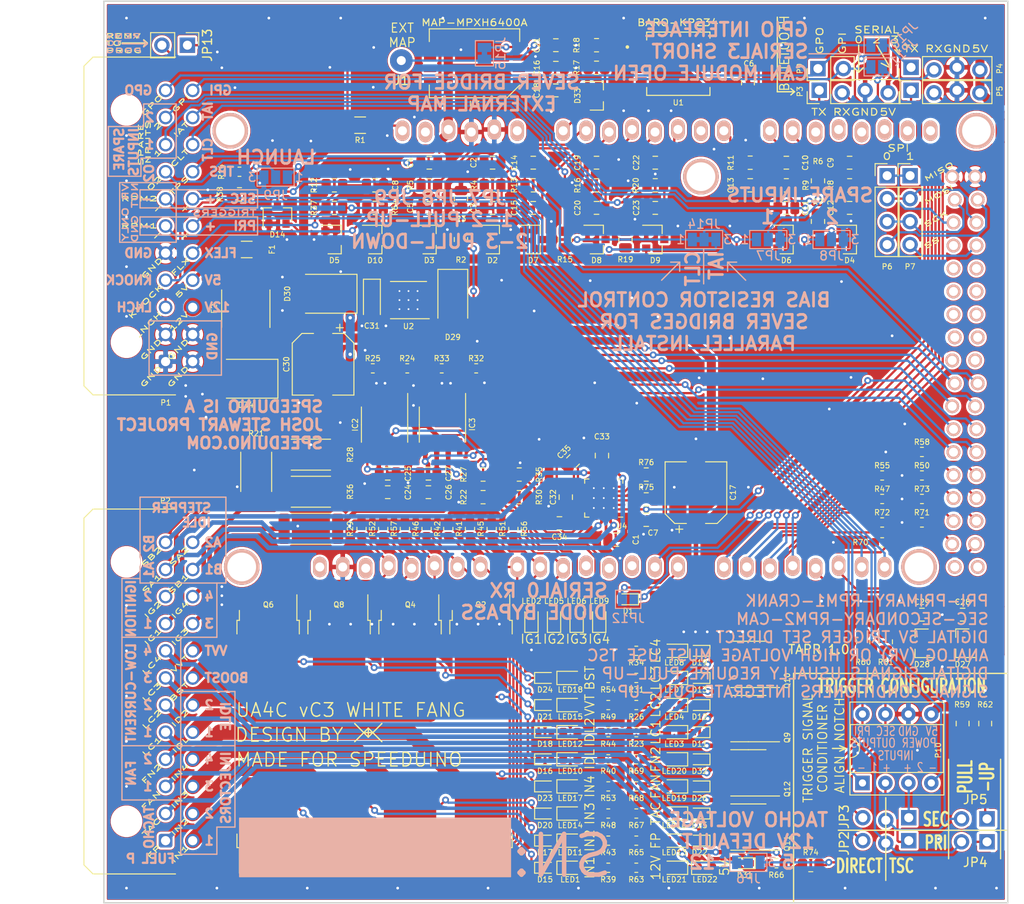
<source format=kicad_pcb>
(kicad_pcb (version 20171130) (host pcbnew "(5.1.10)-1")
  (title_block (title "White Fang") (date 2021-04-24) (rev C3))
  (layers (0 F.Cu signal) (31 B.Cu signal) (34 B.Paste user) (35 F.Paste user) (36 B.SilkS user) (37 F.SilkS user) (38 B.Mask user) (39 F.Mask user) (44 Edge.Cuts user))
  (net 0 "")
  (net 1 +5V)
  (net 2 +12V)
  (net 3 "Net-(LED2-Pad2)")
  (net 4 "Net-(LED4-Pad2)")
  (net 5 /TPS)
  (net 6 /CLT)
  (net 7 /IAT)
  (net 8 /FUELP)
  (net 9 /TACHO)
  (net 10 /LAUNCH)
  (net 11 /RESET)
  (net 12 /D19)
  (net 13 /D18)
  (net 14 "Net-(C21-Pad2)")
  (net 15 /FAN)
  (net 16 /FAN2)
  (net 17 "Net-(LED5-Pad2)")
  (net 18 "Net-(LED6-Pad2)")
  (net 19 "Net-(LED7-Pad2)")
  (net 20 /TX3)
  (net 21 /RX3)
  (net 22 /TX0)
  (net 23 /RX0)
  (net 24 /MISO)
  (net 25 /MOSI)
  (net 26 /SCK)
  (net 27 /IGN1)
  (net 28 /IGN2)
  (net 29 /IGN3)
  (net 30 /IGN4)
  (net 31 /A3)
  (net 32 /A0)
  (net 33 /A4)
  (net 34 /A5)
  (net 35 "Net-(IC2-Pad5)")
  (net 36 "Net-(IC2-Pad7)")
  (net 37 "Net-(IC3-Pad5)")
  (net 38 "Net-(IC3-Pad7)")
  (net 39 "Net-(LED1-Pad2)")
  (net 40 "Net-(LED3-Pad2)")
  (net 41 "Net-(LED8-Pad2)")
  (net 42 "Net-(LED9-Pad2)")
  (net 43 /A7)
  (net 44 /D9)
  (net 45 /D10)
  (net 46 /D7)
  (net 47 /D8)
  (net 48 /D5)
  (net 49 /D6)
  (net 50 /SS0)
  (net 51 /SS1)
  (net 52 /TX2)
  (net 53 /RX2)
  (net 54 "Net-(LED10-Pad2)")
  (net 55 "Net-(LED11-Pad2)")
  (net 56 Earth)
  (net 57 "Net-(C2-Pad1)")
  (net 58 /A2)
  (net 59 /02)
  (net 60 /A1)
  (net 61 /INP2)
  (net 62 /A8)
  (net 63 /A9)
  (net 64 /D20)
  (net 65 /INJ1)
  (net 66 "Net-(D15-Pad2)")
  (net 67 /IDLE1)
  (net 68 "Net-(D16-Pad2)")
  (net 69 /INJ2)
  (net 70 "Net-(D17-Pad2)")
  (net 71 /IDLE2)
  (net 72 "Net-(D18-Pad2)")
  (net 73 /LC1)
  (net 74 /INJ3)
  (net 75 "Net-(D20-Pad2)")
  (net 76 /BOOST)
  (net 77 "Net-(D21-Pad2)")
  (net 78 /LC2)
  (net 79 /INJ4)
  (net 80 "Net-(D23-Pad2)")
  (net 81 /VVT)
  (net 82 "Net-(D24-Pad2)")
  (net 83 /LC3)
  (net 84 /LC4)
  (net 85 "Net-(D29-Pad1)")
  (net 86 /D33)
  (net 87 /GPO)
  (net 88 /GPI)
  (net 89 /D25)
  (net 90 "Net-(JP6-Pad2)")
  (net 91 /D24)
  (net 92 /RPM1/VR+)
  (net 93 /RPM2/VR+)
  (net 94 "Net-(LED12-Pad2)")
  (net 95 "Net-(LED13-Pad2)")
  (net 96 "Net-(LED14-Pad2)")
  (net 97 "Net-(LED15-Pad2)")
  (net 98 "Net-(LED16-Pad2)")
  (net 99 "Net-(LED17-Pad2)")
  (net 100 "Net-(LED18-Pad2)")
  (net 101 "Net-(LED19-Pad2)")
  (net 102 "Net-(LED20-Pad2)")
  (net 103 "Net-(LED21-Pad2)")
  (net 104 /FLEX)
  (net 105 /VR1-)
  (net 106 /VR2-)
  (net 107 /STP-B1)
  (net 108 /STP-A1)
  (net 109 /STP-B2)
  (net 110 /STP-A2)
  (net 111 /D11)
  (net 112 /D12)
  (net 113 /D22)
  (net 114 /D23)
  (net 115 /D26)
  (net 116 /D27)
  (net 117 /D28)
  (net 118 /D29)
  (net 119 /INP1)
  (net 120 /ENBL)
  (net 121 /STEP)
  (net 122 /DIR)
  (net 123 /D35)
  (net 124 /D36)
  (net 125 /D34)
  (net 126 /D37)
  (net 127 "Net-(JP2-Pad1)")
  (net 128 "Net-(JP2-Pad3)")
  (net 129 "Net-(JP3-Pad1)")
  (net 130 "Net-(JP3-Pad3)")
  (net 131 "Net-(JP4-Pad1)")
  (net 132 "Net-(JP5-Pad1)")
  (net 133 "Net-(JP7-Pad2)")
  (net 134 "Net-(JP8-Pad2)")
  (net 135 "Net-(JP9-Pad2)")
  (net 136 "Net-(JP13-Pad2)")
  (net 137 /D21)
  (net 138 /KNOCK)
  (net 139 "Net-(D11-Pad2)")
  (net 140 "Net-(D12-Pad2)")
  (net 141 "Net-(D13-Pad2)")
  (net 142 "Net-(D19-Pad2)")
  (net 143 "Net-(D22-Pad2)")
  (net 144 "Net-(D25-Pad2)")
  (net 145 "Net-(D26-Pad2)")
  (net 146 "Net-(D25-Pad1)")
  (net 147 "Net-(D32-Pad2)")
  (net 148 "Net-(D1-Pad1)")
  (net 149 "Net-(JP14-Pad1)")
  (net 150 "Net-(LED22-Pad2)")
  (net 151 "Net-(JP14-Pad3)")
  (net 152 "Net-(F1-Pad1)")
  (net 153 "Net-(C32-Pad2)")
  (net 154 "Net-(C32-Pad1)")
  (net 155 "Net-(C34-Pad1)")
  (net 156 "Net-(C35-Pad2)")
  (net 157 "Net-(R75-Pad2)")
  (net 158 "Net-(R76-Pad2)")
  (net 159 "Net-(JP15-Pad2)")
  (net 160 "Net-(IC2-Pad1)")
  (net 161 "Net-(IC2-Pad8)")
  (net 162 "Net-(IC3-Pad1)")
  (net 163 "Net-(IC3-Pad8)")
  (net 164 "Net-(SHIELD1-PadAD15)")
  (net 165 "Net-(SHIELD1-PadAD14)")
  (net 166 "Net-(SHIELD1-PadAD13)")
  (net 167 "Net-(SHIELD1-PadAD12)")
  (net 168 /A6)
  (net 169 "Net-(SHIELD1-PadAD10)")
  (net 170 "Net-(SHIELD1-PadAD11)")
  (net 171 "Net-(SHIELD1-PadV_IN)")
  (net 172 "Net-(SHIELD1-Pad3V3)")
  (net 173 "Net-(SHIELD1-Pad2)")
  (net 174 "Net-(SHIELD1-Pad3)")
  (net 175 "Net-(SHIELD1-Pad4)")
  (net 176 "Net-(SHIELD1-Pad13)")
  (net 177 "Net-(SHIELD1-PadAREF)")
  (net 178 "Net-(SHIELD1-Pad5V_4)")
  (net 179 "Net-(SHIELD1-Pad5V_5)")
  (net 180 "Net-(SHIELD1-Pad38)")
  (net 181 "Net-(SHIELD1-Pad39)")
  (net 182 "Net-(SHIELD1-Pad40)")
  (net 183 "Net-(SHIELD1-Pad41)")
  (net 184 "Net-(SHIELD1-Pad42)")
  (net 185 "Net-(SHIELD1-Pad43)")
  (net 186 "Net-(SHIELD1-Pad44)")
  (net 187 "Net-(SHIELD1-Pad45)")
  (net 188 "Net-(SHIELD1-Pad46)")
  (net 189 "Net-(SHIELD1-Pad47)")
  (net 190 "Net-(SHIELD1-Pad48)")
  (net 191 "Net-(U1-Pad1)")
  (net 192 "Net-(U3-Pad1)")
  (net 193 "Net-(U3-Pad5)")
  (net 194 "Net-(U3-Pad6)")
  (net 195 "Net-(U3-Pad7)")
  (net 196 "Net-(U3-Pad8)")
  (net 197 "Net-(U4-Pad7)")
  (net 198 "Net-(U4-Pad6)")
  (net 199 "Net-(U4-Pad2)")
  (net 200 "Net-(R11-Pad2)")
  (net 201 "Net-(U1-Pad2)")
  (net 202 "Net-(U1-Pad3)")
  (net 203 "Net-(U1-Pad4)")
  (net 204 +BATT)
  (net 205 "Net-(U2-Pad8)")
  (net 206 "Net-(U2-Pad4)")
  (net 207 "Net-(U2-Pad1)")
  (module footprnt:VIA_0.6mm (layer F.Cu) (at 121.35 78)
    (fp_text reference REF** hide)
    (fp_text value VIA_0.6mm hide)
    (pad 1 thru_hole circle (at 0 0) (size 0.6 0.6) (drill 0.3) (layers *.Cu) (net 56 Earth))
  )
  (module footprnt:VIA_0.6mm (layer F.Cu) (at 124.35 75.95)
    (fp_text reference REF** hide)
    (fp_text value VIA_0.6mm hide)
    (pad 1 thru_hole circle (at 0 0) (size 0.6 0.6) (drill 0.3) (layers *.Cu) (net 56 Earth))
  )
  (module footprnt:VIA_0.6mm (layer F.Cu) (at 119.85 68.25)
    (fp_text reference REF** hide)
    (fp_text value VIA_0.6mm hide)
    (pad 1 thru_hole circle (at 0 0) (size 0.6 0.6) (drill 0.3) (layers *.Cu) (net 56 Earth))
  )
  (module footprnt:VIA_0.6mm (layer F.Cu) (at 155.5 111.55)
    (fp_text reference REF** hide)
    (fp_text value VIA_0.6mm hide)
    (pad 1 thru_hole circle (at 0 0) (size 0.6 0.6) (drill 0.3) (layers *.Cu) (net 56 Earth))
  )
  (module footprnt:VIA_0.6mm (layer F.Cu) (at 148.95 107.6)
    (fp_text reference REF** hide)
    (fp_text value VIA_0.6mm hide)
    (pad 1 thru_hole circle (at 0 0) (size 0.6 0.6) (drill 0.3) (layers *.Cu) (net 56 Earth))
  )
  (module footprnt:VIA_0.6mm (layer F.Cu) (at 138.15 111.6)
    (fp_text reference REF** hide)
    (fp_text value VIA_0.6mm hide)
    (pad 1 thru_hole circle (at 0 0) (size 0.6 0.6) (drill 0.3) (layers *.Cu) (net 56 Earth))
  )
  (module footprnt:VIA_0.6mm (layer F.Cu) (at 131.3 100.75)
    (fp_text reference REF** hide)
    (fp_text value VIA_0.6mm hide)
    (pad 1 thru_hole circle (at 0 0) (size 0.6 0.6) (drill 0.3) (layers *.Cu) (net 56 Earth))
  )
  (module footprnt:VIA_0.6mm (layer F.Cu) (at 113.3 86.05)
    (fp_text reference REF** hide)
    (fp_text value VIA_0.6mm hide)
    (pad 1 thru_hole circle (at 0 0) (size 0.6 0.6) (drill 0.3) (layers *.Cu) (net 56 Earth))
  )
  (module footprnt:VIA_0.6mm (layer F.Cu) (at 118.55 99.05)
    (fp_text reference REF** hide)
    (fp_text value VIA_0.6mm hide)
    (pad 1 thru_hole circle (at 0 0) (size 0.6 0.6) (drill 0.3) (layers *.Cu) (net 56 Earth))
  )
  (module footprnt:VIA_0.6mm (layer F.Cu) (at 151.3 98.05)
    (fp_text reference REF** hide)
    (fp_text value VIA_0.6mm hide)
    (pad 1 thru_hole circle (at 0 0) (size 0.6 0.6) (drill 0.3) (layers *.Cu) (net 56 Earth))
  )
  (module footprnt:VIA_0.6mm (layer F.Cu) (at 143.8 94.05)
    (fp_text reference REF** hide)
    (fp_text value VIA_0.6mm hide)
    (pad 1 thru_hole circle (at 0 0) (size 0.6 0.6) (drill 0.3) (layers *.Cu) (net 56 Earth))
  )
  (module footprnt:VIA_0.6mm (layer F.Cu) (at 157.2 98.65)
    (fp_text reference REF** hide)
    (fp_text value VIA_0.6mm hide)
    (pad 1 thru_hole circle (at 0 0) (size 0.6 0.6) (drill 0.3) (layers *.Cu) (net 56 Earth))
  )
  (module Diode_SMD:D_SMA (layer F.Cu) (at 128.6 96.2 270)
    (fp_text reference D29 (at 4.1 0) (layer F.SilkS) (effects (font (size 0.6 0.6) (thickness 0.1))))
    (fp_text value "60V 1A")
    (pad 1 smd rect (at -2 0 270) (size 2.5 1.8) (layers F.Cu F.Paste F.Mask) (net 85 "Net-(D29-Pad1)"))
    (pad 2 smd rect (at 2 0 270) (size 2.5 1.8) (layers F.Cu F.Paste F.Mask) (net 2 +12V))
  )
  (module footprnt:VIA_0.6mm (layer F.Cu) (at 124.7 97.2)
    (fp_text reference REF** hide)
    (fp_text value VIA_0.6mm hide)
    (pad 1 thru_hole circle (at 0 0) (size 0.5 0.5) (drill 0.2) (layers *.Cu) (net 56 Earth))
  )
  (module footprnt:VIA_0.6mm (layer F.Cu) (at 123.7 97.2)
    (fp_text reference REF** hide)
    (fp_text value VIA_0.6mm hide)
    (pad 1 thru_hole circle (at 0 0) (size 0.5 0.5) (drill 0.2) (layers *.Cu) (net 56 Earth))
  )
  (module footprnt:VIA_0.6mm (layer F.Cu) (at 122.7 97.2)
    (fp_text reference REF** hide)
    (fp_text value VIA_0.6mm hide)
    (pad 1 thru_hole circle (at 0 0) (size 0.5 0.5) (drill 0.2) (layers *.Cu) (net 56 Earth))
  )
  (module footprnt:VIA_0.6mm (layer F.Cu) (at 124.7 96.2)
    (fp_text reference REF** hide)
    (fp_text value VIA_0.6mm hide)
    (pad 1 thru_hole circle (at 0 0) (size 0.5 0.5) (drill 0.2) (layers *.Cu) (net 56 Earth))
  )
  (module footprnt:VIA_0.6mm (layer F.Cu) (at 123.7 96.2)
    (fp_text reference REF** hide)
    (fp_text value VIA_0.6mm hide)
    (pad 1 thru_hole circle (at 0 0) (size 0.5 0.5) (drill 0.2) (layers *.Cu) (net 56 Earth))
  )
  (module footprnt:VIA_0.6mm (layer F.Cu) (at 122.7 96.2)
    (fp_text reference REF** hide)
    (fp_text value VIA_0.6mm hide)
    (pad 1 thru_hole circle (at 0 0) (size 0.5 0.5) (drill 0.2) (layers *.Cu) (net 56 Earth))
  )
  (module footprnt:VIA_0.6mm (layer F.Cu) (at 124.7 95.2)
    (fp_text reference REF** hide)
    (fp_text value VIA_0.6mm hide)
    (pad 1 thru_hole circle (at 0 0) (size 0.5 0.5) (drill 0.2) (layers *.Cu) (net 56 Earth))
  )
  (module footprnt:VIA_0.6mm (layer F.Cu) (at 123.7 95.2)
    (fp_text reference REF** hide)
    (fp_text value VIA_0.6mm hide)
    (pad 1 thru_hole circle (at 0 0) (size 0.5 0.5) (drill 0.2) (layers *.Cu) (net 56 Earth))
  )
  (module Package_SON:WSON-8_4x4mm_P0.8mm (layer F.Cu) (at 123.7 96.2 180)
    (fp_text reference U2 (at 0 -2.9) (layer F.SilkS) (effects (font (size 0.6 0.6) (thickness 0.1))))
    (fp_text value LM2940LD-5.0_NOPB)
    (pad 9 smd rect (at 0 0 180) (size 2.6 3) (layers F.Cu F.Paste F.Mask) (net 56 Earth))
    (pad 8 smd rect (at 1.9 -1.2 90) (size 0.3 0.6) (layers F.Cu F.Paste F.Mask) (net 205 "Net-(U2-Pad8)"))
    (pad 7 smd rect (at 1.9 -0.4 90) (size 0.3 0.6) (layers F.Cu F.Paste F.Mask) (net 56 Earth))
    (pad 6 smd rect (at 1.9 0.4 90) (size 0.3 0.6) (layers F.Cu F.Paste F.Mask) (net 1 +5V))
    (pad 5 smd rect (at 1.9 1.2 90) (size 0.3 0.6) (layers F.Cu F.Paste F.Mask) (net 1 +5V))
    (pad 4 smd rect (at -1.9 1.2 90) (size 0.3 0.6) (layers F.Cu F.Paste F.Mask) (net 206 "Net-(U2-Pad4)"))
    (pad 3 smd rect (at -1.9 0.4 90) (size 0.3 0.6) (layers F.Cu F.Paste F.Mask) (net 85 "Net-(D29-Pad1)"))
    (pad 2 smd rect (at -1.9 -0.4 90) (size 0.3 0.6) (layers F.Cu F.Paste F.Mask) (net 56 Earth))
    (pad 1 smd rect (at -1.9 -1.2 90) (size 0.3 0.6) (layers F.Cu F.Paste F.Mask) (net 207 "Net-(U2-Pad1)"))
  )
  (module Fuse:Fuse_2920_7451Metric_Castellated (layer F.Cu) (at 105.7 97.15 90)
    (fp_text reference F2 (at 0 -3.5 90) (layer F.SilkS) (effects (font (size 0.6 0.6) (thickness 0.1))))
    (fp_text value "1A 60V")
    (pad 2 smd roundrect (at 3.4125 0 90) (size 2.275 5.35) (layers F.Cu F.Paste F.Mask) (roundrect_rratio 0.10989) (net 204 +BATT))
    (pad 1 smd roundrect (at -3.4125 0 90) (size 2.275 5.35) (layers F.Cu F.Paste F.Mask) (roundrect_rratio 0.10989) (net 2 +12V))
  )
  (module Diode_SMD:D_SMB (layer F.Cu) (at 105.7 104.9 180)
    (fp_text reference D34 (at 0 -2.9) (layer F.SilkS) (effects (font (size 0.6 0.6) (thickness 0.1))))
    (fp_text value "40V UNI 600W")
    (pad 2 smd rect (at 2.15 0 180) (size 2.5 2.3) (layers F.Cu F.Paste F.Mask) (net 56 Earth))
    (pad 1 smd rect (at -2.15 0 180) (size 2.5 2.3) (layers F.Cu F.Paste F.Mask) (net 2 +12V))
  )
  (module Special_Footprints:XDCR_KP234XTMA1 (layer F.Cu) (at 153.55 70.05)
    (fp_text reference U1 (at 0 4.3) (layer F.SilkS) (effects (font (size 0.6 0.6) (thickness 0.1))))
    (fp_text value KP234XTMA1)
    (pad 1 smd rect (at -4.1 -1.905) (size 1.2 0.8) (layers F.Cu F.Paste F.Mask) (net 191 "Net-(U1-Pad1)"))
    (pad 2 smd rect (at -4.1 -0.635) (size 1.2 0.8) (layers F.Cu F.Paste F.Mask) (net 201 "Net-(U1-Pad2)"))
    (pad 3 smd rect (at -4.1 0.635) (size 1.2 0.8) (layers F.Cu F.Paste F.Mask) (net 202 "Net-(U1-Pad3)"))
    (pad 4 smd rect (at -4.1 1.905) (size 1.2 0.8) (layers F.Cu F.Paste F.Mask) (net 203 "Net-(U1-Pad4)"))
    (pad 5 smd rect (at 4.1 1.905) (size 1.2 0.8) (layers F.Cu F.Paste F.Mask) (net 1 +5V))
    (pad 6 smd rect (at 4.1 0.635) (size 1.2 0.8) (layers F.Cu F.Paste F.Mask) (net 56 Earth))
    (pad 7 smd rect (at 4.1 -0.635) (size 1.2 0.8) (layers F.Cu F.Paste F.Mask) (net 200 "Net-(R11-Pad2)"))
    (pad 8 smd rect (at 4.1 -1.905) (size 1.2 1.2) (layers F.Cu F.Paste F.Mask) (net 56 Earth))
  )
  (module Capacitor_SMD:C_0805_2012Metric (layer F.Cu) (at 161.5 83.5 180)
    (fp_text reference C13 (at 2.15 0 90) (layer F.SilkS) (effects (font (size 0.6 0.6) (thickness 0.1))))
    (fp_text value u1)
    (pad 2 smd roundrect (at 0.95 0 180) (size 1 1.45) (layers F.Cu F.Paste F.Mask) (net 43 /A7))
    (pad 1 smd roundrect (at -0.95 0 180) (size 1 1.45) (layers F.Cu F.Paste F.Mask) (net 56 Earth))
  )
  (module Capacitor_SMD:C_0805_2012Metric (layer F.Cu) (at 120 83.5)
    (fp_text reference C8 (at 2.25 0 90) (layer F.SilkS) (effects (font (size 0.6 0.6) (thickness 0.1))))
    (fp_text value u22)
    (pad 2 smd roundrect (at 0.95 0) (size 1 1.45) (layers F.Cu F.Paste F.Mask) (net 56 Earth))
    (pad 1 smd roundrect (at -0.95 0) (size 1 1.45) (layers F.Cu F.Paste F.Mask) (net 104 /FLEX))
  )
  (module Connector_PinHeader_2.54mm:PinHeader_1x02_P2.54mm_Vertical (layer F.Cu) (at 169.135 70.59 90)
    (fp_text reference P9 (at 0 -2.135 90) (layer F.SilkS) (effects (font (size 0.6 0.6) (thickness 0.1))))
    (fp_text value CAN)
    (pad 2 thru_hole oval (at 0 2.68 90) (size 1.7 1.7) (drill 1) (layers *.Cu *.Mask) (net 88 /GPI))
    (pad 1 thru_hole rect (at 0 -0.14 90) (size 1.7 1.7) (drill 1) (layers *.Cu *.Mask) (net 87 /GPO))
  )
  (module Pin_Headers:Pin_Header_Straight_1x04_Pitch2.54mm (layer F.Cu) (at 179.295 70.59 90)
    (fp_text reference P4 (at 0 9.805 90) (layer F.SilkS) (effects (font (size 0.6 0.6) (thickness 0.1))))
    (fp_text value SER3)
    (pad 1 thru_hole rect (at 0.14 0 90) (size 1.7 1.7) (drill 1) (layers *.Cu *.Mask) (net 20 /TX3))
    (pad 2 thru_hole oval (at -0.14 2.54 90) (size 1.7 1.7) (drill 1) (layers *.Cu *.Mask) (net 21 /RX3))
    (pad 3 thru_hole oval (at 0.14 5.08 90) (size 1.7 1.7) (drill 1) (layers *.Cu *.Mask) (net 56 Earth))
    (pad 4 thru_hole oval (at -0.14 7.62 90) (size 1.7 1.7) (drill 1) (layers *.Cu *.Mask) (net 1 +5V))
  )
  (module Pin_Headers:Pin_Header_Straight_1x04_Pitch2.54mm (layer F.Cu) (at 179.295 73.13 90)
    (fp_text reference P5 (at 0.03 9.805 90) (layer F.SilkS) (effects (font (size 0.6 0.6) (thickness 0.1))))
    (fp_text value SER2)
    (pad 1 thru_hole rect (at 0.14 0 90) (size 1.7 1.7) (drill 1) (layers *.Cu *.Mask) (net 52 /TX2))
    (pad 2 thru_hole oval (at -0.14 2.54 90) (size 1.7 1.7) (drill 1) (layers *.Cu *.Mask) (net 53 /RX2))
    (pad 3 thru_hole oval (at 0.14 5.08 90) (size 1.7 1.7) (drill 1) (layers *.Cu *.Mask) (net 56 Earth))
    (pad 4 thru_hole oval (at -0.14 7.62 90) (size 1.7 1.7) (drill 1) (layers *.Cu *.Mask) (net 1 +5V))
  )
  (module Pin_Headers:Pin_Header_Straight_1x04_Pitch2.54mm (layer F.Cu) (at 169.135 73.13 90)
    (fp_text reference P3 (at 0 -2.135 90) (layer F.SilkS) (effects (font (size 0.6 0.6) (thickness 0.1))))
    (fp_text value SER0)
    (pad 1 thru_hole rect (at 0.14 0 90) (size 1.7 1.7) (drill 1) (layers *.Cu *.Mask) (net 22 /TX0))
    (pad 2 thru_hole oval (at -0.14 2.54 90) (size 1.7 1.7) (drill 1) (layers *.Cu *.Mask) (net 148 "Net-(D1-Pad1)"))
    (pad 3 thru_hole oval (at 0.14 5.08 90) (size 1.7 1.7) (drill 1) (layers *.Cu *.Mask) (net 56 Earth))
    (pad 4 thru_hole oval (at -0.14 7.62 90) (size 1.7 1.7) (drill 1) (layers *.Cu *.Mask) (net 1 +5V))
  )
  (module footprnt:VIA_0.6mm (layer F.Cu) (at 104.75 116.85 90)
    (fp_text reference REF** hide)
    (fp_text value VIA_0.6mm hide)
    (pad 1 thru_hole circle (at 0 0 90) (size 0.6 0.6) (drill 0.3) (layers *.Cu) (net 56 Earth))
  )
  (module footprnt:VIA_0.6mm (layer F.Cu) (at 112.9 112.2 90)
    (fp_text reference REF** hide)
    (fp_text value VIA_0.6mm hide)
    (pad 1 thru_hole circle (at 0 0 90) (size 0.6 0.6) (drill 0.3) (layers *.Cu) (net 56 Earth))
  )
  (module footprnt:VIA_0.6mm (layer F.Cu) (at 118.85 116.5 90)
    (fp_text reference REF** hide)
    (fp_text value VIA_0.6mm hide)
    (pad 1 thru_hole circle (at 0 0 90) (size 0.6 0.6) (drill 0.3) (layers *.Cu) (net 56 Earth))
  )
  (module footprnt:VIA_0.6mm (layer F.Cu) (at 147.1 124.75)
    (fp_text reference REF** hide)
    (fp_text value VIA_0.6mm hide)
    (pad 1 thru_hole circle (at 0 0) (size 0.6 0.6) (drill 0.3) (layers *.Cu) (net 56 Earth))
  )
  (module footprnt:VIA_0.6mm (layer F.Cu) (at 152.85 121.65)
    (fp_text reference REF** hide)
    (fp_text value VIA_0.6mm hide)
    (pad 1 thru_hole circle (at 0 0) (size 0.6 0.6) (drill 0.3) (layers *.Cu) (net 56 Earth))
  )
  (module footprnt:JPR_2POS_SMLHL (layer F.Cu) (at 99.1 68 270)
    (fp_text reference JP13 (at 0 -2.35 90) (layer F.SilkS))
    (fp_text value PULLUP)
    (pad 1 thru_hole rect (at 0 -0.14 270) (size 1.7 1.7) (drill 1) (layers *.Cu *.Mask) (net 1 +5V))
    (pad 2 thru_hole oval (at 0 2.68 270) (size 1.7 1.7) (drill 1) (layers *.Cu *.Mask) (net 136 "Net-(JP13-Pad2)"))
  )
  (module footprnt:JPR_3POS_SMLHL (layer F.Cu) (at 179.04 156.139534 270)
    (fp_text reference JP2 (at 0.160466 7.14 270) (layer F.SilkS))
    (fp_text value HALL_VR)
    (pad 1 thru_hole rect (at -0.14 0 270) (size 1.7 1.7) (drill 1) (layers *.Cu *.Mask) (net 127 "Net-(JP2-Pad1)"))
    (pad 2 thru_hole oval (at 0.14 2.54 270) (size 1.7 1.7) (drill 1) (layers *.Cu *.Mask) (net 92 /RPM1/VR+))
    (pad 3 thru_hole oval (at -0.14 5.08 270) (size 1.7 1.7) (drill 1) (layers *.Cu *.Mask) (net 128 "Net-(JP2-Pad3)"))
  )
  (module footprnt:JPR_3POS_SMLHL (layer F.Cu) (at 179.04 153.599534 270)
    (fp_text reference JP3 (at -0.249534 7.14 270) (layer F.SilkS))
    (fp_text value HALL_VR)
    (pad 1 thru_hole rect (at -0.14 0 270) (size 1.7 1.7) (drill 1) (layers *.Cu *.Mask) (net 129 "Net-(JP3-Pad1)"))
    (pad 2 thru_hole oval (at 0.14 2.54 270) (size 1.7 1.7) (drill 1) (layers *.Cu *.Mask) (net 93 /RPM2/VR+))
    (pad 3 thru_hole oval (at -0.14 5.08 270) (size 1.7 1.7) (drill 1) (layers *.Cu *.Mask) (net 130 "Net-(JP3-Pad3)"))
  )
  (module footprnt:JPR_2POS_SMLHL (layer F.Cu) (at 187.561482 156.129988 270)
    (fp_text reference JP4 (at 2.270012 1.161482) (layer F.SilkS))
    (fp_text value PULLUP)
    (pad 1 thru_hole rect (at 0 -0.14 270) (size 1.7 1.7) (drill 1) (layers *.Cu *.Mask) (net 131 "Net-(JP4-Pad1)"))
    (pad 2 thru_hole oval (at 0 2.68 270) (size 1.7 1.7) (drill 1) (layers *.Cu *.Mask) (net 92 /RPM1/VR+))
  )
  (module footprnt:JPR_2POS_SMLHL (layer F.Cu) (at 187.561482 153.589988 270)
    (fp_text reference JP5 (at -2.139988 1.161482) (layer F.SilkS))
    (fp_text value PULLUP)
    (pad 1 thru_hole rect (at 0 -0.14 270) (size 1.7 1.7) (drill 1) (layers *.Cu *.Mask) (net 132 "Net-(JP5-Pad1)"))
    (pad 2 thru_hole oval (at 0 2.68 270) (size 1.7 1.7) (drill 1) (layers *.Cu *.Mask) (net 93 /RPM2/VR+))
  )
  (module footprnt:ARDUINO_MEGA_SHIELD (layer B.Cu) (at 90.01 74.925)
    (fp_text reference SHIELD1 hide)
    (fp_text value ARDUINO_MEGA_SHIELD hide)
    (pad 14 thru_hole oval (at 68.58 50.8 270) (size 2.25 1.5) (drill 1) (layers *.Cu *.Mask B.SilkS) (net 20 /TX3))
    (pad 15 thru_hole oval (at 71.12 50.8 270) (size 2.25 1.5) (drill 1) (layers *.Cu *.Mask B.SilkS) (net 21 /RX3))
    (pad 16 thru_hole oval (at 73.66 50.94 270) (size 2.25 1.5) (drill 1) (layers *.Cu *.Mask B.SilkS) (net 52 /TX2))
    (pad 17 thru_hole oval (at 76.2 50.66 270) (size 2.25 1.5) (drill 1) (layers *.Cu *.Mask B.SilkS) (net 53 /RX2))
    (pad 18 thru_hole oval (at 78.74 50.94 270) (size 2.25 1.5) (drill 1) (layers *.Cu *.Mask B.SilkS) (net 13 /D18))
    (pad 19 thru_hole oval (at 81.28 50.66 270) (size 2.25 1.5) (drill 1) (layers *.Cu *.Mask B.SilkS) (net 12 /D19))
    (pad 20 thru_hole oval (at 83.82 50.8 270) (size 2.25 1.5) (drill 1) (layers *.Cu *.Mask B.SilkS) (net 64 /D20))
    (pad 21 thru_hole oval (at 86.36 50.8 270) (size 2.25 1.5) (drill 1) (layers *.Cu *.Mask B.SilkS) (net 137 /D21))
    (pad AD15 thru_hole oval (at 91.44 2.54 270) (size 2.25 1.5) (drill 1) (layers *.Cu *.Mask B.SilkS) (net 164 "Net-(SHIELD1-PadAD15)"))
    (pad AD14 thru_hole oval (at 88.9 2.54 270) (size 2.25 1.5) (drill 1) (layers *.Cu *.Mask B.SilkS) (net 165 "Net-(SHIELD1-PadAD14)"))
    (pad AD13 thru_hole oval (at 86.36 2.4 270) (size 2.25 1.5) (drill 1) (layers *.Cu *.Mask B.SilkS) (net 166 "Net-(SHIELD1-PadAD13)"))
    (pad AD12 thru_hole oval (at 83.82 2.68 270) (size 2.25 1.5) (drill 1) (layers *.Cu *.Mask B.SilkS) (net 167 "Net-(SHIELD1-PadAD12)"))
    (pad AD8 thru_hole oval (at 73.66 2.54 270) (size 2.25 1.5) (drill 1) (layers *.Cu *.Mask B.SilkS) (net 62 /A8))
    (pad AD7 thru_hole oval (at 68.58 2.54 270) (size 2.25 1.5) (drill 1) (layers *.Cu *.Mask B.SilkS) (net 43 /A7))
    (pad AD6 thru_hole oval (at 66.04 2.54 270) (size 2.25 1.5) (drill 1) (layers *.Cu *.Mask B.SilkS) (net 168 /A6))
    (pad AD9 thru_hole oval (at 76.2 2.54 270) (size 2.25 1.5) (drill 1) (layers *.Cu *.Mask B.SilkS) (net 63 /A9))
    (pad AD10 thru_hole oval (at 78.74 2.68 270) (size 2.25 1.5) (drill 1) (layers *.Cu *.Mask B.SilkS) (net 169 "Net-(SHIELD1-PadAD10)"))
    (pad AD11 thru_hole oval (at 81.28 2.4 270) (size 2.25 1.5) (drill 1) (layers *.Cu *.Mask B.SilkS) (net 170 "Net-(SHIELD1-PadAD11)"))
    (pad AD5 thru_hole oval (at 63.5 2.4 270) (size 2.25 1.5) (drill 1) (layers *.Cu *.Mask B.SilkS) (net 34 /A5))
    (pad AD4 thru_hole oval (at 60.96 2.68 270) (size 2.25 1.5) (drill 1) (layers *.Cu *.Mask B.SilkS) (net 33 /A4))
    (pad AD3 thru_hole oval (at 58.42 2.4 270) (size 2.25 1.5) (drill 1) (layers *.Cu *.Mask B.SilkS) (net 31 /A3))
    (pad AD0 thru_hole oval (at 50.8 2.54 270) (size 2.25 1.5) (drill 1) (layers *.Cu *.Mask B.SilkS) (net 32 /A0))
    (pad AD1 thru_hole oval (at 53.34 2.54 270) (size 2.25 1.5) (drill 1) (layers *.Cu *.Mask B.SilkS) (net 60 /A1))
    (pad AD2 thru_hole oval (at 55.88 2.68 270) (size 2.25 1.5) (drill 1) (layers *.Cu *.Mask B.SilkS) (net 58 /A2))
    (pad V_IN thru_hole oval (at 45.72 2.54 270) (size 2.25 1.5) (drill 1) (layers *.Cu *.Mask B.SilkS) (net 171 "Net-(SHIELD1-PadV_IN)"))
    (pad GND2 thru_hole oval (at 43.18 2.4 270) (size 2.25 1.5) (drill 1) (layers *.Cu *.Mask B.SilkS) (net 56 Earth))
    (pad GND1 thru_hole oval (at 40.64 2.68 270) (size 2.25 1.5) (drill 1) (layers *.Cu *.Mask B.SilkS) (net 56 Earth))
    (pad 3V3 thru_hole oval (at 35.56 2.68 270) (size 2.25 1.5) (drill 1) (layers *.Cu *.Mask B.SilkS) (net 172 "Net-(SHIELD1-Pad3V3)"))
    (pad RST thru_hole oval (at 33.02 2.54 270) (size 2.25 1.5) (drill 1) (layers *.Cu *.Mask B.SilkS) (net 11 /RESET))
    (pad 0 thru_hole oval (at 63.5 50.8 270) (size 2.25 1.5) (drill 1) (layers *.Cu *.Mask B.SilkS) (net 23 /RX0))
    (pad 1 thru_hole oval (at 60.96 50.8 270) (size 2.25 1.5) (drill 1) (layers *.Cu *.Mask B.SilkS) (net 22 /TX0))
    (pad 2 thru_hole oval (at 58.42 50.66 270) (size 2.25 1.5) (drill 1) (layers *.Cu *.Mask B.SilkS) (net 173 "Net-(SHIELD1-Pad2)"))
    (pad 3 thru_hole oval (at 55.88 50.94 270) (size 2.25 1.5) (drill 1) (layers *.Cu *.Mask B.SilkS) (net 174 "Net-(SHIELD1-Pad3)"))
    (pad 4 thru_hole oval (at 53.34 50.66 270) (size 2.25 1.5) (drill 1) (layers *.Cu *.Mask B.SilkS) (net 175 "Net-(SHIELD1-Pad4)"))
    (pad 5 thru_hole oval (at 50.8 50.94 270) (size 2.25 1.5) (drill 1) (layers *.Cu *.Mask B.SilkS) (net 48 /D5))
    (pad 6 thru_hole oval (at 48.26 50.8 270) (size 2.25 1.5) (drill 1) (layers *.Cu *.Mask B.SilkS) (net 49 /D6))
    (pad 7 thru_hole oval (at 45.72 50.8 270) (size 2.25 1.5) (drill 1) (layers *.Cu *.Mask B.SilkS) (net 46 /D7))
    (pad 8 thru_hole oval (at 41.656 50.8 270) (size 2.25 1.5) (drill 1) (layers *.Cu *.Mask B.SilkS) (net 47 /D8))
    (pad 9 thru_hole oval (at 39.116 50.8 270) (size 2.25 1.5) (drill 1) (layers *.Cu *.Mask B.SilkS) (net 44 /D9))
    (pad 10 thru_hole oval (at 36.576 50.66 270) (size 2.25 1.5) (drill 1) (layers *.Cu *.Mask B.SilkS) (net 45 /D10))
    (pad 11 thru_hole oval (at 34.036 50.94 270) (size 2.25 1.5) (drill 1) (layers *.Cu *.Mask B.SilkS) (net 111 /D11))
    (pad 12 thru_hole oval (at 31.496 50.66 270) (size 2.25 1.5) (drill 1) (layers *.Cu *.Mask B.SilkS) (net 112 /D12))
    (pad 13 thru_hole oval (at 28.956 50.94 270) (size 2.25 1.5) (drill 1) (layers *.Cu *.Mask B.SilkS) (net 176 "Net-(SHIELD1-Pad13)"))
    (pad GND3 thru_hole oval (at 26.416 50.8 270) (size 2.25 1.5) (drill 1) (layers *.Cu *.Mask B.SilkS) (net 56 Earth))
    (pad AREF thru_hole oval (at 23.876 50.8 270) (size 2.25 1.5) (drill 1) (layers *.Cu *.Mask B.SilkS) (net 177 "Net-(SHIELD1-PadAREF)"))
    (pad 5V thru_hole oval (at 38.1 2.4 270) (size 2.25 1.5) (drill 1) (layers *.Cu *.Mask B.SilkS) (net 1 +5V))
    (pad "" thru_hole circle (at 96.52 2.54 270) (size 3.937 3.937) (drill 3.175) (layers *.Cu *.Mask B.SilkS))
    (pad "" thru_hole circle (at 90.17 50.8 270) (size 3.937 3.937) (drill 3.175) (layers *.Cu *.Mask B.SilkS))
    (pad "" thru_hole circle (at 15.24 50.8 270) (size 3.937 3.937) (drill 3.175) (layers *.Cu *.Mask B.SilkS))
    (pad "" thru_hole circle (at 13.97 2.54 270) (size 3.937 3.937) (drill 3.175) (layers *.Cu *.Mask B.SilkS))
    (pad 22 thru_hole circle (at 93.84 48.26) (size 1.524 1.524) (drill 1) (layers *.Cu *.Mask B.SilkS) (net 113 /D22))
    (pad 23 thru_hole circle (at 96.38 48.26) (size 1.524 1.524) (drill 1) (layers *.Cu *.Mask B.SilkS) (net 114 /D23))
    (pad 24 thru_hole circle (at 93.98 45.72) (size 1.524 1.524) (drill 1) (layers *.Cu *.Mask B.SilkS) (net 91 /D24))
    (pad 25 thru_hole circle (at 96.52 45.72) (size 1.524 1.524) (drill 1) (layers *.Cu *.Mask B.SilkS) (net 89 /D25))
    (pad 26 thru_hole circle (at 93.98 43.18) (size 1.524 1.524) (drill 1) (layers *.Cu *.Mask B.SilkS) (net 115 /D26))
    (pad 27 thru_hole circle (at 96.52 43.18) (size 1.524 1.524) (drill 1) (layers *.Cu *.Mask B.SilkS) (net 116 /D27))
    (pad 28 thru_hole circle (at 93.98 40.64) (size 1.524 1.524) (drill 1) (layers *.Cu *.Mask B.SilkS) (net 117 /D28))
    (pad 29 thru_hole circle (at 96.52 40.64) (size 1.524 1.524) (drill 1) (layers *.Cu *.Mask B.SilkS) (net 118 /D29))
    (pad 5V_4 thru_hole circle (at 94.12 50.8) (size 1.524 1.524) (drill 1) (layers *.Cu *.Mask B.SilkS) (net 178 "Net-(SHIELD1-Pad5V_4)"))
    (pad 5V_5 thru_hole circle (at 96.66 50.8) (size 1.524 1.524) (drill 1) (layers *.Cu *.Mask B.SilkS) (net 179 "Net-(SHIELD1-Pad5V_5)"))
    (pad 31 thru_hole circle (at 96.52 38.1) (size 1.524 1.524) (drill 1) (layers *.Cu *.Mask B.SilkS) (net 121 /STEP))
    (pad 30 thru_hole circle (at 93.98 38.1) (size 1.524 1.524) (drill 1) (layers *.Cu *.Mask B.SilkS) (net 120 /ENBL))
    (pad 32 thru_hole circle (at 93.98 35.56) (size 1.524 1.524) (drill 1) (layers *.Cu *.Mask B.SilkS) (net 122 /DIR))
    (pad 33 thru_hole circle (at 96.52 35.56) (size 1.524 1.524) (drill 1) (layers *.Cu *.Mask B.SilkS) (net 86 /D33))
    (pad 34 thru_hole circle (at 93.84 33.02) (size 1.524 1.524) (drill 1) (layers *.Cu *.Mask B.SilkS) (net 125 /D34))
    (pad 35 thru_hole circle (at 96.38 33.02) (size 1.524 1.524) (drill 1) (layers *.Cu *.Mask B.SilkS) (net 123 /D35))
    (pad 36 thru_hole circle (at 94.12 30.48) (size 1.524 1.524) (drill 1) (layers *.Cu *.Mask B.SilkS) (net 124 /D36))
    (pad 37 thru_hole circle (at 96.66 30.48) (size 1.524 1.524) (drill 1) (layers *.Cu *.Mask B.SilkS) (net 126 /D37))
    (pad 38 thru_hole circle (at 93.84 27.94) (size 1.524 1.524) (drill 1) (layers *.Cu *.Mask B.SilkS) (net 180 "Net-(SHIELD1-Pad38)"))
    (pad 39 thru_hole circle (at 96.38 27.94) (size 1.524 1.524) (drill 1) (layers *.Cu *.Mask B.SilkS) (net 181 "Net-(SHIELD1-Pad39)"))
    (pad 40 thru_hole circle (at 94.12 25.4) (size 1.524 1.524) (drill 1) (layers *.Cu *.Mask B.SilkS) (net 182 "Net-(SHIELD1-Pad40)"))
    (pad 41 thru_hole circle (at 96.66 25.4) (size 1.524 1.524) (drill 1) (layers *.Cu *.Mask B.SilkS) (net 183 "Net-(SHIELD1-Pad41)"))
    (pad 42 thru_hole circle (at 93.98 22.86) (size 1.524 1.524) (drill 1) (layers *.Cu *.Mask B.SilkS) (net 184 "Net-(SHIELD1-Pad42)"))
    (pad 43 thru_hole circle (at 96.52 22.86) (size 1.524 1.524) (drill 1) (layers *.Cu *.Mask B.SilkS) (net 185 "Net-(SHIELD1-Pad43)"))
    (pad 44 thru_hole circle (at 93.98 20.32) (size 1.524 1.524) (drill 1) (layers *.Cu *.Mask B.SilkS) (net 186 "Net-(SHIELD1-Pad44)"))
    (pad 45 thru_hole circle (at 96.52 20.32) (size 1.524 1.524) (drill 1) (layers *.Cu *.Mask B.SilkS) (net 187 "Net-(SHIELD1-Pad45)"))
    (pad 46 thru_hole circle (at 93.98 17.78) (size 1.524 1.524) (drill 1) (layers *.Cu *.Mask B.SilkS) (net 188 "Net-(SHIELD1-Pad46)"))
    (pad 47 thru_hole circle (at 96.52 17.78) (size 1.524 1.524) (drill 1) (layers *.Cu *.Mask B.SilkS) (net 189 "Net-(SHIELD1-Pad47)"))
    (pad 48 thru_hole circle (at 93.98 15.24) (size 1.524 1.524) (drill 1) (layers *.Cu *.Mask B.SilkS) (net 190 "Net-(SHIELD1-Pad48)"))
    (pad 49 thru_hole circle (at 96.52 15.24) (size 1.524 1.524) (drill 1) (layers *.Cu *.Mask B.SilkS) (net 51 /SS1))
    (pad 50 thru_hole circle (at 93.98 12.7) (size 1.524 1.524) (drill 1) (layers *.Cu *.Mask B.SilkS) (net 24 /MISO))
    (pad 51 thru_hole circle (at 96.52 12.7) (size 1.524 1.524) (drill 1) (layers *.Cu *.Mask B.SilkS) (net 25 /MOSI))
    (pad 52 thru_hole circle (at 94.12 10.16) (size 1.524 1.524) (drill 1) (layers *.Cu *.Mask B.SilkS) (net 26 /SCK))
    (pad 53 thru_hole circle (at 96.66 10.16) (size 1.524 1.524) (drill 1) (layers *.Cu *.Mask B.SilkS) (net 50 /SS0))
    (pad GND4 thru_hole circle (at 93.84 7.62) (size 1.524 1.524) (drill 1) (layers *.Cu *.Mask B.SilkS) (net 56 Earth))
    (pad GND5 thru_hole circle (at 96.38 7.62) (size 1.524 1.524) (drill 1) (layers *.Cu *.Mask B.SilkS) (net 56 Earth))
    (pad "" thru_hole circle (at 66.04 7.62 270) (size 3.937 3.937) (drill 3.175) (layers *.Cu *.Mask B.SilkS))
  )
  (module footprnt:VIA_0.6mm (layer F.Cu) (at 149.5 116.9)
    (fp_text reference REF** hide)
    (fp_text value VIA_0.6mm hide)
    (pad 1 thru_hole circle (at 0 0) (size 0.6 0.6) (drill 0.3) (layers *.Cu) (net 56 Earth))
  )
  (module Package_SO:SOIC-8_3.9x4.9mm_P1.27mm (layer F.Cu) (at 161.3 154.5 180)
    (fp_text reference Q11 (at -4.3 -1.8 270) (layer F.SilkS) (effects (font (size 0.6 0.6) (thickness 0.1))))
    (fp_text value NCV8402AD)
    (pad 8 smd roundrect (at 2.475 -1.905 180) (size 1.95 0.6) (layers F.Cu F.Paste F.Mask) (net 8 /FUELP))
    (pad 7 smd roundrect (at 2.475 -0.635 180) (size 1.95 0.6) (layers F.Cu F.Paste F.Mask) (net 8 /FUELP))
    (pad 6 smd roundrect (at 2.475 0.635 180) (size 1.95 0.6) (layers F.Cu F.Paste F.Mask) (net 146 "Net-(D25-Pad1)"))
    (pad 5 smd roundrect (at 2.475 1.905 180) (size 1.95 0.6) (layers F.Cu F.Paste F.Mask) (net 146 "Net-(D25-Pad1)"))
    (pad 4 smd roundrect (at -2.475 1.905 180) (size 1.95 0.6) (layers F.Cu F.Paste F.Mask) (net 113 /D22))
    (pad 3 smd roundrect (at -2.475 0.635 180) (size 1.95 0.6) (layers F.Cu F.Paste F.Mask) (net 56 Earth))
    (pad 2 smd roundrect (at -2.475 -0.635 180) (size 1.95 0.6) (layers F.Cu F.Paste F.Mask) (net 114 /D23))
    (pad 1 smd roundrect (at -2.475 -1.905 180) (size 1.95 0.6) (layers F.Cu F.Paste F.Mask) (net 56 Earth))
  )
  (module Package_SO:SOIC-8_3.9x4.9mm_P1.27mm (layer F.Cu) (at 161.3 148.5 180)
    (fp_text reference Q12 (at -4.3 -1.8 270) (layer F.SilkS) (effects (font (size 0.6 0.6) (thickness 0.1))))
    (fp_text value NCV8402AD)
    (pad 8 smd roundrect (at 2.475 -1.905 180) (size 1.95 0.6) (layers F.Cu F.Paste F.Mask) (net 15 /FAN))
    (pad 7 smd roundrect (at 2.475 -0.635 180) (size 1.95 0.6) (layers F.Cu F.Paste F.Mask) (net 15 /FAN))
    (pad 6 smd roundrect (at 2.475 0.635 180) (size 1.95 0.6) (layers F.Cu F.Paste F.Mask) (net 16 /FAN2))
    (pad 5 smd roundrect (at 2.475 1.905 180) (size 1.95 0.6) (layers F.Cu F.Paste F.Mask) (net 16 /FAN2))
    (pad 4 smd roundrect (at -2.475 1.905 180) (size 1.95 0.6) (layers F.Cu F.Paste F.Mask) (net 89 /D25))
    (pad 3 smd roundrect (at -2.475 0.635 180) (size 1.95 0.6) (layers F.Cu F.Paste F.Mask) (net 56 Earth))
    (pad 2 smd roundrect (at -2.475 -0.635 180) (size 1.95 0.6) (layers F.Cu F.Paste F.Mask) (net 91 /D24))
    (pad 1 smd roundrect (at -2.475 -1.905 180) (size 1.95 0.6) (layers F.Cu F.Paste F.Mask) (net 56 Earth))
  )
  (module Package_SO:SOIC-8_3.9x4.9mm_P1.27mm (layer F.Cu) (at 161.3 142.5 180)
    (fp_text reference Q9 (at -4.3 -2.1 270) (layer F.SilkS) (effects (font (size 0.6 0.6) (thickness 0.1))))
    (fp_text value NCV8402AD)
    (pad 8 smd roundrect (at 2.475 -1.905 180) (size 1.95 0.6) (layers F.Cu F.Paste F.Mask) (net 73 /LC1))
    (pad 7 smd roundrect (at 2.475 -0.635 180) (size 1.95 0.6) (layers F.Cu F.Paste F.Mask) (net 73 /LC1))
    (pad 6 smd roundrect (at 2.475 0.635 180) (size 1.95 0.6) (layers F.Cu F.Paste F.Mask) (net 78 /LC2))
    (pad 5 smd roundrect (at 2.475 1.905 180) (size 1.95 0.6) (layers F.Cu F.Paste F.Mask) (net 78 /LC2))
    (pad 4 smd roundrect (at -2.475 1.905 180) (size 1.95 0.6) (layers F.Cu F.Paste F.Mask) (net 116 /D27))
    (pad 3 smd roundrect (at -2.475 0.635 180) (size 1.95 0.6) (layers F.Cu F.Paste F.Mask) (net 56 Earth))
    (pad 2 smd roundrect (at -2.475 -0.635 180) (size 1.95 0.6) (layers F.Cu F.Paste F.Mask) (net 115 /D26))
    (pad 1 smd roundrect (at -2.475 -1.905 180) (size 1.95 0.6) (layers F.Cu F.Paste F.Mask) (net 56 Earth))
  )
  (module Package_SO:SOIC-8_3.9x4.9mm_P1.27mm (layer F.Cu) (at 161.3 136.5 180)
    (fp_text reference Q10 (at -4.3 -1.8 270) (layer F.SilkS) (effects (font (size 0.6 0.6) (thickness 0.1))))
    (fp_text value NCV8402AD)
    (pad 8 smd roundrect (at 2.475 -1.905 180) (size 1.95 0.6) (layers F.Cu F.Paste F.Mask) (net 83 /LC3))
    (pad 7 smd roundrect (at 2.475 -0.635 180) (size 1.95 0.6) (layers F.Cu F.Paste F.Mask) (net 83 /LC3))
    (pad 6 smd roundrect (at 2.475 0.635 180) (size 1.95 0.6) (layers F.Cu F.Paste F.Mask) (net 84 /LC4))
    (pad 5 smd roundrect (at 2.475 1.905 180) (size 1.95 0.6) (layers F.Cu F.Paste F.Mask) (net 84 /LC4))
    (pad 4 smd roundrect (at -2.475 1.905 180) (size 1.95 0.6) (layers F.Cu F.Paste F.Mask) (net 118 /D29))
    (pad 3 smd roundrect (at -2.475 0.635 180) (size 1.95 0.6) (layers F.Cu F.Paste F.Mask) (net 56 Earth))
    (pad 2 smd roundrect (at -2.475 -0.635 180) (size 1.95 0.6) (layers F.Cu F.Paste F.Mask) (net 117 /D28))
    (pad 1 smd roundrect (at -2.475 -1.905 180) (size 1.95 0.6) (layers F.Cu F.Paste F.Mask) (net 56 Earth))
  )
  (module Resistor_SMD:R_0805_2012Metric (layer F.Cu) (at 150 115.5 180)
    (fp_text reference R76 (at 0 1.35) (layer F.SilkS) (effects (font (size 0.6 0.6) (thickness 0.1))))
    (fp_text value 220k)
    (pad 2 smd roundrect (at 0.9125 0 180) (size 1.025 1.4) (layers F.Cu F.Paste F.Mask) (roundrect_rratio 0.243902) (net 158 "Net-(R76-Pad2)"))
    (pad 1 smd roundrect (at -0.9125 0 180) (size 1.025 1.4) (layers F.Cu F.Paste F.Mask) (roundrect_rratio 0.243902) (net 56 Earth))
  )
  (module Resistor_SMD:R_0805_2012Metric (layer F.Cu) (at 150 118.25 180)
    (fp_text reference R75 (at 0 1.35) (layer F.SilkS) (effects (font (size 0.6 0.6) (thickness 0.1))))
    (fp_text value 51k)
    (pad 2 smd roundrect (at 0.9125 0 180) (size 1.025 1.4) (layers F.Cu F.Paste F.Mask) (roundrect_rratio 0.243902) (net 157 "Net-(R75-Pad2)"))
    (pad 1 smd roundrect (at -0.9125 0 180) (size 1.025 1.4) (layers F.Cu F.Paste F.Mask) (roundrect_rratio 0.243902) (net 56 Earth))
  )
  (module Resistor_SMD:R_0805_2012Metric (layer F.Cu) (at 168.2 158.7 180)
    (fp_text reference R74 (at 0 1.4) (layer F.SilkS) (effects (font (size 0.6 0.6) (thickness 0.1))))
    (fp_text value 470r)
    (pad 1 smd roundrect (at -0.9125 0 180) (size 1.025 1.4) (layers F.Cu F.Paste F.Mask) (roundrect_rratio 0.243902) (net 1 +5V))
    (pad 2 smd roundrect (at 0.9125 0 180) (size 1.025 1.4) (layers F.Cu F.Paste F.Mask) (roundrect_rratio 0.243902) (net 150 "Net-(LED22-Pad2)"))
  )
  (module Resistor_SMD:R_0805_2012Metric (layer F.Cu) (at 120 86)
    (fp_text reference R64 (at 2.2 0 90) (layer F.SilkS) (effects (font (size 0.6 0.6) (thickness 0.1))))
    (fp_text value 470r)
    (pad 2 smd roundrect (at 0.9125 0) (size 1.025 1.4) (layers F.Cu F.Paste F.Mask) (roundrect_rratio 0.243902) (net 137 /D21))
    (pad 1 smd roundrect (at -0.9125 0) (size 1.025 1.4) (layers F.Cu F.Paste F.Mask) (roundrect_rratio 0.243902) (net 138 /KNOCK))
  )
  (module Resistor_SMD:R_0805_2012Metric (layer F.Cu) (at 176.5 134 90)
    (fp_text reference R61 (at -2.25 0 180) (layer F.SilkS) (effects (font (size 0.6 0.6) (thickness 0.1))))
    (fp_text value 220r)
    (pad 1 smd roundrect (at -0.9125 0 90) (size 1.025 1.4) (layers F.Cu F.Paste F.Mask) (roundrect_rratio 0.243902) (net 130 "Net-(JP3-Pad3)"))
    (pad 2 smd roundrect (at 0.9125 0 90) (size 1.025 1.4) (layers F.Cu F.Paste F.Mask) (roundrect_rratio 0.243902) (net 13 /D18))
  )
  (module Resistor_SMD:R_0805_2012Metric (layer F.Cu) (at 174 134 90)
    (fp_text reference R60 (at -2.25 0 180) (layer F.SilkS) (effects (font (size 0.6 0.6) (thickness 0.1))))
    (fp_text value 220r)
    (pad 1 smd roundrect (at -0.9125 0 90) (size 1.025 1.4) (layers F.Cu F.Paste F.Mask) (roundrect_rratio 0.243902) (net 128 "Net-(JP2-Pad3)"))
    (pad 2 smd roundrect (at 0.9125 0 90) (size 1.025 1.4) (layers F.Cu F.Paste F.Mask) (roundrect_rratio 0.243902) (net 12 /D19))
  )
  (module Resistor_SMD:R_0805_2012Metric (layer F.Cu) (at 105 84.5)
    (fp_text reference R38 (at -2.15 0 90) (layer F.SilkS) (effects (font (size 0.6 0.6) (thickness 0.1))))
    (fp_text value 470r)
    (pad 2 smd roundrect (at 0.9125 0) (size 1.025 1.4) (layers F.Cu F.Paste F.Mask) (roundrect_rratio 0.243902) (net 126 /D37))
    (pad 1 smd roundrect (at -0.9125 0) (size 1.025 1.4) (layers F.Cu F.Paste F.Mask) (roundrect_rratio 0.243902) (net 10 /LAUNCH))
  )
  (module Resistor_SMD:R_0805_2012Metric (layer F.Cu) (at 115.5 86)
    (fp_text reference R37 (at -2.25 0 90) (layer F.SilkS) (effects (font (size 0.6 0.6) (thickness 0.1))))
    (fp_text value 470r)
    (pad 2 smd roundrect (at 0.9125 0) (size 1.025 1.4) (layers F.Cu F.Paste F.Mask) (roundrect_rratio 0.243902) (net 64 /D20))
    (pad 1 smd roundrect (at -0.9125 0) (size 1.025 1.4) (layers F.Cu F.Paste F.Mask) (roundrect_rratio 0.243902) (net 104 /FLEX))
  )
  (module Resistor_SMD:R_2512_6332Metric (layer F.Cu) (at 112.9 117.4)
    (fp_text reference R36 (at 4.35 0 90) (layer F.SilkS) (effects (font (size 0.6 0.6) (thickness 0.1))))
    (fp_text value 15r)
    (pad 1 smd roundrect (at -2.9625 0) (size 1.225 3.35) (layers F.Cu F.Paste F.Mask) (roundrect_rratio 0.204082) (net 30 /IGN4))
    (pad 2 smd roundrect (at 2.9625 0) (size 1.225 3.35) (layers F.Cu F.Paste F.Mask) (roundrect_rratio 0.204082) (net 37 "Net-(IC3-Pad5)"))
  )
  (module Resistor_SMD:R_0805_2012Metric (layer F.Cu) (at 135.95 115.5)
    (fp_text reference R35 (at 2.2 0 90) (layer F.SilkS) (effects (font (size 0.6 0.6) (thickness 0.1))))
    (fp_text value 470r)
    (pad 2 smd roundrect (at 0.9125 0) (size 1.025 1.4) (layers F.Cu F.Paste F.Mask) (roundrect_rratio 0.243902) (net 42 "Net-(LED9-Pad2)"))
    (pad 1 smd roundrect (at -0.9125 0) (size 1.025 1.4) (layers F.Cu F.Paste F.Mask) (roundrect_rratio 0.243902) (net 37 "Net-(IC3-Pad5)"))
  )
  (module Resistor_SMD:R_0805_2012Metric (layer F.Cu) (at 135.95 118)
    (fp_text reference R30 (at 2.2 0 90) (layer F.SilkS) (effects (font (size 0.6 0.6) (thickness 0.1))))
    (fp_text value 470r)
    (pad 2 smd roundrect (at 0.9125 0) (size 1.025 1.4) (layers F.Cu F.Paste F.Mask) (roundrect_rratio 0.243902) (net 18 "Net-(LED6-Pad2)"))
    (pad 1 smd roundrect (at -0.9125 0) (size 1.025 1.4) (layers F.Cu F.Paste F.Mask) (roundrect_rratio 0.243902) (net 38 "Net-(IC3-Pad7)"))
  )
  (module Resistor_SMD:R_2512_6332Metric (layer F.Cu) (at 112.9 121.5)
    (fp_text reference R29 (at 4.35 0 90) (layer F.SilkS) (effects (font (size 0.6 0.6) (thickness 0.1))))
    (fp_text value 15r)
    (pad 1 smd roundrect (at -2.9625 0) (size 1.225 3.35) (layers F.Cu F.Paste F.Mask) (roundrect_rratio 0.204082) (net 29 /IGN3))
    (pad 2 smd roundrect (at 2.9625 0) (size 1.225 3.35) (layers F.Cu F.Paste F.Mask) (roundrect_rratio 0.204082) (net 38 "Net-(IC3-Pad7)"))
  )
  (module Resistor_SMD:R_2512_6332Metric (layer F.Cu) (at 112.9 113.3)
    (fp_text reference R28 (at 4.35 0 90) (layer F.SilkS) (effects (font (size 0.6 0.6) (thickness 0.1))))
    (fp_text value 15r)
    (pad 1 smd roundrect (at -2.9625 0) (size 1.225 3.35) (layers F.Cu F.Paste F.Mask) (roundrect_rratio 0.204082) (net 28 /IGN2))
    (pad 2 smd roundrect (at 2.9625 0) (size 1.225 3.35) (layers F.Cu F.Paste F.Mask) (roundrect_rratio 0.204082) (net 35 "Net-(IC2-Pad5)"))
  )
  (module Resistor_SMD:R_0805_2012Metric (layer F.Cu) (at 131.95 115.5)
    (fp_text reference R27 (at -2.15 0 90) (layer F.SilkS) (effects (font (size 0.6 0.6) (thickness 0.1))))
    (fp_text value 470r)
    (pad 2 smd roundrect (at 0.9125 0) (size 1.025 1.4) (layers F.Cu F.Paste F.Mask) (roundrect_rratio 0.243902) (net 17 "Net-(LED5-Pad2)"))
    (pad 1 smd roundrect (at -0.9125 0) (size 1.025 1.4) (layers F.Cu F.Paste F.Mask) (roundrect_rratio 0.243902) (net 35 "Net-(IC2-Pad5)"))
  )
  (module Resistor_SMD:R_0805_2012Metric (layer F.Cu) (at 131.95 118)
    (fp_text reference R22 (at -2.15 0 90) (layer F.SilkS) (effects (font (size 0.6 0.6) (thickness 0.1))))
    (fp_text value 470r)
    (pad 2 smd roundrect (at 0.9125 0) (size 1.025 1.4) (layers F.Cu F.Paste F.Mask) (roundrect_rratio 0.243902) (net 3 "Net-(LED2-Pad2)"))
    (pad 1 smd roundrect (at -0.9125 0) (size 1.025 1.4) (layers F.Cu F.Paste F.Mask) (roundrect_rratio 0.243902) (net 36 "Net-(IC2-Pad7)"))
  )
  (module Resistor_SMD:R_2512_6332Metric (layer F.Cu) (at 106.85 115.2 90)
    (fp_text reference R21 (at 4.25 0 180) (layer F.SilkS) (effects (font (size 0.6 0.6) (thickness 0.1))))
    (fp_text value 15r)
    (pad 2 smd roundrect (at 2.9625 0 90) (size 1.225 3.35) (layers F.Cu F.Paste F.Mask) (roundrect_rratio 0.204082) (net 36 "Net-(IC2-Pad7)"))
    (pad 1 smd roundrect (at -2.9625 0 90) (size 1.225 3.35) (layers F.Cu F.Paste F.Mask) (roundrect_rratio 0.204082) (net 27 /IGN1))
  )
  (module Resistor_SMD:R_0805_2012Metric (layer F.Cu) (at 151 83.5)
    (fp_text reference R20 (at -2.15 0 90) (layer F.SilkS) (effects (font (size 0.6 0.6) (thickness 0.1))))
    (fp_text value 470r)
    (pad 2 smd roundrect (at 0.9125 0) (size 1.025 1.4) (layers F.Cu F.Paste F.Mask) (roundrect_rratio 0.243902) (net 34 /A5))
    (pad 1 smd roundrect (at -0.9125 0) (size 1.025 1.4) (layers F.Cu F.Paste F.Mask) (roundrect_rratio 0.243902) (net 7 /IAT))
  )
  (module Resistor_SMD:R_0805_2012Metric (layer F.Cu) (at 147.7 89.5 90)
    (fp_text reference R19 (at -2.2 0 180) (layer F.SilkS) (effects (font (size 0.6 0.6) (thickness 0.1))))
    (fp_text value "2k49 0.1%")
    (pad 2 smd roundrect (at 0.9125 0 90) (size 1.025 1.4) (layers F.Cu F.Paste F.Mask) (roundrect_rratio 0.243902) (net 7 /IAT))
    (pad 1 smd roundrect (at -0.9125 0 90) (size 1.025 1.4) (layers F.Cu F.Paste F.Mask) (roundrect_rratio 0.243902) (net 151 "Net-(JP14-Pad3)"))
  )
  (module Resistor_SMD:R_0805_2012Metric (layer F.Cu) (at 144.5 68 180)
    (fp_text reference R18 (at 2.2 0 90) (layer F.SilkS) (effects (font (size 0.6 0.6) (thickness 0.1))))
    (fp_text value 51k)
    (pad 1 smd roundrect (at -0.9125 0 180) (size 1.025 1.4) (layers F.Cu F.Paste F.Mask) (roundrect_rratio 0.243902) (net 56 Earth))
    (pad 2 smd roundrect (at 0.9125 0 180) (size 1.025 1.4) (layers F.Cu F.Paste F.Mask) (roundrect_rratio 0.243902) (net 14 "Net-(C21-Pad2)"))
  )
  (module Resistor_SMD:R_0805_2012Metric (layer F.Cu) (at 144.5 70.5 180)
    (fp_text reference R17 (at 2.2 0 90) (layer F.SilkS) (effects (font (size 0.6 0.6) (thickness 0.1))))
    (fp_text value 470r)
    (pad 1 smd roundrect (at -0.9125 0 180) (size 1.025 1.4) (layers F.Cu F.Paste F.Mask) (roundrect_rratio 0.243902) (net 32 /A0))
    (pad 2 smd roundrect (at 0.9125 0 180) (size 1.025 1.4) (layers F.Cu F.Paste F.Mask) (roundrect_rratio 0.243902) (net 14 "Net-(C21-Pad2)"))
  )
  (module Resistor_SMD:R_0805_2012Metric (layer F.Cu) (at 144.5 83.5)
    (fp_text reference R16 (at -2.1 0 90) (layer F.SilkS) (effects (font (size 0.6 0.6) (thickness 0.1))))
    (fp_text value 470r)
    (pad 2 smd roundrect (at 0.9125 0) (size 1.025 1.4) (layers F.Cu F.Paste F.Mask) (roundrect_rratio 0.243902) (net 33 /A4))
    (pad 1 smd roundrect (at -0.9125 0) (size 1.025 1.4) (layers F.Cu F.Paste F.Mask) (roundrect_rratio 0.243902) (net 6 /CLT))
  )
  (module Resistor_SMD:R_0805_2012Metric (layer F.Cu) (at 141 89.5 90)
    (fp_text reference R15 (at -2.2 0 180) (layer F.SilkS) (effects (font (size 0.6 0.6) (thickness 0.1))))
    (fp_text value "2k49 0.1%")
    (pad 2 smd roundrect (at 0.9125 0 90) (size 1.025 1.4) (layers F.Cu F.Paste F.Mask) (roundrect_rratio 0.243902) (net 6 /CLT))
    (pad 1 smd roundrect (at -0.9125 0 90) (size 1.025 1.4) (layers F.Cu F.Paste F.Mask) (roundrect_rratio 0.243902) (net 149 "Net-(JP14-Pad1)"))
  )
  (module Resistor_SMD:R_0805_2012Metric (layer F.Cu) (at 137.5 83.5)
    (fp_text reference R13 (at -2.1 0 90) (layer F.SilkS) (effects (font (size 0.6 0.6) (thickness 0.1))))
    (fp_text value 470r)
    (pad 2 smd roundrect (at 0.9125 0) (size 1.025 1.4) (layers F.Cu F.Paste F.Mask) (roundrect_rratio 0.243902) (net 31 /A3))
    (pad 1 smd roundrect (at -0.9125 0) (size 1.025 1.4) (layers F.Cu F.Paste F.Mask) (roundrect_rratio 0.243902) (net 5 /TPS))
  )
  (module Resistor_SMD:R_0805_2012Metric (layer F.Cu) (at 115.5 83.5)
    (fp_text reference R12 (at -2.25 0 90) (layer F.SilkS) (effects (font (size 0.6 0.6) (thickness 0.1))))
    (fp_text value "2k49 0.1%")
    (pad 2 smd roundrect (at 0.9125 0) (size 1.025 1.4) (layers F.Cu F.Paste F.Mask) (roundrect_rratio 0.243902) (net 104 /FLEX))
    (pad 1 smd roundrect (at -0.9125 0) (size 1.025 1.4) (layers F.Cu F.Paste F.Mask) (roundrect_rratio 0.243902) (net 1 +5V))
  )
  (module Resistor_SMD:R_0805_2012Metric (layer F.Cu) (at 161.5 81)
    (fp_text reference R11 (at -2.15 0 90) (layer F.SilkS) (effects (font (size 0.6 0.6) (thickness 0.1))))
    (fp_text value 51k)
    (pad 1 smd roundrect (at -0.9125 0) (size 1.025 1.4) (layers F.Cu F.Paste F.Mask) (roundrect_rratio 0.243902) (net 43 /A7))
    (pad 2 smd roundrect (at 0.9125 0) (size 1.025 1.4) (layers F.Cu F.Paste F.Mask) (roundrect_rratio 0.243902) (net 200 "Net-(R11-Pad2)"))
  )
  (module Resistor_SMD:R_0805_2012Metric (layer F.Cu) (at 165.5 83.5 180)
    (fp_text reference R9 (at -2.15 0 90) (layer F.SilkS) (effects (font (size 0.6 0.6) (thickness 0.1))))
    (fp_text value 470r)
    (pad 1 smd roundrect (at -0.9125 0 180) (size 1.025 1.4) (layers F.Cu F.Paste F.Mask) (roundrect_rratio 0.243902) (net 119 /INP1))
    (pad 2 smd roundrect (at 0.9125 0 180) (size 1.025 1.4) (layers F.Cu F.Paste F.Mask) (roundrect_rratio 0.243902) (net 62 /A8))
  )
  (module Resistor_SMD:R_0805_2012Metric (layer F.Cu) (at 172.5 83.5)
    (fp_text reference R8 (at -2.1 0 90) (layer F.SilkS) (effects (font (size 0.6 0.6) (thickness 0.1))))
    (fp_text value 470r)
    (pad 1 smd roundrect (at -0.9125 0) (size 1.025 1.4) (layers F.Cu F.Paste F.Mask) (roundrect_rratio 0.243902) (net 61 /INP2))
    (pad 2 smd roundrect (at 0.9125 0) (size 1.025 1.4) (layers F.Cu F.Paste F.Mask) (roundrect_rratio 0.243902) (net 63 /A9))
  )
  (module Resistor_SMD:R_0805_2012Metric (layer F.Cu) (at 169 87.5 270)
    (fp_text reference R7 (at -2.15 0 180) (layer F.SilkS) (effects (font (size 0.6 0.6) (thickness 0.1))))
    (fp_text value "2k49 0.1%")
    (pad 1 smd roundrect (at -0.9125 0 270) (size 1.025 1.4) (layers F.Cu F.Paste F.Mask) (roundrect_rratio 0.243902) (net 61 /INP2))
    (pad 2 smd roundrect (at 0.9125 0 270) (size 1.025 1.4) (layers F.Cu F.Paste F.Mask) (roundrect_rratio 0.243902) (net 134 "Net-(JP8-Pad2)"))
  )
  (module Resistor_SMD:R_0805_2012Metric (layer F.Cu) (at 169 83 270)
    (fp_text reference R6 (at -2.15 0 180) (layer F.SilkS) (effects (font (size 0.6 0.6) (thickness 0.1))))
    (fp_text value "2k49 0.1%")
    (pad 1 smd roundrect (at -0.9125 0 270) (size 1.025 1.4) (layers F.Cu F.Paste F.Mask) (roundrect_rratio 0.243902) (net 119 /INP1))
    (pad 2 smd roundrect (at 0.9125 0 270) (size 1.025 1.4) (layers F.Cu F.Paste F.Mask) (roundrect_rratio 0.243902) (net 133 "Net-(JP7-Pad2)"))
  )
  (module Resistor_SMD:R_0805_2012Metric (layer F.Cu) (at 126 83.5)
    (fp_text reference R5 (at -2.1 0 90) (layer F.SilkS) (effects (font (size 0.6 0.6) (thickness 0.1))))
    (fp_text value 470r)
    (pad 2 smd roundrect (at 0.9125 0) (size 1.025 1.4) (layers F.Cu F.Paste F.Mask) (roundrect_rratio 0.243902) (net 60 /A1))
    (pad 1 smd roundrect (at -0.9125 0) (size 1.025 1.4) (layers F.Cu F.Paste F.Mask) (roundrect_rratio 0.243902) (net 59 /02))
  )
  (module Resistor_SMD:R_0805_2012Metric (layer F.Cu) (at 133 83.5)
    (fp_text reference R4 (at -2.05 0 90) (layer F.SilkS) (effects (font (size 0.6 0.6) (thickness 0.1))))
    (fp_text value 470r)
    (pad 2 smd roundrect (at 0.9125 0) (size 1.025 1.4) (layers F.Cu F.Paste F.Mask) (roundrect_rratio 0.243902) (net 58 /A2))
    (pad 1 smd roundrect (at -0.9125 0) (size 1.025 1.4) (layers F.Cu F.Paste F.Mask) (roundrect_rratio 0.243902) (net 57 "Net-(C2-Pad1)"))
  )
  (module Resistor_SMD:R_0805_2012Metric (layer F.Cu) (at 129.5 85 90)
    (fp_text reference R3 (at -2.2 0 180) (layer F.SilkS) (effects (font (size 0.6 0.6) (thickness 0.1))))
    (fp_text value "1k 0.1%")
    (pad 2 smd roundrect (at 0.9125 0 90) (size 1.025 1.4) (layers F.Cu F.Paste F.Mask) (roundrect_rratio 0.243902) (net 56 Earth))
    (pad 1 smd roundrect (at -0.9125 0 90) (size 1.025 1.4) (layers F.Cu F.Paste F.Mask) (roundrect_rratio 0.243902) (net 57 "Net-(C2-Pad1)"))
  )
  (module Resistor_SMD:R_0805_2012Metric (layer F.Cu) (at 129.5 89.5 90)
    (fp_text reference R2 (at -2.25 0 180) (layer F.SilkS) (effects (font (size 0.6 0.6) (thickness 0.1))))
    (fp_text value "3k9 0.1%")
    (pad 2 smd roundrect (at 0.9125 0 90) (size 1.025 1.4) (layers F.Cu F.Paste F.Mask) (roundrect_rratio 0.243902) (net 57 "Net-(C2-Pad1)"))
    (pad 1 smd roundrect (at -0.9125 0 90) (size 1.025 1.4) (layers F.Cu F.Paste F.Mask) (roundrect_rratio 0.243902) (net 2 +12V))
  )
  (module Package_SO:SOIC-8_3.9x4.9mm_P1.27mm (layer F.Cu) (at 127.455 109.975 270)
    (fp_text reference IC3 (at -0.025 -3.295 90) (layer F.SilkS) (effects (font (size 0.6 0.6) (thickness 0.1))))
    (fp_text value IXDN602SIA)
    (pad 8 smd roundrect (at 2.475 -1.905 270) (size 1.95 0.6) (layers F.Cu F.Paste F.Mask) (net 163 "Net-(IC3-Pad8)"))
    (pad 7 smd roundrect (at 2.475 -0.635 270) (size 1.95 0.6) (layers F.Cu F.Paste F.Mask) (net 38 "Net-(IC3-Pad7)"))
    (pad 6 smd roundrect (at 2.475 0.635 270) (size 1.95 0.6) (layers F.Cu F.Paste F.Mask) (net 1 +5V))
    (pad 5 smd roundrect (at 2.475 1.905 270) (size 1.95 0.6) (layers F.Cu F.Paste F.Mask) (net 37 "Net-(IC3-Pad5)"))
    (pad 4 smd roundrect (at -2.475 1.905 270) (size 1.95 0.6) (layers F.Cu F.Paste F.Mask) (net 125 /D34))
    (pad 3 smd roundrect (at -2.475 0.635 270) (size 1.95 0.6) (layers F.Cu F.Paste F.Mask) (net 56 Earth))
    (pad 2 smd roundrect (at -2.475 -0.635 270) (size 1.95 0.6) (layers F.Cu F.Paste F.Mask) (net 86 /D33))
    (pad 1 smd roundrect (at -2.475 -1.905 270) (size 1.95 0.6) (layers F.Cu F.Paste F.Mask) (net 162 "Net-(IC3-Pad1)"))
  )
  (module Package_SO:SOIC-8_3.9x4.9mm_P1.27mm (layer F.Cu) (at 121.05 109.975 270)
    (fp_text reference IC2 (at 0.025 3.25 90) (layer F.SilkS) (effects (font (size 0.6 0.6) (thickness 0.1))))
    (fp_text value IXDN602SIA)
    (pad 8 smd roundrect (at 2.475 -1.905 270) (size 1.95 0.6) (layers F.Cu F.Paste F.Mask) (net 161 "Net-(IC2-Pad8)"))
    (pad 7 smd roundrect (at 2.475 -0.635 270) (size 1.95 0.6) (layers F.Cu F.Paste F.Mask) (net 36 "Net-(IC2-Pad7)"))
    (pad 6 smd roundrect (at 2.475 0.635 270) (size 1.95 0.6) (layers F.Cu F.Paste F.Mask) (net 1 +5V))
    (pad 5 smd roundrect (at 2.475 1.905 270) (size 1.95 0.6) (layers F.Cu F.Paste F.Mask) (net 35 "Net-(IC2-Pad5)"))
    (pad 4 smd roundrect (at -2.475 1.905 270) (size 1.95 0.6) (layers F.Cu F.Paste F.Mask) (net 124 /D36))
    (pad 3 smd roundrect (at -2.475 0.635 270) (size 1.95 0.6) (layers F.Cu F.Paste F.Mask) (net 56 Earth))
    (pad 2 smd roundrect (at -2.475 -0.635 270) (size 1.95 0.6) (layers F.Cu F.Paste F.Mask) (net 123 /D35))
    (pad 1 smd roundrect (at -2.475 -1.905 270) (size 1.95 0.6) (layers F.Cu F.Paste F.Mask) (net 160 "Net-(IC2-Pad1)"))
  )
  (module Capacitor_Tantalum_SMD:CP_EIA-3216-18_Kemet-A (layer F.Cu) (at 119.65 96.2 270)
    (fp_text reference C31 (at 2.85 0) (layer F.SilkS) (effects (font (size 0.6 0.6) (thickness 0.1))))
    (fp_text value 47u)
    (pad 2 smd roundrect (at 1.35 0 270) (size 1.4 1.35) (layers F.Cu F.Paste F.Mask) (roundrect_rratio 0.185185) (net 56 Earth))
    (pad 1 smd roundrect (at -1.35 0 270) (size 1.4 1.35) (layers F.Cu F.Paste F.Mask) (roundrect_rratio 0.185185) (net 1 +5V))
  )
  (module Capacitor_SMD:CP_Elec_6.3x5.4 (layer F.Cu) (at 114.25 103.3 270)
    (fp_text reference C30 (at 0 4.05 90) (layer F.SilkS) (effects (font (size 0.6 0.6) (thickness 0.1))))
    (fp_text value "47u 50v")
    (pad 2 smd roundrect (at 2.8 0 270) (size 3.5 1.6) (layers F.Cu F.Paste F.Mask) (roundrect_rratio 0.15625) (net 56 Earth))
    (pad 1 smd roundrect (at -2.8 0 270) (size 3.5 1.6) (layers F.Cu F.Paste F.Mask) (roundrect_rratio 0.15625) (net 2 +12V))
  )
  (module footprnt:VIA_0.6mm (layer F.Cu) (at 111.45 121.2 90)
    (fp_text reference REF** hide)
    (fp_text value VIA_0.6mm hide)
    (pad 1 thru_hole circle (at 0 0 90) (size 0.6 0.6) (drill 0.3) (layers *.Cu) (net 56 Earth))
  )
  (module Connector_Automotive:SolderJumper-3_P1.3mm_Bridged123_Pad1.0x1.5mm_NumberLabels (layer B.Cu) (at 156.4 89.5)
    (fp_text reference JP14 (at 0 -1.7) (layer B.SilkS) (effects (justify mirror)))
    (fp_text value SO/PARA)
    (fp_poly (pts (xy -0.9 0.3) (xy -0.4 0.3) (xy -0.4 -0.3) (xy -0.9 -0.3)) (layer B.Cu) (width 0))
    (fp_poly (pts (xy 0.4 0.3) (xy 0.9 0.3) (xy 0.9 -0.3) (xy 0.4 -0.3)) (layer B.Cu) (width 0))
    (fp_text user 1 (at -2.6 0) (layer B.SilkS) (effects (justify mirror)))
    (fp_text user 3 (at 2.6 0) (layer B.SilkS) (effects (justify mirror)))
    (pad 2 smd rect (at 0 0) (size 1 1.5) (layers B.Cu B.Mask) (net 1 +5V))
    (pad 3 smd rect (at 1.3 0) (size 1 1.5) (layers B.Cu B.Mask) (net 151 "Net-(JP14-Pad3)"))
    (pad 1 smd rect (at -1.3 0) (size 1 1.5) (layers B.Cu B.Mask) (net 149 "Net-(JP14-Pad1)"))
  )
  (module Jumper:SolderJumper-2_P1.3mm_Bridged_Pad1.0x1.5mm (layer B.Cu) (at 132.1 68.9 90)
    (fp_text reference JP15 (at 0 1.8 90) (layer B.SilkS) (effects (justify mirror)))
    (fp_text value "Onboard MAP Enable")
    (fp_poly (pts (xy -0.25 0.3) (xy 0.25 0.3) (xy 0.25 -0.3) (xy -0.25 -0.3)) (layer B.Cu) (width 0))
    (pad 2 smd rect (at 0.65 0 90) (size 1 1.5) (layers B.Cu B.Mask) (net 159 "Net-(JP15-Pad2)"))
    (pad 1 smd rect (at -0.65 0 90) (size 1 1.5) (layers B.Cu B.Mask) (net 14 "Net-(C21-Pad2)"))
  )
  (module footprnt:VIA_0.6mm (layer F.Cu) (at 136.05 114.2)
    (fp_text reference REF** hide)
    (fp_text value VIA_0.6mm hide)
    (pad 1 thru_hole circle (at 0 0) (size 0.6 0.6) (drill 0.3) (layers *.Cu) (net 56 Earth))
  )
  (module footprnt:VIA_0.6mm (layer F.Cu) (at 129.25 118.55)
    (fp_text reference REF** hide)
    (fp_text value VIA_0.6mm hide)
    (pad 1 thru_hole circle (at 0 0) (size 0.6 0.6) (drill 0.3) (layers *.Cu) (net 56 Earth))
  )
  (module footprnt:VIA_0.6mm (layer F.Cu) (at 117.2 121.2 90)
    (fp_text reference REF** hide)
    (fp_text value VIA_0.6mm hide)
    (pad 1 thru_hole circle (at 0 0 90) (size 0.6 0.6) (drill 0.3) (layers *.Cu) (net 56 Earth))
  )
  (module Jumper:SolderJumper-3_P1.3mm_Bridged12_Pad1.0x1.5mm_NumberLabels (layer B.Cu) (at 161.3 158.4)
    (fp_text reference JP6 (at 0 1.8) (layer B.SilkS) (effects (justify mirror)))
    (fp_text value TACHSEL)
    (fp_poly (pts (xy -0.9 0.3) (xy -0.4 0.3) (xy -0.4 -0.3) (xy -0.9 -0.3)) (layer B.Cu) (width 0))
    (fp_text user 1 (at -2.6 0) (layer B.SilkS) (effects (justify mirror)))
    (fp_text user 3 (at 2.6 0) (layer B.SilkS) (effects (justify mirror)))
    (pad 2 smd rect (at 0 0) (size 1 1.5) (layers B.Cu B.Mask) (net 90 "Net-(JP6-Pad2)"))
    (pad 3 smd rect (at 1.3 0) (size 1 1.5) (layers B.Cu B.Mask) (net 1 +5V))
    (pad 1 smd rect (at -1.3 0) (size 1 1.5) (layers B.Cu B.Mask) (net 2 +12V))
  )
  (module footprnt:VIA_0.6mm (layer F.Cu) (at 139.2 119)
    (fp_text reference REF** hide)
    (fp_text value VIA_0.6mm hide)
    (pad 1 thru_hole circle (at 0 0) (size 0.6 0.6) (drill 0.3) (layers *.Cu) (net 56 Earth))
  )
  (module footprnt:VIA_0.6mm (layer F.Cu) (at 143.1 111.45)
    (fp_text reference REF** hide)
    (fp_text value VIA_0.6mm hide)
    (pad 1 thru_hole circle (at 0 0) (size 0.6 0.6) (drill 0.3) (layers *.Cu) (net 56 Earth))
  )
  (module Package_DFN_QFN:QFN-24-1EP_4x4mm_P0.5mm_EP2.7x2.7mm_ThermalVias (layer F.Cu) (at 145.3 118.1 180)
    (fp_text reference U4 (at -2 -3.1 180) (layer F.SilkS) (effects (font (size 0.6 0.6) (thickness 0.1))))
    (fp_text value MP6600)
    (pad 25 smd rect (at 0 0 180) (size 2.7 2.7) (layers B.Cu) (net 56 Earth))
    (pad 25 thru_hole circle (at 1.1 1.1 180) (size 0.5 0.5) (drill 0.2) (layers *.Cu) (net 56 Earth))
    (pad 25 thru_hole circle (at 0 1.1 180) (size 0.5 0.5) (drill 0.2) (layers *.Cu) (net 56 Earth))
    (pad 25 thru_hole circle (at -1.1 1.1 180) (size 0.5 0.5) (drill 0.2) (layers *.Cu) (net 56 Earth))
    (pad 25 thru_hole circle (at 1.1 0 180) (size 0.5 0.5) (drill 0.2) (layers *.Cu) (net 56 Earth))
    (pad 25 thru_hole circle (at 0 0 180) (size 0.5 0.5) (drill 0.2) (layers *.Cu) (net 56 Earth))
    (pad 25 thru_hole circle (at -1.1 0 180) (size 0.5 0.5) (drill 0.2) (layers *.Cu) (net 56 Earth))
    (pad 25 thru_hole circle (at 1.1 -1.1 180) (size 0.5 0.5) (drill 0.2) (layers *.Cu) (net 56 Earth))
    (pad 25 thru_hole circle (at 0 -1.1 180) (size 0.5 0.5) (drill 0.2) (layers *.Cu) (net 56 Earth))
    (pad 25 thru_hole circle (at -1.1 -1.1 180) (size 0.5 0.5) (drill 0.2) (layers *.Cu) (net 56 Earth))
    (pad 25 smd rect (at 0 0 180) (size 2.7 2.7) (layers F.Cu F.Mask) (net 56 Earth))
    (pad 24 smd roundrect (at -1.25 -1.9625 180) (size 0.25 0.825) (layers F.Cu F.Paste F.Mask) (net 56 Earth))
    (pad 23 smd roundrect (at -0.75 -1.9625 180) (size 0.25 0.825) (layers F.Cu F.Paste F.Mask) (net 108 /STP-A1))
    (pad 22 smd roundrect (at -0.25 -1.9625 180) (size 0.25 0.825) (layers F.Cu F.Paste F.Mask) (net 2 +12V))
    (pad 21 smd roundrect (at 0.25 -1.9625 180) (size 0.25 0.825) (layers F.Cu F.Paste F.Mask) (net 110 /STP-A2))
    (pad 20 smd roundrect (at 0.75 -1.9625 180) (size 0.25 0.825) (layers F.Cu F.Paste F.Mask) (net 56 Earth))
    (pad 19 smd roundrect (at 1.25 -1.9625 180) (size 0.25 0.825) (layers F.Cu F.Paste F.Mask) (net 1 +5V))
    (pad 18 smd roundrect (at 1.9625 -1.25 180) (size 0.825 0.25) (layers F.Cu F.Paste F.Mask) (net 120 /ENBL))
    (pad 17 smd roundrect (at 1.9625 -0.75 180) (size 0.825 0.25) (layers F.Cu F.Paste F.Mask) (net 155 "Net-(C34-Pad1)"))
    (pad 16 smd roundrect (at 1.9625 -0.25 180) (size 0.825 0.25) (layers F.Cu F.Paste F.Mask) (net 153 "Net-(C32-Pad2)"))
    (pad 15 smd roundrect (at 1.9625 0.25 180) (size 0.825 0.25) (layers F.Cu F.Paste F.Mask) (net 154 "Net-(C32-Pad1)"))
    (pad 14 smd roundrect (at 1.9625 0.75 180) (size 0.825 0.25) (layers F.Cu F.Paste F.Mask) (net 156 "Net-(C35-Pad2)"))
    (pad 13 smd roundrect (at 1.9625 1.25 180) (size 0.825 0.25) (layers F.Cu F.Paste F.Mask) (net 121 /STEP))
    (pad 12 smd roundrect (at 1.25 1.9625 180) (size 0.25 0.825) (layers F.Cu F.Paste F.Mask) (net 56 Earth))
    (pad 11 smd roundrect (at 0.75 1.9625 180) (size 0.25 0.825) (layers F.Cu F.Paste F.Mask) (net 109 /STP-B2))
    (pad 10 smd roundrect (at 0.25 1.9625 180) (size 0.25 0.825) (layers F.Cu F.Paste F.Mask) (net 2 +12V))
    (pad 9 smd roundrect (at -0.25 1.9625 180) (size 0.25 0.825) (layers F.Cu F.Paste F.Mask) (net 107 /STP-B1))
    (pad 8 smd roundrect (at -0.75 1.9625 180) (size 0.25 0.825) (layers F.Cu F.Paste F.Mask) (net 56 Earth))
    (pad 7 smd roundrect (at -1.25 1.9625 180) (size 0.25 0.825) (layers F.Cu F.Paste F.Mask) (net 197 "Net-(U4-Pad7)"))
    (pad 6 smd roundrect (at -1.9625 1.25 180) (size 0.825 0.25) (layers F.Cu F.Paste F.Mask) (net 198 "Net-(U4-Pad6)"))
    (pad 5 smd roundrect (at -1.9625 0.75 180) (size 0.825 0.25) (layers F.Cu F.Paste F.Mask) (net 158 "Net-(R76-Pad2)"))
    (pad 4 smd roundrect (at -1.9625 0.25 180) (size 0.825 0.25) (layers F.Cu F.Paste F.Mask) (net 56 Earth))
    (pad 3 smd roundrect (at -1.9625 -0.25 180) (size 0.825 0.25) (layers F.Cu F.Paste F.Mask) (net 157 "Net-(R75-Pad2)"))
    (pad 2 smd roundrect (at -1.9625 -0.75 180) (size 0.825 0.25) (layers F.Cu F.Paste F.Mask) (net 199 "Net-(U4-Pad2)"))
    (pad 1 smd roundrect (at -1.9625 -1.25 180) (size 0.825 0.25) (layers F.Cu F.Paste F.Mask) (net 122 /DIR))
  )
  (module Capacitor_SMD:C_0805_2012Metric (layer F.Cu) (at 141.9 114 225)
    (fp_text reference C35 (at 0 1.414214 45) (layer F.SilkS) (effects (font (size 0.6 0.6) (thickness 0.1))))
    (fp_text value 1u)
    (pad 2 smd roundrect (at 0.95 0 225) (size 1 1.45) (layers F.Cu F.Paste F.Mask) (net 156 "Net-(C35-Pad2)"))
    (pad 1 smd roundrect (at -0.95 0 225) (size 1 1.45) (layers F.Cu F.Paste F.Mask) (net 2 +12V))
  )
  (module Capacitor_SMD:C_0805_2012Metric (layer F.Cu) (at 140.4 120.9 180)
    (fp_text reference C34 (at 0 -1.5) (layer F.SilkS) (effects (font (size 0.6 0.6) (thickness 0.1))))
    (fp_text value u22)
    (pad 2 smd roundrect (at 0.95 0 180) (size 1 1.45) (layers F.Cu F.Paste F.Mask) (net 56 Earth))
    (pad 1 smd roundrect (at -0.95 0 180) (size 1 1.45) (layers F.Cu F.Paste F.Mask) (net 155 "Net-(C34-Pad1)"))
  )
  (module Capacitor_SMD:C_0805_2012Metric (layer F.Cu) (at 145.1 113.4 90)
    (fp_text reference C33 (at 2.1 0 180) (layer F.SilkS) (effects (font (size 0.6 0.6) (thickness 0.1))))
    (fp_text value u1)
    (pad 2 smd roundrect (at 0.95 0 90) (size 1 1.45) (layers F.Cu F.Paste F.Mask) (net 56 Earth))
    (pad 1 smd roundrect (at -0.95 0 90) (size 1 1.45) (layers F.Cu F.Paste F.Mask) (net 2 +12V))
  )
  (module Capacitor_SMD:C_0805_2012Metric (layer F.Cu) (at 141.1 118 270)
    (fp_text reference C32 (at 0 1.4 90) (layer F.SilkS) (effects (font (size 0.6 0.6) (thickness 0.1))))
    (fp_text value u1)
    (pad 2 smd roundrect (at 0.95 0 270) (size 1 1.45) (layers F.Cu F.Paste F.Mask) (net 153 "Net-(C32-Pad2)"))
    (pad 1 smd roundrect (at -0.95 0 270) (size 1 1.45) (layers F.Cu F.Paste F.Mask) (net 154 "Net-(C32-Pad1)"))
  )
  (module Capacitor_SMD:CP_Elec_6.3x5.4 (layer F.Cu) (at 155.5 117.5 90)
    (fp_text reference C17 (at 0 4.1 90) (layer F.SilkS) (effects (font (size 0.6 0.6) (thickness 0.1))))
    (fp_text value "47u 50v")
    (pad 2 smd roundrect (at 2.8 0 90) (size 3.5 1.6) (layers F.Cu F.Paste F.Mask) (roundrect_rratio 0.15625) (net 56 Earth))
    (pad 1 smd roundrect (at -2.8 0 90) (size 3.5 1.6) (layers F.Cu F.Paste F.Mask) (roundrect_rratio 0.15625) (net 2 +12V))
  )
  (module Capacitor_SMD:C_0805_2012Metric (layer F.Cu) (at 150 120.5 180)
    (fp_text reference C7 (at -0.75 -1.45 180) (layer F.SilkS) (effects (font (size 0.6 0.6) (thickness 0.1))))
    (fp_text value 1u)
    (pad 2 smd roundrect (at 0.95 0 180) (size 1 1.45) (layers F.Cu F.Paste F.Mask) (net 56 Earth))
    (pad 1 smd roundrect (at -0.95 0 180) (size 1 1.45) (layers F.Cu F.Paste F.Mask) (net 2 +12V))
  )
  (module Capacitor_SMD:C_0805_2012Metric (layer F.Cu) (at 146.7 122.7)
    (fp_text reference C1 (at 2.15 0 90) (layer F.SilkS) (effects (font (size 0.6 0.6) (thickness 0.1))))
    (fp_text value u1)
    (pad 2 smd roundrect (at 0.95 0) (size 1 1.45) (layers F.Cu F.Paste F.Mask) (net 56 Earth))
    (pad 1 smd roundrect (at -0.95 0) (size 1 1.45) (layers F.Cu F.Paste F.Mask) (net 2 +12V))
  )
  (module footprnt:VIA_0.6mm (layer F.Cu) (at 141.8 83.2)
    (fp_text reference REF** hide)
    (fp_text value VIA_0.6mm hide)
    (pad 1 thru_hole circle (at 0 0) (size 0.6 0.6) (drill 0.3) (layers *.Cu) (net 56 Earth))
  )
  (module footprnt:VIA_0.6mm (layer F.Cu) (at 129.5 68.5)
    (fp_text reference REF** hide)
    (fp_text value VIA_0.6mm hide)
    (pad 1 thru_hole circle (at 0 0) (size 0.6 0.6) (drill 0.3) (layers *.Cu) (net 56 Earth))
  )
  (module footprnt:VIA_0.6mm (layer F.Cu) (at 113.3 84)
    (fp_text reference REF** hide)
    (fp_text value VIA_0.6mm hide)
    (pad 1 thru_hole circle (at 0 0) (size 0.6 0.6) (drill 0.3) (layers *.Cu) (net 56 Earth))
  )
  (module Package_TO_SOT_SMD:SOT-23 (layer F.Cu) (at 144.5 73.6)
    (fp_text reference D33 (at -2.1 0 90) (layer F.SilkS) (effects (font (size 0.6 0.6) (thickness 0.1))))
    (fp_text value BAT54S)
    (pad 3 smd rect (at 1 0) (size 0.9 0.8) (layers F.Cu F.Paste F.Mask) (net 32 /A0))
    (pad 2 smd rect (at -1 0.95) (size 0.9 0.8) (layers F.Cu F.Paste F.Mask) (net 1 +5V))
    (pad 1 smd rect (at -1 -0.95) (size 0.9 0.8) (layers F.Cu F.Paste F.Mask) (net 56 Earth))
  )
  (module Package_TO_SOT_SMD:SOT-23 (layer F.Cu) (at 180.5 134.17 180)
    (fp_text reference D28 (at 0 -2.33) (layer F.SilkS) (effects (font (size 0.6 0.6) (thickness 0.1))))
    (fp_text value BAT54S)
    (pad 3 smd rect (at 1 0 180) (size 0.9 0.8) (layers F.Cu F.Paste F.Mask) (net 13 /D18))
    (pad 2 smd rect (at -1 0.95 180) (size 0.9 0.8) (layers F.Cu F.Paste F.Mask) (net 1 +5V))
    (pad 1 smd rect (at -1 -0.95 180) (size 0.9 0.8) (layers F.Cu F.Paste F.Mask) (net 56 Earth))
  )
  (module Package_TO_SOT_SMD:SOT-23 (layer F.Cu) (at 185 134.16 180)
    (fp_text reference D27 (at 0 -2.34) (layer F.SilkS) (effects (font (size 0.6 0.6) (thickness 0.1))))
    (fp_text value BAT54S)
    (pad 3 smd rect (at 1 0 180) (size 0.9 0.8) (layers F.Cu F.Paste F.Mask) (net 12 /D19))
    (pad 2 smd rect (at -1 0.95 180) (size 0.9 0.8) (layers F.Cu F.Paste F.Mask) (net 1 +5V))
    (pad 1 smd rect (at -1 -0.95 180) (size 0.9 0.8) (layers F.Cu F.Paste F.Mask) (net 56 Earth))
  )
  (module Package_TO_SOT_SMD:SOT-23 (layer F.Cu) (at 109.2 86.75 90)
    (fp_text reference D14 (at -2.2 0) (layer F.SilkS) (effects (font (size 0.6 0.6) (thickness 0.1))))
    (fp_text value BAT54S)
    (pad 3 smd rect (at 1 0 90) (size 0.9 0.8) (layers F.Cu F.Paste F.Mask) (net 126 /D37))
    (pad 2 smd rect (at -1 0.95 90) (size 0.9 0.8) (layers F.Cu F.Paste F.Mask) (net 1 +5V))
    (pad 1 smd rect (at -1 -0.95 90) (size 0.9 0.8) (layers F.Cu F.Paste F.Mask) (net 56 Earth))
  )
  (module Package_TO_SOT_SMD:SOT-23 (layer F.Cu) (at 120 89.5)
    (fp_text reference D10 (at 0 2.3) (layer F.SilkS) (effects (font (size 0.6 0.6) (thickness 0.1))))
    (fp_text value BAT54S)
    (pad 3 smd rect (at 1 0) (size 0.9 0.8) (layers F.Cu F.Paste F.Mask) (net 137 /D21))
    (pad 2 smd rect (at -1 0.95) (size 0.9 0.8) (layers F.Cu F.Paste F.Mask) (net 1 +5V))
    (pad 1 smd rect (at -1 -0.95) (size 0.9 0.8) (layers F.Cu F.Paste F.Mask) (net 56 Earth))
  )
  (module Package_TO_SOT_SMD:SOT-23 (layer F.Cu) (at 151 89.5)
    (fp_text reference D9 (at 0 2.3) (layer F.SilkS) (effects (font (size 0.6 0.6) (thickness 0.1))))
    (fp_text value BAT54S)
    (pad 3 smd rect (at 1 0) (size 0.9 0.8) (layers F.Cu F.Paste F.Mask) (net 34 /A5))
    (pad 2 smd rect (at -1 0.95) (size 0.9 0.8) (layers F.Cu F.Paste F.Mask) (net 1 +5V))
    (pad 1 smd rect (at -1 -0.95) (size 0.9 0.8) (layers F.Cu F.Paste F.Mask) (net 56 Earth))
  )
  (module Package_TO_SOT_SMD:SOT-23 (layer F.Cu) (at 144.5 89.5)
    (fp_text reference D8 (at 0 2.3) (layer F.SilkS) (effects (font (size 0.6 0.6) (thickness 0.1))))
    (fp_text value BAT54S)
    (pad 3 smd rect (at 1 0) (size 0.9 0.8) (layers F.Cu F.Paste F.Mask) (net 33 /A4))
    (pad 2 smd rect (at -1 0.95) (size 0.9 0.8) (layers F.Cu F.Paste F.Mask) (net 1 +5V))
    (pad 1 smd rect (at -1 -0.95) (size 0.9 0.8) (layers F.Cu F.Paste F.Mask) (net 56 Earth))
  )
  (module Package_TO_SOT_SMD:SOT-23 (layer F.Cu) (at 137.5 89.5)
    (fp_text reference D7 (at 0 2.3) (layer F.SilkS) (effects (font (size 0.6 0.6) (thickness 0.1))))
    (fp_text value BAT54S)
    (pad 3 smd rect (at 1 0) (size 0.9 0.8) (layers F.Cu F.Paste F.Mask) (net 31 /A3))
    (pad 2 smd rect (at -1 0.95) (size 0.9 0.8) (layers F.Cu F.Paste F.Mask) (net 1 +5V))
    (pad 1 smd rect (at -1 -0.95) (size 0.9 0.8) (layers F.Cu F.Paste F.Mask) (net 56 Earth))
  )
  (module Package_TO_SOT_SMD:SOT-23 (layer F.Cu) (at 165.5 89.5)
    (fp_text reference D6 (at 0 2.3) (layer F.SilkS) (effects (font (size 0.6 0.6) (thickness 0.1))))
    (fp_text value BAT54S)
    (pad 3 smd rect (at 1 0) (size 0.9 0.8) (layers F.Cu F.Paste F.Mask) (net 62 /A8))
    (pad 2 smd rect (at -1 0.95) (size 0.9 0.8) (layers F.Cu F.Paste F.Mask) (net 1 +5V))
    (pad 1 smd rect (at -1 -0.95) (size 0.9 0.8) (layers F.Cu F.Paste F.Mask) (net 56 Earth))
  )
  (module Package_TO_SOT_SMD:SOT-23 (layer F.Cu) (at 115.5 89.5)
    (fp_text reference D5 (at 0 2.3) (layer F.SilkS) (effects (font (size 0.6 0.6) (thickness 0.1))))
    (fp_text value BAT54S)
    (pad 3 smd rect (at 1 0) (size 0.9 0.8) (layers F.Cu F.Paste F.Mask) (net 64 /D20))
    (pad 2 smd rect (at -1 0.95) (size 0.9 0.8) (layers F.Cu F.Paste F.Mask) (net 1 +5V))
    (pad 1 smd rect (at -1 -0.95) (size 0.9 0.8) (layers F.Cu F.Paste F.Mask) (net 56 Earth))
  )
  (module Package_TO_SOT_SMD:SOT-23 (layer F.Cu) (at 172.5 89.5)
    (fp_text reference D4 (at 0 2.3) (layer F.SilkS) (effects (font (size 0.6 0.6) (thickness 0.1))))
    (fp_text value BAT54S)
    (pad 3 smd rect (at 1 0) (size 0.9 0.8) (layers F.Cu F.Paste F.Mask) (net 63 /A9))
    (pad 2 smd rect (at -1 0.95) (size 0.9 0.8) (layers F.Cu F.Paste F.Mask) (net 1 +5V))
    (pad 1 smd rect (at -1 -0.95) (size 0.9 0.8) (layers F.Cu F.Paste F.Mask) (net 56 Earth))
  )
  (module Package_TO_SOT_SMD:SOT-23 (layer F.Cu) (at 126 89.5)
    (fp_text reference D3 (at 0 2.3) (layer F.SilkS) (effects (font (size 0.6 0.6) (thickness 0.1))))
    (fp_text value BAT54S)
    (pad 3 smd rect (at 1 0) (size 0.9 0.8) (layers F.Cu F.Paste F.Mask) (net 60 /A1))
    (pad 2 smd rect (at -1 0.95) (size 0.9 0.8) (layers F.Cu F.Paste F.Mask) (net 1 +5V))
    (pad 1 smd rect (at -1 -0.95) (size 0.9 0.8) (layers F.Cu F.Paste F.Mask) (net 56 Earth))
  )
  (module Package_TO_SOT_SMD:SOT-23 (layer F.Cu) (at 133 89.5)
    (fp_text reference D2 (at 0 2.3) (layer F.SilkS) (effects (font (size 0.6 0.6) (thickness 0.1))))
    (fp_text value BAT54S)
    (pad 3 smd rect (at 1 0) (size 0.9 0.8) (layers F.Cu F.Paste F.Mask) (net 58 /A2))
    (pad 2 smd rect (at -1 0.95) (size 0.9 0.8) (layers F.Cu F.Paste F.Mask) (net 1 +5V))
    (pad 1 smd rect (at -1 -0.95) (size 0.9 0.8) (layers F.Cu F.Paste F.Mask) (net 56 Earth))
  )
  (module Resistor_SMD:R_0603_1608Metric (layer F.Cu) (at 180.5 118.2)
    (fp_text reference R73 (at 0 -1.1) (layer F.SilkS) (effects (font (size 0.6 0.6) (thickness 0.1))))
    (fp_text value 100k)
    (pad 2 smd roundrect (at 0.7875 0) (size 0.875 0.95) (layers F.Cu F.Paste F.Mask) (net 89 /D25))
    (pad 1 smd roundrect (at -0.7875 0) (size 0.875 0.95) (layers F.Cu F.Paste F.Mask) (net 56 Earth))
  )
  (module Resistor_SMD:R_0603_1608Metric (layer F.Cu) (at 176.1 120.8 180)
    (fp_text reference R72 (at 0 1.1) (layer F.SilkS) (effects (font (size 0.6 0.6) (thickness 0.1))))
    (fp_text value 100k)
    (pad 2 smd roundrect (at 0.7875 0 180) (size 0.875 0.95) (layers F.Cu F.Paste F.Mask) (net 91 /D24))
    (pad 1 smd roundrect (at -0.7875 0 180) (size 0.875 0.95) (layers F.Cu F.Paste F.Mask) (net 56 Earth))
  )
  (module Resistor_SMD:R_0603_1608Metric (layer F.Cu) (at 180.5 120.8)
    (fp_text reference R71 (at 0 -1.1) (layer F.SilkS) (effects (font (size 0.6 0.6) (thickness 0.1))))
    (fp_text value 100k)
    (pad 2 smd roundrect (at 0.7875 0) (size 0.875 0.95) (layers F.Cu F.Paste F.Mask) (net 113 /D22))
    (pad 1 smd roundrect (at -0.7875 0) (size 0.875 0.95) (layers F.Cu F.Paste F.Mask) (net 56 Earth))
  )
  (module Resistor_SMD:R_0603_1608Metric (layer F.Cu) (at 176.1 123)
    (fp_text reference R70 (at -2.4 0) (layer F.SilkS) (effects (font (size 0.6 0.6) (thickness 0.1))))
    (fp_text value 100k)
    (pad 2 smd roundrect (at 0.7875 0) (size 0.875 0.95) (layers F.Cu F.Paste F.Mask) (net 114 /D23))
    (pad 1 smd roundrect (at -0.7875 0) (size 0.875 0.95) (layers F.Cu F.Paste F.Mask) (net 56 Earth))
  )
  (module Resistor_SMD:R_0603_1608Metric (layer F.Cu) (at 180.5 113)
    (fp_text reference R58 (at 0 -1.1) (layer F.SilkS) (effects (font (size 0.6 0.6) (thickness 0.1))))
    (fp_text value 100k)
    (pad 2 smd roundrect (at 0.7875 0) (size 0.875 0.95) (layers F.Cu F.Paste F.Mask) (net 118 /D29))
    (pad 1 smd roundrect (at -0.7875 0) (size 0.875 0.95) (layers F.Cu F.Paste F.Mask) (net 56 Earth))
  )
  (module Resistor_SMD:R_0603_1608Metric (layer F.Cu) (at 120.9 121.5 270)
    (fp_text reference R57 (at 0 -1.2 90) (layer F.SilkS) (effects (font (size 0.6 0.6) (thickness 0.1))))
    (fp_text value 100k)
    (pad 2 smd roundrect (at 0.7875 0 270) (size 0.875 0.95) (layers F.Cu F.Paste F.Mask) (net 111 /D11))
    (pad 1 smd roundrect (at -0.7875 0 270) (size 0.875 0.95) (layers F.Cu F.Paste F.Mask) (net 56 Earth))
  )
  (module Resistor_SMD:R_0603_1608Metric (layer F.Cu) (at 135.3 121.5 270)
    (fp_text reference R56 (at 0 -1.2 90) (layer F.SilkS) (effects (font (size 0.6 0.6) (thickness 0.1))))
    (fp_text value 100k)
    (pad 2 smd roundrect (at 0.7875 0 270) (size 0.875 0.95) (layers F.Cu F.Paste F.Mask) (net 48 /D5))
    (pad 1 smd roundrect (at -0.7875 0 270) (size 0.875 0.95) (layers F.Cu F.Paste F.Mask) (net 56 Earth))
  )
  (module Resistor_SMD:R_0603_1608Metric (layer F.Cu) (at 176.1 115.6 180)
    (fp_text reference R55 (at 0 1.1 180) (layer F.SilkS) (effects (font (size 0.6 0.6) (thickness 0.1))))
    (fp_text value 100k)
    (pad 2 smd roundrect (at 0.7875 0 180) (size 0.875 0.95) (layers F.Cu F.Paste F.Mask) (net 117 /D28))
    (pad 1 smd roundrect (at -0.7875 0 180) (size 0.875 0.95) (layers F.Cu F.Paste F.Mask) (net 56 Earth))
  )
  (module Resistor_SMD:R_0603_1608Metric (layer F.Cu) (at 118.5 121.5 270)
    (fp_text reference R52 (at 0 -1.2 90) (layer F.SilkS) (effects (font (size 0.6 0.6) (thickness 0.1))))
    (fp_text value 100k)
    (pad 2 smd roundrect (at 0.7875 0 270) (size 0.875 0.95) (layers F.Cu F.Paste F.Mask) (net 112 /D12))
    (pad 1 smd roundrect (at -0.7875 0 270) (size 0.875 0.95) (layers F.Cu F.Paste F.Mask) (net 56 Earth))
  )
  (module Resistor_SMD:R_0603_1608Metric (layer F.Cu) (at 132.9 121.5 270)
    (fp_text reference R51 (at 0 -1.2 90) (layer F.SilkS) (effects (font (size 0.6 0.6) (thickness 0.1))))
    (fp_text value 100k)
    (pad 2 smd roundrect (at 0.7875 0 270) (size 0.875 0.95) (layers F.Cu F.Paste F.Mask) (net 49 /D6))
    (pad 1 smd roundrect (at -0.7875 0 270) (size 0.875 0.95) (layers F.Cu F.Paste F.Mask) (net 56 Earth))
  )
  (module Resistor_SMD:R_0603_1608Metric (layer F.Cu) (at 180.5 115.6)
    (fp_text reference R50 (at 0 -1.1) (layer F.SilkS) (effects (font (size 0.6 0.6) (thickness 0.1))))
    (fp_text value 100k)
    (pad 2 smd roundrect (at 0.7875 0) (size 0.875 0.95) (layers F.Cu F.Paste F.Mask) (net 116 /D27))
    (pad 1 smd roundrect (at -0.7875 0) (size 0.875 0.95) (layers F.Cu F.Paste F.Mask) (net 56 Earth))
  )
  (module Resistor_SMD:R_0603_1608Metric (layer F.Cu) (at 176.1 118.2 180)
    (fp_text reference R47 (at 0 1.1) (layer F.SilkS) (effects (font (size 0.6 0.6) (thickness 0.1))))
    (fp_text value 100k)
    (pad 2 smd roundrect (at 0.7875 0 180) (size 0.875 0.95) (layers F.Cu F.Paste F.Mask) (net 115 /D26))
    (pad 1 smd roundrect (at -0.7875 0 180) (size 0.875 0.95) (layers F.Cu F.Paste F.Mask) (net 56 Earth))
  )
  (module Resistor_SMD:R_0603_1608Metric (layer F.Cu) (at 123.3 121.5 270)
    (fp_text reference R46 (at 0 -1.2 90) (layer F.SilkS) (effects (font (size 0.6 0.6) (thickness 0.1))))
    (fp_text value 100k)
    (pad 2 smd roundrect (at 0.7875 0 270) (size 0.875 0.95) (layers F.Cu F.Paste F.Mask) (net 45 /D10))
    (pad 1 smd roundrect (at -0.7875 0 270) (size 0.875 0.95) (layers F.Cu F.Paste F.Mask) (net 56 Earth))
  )
  (module Resistor_SMD:R_0603_1608Metric (layer F.Cu) (at 130.5 121.5 270)
    (fp_text reference R45 (at 0 -1.2 90) (layer F.SilkS) (effects (font (size 0.6 0.6) (thickness 0.1))))
    (fp_text value 100k)
    (pad 2 smd roundrect (at 0.7875 0 270) (size 0.875 0.95) (layers F.Cu F.Paste F.Mask) (net 46 /D7))
    (pad 1 smd roundrect (at -0.7875 0 270) (size 0.875 0.95) (layers F.Cu F.Paste F.Mask) (net 56 Earth))
  )
  (module Resistor_SMD:R_0603_1608Metric (layer F.Cu) (at 125.7 121.5 270)
    (fp_text reference R42 (at 0 -1.2 90) (layer F.SilkS) (effects (font (size 0.6 0.6) (thickness 0.1))))
    (fp_text value 100k)
    (pad 2 smd roundrect (at 0.7875 0 270) (size 0.875 0.95) (layers F.Cu F.Paste F.Mask) (net 44 /D9))
    (pad 1 smd roundrect (at -0.7875 0 270) (size 0.875 0.95) (layers F.Cu F.Paste F.Mask) (net 56 Earth))
  )
  (module Resistor_SMD:R_0603_1608Metric (layer F.Cu) (at 128.1 121.5 270)
    (fp_text reference R41 (at 0 -1.2 90) (layer F.SilkS) (effects (font (size 0.6 0.6) (thickness 0.1))))
    (fp_text value 100k)
    (pad 2 smd roundrect (at 0.7875 0 270) (size 0.875 0.95) (layers F.Cu F.Paste F.Mask) (net 47 /D8))
    (pad 1 smd roundrect (at -0.7875 0 270) (size 0.875 0.95) (layers F.Cu F.Paste F.Mask) (net 56 Earth))
  )
  (module Resistor_SMD:R_0603_1608Metric (layer F.Cu) (at 127.375 103.75)
    (fp_text reference R33 (at 0 -1.1) (layer F.SilkS) (effects (font (size 0.6 0.6) (thickness 0.1))))
    (fp_text value 100k)
    (pad 2 smd roundrect (at 0.7875 0) (size 0.875 0.95) (layers F.Cu F.Paste F.Mask) (net 125 /D34))
    (pad 1 smd roundrect (at -0.7875 0) (size 0.875 0.95) (layers F.Cu F.Paste F.Mask) (net 56 Earth))
  )
  (module Resistor_SMD:R_0603_1608Metric (layer F.Cu) (at 131.1875 103.75 180)
    (fp_text reference R32 (at 0 1.1) (layer F.SilkS) (effects (font (size 0.6 0.6) (thickness 0.1))))
    (fp_text value 100k)
    (pad 2 smd roundrect (at 0.7875 0 180) (size 0.875 0.95) (layers F.Cu F.Paste F.Mask) (net 56 Earth))
    (pad 1 smd roundrect (at -0.7875 0 180) (size 0.875 0.95) (layers F.Cu F.Paste F.Mask) (net 86 /D33))
  )
  (module Resistor_SMD:R_0603_1608Metric (layer F.Cu) (at 119.75 103.75)
    (fp_text reference R25 (at 0 -1.1) (layer F.SilkS) (effects (font (size 0.6 0.6) (thickness 0.1))))
    (fp_text value 100k)
    (pad 2 smd roundrect (at 0.7875 0) (size 0.875 0.95) (layers F.Cu F.Paste F.Mask) (net 124 /D36))
    (pad 1 smd roundrect (at -0.7875 0) (size 0.875 0.95) (layers F.Cu F.Paste F.Mask) (net 56 Earth))
  )
  (module Resistor_SMD:R_0603_1608Metric (layer F.Cu) (at 123.5625 103.75 180)
    (fp_text reference R24 (at 0 1.1) (layer F.SilkS) (effects (font (size 0.6 0.6) (thickness 0.1))))
    (fp_text value 100k)
    (pad 2 smd roundrect (at 0.7875 0 180) (size 0.875 0.95) (layers F.Cu F.Paste F.Mask) (net 56 Earth))
    (pad 1 smd roundrect (at -0.7875 0 180) (size 0.875 0.95) (layers F.Cu F.Paste F.Mask) (net 123 /D35))
  )
  (module Sensors:NXP_Pressure_Sensor_SSOP (layer F.Cu) (at 131 70 180)
    (fp_text reference U3 (at 0 -4.5 180) (layer F.SilkS) (effects (font (size 0.6 0.6) (thickness 0.1))))
    (fp_text value MAP)
    (pad 1 smd rect (at -4.9149 -1.905 180) (size 1.3462 0.6858) (layers F.Cu F.Paste F.Mask) (net 192 "Net-(U3-Pad1)"))
    (pad 2 smd rect (at -4.9149 -0.635 180) (size 1.3462 0.6858) (layers F.Cu F.Paste F.Mask) (net 1 +5V))
    (pad 3 smd rect (at -4.9149 0.635 180) (size 1.3462 0.6858) (layers F.Cu F.Paste F.Mask) (net 56 Earth))
    (pad 4 smd rect (at -4.9149 1.905 180) (size 1.3462 0.6858) (layers F.Cu F.Paste F.Mask) (net 159 "Net-(JP15-Pad2)"))
    (pad 5 smd rect (at 4.9149 1.905 180) (size 1.3462 0.6858) (layers F.Cu F.Paste F.Mask) (net 193 "Net-(U3-Pad5)"))
    (pad 6 smd rect (at 4.9149 0.635 180) (size 1.3462 0.6858) (layers F.Cu F.Paste F.Mask) (net 194 "Net-(U3-Pad6)"))
    (pad 7 smd rect (at 4.9149 -0.635 180) (size 1.3462 0.6858) (layers F.Cu F.Paste F.Mask) (net 195 "Net-(U3-Pad7)"))
    (pad 8 smd rect (at 4.9149 -1.905 180) (size 1.3462 0.6858) (layers F.Cu F.Paste F.Mask) (net 196 "Net-(U3-Pad8)"))
  )
  (module Fuse:Fuse_1206_3216Metric (layer F.Cu) (at 105.8 90.6)
    (fp_text reference F1 (at 2.8 0 -90) (layer F.SilkS) (effects (font (size 0.6 0.6) (thickness 0.1))))
    (fp_text value "500mA/1A 24V")
    (pad 2 smd roundrect (at 1.4 0) (size 1.25 1.75) (layers F.Cu F.Paste F.Mask) (roundrect_rratio 0.2) (net 1 +5V))
    (pad 1 smd roundrect (at -1.4 0) (size 1.25 1.75) (layers F.Cu F.Paste F.Mask) (roundrect_rratio 0.2) (net 152 "Net-(F1-Pad1)"))
  )
  (module Diode_SMD:D_SMB (layer F.Cu) (at 114.45 95.5 180)
    (fp_text reference D30 (at 4.15 0 270) (layer F.SilkS) (effects (font (size 0.6 0.6) (thickness 0.1))))
    (fp_text value 1SMB5919BT3G)
    (pad 2 smd rect (at 2.15 0 180) (size 2.5 2.3) (layers F.Cu F.Paste F.Mask) (net 56 Earth))
    (pad 1 smd rect (at -2.15 0 180) (size 2.5 2.3) (layers F.Cu F.Paste F.Mask) (net 1 +5V))
  )
  (module Resistor_SMD:R_0805_2012Metric (layer F.Cu) (at 187.5 143.044918 270)
    (fp_text reference R62 (at -2.094918 0 180) (layer F.SilkS) (effects (font (size 0.6 0.6) (thickness 0.1))))
    (fp_text value 1K)
    (pad 2 smd roundrect (at 0.9375 0 270) (size 0.975 1.4) (layers F.Cu F.Paste F.Mask) (net 132 "Net-(JP5-Pad1)"))
    (pad 1 smd roundrect (at -0.9375 0 270) (size 0.975 1.4) (layers F.Cu F.Paste F.Mask) (net 1 +5V))
  )
  (module Resistor_SMD:R_0805_2012Metric (layer F.Cu) (at 185 143.044918 270)
    (fp_text reference R59 (at -2.094918 0.05 180) (layer F.SilkS) (effects (font (size 0.6 0.6) (thickness 0.1))))
    (fp_text value 1K)
    (pad 2 smd roundrect (at 0.9375 0 270) (size 0.975 1.4) (layers F.Cu F.Paste F.Mask) (net 131 "Net-(JP4-Pad1)"))
    (pad 1 smd roundrect (at -0.9375 0 270) (size 0.975 1.4) (layers F.Cu F.Paste F.Mask) (net 1 +5V))
  )
  (module footprnt:VIA_0.6mm (layer F.Cu) (at 115 70.45)
    (fp_text reference REF** hide)
    (fp_text value VIA_0.6mm hide)
    (pad 1 thru_hole circle (at 0 0) (size 0.6 0.6) (drill 0.3) (layers *.Cu) (net 56 Earth))
  )
  (module footprnt:VIA_0.6mm (layer F.Cu) (at 102.55 68.75)
    (fp_text reference REF** hide)
    (fp_text value VIA_0.6mm hide)
    (pad 1 thru_hole circle (at 0 0) (size 0.6 0.6) (drill 0.3) (layers *.Cu) (net 56 Earth))
  )
  (module footprnt:VIA_0.6mm (layer F.Cu) (at 119.8 72.65)
    (fp_text reference REF** hide)
    (fp_text value VIA_0.6mm hide)
    (pad 1 thru_hole circle (at 0 0) (size 0.6 0.6) (drill 0.3) (layers *.Cu) (net 56 Earth))
  )
  (module footprnt:VIA_0.6mm (layer F.Cu) (at 116.2 65)
    (fp_text reference REF** hide)
    (fp_text value VIA_0.6mm hide)
    (pad 1 thru_hole circle (at 0 0) (size 0.6 0.6) (drill 0.3) (layers *.Cu) (net 56 Earth))
  )
  (module footprnt:VIA_0.6mm (layer F.Cu) (at 139.5 75.35)
    (fp_text reference REF** hide)
    (fp_text value VIA_0.6mm hide)
    (pad 1 thru_hole circle (at 0 0) (size 0.6 0.6) (drill 0.3) (layers *.Cu) (net 56 Earth))
  )
  (module footprnt:VIA_0.6mm (layer F.Cu) (at 108.25 65)
    (fp_text reference REF** hide)
    (fp_text value VIA_0.6mm hide)
    (pad 1 thru_hole circle (at 0 0) (size 0.6 0.6) (drill 0.3) (layers *.Cu) (net 56 Earth))
  )
  (module footprnt:VIA_0.6mm (layer F.Cu) (at 107.45 86.05)
    (fp_text reference REF** hide)
    (fp_text value VIA_0.6mm hide)
    (pad 1 thru_hole circle (at 0 0) (size 0.6 0.6) (drill 0.3) (layers *.Cu) (net 56 Earth))
  )
  (module Connector_Molex:Molex_Micro-Fit_3.0_43045-2400_2x12_P3.00mm_Horizontal (layer F.Cu) (at 96.825 156 90)
    (fp_text reference P2 (at 37.6 -0.025 180) (layer F.SilkS) (effects (font (size 0.6 0.6) (thickness 0.1))))
    (fp_text value OUTPUTS)
    (pad 24 thru_hole circle (at 33 3 90) (size 1.5 1.5) (drill 1.02) (layers *.Cu *.Mask) (net 110 /STP-A2))
    (pad 23 thru_hole circle (at 30 3 90) (size 1.5 1.5) (drill 1.02) (layers *.Cu *.Mask) (net 107 /STP-B1))
    (pad 22 thru_hole circle (at 27 3 90) (size 1.5 1.5) (drill 1.02) (layers *.Cu *.Mask) (net 30 /IGN4))
    (pad 21 thru_hole circle (at 24 3 90) (size 1.5 1.5) (drill 1.02) (layers *.Cu *.Mask) (net 29 /IGN3))
    (pad 20 thru_hole circle (at 21 3 90) (size 1.5 1.5) (drill 1.02) (layers *.Cu *.Mask) (net 81 /VVT))
    (pad 19 thru_hole circle (at 18 3 90) (size 1.5 1.5) (drill 1.02) (layers *.Cu *.Mask) (net 76 /BOOST))
    (pad 18 thru_hole circle (at 15 3 90) (size 1.5 1.5) (drill 1.02) (layers *.Cu *.Mask) (net 71 /IDLE2))
    (pad 17 thru_hole circle (at 12 3 90) (size 1.5 1.5) (drill 1.02) (layers *.Cu *.Mask) (net 67 /IDLE1))
    (pad 16 thru_hole circle (at 9 3 90) (size 1.5 1.5) (drill 1.02) (layers *.Cu *.Mask) (net 79 /INJ4))
    (pad 15 thru_hole circle (at 6 3 90) (size 1.5 1.5) (drill 1.02) (layers *.Cu *.Mask) (net 74 /INJ3))
    (pad 14 thru_hole circle (at 3 3 90) (size 1.5 1.5) (drill 1.02) (layers *.Cu *.Mask) (net 69 /INJ2))
    (pad 13 thru_hole circle (at 0 3 90) (size 1.5 1.5) (drill 1.02) (layers *.Cu *.Mask) (net 65 /INJ1))
    (pad 12 thru_hole circle (at 33 0 90) (size 1.5 1.5) (drill 1.02) (layers *.Cu *.Mask) (net 109 /STP-B2))
    (pad 11 thru_hole circle (at 30 0 90) (size 1.5 1.5) (drill 1.02) (layers *.Cu *.Mask) (net 108 /STP-A1))
    (pad 10 thru_hole circle (at 27 0 90) (size 1.5 1.5) (drill 1.02) (layers *.Cu *.Mask) (net 28 /IGN2))
    (pad 9 thru_hole circle (at 24 0 90) (size 1.5 1.5) (drill 1.02) (layers *.Cu *.Mask) (net 27 /IGN1))
    (pad 8 thru_hole circle (at 21 0 90) (size 1.5 1.5) (drill 1.02) (layers *.Cu *.Mask) (net 84 /LC4))
    (pad 7 thru_hole circle (at 18 0 90) (size 1.5 1.5) (drill 1.02) (layers *.Cu *.Mask) (net 83 /LC3))
    (pad 6 thru_hole circle (at 15 0 90) (size 1.5 1.5) (drill 1.02) (layers *.Cu *.Mask) (net 78 /LC2))
    (pad 5 thru_hole circle (at 12 0 90) (size 1.5 1.5) (drill 1.02) (layers *.Cu *.Mask) (net 73 /LC1))
    (pad 4 thru_hole circle (at 9 0 90) (size 1.5 1.5) (drill 1.02) (layers *.Cu *.Mask) (net 16 /FAN2))
    (pad 3 thru_hole circle (at 6 0 90) (size 1.5 1.5) (drill 1.02) (layers *.Cu *.Mask) (net 15 /FAN))
    (pad 2 thru_hole circle (at 3 0 90) (size 1.5 1.5) (drill 1.02) (layers *.Cu *.Mask) (net 9 /TACHO))
    (pad 1 thru_hole roundrect (at 0 0 90) (size 1.5 1.5) (drill 1.02) (layers *.Cu *.Mask) (roundrect_rratio 0.166667) (net 8 /FUELP))
    (pad "" np_thru_hole circle (at 30.84 -4.32 90) (size 3 3) (drill 3) (layers *.Cu *.Mask))
    (pad "" np_thru_hole circle (at 2.14 -4.32 90) (size 3 3) (drill 3) (layers *.Cu *.Mask))
  )
  (module Connector_Molex:Molex_Micro-Fit_3.0_43045-2200_2x11_P3.00mm_Horizontal (layer F.Cu) (at 96.825 103 90)
    (fp_text reference P1 (at -4.55 0.025 180) (layer F.SilkS) (effects (font (size 0.6 0.6) (thickness 0.1))))
    (fp_text value INPUTS)
    (pad 22 thru_hole circle (at 30 3 90) (size 1.5 1.5) (drill 1.02) (layers *.Cu *.Mask) (net 88 /GPI))
    (pad 21 thru_hole circle (at 27 3 90) (size 1.5 1.5) (drill 1.02) (layers *.Cu *.Mask) (net 7 /IAT))
    (pad 20 thru_hole circle (at 24 3 90) (size 1.5 1.5) (drill 1.02) (layers *.Cu *.Mask) (net 6 /CLT))
    (pad 19 thru_hole circle (at 21 3 90) (size 1.5 1.5) (drill 1.02) (layers *.Cu *.Mask) (net 5 /TPS))
    (pad 18 thru_hole circle (at 18 3 90) (size 1.5 1.5) (drill 1.02) (layers *.Cu *.Mask) (net 93 /RPM2/VR+))
    (pad 17 thru_hole circle (at 15 3 90) (size 1.5 1.5) (drill 1.02) (layers *.Cu *.Mask) (net 92 /RPM1/VR+))
    (pad 16 thru_hole circle (at 12 3 90) (size 1.5 1.5) (drill 1.02) (layers *.Cu *.Mask) (net 104 /FLEX))
    (pad 15 thru_hole circle (at 9 3 90) (size 1.5 1.5) (drill 1.02) (layers *.Cu *.Mask) (net 152 "Net-(F1-Pad1)"))
    (pad 14 thru_hole circle (at 6 3 90) (size 1.5 1.5) (drill 1.02) (layers *.Cu *.Mask) (net 204 +BATT))
    (pad 13 thru_hole circle (at 3 3 90) (size 1.5 1.5) (drill 1.02) (layers *.Cu *.Mask) (net 56 Earth))
    (pad 12 thru_hole circle (at 0 3 90) (size 1.5 1.5) (drill 1.02) (layers *.Cu *.Mask) (net 56 Earth))
    (pad 11 thru_hole circle (at 30 0 90) (size 1.5 1.5) (drill 1.02) (layers *.Cu *.Mask) (net 87 /GPO))
    (pad 10 thru_hole circle (at 27 0 90) (size 1.5 1.5) (drill 1.02) (layers *.Cu *.Mask) (net 61 /INP2))
    (pad 9 thru_hole circle (at 24 0 90) (size 1.5 1.5) (drill 1.02) (layers *.Cu *.Mask) (net 119 /INP1))
    (pad 8 thru_hole circle (at 21 0 90) (size 1.5 1.5) (drill 1.02) (layers *.Cu *.Mask) (net 59 /02))
    (pad 7 thru_hole circle (at 18 0 90) (size 1.5 1.5) (drill 1.02) (layers *.Cu *.Mask) (net 106 /VR2-))
    (pad 6 thru_hole circle (at 15 0 90) (size 1.5 1.5) (drill 1.02) (layers *.Cu *.Mask) (net 105 /VR1-))
    (pad 5 thru_hole circle (at 12 0 90) (size 1.5 1.5) (drill 1.02) (layers *.Cu *.Mask) (net 56 Earth))
    (pad 4 thru_hole circle (at 9 0 90) (size 1.5 1.5) (drill 1.02) (layers *.Cu *.Mask) (net 138 /KNOCK))
    (pad 3 thru_hole circle (at 6 0 90) (size 1.5 1.5) (drill 1.02) (layers *.Cu *.Mask) (net 10 /LAUNCH))
    (pad 2 thru_hole circle (at 3 0 90) (size 1.5 1.5) (drill 1.02) (layers *.Cu *.Mask) (net 56 Earth))
    (pad 1 thru_hole roundrect (at 0 0 90) (size 1.5 1.5) (drill 1.02) (layers *.Cu *.Mask) (roundrect_rratio 0.166667) (net 56 Earth))
    (pad "" np_thru_hole circle (at 27.84 -4.32 90) (size 3 3) (drill 3) (layers *.Cu *.Mask))
    (pad "" np_thru_hole circle (at 2.14 -4.32 90) (size 3 3) (drill 3) (layers *.Cu *.Mask))
  )
  (module footprnt:VIA_0.6mm (layer F.Cu) (at 112.9 78.6)
    (fp_text reference REF** hide)
    (fp_text value VIA_0.6mm hide)
    (pad 1 thru_hole circle (at 0 0) (size 0.6 0.6) (drill 0.3) (layers *.Cu) (net 56 Earth))
  )
  (module footprnt:VIA_0.6mm (layer F.Cu) (at 187.5 139.4)
    (fp_text reference REF** hide)
    (fp_text value VIA_0.6mm hide)
    (pad 1 thru_hole circle (at 0 0) (size 0.6 0.6) (drill 0.3) (layers *.Cu) (net 56 Earth))
  )
  (module footprnt:VIA_0.6mm (layer F.Cu) (at 146.5 134.9)
    (fp_text reference REF** hide)
    (fp_text value VIA_0.6mm hide)
    (pad 1 thru_hole circle (at 0 0) (size 0.6 0.6) (drill 0.3) (layers *.Cu) (net 56 Earth))
  )
  (module footprnt:VIA_0.6mm (layer F.Cu) (at 137.3 134.9)
    (fp_text reference REF** hide)
    (fp_text value VIA_0.6mm hide)
    (pad 1 thru_hole circle (at 0 0) (size 0.6 0.6) (drill 0.3) (layers *.Cu) (net 56 Earth))
  )
  (module LED_SMD:LED_0603_1608Metric (layer F.Cu) (at 153.1 135 180)
    (fp_text reference LED8 (at 0 -1.3 180) (layer F.SilkS) (effects (font (size 0.6 0.6) (thickness 0.1))))
    (fp_text value RED)
    (pad 2 smd roundrect (at 0.7875 0 180) (size 0.875 0.95) (layers F.Cu F.Paste F.Mask) (net 41 "Net-(LED8-Pad2)"))
    (pad 1 smd roundrect (at -0.7875 0 180) (size 0.875 0.95) (layers F.Cu F.Paste F.Mask) (net 142 "Net-(D19-Pad2)"))
  )
  (module LED_SMD:LED_0603_1608Metric (layer F.Cu) (at 137.3 131.475 90)
    (fp_text reference LED2 (at 1.975 0 180) (layer F.SilkS) (effects (font (size 0.6 0.6) (thickness 0.1))))
    (fp_text value RED)
    (pad 2 smd roundrect (at 0.7875 0 90) (size 0.875 0.95) (layers F.Cu F.Paste F.Mask) (net 3 "Net-(LED2-Pad2)"))
    (pad 1 smd roundrect (at -0.7875 0 90) (size 0.875 0.95) (layers F.Cu F.Paste F.Mask) (net 56 Earth))
  )
  (module LED_SMD:LED_0603_1608Metric (layer F.Cu) (at 139.8 131.475 90)
    (fp_text reference LED5 (at 1.975 0 180) (layer F.SilkS) (effects (font (size 0.6 0.6) (thickness 0.1))))
    (fp_text value RED)
    (pad 2 smd roundrect (at 0.7875 0 90) (size 0.875 0.95) (layers F.Cu F.Paste F.Mask) (net 17 "Net-(LED5-Pad2)"))
    (pad 1 smd roundrect (at -0.7875 0 90) (size 0.875 0.95) (layers F.Cu F.Paste F.Mask) (net 56 Earth))
  )
  (module LED_SMD:LED_0603_1608Metric (layer F.Cu) (at 142.3 131.475 90)
    (fp_text reference LED6 (at 1.975 0 180) (layer F.SilkS) (effects (font (size 0.6 0.6) (thickness 0.1))))
    (fp_text value RED)
    (pad 2 smd roundrect (at 0.7875 0 90) (size 0.875 0.95) (layers F.Cu F.Paste F.Mask) (net 18 "Net-(LED6-Pad2)"))
    (pad 1 smd roundrect (at -0.7875 0 90) (size 0.875 0.95) (layers F.Cu F.Paste F.Mask) (net 56 Earth))
  )
  (module LED_SMD:LED_0603_1608Metric (layer F.Cu) (at 144.8 131.475 90)
    (fp_text reference LED9 (at 1.975 0 180) (layer F.SilkS) (effects (font (size 0.6 0.6) (thickness 0.1))))
    (fp_text value RED)
    (pad 2 smd roundrect (at 0.7875 0 90) (size 0.875 0.95) (layers F.Cu F.Paste F.Mask) (net 42 "Net-(LED9-Pad2)"))
    (pad 1 smd roundrect (at -0.7875 0 90) (size 0.875 0.95) (layers F.Cu F.Paste F.Mask) (net 56 Earth))
  )
  (module LED_SMD:LED_0603_1608Metric (layer F.Cu) (at 141.6 159)
    (fp_text reference LED1 (at 0 1.3) (layer F.SilkS) (effects (font (size 0.6 0.6) (thickness 0.1))))
    (fp_text value RED)
    (pad 2 smd roundrect (at 0.7875 0) (size 0.875 0.95) (layers F.Cu F.Paste F.Mask) (net 39 "Net-(LED1-Pad2)"))
    (pad 1 smd roundrect (at -0.7875 0) (size 0.875 0.95) (layers F.Cu F.Paste F.Mask) (net 66 "Net-(D15-Pad2)"))
  )
  (module LED_SMD:LED_0603_1608Metric (layer F.Cu) (at 153.1 144 180)
    (fp_text reference LED3 (at 0 -1.3 180) (layer F.SilkS) (effects (font (size 0.6 0.6) (thickness 0.1))))
    (fp_text value RED)
    (pad 2 smd roundrect (at 0.7875 0 180) (size 0.875 0.95) (layers F.Cu F.Paste F.Mask) (net 40 "Net-(LED3-Pad2)"))
    (pad 1 smd roundrect (at -0.7875 0 180) (size 0.875 0.95) (layers F.Cu F.Paste F.Mask) (net 139 "Net-(D11-Pad2)"))
  )
  (module LED_SMD:LED_0603_1608Metric (layer F.Cu) (at 153.1 141 180)
    (fp_text reference LED4 (at 0 -1.3 180) (layer F.SilkS) (effects (font (size 0.6 0.6) (thickness 0.1))))
    (fp_text value RED)
    (pad 2 smd roundrect (at 0.7875 0 180) (size 0.875 0.95) (layers F.Cu F.Paste F.Mask) (net 4 "Net-(LED4-Pad2)"))
    (pad 1 smd roundrect (at -0.7875 0 180) (size 0.875 0.95) (layers F.Cu F.Paste F.Mask) (net 140 "Net-(D12-Pad2)"))
  )
  (module LED_SMD:LED_0603_1608Metric (layer F.Cu) (at 141.6 147)
    (fp_text reference LED10 (at 0 1.3) (layer F.SilkS) (effects (font (size 0.6 0.6) (thickness 0.1))))
    (fp_text value RED)
    (pad 2 smd roundrect (at 0.7875 0) (size 0.875 0.95) (layers F.Cu F.Paste F.Mask) (net 54 "Net-(LED10-Pad2)"))
    (pad 1 smd roundrect (at -0.7875 0) (size 0.875 0.95) (layers F.Cu F.Paste F.Mask) (net 68 "Net-(D16-Pad2)"))
  )
  (module LED_SMD:LED_0603_1608Metric (layer F.Cu) (at 141.6 156)
    (fp_text reference LED11 (at 0 1.3) (layer F.SilkS) (effects (font (size 0.6 0.6) (thickness 0.1))))
    (fp_text value RED)
    (pad 2 smd roundrect (at 0.7875 0) (size 0.875 0.95) (layers F.Cu F.Paste F.Mask) (net 55 "Net-(LED11-Pad2)"))
    (pad 1 smd roundrect (at -0.7875 0) (size 0.875 0.95) (layers F.Cu F.Paste F.Mask) (net 70 "Net-(D17-Pad2)"))
  )
  (module LED_SMD:LED_0603_1608Metric (layer F.Cu) (at 141.6 144)
    (fp_text reference LED12 (at 0 1.3) (layer F.SilkS) (effects (font (size 0.6 0.6) (thickness 0.1))))
    (fp_text value RED)
    (pad 2 smd roundrect (at 0.7875 0) (size 0.875 0.95) (layers F.Cu F.Paste F.Mask) (net 94 "Net-(LED12-Pad2)"))
    (pad 1 smd roundrect (at -0.7875 0) (size 0.875 0.95) (layers F.Cu F.Paste F.Mask) (net 72 "Net-(D18-Pad2)"))
  )
  (module LED_SMD:LED_0603_1608Metric (layer F.Cu) (at 153.1 156 180)
    (fp_text reference LED13 (at 0 -1.3 180) (layer F.SilkS) (effects (font (size 0.6 0.6) (thickness 0.1))))
    (fp_text value RED)
    (pad 2 smd roundrect (at 0.7875 0 180) (size 0.875 0.95) (layers F.Cu F.Paste F.Mask) (net 95 "Net-(LED13-Pad2)"))
    (pad 1 smd roundrect (at -0.7875 0 180) (size 0.875 0.95) (layers F.Cu F.Paste F.Mask) (net 143 "Net-(D22-Pad2)"))
  )
  (module LED_SMD:LED_0603_1608Metric (layer F.Cu) (at 141.6 153)
    (fp_text reference LED14 (at 0 1.3) (layer F.SilkS) (effects (font (size 0.6 0.6) (thickness 0.1))))
    (fp_text value RED)
    (pad 2 smd roundrect (at 0.7875 0) (size 0.875 0.95) (layers F.Cu F.Paste F.Mask) (net 96 "Net-(LED14-Pad2)"))
    (pad 1 smd roundrect (at -0.7875 0) (size 0.875 0.95) (layers F.Cu F.Paste F.Mask) (net 75 "Net-(D20-Pad2)"))
  )
  (module LED_SMD:LED_0603_1608Metric (layer F.Cu) (at 141.6 141)
    (fp_text reference LED15 (at 0 1.3) (layer F.SilkS) (effects (font (size 0.6 0.6) (thickness 0.1))))
    (fp_text value RED)
    (pad 2 smd roundrect (at 0.7875 0) (size 0.875 0.95) (layers F.Cu F.Paste F.Mask) (net 97 "Net-(LED15-Pad2)"))
    (pad 1 smd roundrect (at -0.7875 0) (size 0.875 0.95) (layers F.Cu F.Paste F.Mask) (net 77 "Net-(D21-Pad2)"))
  )
  (module LED_SMD:LED_0603_1608Metric (layer F.Cu) (at 153.1 153 180)
    (fp_text reference LED16 (at 0 -1.3 180) (layer F.SilkS) (effects (font (size 0.6 0.6) (thickness 0.1))))
    (fp_text value RED)
    (pad 2 smd roundrect (at 0.7875 0 180) (size 0.875 0.95) (layers F.Cu F.Paste F.Mask) (net 98 "Net-(LED16-Pad2)"))
    (pad 1 smd roundrect (at -0.7875 0 180) (size 0.875 0.95) (layers F.Cu F.Paste F.Mask) (net 144 "Net-(D25-Pad2)"))
  )
  (module LED_SMD:LED_0603_1608Metric (layer F.Cu) (at 141.6 150)
    (fp_text reference LED17 (at 0 1.3) (layer F.SilkS) (effects (font (size 0.6 0.6) (thickness 0.1))))
    (fp_text value RED)
    (pad 2 smd roundrect (at 0.7875 0) (size 0.875 0.95) (layers F.Cu F.Paste F.Mask) (net 99 "Net-(LED17-Pad2)"))
    (pad 1 smd roundrect (at -0.7875 0) (size 0.875 0.95) (layers F.Cu F.Paste F.Mask) (net 80 "Net-(D23-Pad2)"))
  )
  (module LED_SMD:LED_0603_1608Metric (layer F.Cu) (at 141.6 138)
    (fp_text reference LED18 (at 0 1.3) (layer F.SilkS) (effects (font (size 0.6 0.6) (thickness 0.1))))
    (fp_text value RED)
    (pad 2 smd roundrect (at 0.7875 0) (size 0.875 0.95) (layers F.Cu F.Paste F.Mask) (net 100 "Net-(LED18-Pad2)"))
    (pad 1 smd roundrect (at -0.7875 0) (size 0.875 0.95) (layers F.Cu F.Paste F.Mask) (net 82 "Net-(D24-Pad2)"))
  )
  (module LED_SMD:LED_0603_1608Metric (layer F.Cu) (at 153.1 150 180)
    (fp_text reference LED19 (at 0 -1.3 180) (layer F.SilkS) (effects (font (size 0.6 0.6) (thickness 0.1))))
    (fp_text value RED)
    (pad 2 smd roundrect (at 0.7875 0 180) (size 0.875 0.95) (layers F.Cu F.Paste F.Mask) (net 101 "Net-(LED19-Pad2)"))
    (pad 1 smd roundrect (at -0.7875 0 180) (size 0.875 0.95) (layers F.Cu F.Paste F.Mask) (net 145 "Net-(D26-Pad2)"))
  )
  (module LED_SMD:LED_0603_1608Metric (layer F.Cu) (at 153.1 147 180)
    (fp_text reference LED20 (at 0 -1.3 180) (layer F.SilkS) (effects (font (size 0.6 0.6) (thickness 0.1))))
    (fp_text value RED)
    (pad 2 smd roundrect (at 0.7875 0 180) (size 0.875 0.95) (layers F.Cu F.Paste F.Mask) (net 102 "Net-(LED20-Pad2)"))
    (pad 1 smd roundrect (at -0.7875 0 180) (size 0.875 0.95) (layers F.Cu F.Paste F.Mask) (net 147 "Net-(D32-Pad2)"))
  )
  (module LED_SMD:LED_0603_1608Metric (layer F.Cu) (at 153.1 159 180)
    (fp_text reference LED21 (at 0 -1.3 180) (layer F.SilkS) (effects (font (size 0.6 0.6) (thickness 0.1))))
    (fp_text value RED)
    (pad 2 smd roundrect (at 0.7875 0 180) (size 0.875 0.95) (layers F.Cu F.Paste F.Mask) (net 103 "Net-(LED21-Pad2)"))
    (pad 1 smd roundrect (at -0.7875 0 180) (size 0.875 0.95) (layers F.Cu F.Paste F.Mask) (net 56 Earth))
  )
  (module LED_SMD:LED_0603_1608Metric (layer F.Cu) (at 153.1 138 180)
    (fp_text reference LED7 (at 0 -1.3 180) (layer F.SilkS) (effects (font (size 0.6 0.6) (thickness 0.1))))
    (fp_text value RED)
    (pad 2 smd roundrect (at 0.7875 0 180) (size 0.875 0.95) (layers F.Cu F.Paste F.Mask) (net 19 "Net-(LED7-Pad2)"))
    (pad 1 smd roundrect (at -0.7875 0 180) (size 0.875 0.95) (layers F.Cu F.Paste F.Mask) (net 141 "Net-(D13-Pad2)"))
  )
  (module Fiducials:Fiducial_1mm_Dia_2.54mm_Outer_CopperTop (layer F.Cu) (at 103.9 65.5)
    (fp_text reference REF** hide)
    (fp_text value Fiducial_1mm_Dia_2.54mm_Outer_CopperTop)
    (pad ~ smd circle (at 0 0) (size 1 1) (layers F.Cu F.Mask) (clearance 0.77))
  )
  (module Fiducials:Fiducial_1mm_Dia_2.54mm_Outer_CopperTop (layer F.Cu) (at 92.5 112.5)
    (fp_text reference REF** hide)
    (fp_text value Fiducial_1mm_Dia_2.54mm_Outer_CopperTop)
    (pad ~ smd circle (at 0 0) (size 1 1) (layers F.Cu F.Mask) (clearance 0.77))
  )
  (module footprnt:VIA_0.6mm (layer F.Cu) (at 104.5 72.7)
    (fp_text reference REF** hide)
    (fp_text value VIA_0.6mm hide)
    (pad 1 thru_hole circle (at 0 0) (size 0.6 0.6) (drill 0.3) (layers *.Cu) (net 56 Earth))
  )
  (module footprnt:VIA_0.6mm (layer F.Cu) (at 170.7 123)
    (fp_text reference REF** hide)
    (fp_text value VIA_0.6mm hide)
    (pad 1 thru_hole circle (at 0 0) (size 0.6 0.6) (drill 0.3) (layers *.Cu) (net 56 Earth))
  )
  (module footprnt:VIA_0.6mm (layer F.Cu) (at 139.5 87.5)
    (fp_text reference REF** hide)
    (fp_text value VIA_0.6mm hide)
    (pad 1 thru_hole circle (at 0 0) (size 0.6 0.6) (drill 0.3) (layers *.Cu) (net 56 Earth))
  )
  (module footprnt:VIA_0.6mm (layer F.Cu) (at 108.65 78.55)
    (fp_text reference REF** hide)
    (fp_text value VIA_0.6mm hide)
    (pad 1 thru_hole circle (at 0 0) (size 0.6 0.6) (drill 0.3) (layers *.Cu) (net 56 Earth))
  )
  (module footprnt:VIA_0.6mm (layer F.Cu) (at 100 115)
    (fp_text reference REF** hide)
    (fp_text value VIA_0.6mm hide)
    (pad 1 thru_hole circle (at 0 0) (size 0.6 0.6) (drill 0.3) (layers *.Cu) (net 56 Earth))
  )
  (module footprnt:VIA_0.6mm (layer F.Cu) (at 161.3 116.9)
    (fp_text reference REF** hide)
    (fp_text value VIA_0.6mm hide)
    (pad 1 thru_hole circle (at 0 0) (size 0.6 0.6) (drill 0.3) (layers *.Cu) (net 56 Earth))
  )
  (module footprnt:VIA_0.6mm (layer F.Cu) (at 178 129.45)
    (fp_text reference REF** hide)
    (fp_text value VIA_0.6mm hide)
    (pad 1 thru_hole circle (at 0 0) (size 0.6 0.6) (drill 0.3) (layers *.Cu) (net 56 Earth))
  )
  (module footprnt:VIA_0.6mm (layer F.Cu) (at 124.25 105.65)
    (fp_text reference REF** hide)
    (fp_text value VIA_0.6mm hide)
    (pad 1 thru_hole circle (at 0 0) (size 0.6 0.6) (drill 0.3) (layers *.Cu) (net 56 Earth))
  )
  (module footprnt:VIA_0.6mm (layer F.Cu) (at 124.25 107.85)
    (fp_text reference REF** hide)
    (fp_text value VIA_0.6mm hide)
    (pad 1 thru_hole circle (at 0 0) (size 0.6 0.6) (drill 0.3) (layers *.Cu) (net 56 Earth))
  )
  (module footprnt:VIA_0.6mm (layer F.Cu) (at 118.9 101.75)
    (fp_text reference REF** hide)
    (fp_text value VIA_0.6mm hide)
    (pad 1 thru_hole circle (at 0 0) (size 0.6 0.6) (drill 0.3) (layers *.Cu) (net 56 Earth))
  )
  (module footprnt:VIA_0.6mm (layer F.Cu) (at 120.15 105.4)
    (fp_text reference REF** hide)
    (fp_text value VIA_0.6mm hide)
    (pad 1 thru_hole circle (at 0 0) (size 0.6 0.6) (drill 0.3) (layers *.Cu) (net 56 Earth))
  )
  (module footprnt:VIA_0.6mm (layer F.Cu) (at 121.1 105.4)
    (fp_text reference REF** hide)
    (fp_text value VIA_0.6mm hide)
    (pad 1 thru_hole circle (at 0 0) (size 0.6 0.6) (drill 0.3) (layers *.Cu) (net 56 Earth))
  )
  (module footprnt:VIA_0.6mm (layer F.Cu) (at 128.35 105.4)
    (fp_text reference REF** hide)
    (fp_text value VIA_0.6mm hide)
    (pad 1 thru_hole circle (at 0 0) (size 0.6 0.6) (drill 0.3) (layers *.Cu) (net 56 Earth))
  )
  (module footprnt:VIA_0.6mm (layer F.Cu) (at 92.5 78)
    (fp_text reference REF** hide)
    (fp_text value VIA_0.6mm hide)
    (pad 1 thru_hole circle (at 0 0) (size 0.6 0.6) (drill 0.3) (layers *.Cu) (net 56 Earth))
  )
  (module footprnt:VIA_0.6mm (layer F.Cu) (at 92.5 83)
    (fp_text reference REF** hide)
    (fp_text value VIA_0.6mm hide)
    (pad 1 thru_hole circle (at 0 0) (size 0.6 0.6) (drill 0.3) (layers *.Cu) (net 56 Earth))
  )
  (module footprnt:VIA_0.6mm (layer F.Cu) (at 92.5 87)
    (fp_text reference REF** hide)
    (fp_text value VIA_0.6mm hide)
    (pad 1 thru_hole circle (at 0 0) (size 0.6 0.6) (drill 0.3) (layers *.Cu) (net 56 Earth))
  )
  (module footprnt:VIA_0.6mm (layer F.Cu) (at 92.5 92.5)
    (fp_text reference REF** hide)
    (fp_text value VIA_0.6mm hide)
    (pad 1 thru_hole circle (at 0 0) (size 0.6 0.6) (drill 0.3) (layers *.Cu) (net 56 Earth))
  )
  (module footprnt:VIA_0.6mm (layer F.Cu) (at 92.5 98)
    (fp_text reference REF** hide)
    (fp_text value VIA_0.6mm hide)
    (pad 1 thru_hole circle (at 0 0) (size 0.6 0.6) (drill 0.3) (layers *.Cu) (net 56 Earth))
  )
  (module footprnt:VIA_0.6mm (layer F.Cu) (at 92.5 130)
    (fp_text reference REF** hide)
    (fp_text value VIA_0.6mm hide)
    (pad 1 thru_hole circle (at 0 0) (size 0.6 0.6) (drill 0.3) (layers *.Cu) (net 56 Earth))
  )
  (module footprnt:VIA_0.6mm (layer F.Cu) (at 92.5 135)
    (fp_text reference REF** hide)
    (fp_text value VIA_0.6mm hide)
    (pad 1 thru_hole circle (at 0 0) (size 0.6 0.6) (drill 0.3) (layers *.Cu) (net 56 Earth))
  )
  (module footprnt:VIA_0.6mm (layer F.Cu) (at 92.5 140)
    (fp_text reference REF** hide)
    (fp_text value VIA_0.6mm hide)
    (pad 1 thru_hole circle (at 0 0) (size 0.6 0.6) (drill 0.3) (layers *.Cu) (net 56 Earth))
  )
  (module footprnt:VIA_0.6mm (layer F.Cu) (at 92.5 145)
    (fp_text reference REF** hide)
    (fp_text value VIA_0.6mm hide)
    (pad 1 thru_hole circle (at 0 0) (size 0.6 0.6) (drill 0.3) (layers *.Cu) (net 56 Earth))
  )
  (module footprnt:VIA_0.6mm (layer F.Cu) (at 92.5 150)
    (fp_text reference REF** hide)
    (fp_text value VIA_0.6mm hide)
    (pad 1 thru_hole circle (at 0 0) (size 0.6 0.6) (drill 0.3) (layers *.Cu) (net 56 Earth))
  )
  (module footprnt:VIA_0.6mm (layer F.Cu) (at 169.4 129.5)
    (fp_text reference REF** hide)
    (fp_text value VIA_0.6mm hide)
    (pad 1 thru_hole circle (at 0 0) (size 0.6 0.6) (drill 0.3) (layers *.Cu) (net 56 Earth))
  )
  (module footprnt:VIA_0.6mm (layer F.Cu) (at 182.35 155.8)
    (fp_text reference REF** hide)
    (fp_text value VIA_0.6mm hide)
    (pad 1 thru_hole circle (at 0 0) (size 0.6 0.6) (drill 0.3) (layers *.Cu) (net 56 Earth))
  )
  (module footprnt:VIA_0.6mm (layer F.Cu) (at 173.4 146.3)
    (fp_text reference REF** hide)
    (fp_text value VIA_0.6mm hide)
    (pad 1 thru_hole circle (at 0 0) (size 0.6 0.6) (drill 0.3) (layers *.Cu) (net 56 Earth))
  )
  (module footprnt:VIA_0.6mm (layer F.Cu) (at 180 146)
    (fp_text reference REF** hide)
    (fp_text value VIA_0.6mm hide)
    (pad 1 thru_hole circle (at 0 0) (size 0.6 0.6) (drill 0.3) (layers *.Cu) (net 56 Earth))
  )
  (module footprnt:VIA_0.6mm (layer F.Cu) (at 99.05 106.85)
    (fp_text reference REF** hide)
    (fp_text value VIA_0.6mm hide)
    (pad 1 thru_hole circle (at 0 0) (size 0.6 0.6) (drill 0.3) (layers *.Cu) (net 56 Earth))
  )
  (module footprnt:VIA_0.6mm (layer F.Cu) (at 100.9 106.6)
    (fp_text reference REF** hide)
    (fp_text value VIA_0.6mm hide)
    (pad 1 thru_hole circle (at 0 0) (size 0.6 0.6) (drill 0.3) (layers *.Cu) (net 56 Earth))
  )
  (module footprnt:VIA_0.6mm (layer F.Cu) (at 137.6 97.4)
    (fp_text reference REF** hide)
    (fp_text value VIA_0.6mm hide)
    (pad 1 thru_hole circle (at 0 0) (size 0.6 0.6) (drill 0.3) (layers *.Cu) (net 56 Earth))
  )
  (module footprnt:VIA_0.6mm (layer F.Cu) (at 116.15 109.75)
    (fp_text reference REF** hide)
    (fp_text value VIA_0.6mm hide)
    (pad 1 thru_hole circle (at 0 0) (size 0.6 0.6) (drill 0.3) (layers *.Cu) (net 56 Earth))
  )
  (module footprnt:VIA_0.6mm (layer F.Cu) (at 111.6 107.55)
    (fp_text reference REF** hide)
    (fp_text value VIA_0.6mm hide)
    (pad 1 thru_hole circle (at 0 0) (size 0.6 0.6) (drill 0.3) (layers *.Cu) (net 56 Earth))
  )
  (module footprnt:VIA_0.6mm (layer F.Cu) (at 123.65 116.4)
    (fp_text reference REF** hide)
    (fp_text value VIA_0.6mm hide)
    (pad 1 thru_hole circle (at 0 0) (size 0.6 0.6) (drill 0.3) (layers *.Cu) (net 56 Earth))
  )
  (module footprnt:VIA_0.6mm (layer F.Cu) (at 109.75 93.65)
    (fp_text reference REF** hide)
    (fp_text value VIA_0.6mm hide)
    (pad 1 thru_hole circle (at 0 0) (size 0.6 0.6) (drill 0.3) (layers *.Cu) (net 56 Earth))
  )
  (module footprnt:VIA_0.6mm (layer F.Cu) (at 121.2 99.05)
    (fp_text reference REF** hide)
    (fp_text value VIA_0.6mm hide)
    (pad 1 thru_hole circle (at 0 0) (size 0.6 0.6) (drill 0.3) (layers *.Cu) (net 56 Earth))
  )
  (module footprnt:VIA_0.6mm (layer F.Cu) (at 134 94)
    (fp_text reference REF** hide)
    (fp_text value VIA_0.6mm hide)
    (pad 1 thru_hole circle (at 0 0) (size 0.6 0.6) (drill 0.3) (layers *.Cu) (net 56 Earth))
  )
  (module footprnt:VIA_0.6mm (layer F.Cu) (at 148.4 95.95)
    (fp_text reference REF** hide)
    (fp_text value VIA_0.6mm hide)
    (pad 1 thru_hole circle (at 0 0) (size 0.6 0.6) (drill 0.3) (layers *.Cu) (net 56 Earth))
  )
  (module footprnt:VIA_0.6mm (layer F.Cu) (at 144.3 105.35)
    (fp_text reference REF** hide)
    (fp_text value VIA_0.6mm hide)
    (pad 1 thru_hole circle (at 0 0) (size 0.6 0.6) (drill 0.3) (layers *.Cu) (net 56 Earth))
  )
  (module footprnt:VIA_0.6mm (layer F.Cu) (at 171.6 94.15)
    (fp_text reference REF** hide)
    (fp_text value VIA_0.6mm hide)
    (pad 1 thru_hole circle (at 0 0) (size 0.6 0.6) (drill 0.3) (layers *.Cu) (net 56 Earth))
  )
  (module footprnt:VIA_0.6mm (layer F.Cu) (at 177.2 100.15)
    (fp_text reference REF** hide)
    (fp_text value VIA_0.6mm hide)
    (pad 1 thru_hole circle (at 0 0) (size 0.6 0.6) (drill 0.3) (layers *.Cu) (net 56 Earth))
  )
  (module footprnt:VIA_0.6mm (layer F.Cu) (at 153.1 116.9)
    (fp_text reference REF** hide)
    (fp_text value VIA_0.6mm hide)
    (pad 1 thru_hole circle (at 0 0) (size 0.6 0.6) (drill 0.3) (layers *.Cu) (net 56 Earth))
  )
  (module footprnt:VIA_0.6mm (layer F.Cu) (at 170.25 108.25)
    (fp_text reference REF** hide)
    (fp_text value VIA_0.6mm hide)
    (pad 1 thru_hole circle (at 0 0) (size 0.6 0.6) (drill 0.3) (layers *.Cu) (net 56 Earth))
  )
  (module footprnt:VIA_0.6mm (layer F.Cu) (at 162.9 104.9)
    (fp_text reference REF** hide)
    (fp_text value VIA_0.6mm hide)
    (pad 1 thru_hole circle (at 0 0) (size 0.6 0.6) (drill 0.3) (layers *.Cu) (net 56 Earth))
  )
  (module footprnt:VIA_0.6mm (layer F.Cu) (at 149.7 122.1)
    (fp_text reference REF** hide)
    (fp_text value VIA_0.6mm hide)
    (pad 1 thru_hole circle (at 0 0) (size 0.6 0.6) (drill 0.3) (layers *.Cu) (net 56 Earth))
  )
  (module footprnt:VIA_0.6mm (layer F.Cu) (at 178.3 118.2)
    (fp_text reference REF** hide)
    (fp_text value VIA_0.6mm hide)
    (pad 1 thru_hole circle (at 0 0) (size 0.6 0.6) (drill 0.3) (layers *.Cu) (net 56 Earth))
  )
  (module footprnt:VIA_0.6mm (layer F.Cu) (at 178.3 120.8)
    (fp_text reference REF** hide)
    (fp_text value VIA_0.6mm hide)
    (pad 1 thru_hole circle (at 0 0) (size 0.6 0.6) (drill 0.3) (layers *.Cu) (net 56 Earth))
  )
  (module footprnt:VIA_0.6mm (layer F.Cu) (at 178.3 115.6)
    (fp_text reference REF** hide)
    (fp_text value VIA_0.6mm hide)
    (pad 1 thru_hole circle (at 0 0) (size 0.6 0.6) (drill 0.3) (layers *.Cu) (net 56 Earth))
  )
  (module footprnt:VIA_0.6mm (layer F.Cu) (at 178.6 109.9)
    (fp_text reference REF** hide)
    (fp_text value VIA_0.6mm hide)
    (pad 1 thru_hole circle (at 0 0) (size 0.6 0.6) (drill 0.3) (layers *.Cu) (net 56 Earth))
  )
  (module footprnt:VIA_0.6mm (layer F.Cu) (at 176.5 113)
    (fp_text reference REF** hide)
    (fp_text value VIA_0.6mm hide)
    (pad 1 thru_hole circle (at 0 0) (size 0.6 0.6) (drill 0.3) (layers *.Cu) (net 56 Earth))
  )
  (module footprnt:VIA_0.6mm (layer F.Cu) (at 188.75 161.25)
    (fp_text reference REF** hide)
    (fp_text value VIA_0.6mm hide)
    (pad 1 thru_hole circle (at 0 0) (size 0.6 0.6) (drill 0.3) (layers *.Cu) (net 56 Earth))
  )
  (module footprnt:VIA_0.6mm (layer F.Cu) (at 182 161.25)
    (fp_text reference REF** hide)
    (fp_text value VIA_0.6mm hide)
    (pad 1 thru_hole circle (at 0 0) (size 0.6 0.6) (drill 0.3) (layers *.Cu) (net 56 Earth))
  )
  (module footprnt:VIA_0.6mm (layer F.Cu) (at 172 161.25)
    (fp_text reference REF** hide)
    (fp_text value VIA_0.6mm hide)
    (pad 1 thru_hole circle (at 0 0) (size 0.6 0.6) (drill 0.3) (layers *.Cu) (net 56 Earth))
  )
  (module footprnt:VIA_0.6mm (layer F.Cu) (at 162.5 161.25)
    (fp_text reference REF** hide)
    (fp_text value VIA_0.6mm hide)
    (pad 1 thru_hole circle (at 0 0) (size 0.6 0.6) (drill 0.3) (layers *.Cu) (net 56 Earth))
  )
  (module footprnt:VIA_0.6mm (layer F.Cu) (at 152.5 161.25)
    (fp_text reference REF** hide)
    (fp_text value VIA_0.6mm hide)
    (pad 1 thru_hole circle (at 0 0) (size 0.6 0.6) (drill 0.3) (layers *.Cu) (net 56 Earth))
  )
  (module footprnt:VIA_0.6mm (layer F.Cu) (at 142.5 161.25)
    (fp_text reference REF** hide)
    (fp_text value VIA_0.6mm hide)
    (pad 1 thru_hole circle (at 0 0) (size 0.6 0.6) (drill 0.3) (layers *.Cu) (net 56 Earth))
  )
  (module footprnt:VIA_0.6mm (layer F.Cu) (at 132.5 161.25)
    (fp_text reference REF** hide)
    (fp_text value VIA_0.6mm hide)
    (pad 1 thru_hole circle (at 0 0) (size 0.6 0.6) (drill 0.3) (layers *.Cu) (net 56 Earth))
  )
  (module footprnt:VIA_0.6mm (layer F.Cu) (at 122.5 161.25)
    (fp_text reference REF** hide)
    (fp_text value VIA_0.6mm hide)
    (pad 1 thru_hole circle (at 0 0) (size 0.6 0.6) (drill 0.3) (layers *.Cu) (net 56 Earth))
  )
  (module footprnt:VIA_0.6mm (layer F.Cu) (at 112.5 161.25)
    (fp_text reference REF** hide)
    (fp_text value VIA_0.6mm hide)
    (pad 1 thru_hole circle (at 0 0) (size 0.6 0.6) (drill 0.3) (layers *.Cu) (net 56 Earth))
  )
  (module footprnt:VIA_0.6mm (layer F.Cu) (at 102.5 161.25)
    (fp_text reference REF** hide)
    (fp_text value VIA_0.6mm hide)
    (pad 1 thru_hole circle (at 0 0) (size 0.6 0.6) (drill 0.3) (layers *.Cu) (net 56 Earth))
  )
  (module footprnt:VIA_0.6mm (layer F.Cu) (at 92.5 161.25)
    (fp_text reference REF** hide)
    (fp_text value VIA_0.6mm hide)
    (pad 1 thru_hole circle (at 0 0) (size 0.6 0.6) (drill 0.3) (layers *.Cu) (net 56 Earth))
  )
  (module footprnt:VIA_0.6mm (layer F.Cu) (at 92.5 65)
    (fp_text reference REF** hide)
    (fp_text value VIA_0.6mm hide)
    (pad 1 thru_hole circle (at 0 0) (size 0.6 0.6) (drill 0.3) (layers *.Cu) (net 56 Earth))
  )
  (module footprnt:VIA_0.6mm (layer F.Cu) (at 127.5 65)
    (fp_text reference REF** hide)
    (fp_text value VIA_0.6mm hide)
    (pad 1 thru_hole circle (at 0 0) (size 0.6 0.6) (drill 0.3) (layers *.Cu) (net 56 Earth))
  )
  (module footprnt:VIA_0.6mm (layer F.Cu) (at 147.5 65)
    (fp_text reference REF** hide)
    (fp_text value VIA_0.6mm hide)
    (pad 1 thru_hole circle (at 0 0) (size 0.6 0.6) (drill 0.3) (layers *.Cu) (net 56 Earth))
  )
  (module footprnt:VIA_0.6mm (layer F.Cu) (at 167.5 65)
    (fp_text reference REF** hide)
    (fp_text value VIA_0.6mm hide)
    (pad 1 thru_hole circle (at 0 0) (size 0.6 0.6) (drill 0.3) (layers *.Cu) (net 56 Earth))
  )
  (module footprnt:VIA_0.6mm (layer F.Cu) (at 187.5 65)
    (fp_text reference REF** hide)
    (fp_text value VIA_0.6mm hide)
    (pad 1 thru_hole circle (at 0 0) (size 0.6 0.6) (drill 0.3) (layers *.Cu) (net 56 Earth))
  )
  (module footprnt:VIA_0.6mm (layer F.Cu) (at 122.7 95.2)
    (fp_text reference REF** hide)
    (fp_text value VIA_0.6mm hide)
    (pad 1 thru_hole circle (at 0 0) (size 0.5 0.5) (drill 0.2) (layers *.Cu) (net 56 Earth))
  )
  (module footprnt:VIA_0.6mm (layer F.Cu) (at 173.75 129.5)
    (fp_text reference REF** hide)
    (fp_text value VIA_0.6mm hide)
    (pad 1 thru_hole circle (at 0 0) (size 0.6 0.6) (drill 0.3) (layers *.Cu) (net 56 Earth))
  )
  (module footprnt:VIA_0.6mm (layer F.Cu) (at 155.45 132.9)
    (fp_text reference REF** hide)
    (fp_text value VIA_0.6mm hide)
    (pad 1 thru_hole circle (at 0 0) (size 0.6 0.6) (drill 0.3) (layers *.Cu) (net 56 Earth))
  )
  (module footprnt:VIA_0.6mm (layer F.Cu) (at 160.65 132.9)
    (fp_text reference REF** hide)
    (fp_text value VIA_0.6mm hide)
    (pad 1 thru_hole circle (at 0 0) (size 0.6 0.6) (drill 0.3) (layers *.Cu) (net 56 Earth))
  )
  (module footprnt:VIA_0.6mm (layer F.Cu) (at 156.75 132.9)
    (fp_text reference REF** hide)
    (fp_text value VIA_0.6mm hide)
    (pad 1 thru_hole circle (at 0 0) (size 0.6 0.6) (drill 0.3) (layers *.Cu) (net 56 Earth))
  )
  (module footprnt:VIA_0.6mm (layer F.Cu) (at 114.95 132.05)
    (fp_text reference REF** hide)
    (fp_text value VIA_0.6mm hide)
    (pad 1 thru_hole circle (at 0 0) (size 0.6 0.6) (drill 0.3) (layers *.Cu) (net 56 Earth))
  )
  (module footprnt:VIA_0.6mm (layer F.Cu) (at 129.05 132.05)
    (fp_text reference REF** hide)
    (fp_text value VIA_0.6mm hide)
    (pad 1 thru_hole circle (at 0 0) (size 0.6 0.6) (drill 0.3) (layers *.Cu) (net 56 Earth))
  )
  (module footprnt:VIA_0.6mm (layer F.Cu) (at 133.75 132.05)
    (fp_text reference REF** hide)
    (fp_text value VIA_0.6mm hide)
    (pad 1 thru_hole circle (at 0 0) (size 0.6 0.6) (drill 0.3) (layers *.Cu) (net 56 Earth))
  )
  (module footprnt:VIA_0.6mm (layer F.Cu) (at 124.35 132.05)
    (fp_text reference REF** hide)
    (fp_text value VIA_0.6mm hide)
    (pad 1 thru_hole circle (at 0 0) (size 0.6 0.6) (drill 0.3) (layers *.Cu) (net 56 Earth))
  )
  (module footprnt:VIA_0.6mm (layer F.Cu) (at 122 132.05)
    (fp_text reference REF** hide)
    (fp_text value VIA_0.6mm hide)
    (pad 1 thru_hole circle (at 0 0) (size 0.6 0.6) (drill 0.3) (layers *.Cu) (net 56 Earth))
  )
  (module footprnt:VIA_0.6mm (layer F.Cu) (at 107.25 83.25)
    (fp_text reference REF** hide)
    (fp_text value VIA_0.6mm hide)
    (pad 1 thru_hole circle (at 0 0) (size 0.6 0.6) (drill 0.3) (layers *.Cu) (net 56 Earth))
  )
  (module footprnt:VIA_0.6mm (layer F.Cu) (at 101.5 84)
    (fp_text reference REF** hide)
    (fp_text value VIA_0.6mm hide)
    (pad 1 thru_hole circle (at 0 0) (size 0.6 0.6) (drill 0.3) (layers *.Cu) (net 56 Earth))
  )
  (module footprnt:VIA_0.6mm (layer F.Cu) (at 103.05 70.5)
    (fp_text reference REF** hide)
    (fp_text value VIA_0.6mm hide)
    (pad 1 thru_hole circle (at 0 0) (size 0.6 0.6) (drill 0.3) (layers *.Cu) (net 56 Earth))
  )
  (module footprnt:VIA_0.6mm (layer F.Cu) (at 155.85 104.8)
    (fp_text reference REF** hide)
    (fp_text value VIA_0.6mm hide)
    (pad 1 thru_hole circle (at 0 0) (size 0.6 0.6) (drill 0.3) (layers *.Cu) (net 56 Earth))
  )
  (module footprnt:VIA_0.6mm (layer F.Cu) (at 135 88.4)
    (fp_text reference REF** hide)
    (fp_text value VIA_0.6mm hide)
    (pad 1 thru_hole circle (at 0 0) (size 0.6 0.6) (drill 0.3) (layers *.Cu) (net 56 Earth))
  )
  (module footprnt:VIA_0.6mm (layer F.Cu) (at 142.25 70.5)
    (fp_text reference REF** hide)
    (fp_text value VIA_0.6mm hide)
    (pad 1 thru_hole circle (at 0 0) (size 0.6 0.6) (drill 0.3) (layers *.Cu) (net 56 Earth))
  )
  (module footprnt:VIA_0.6mm (layer F.Cu) (at 137.75 69.25)
    (fp_text reference REF** hide)
    (fp_text value VIA_0.6mm hide)
    (pad 1 thru_hole circle (at 0 0) (size 0.6 0.6) (drill 0.3) (layers *.Cu) (net 56 Earth))
  )
  (module footprnt:VIA_0.6mm (layer F.Cu) (at 142.25 68)
    (fp_text reference REF** hide)
    (fp_text value VIA_0.6mm hide)
    (pad 1 thru_hole circle (at 0 0) (size 0.6 0.6) (drill 0.3) (layers *.Cu) (net 56 Earth))
  )
  (module footprnt:VIA_0.6mm (layer F.Cu) (at 164.95 68)
    (fp_text reference REF** hide)
    (fp_text value VIA_0.6mm hide)
    (pad 1 thru_hole circle (at 0 0) (size 0.6 0.6) (drill 0.3) (layers *.Cu) (net 56 Earth))
  )
  (module footprnt:VIA_0.6mm (layer F.Cu) (at 155.8 68.05)
    (fp_text reference REF** hide)
    (fp_text value VIA_0.6mm hide)
    (pad 1 thru_hole circle (at 0 0) (size 0.6 0.6) (drill 0.3) (layers *.Cu) (net 56 Earth))
  )
  (module footprnt:VIA_0.6mm (layer F.Cu) (at 158.05 132.9)
    (fp_text reference REF** hide)
    (fp_text value VIA_0.6mm hide)
    (pad 1 thru_hole circle (at 0 0) (size 0.6 0.6) (drill 0.3) (layers *.Cu) (net 56 Earth))
  )
  (module footprnt:VIA_0.6mm (layer F.Cu) (at 117.3 132.05)
    (fp_text reference REF** hide)
    (fp_text value VIA_0.6mm hide)
    (pad 1 thru_hole circle (at 0 0) (size 0.6 0.6) (drill 0.3) (layers *.Cu) (net 56 Earth))
  )
  (module footprnt:VIA_0.6mm (layer F.Cu) (at 131.4 132.05)
    (fp_text reference REF** hide)
    (fp_text value VIA_0.6mm hide)
    (pad 1 thru_hole circle (at 0 0) (size 0.6 0.6) (drill 0.3) (layers *.Cu) (net 56 Earth))
  )
  (module footprnt:VIA_0.6mm (layer F.Cu) (at 101.3 109.15)
    (fp_text reference REF** hide)
    (fp_text value VIA_0.6mm hide)
    (pad 1 thru_hole circle (at 0 0) (size 0.6 0.6) (drill 0.3) (layers *.Cu) (net 56 Earth))
  )
  (module footprnt:VIA_0.6mm (layer F.Cu) (at 99.05 105.65)
    (fp_text reference REF** hide)
    (fp_text value VIA_0.6mm hide)
    (pad 1 thru_hole circle (at 0 0) (size 0.6 0.6) (drill 0.3) (layers *.Cu) (net 56 Earth))
  )
  (module footprnt:VIA_0.6mm (layer F.Cu) (at 119.65 132.05)
    (fp_text reference REF** hide)
    (fp_text value VIA_0.6mm hide)
    (pad 1 thru_hole circle (at 0 0) (size 0.6 0.6) (drill 0.3) (layers *.Cu) (net 56 Earth))
  )
  (module footprnt:VIA_0.6mm (layer F.Cu) (at 154.15 132.9)
    (fp_text reference REF** hide)
    (fp_text value VIA_0.6mm hide)
    (pad 1 thru_hole circle (at 0 0) (size 0.6 0.6) (drill 0.3) (layers *.Cu) (net 56 Earth))
  )
  (module footprnt:VIA_0.6mm (layer F.Cu) (at 159.35 132.9)
    (fp_text reference REF** hide)
    (fp_text value VIA_0.6mm hide)
    (pad 1 thru_hole circle (at 0 0) (size 0.6 0.6) (drill 0.3) (layers *.Cu) (net 56 Earth))
  )
  (module footprnt:VIA_0.6mm (layer F.Cu) (at 126.7 132.05)
    (fp_text reference REF** hide)
    (fp_text value VIA_0.6mm hide)
    (pad 1 thru_hole circle (at 0 0) (size 0.6 0.6) (drill 0.3) (layers *.Cu) (net 56 Earth))
  )
  (module footprnt:VIA_0.6mm (layer F.Cu) (at 103.05 127.9 90)
    (fp_text reference REF** hide)
    (fp_text value VIA_0.6mm hide)
    (pad 1 thru_hole circle (at 0 0 90) (size 0.6 0.6) (drill 0.3) (layers *.Cu) (net 56 Earth))
  )
  (module footprnt:VIA_0.6mm (layer F.Cu) (at 103.05 128.9 90)
    (fp_text reference REF** hide)
    (fp_text value VIA_0.6mm hide)
    (pad 1 thru_hole circle (at 0 0 90) (size 0.6 0.6) (drill 0.3) (layers *.Cu) (net 56 Earth))
  )
  (module footprnt:VIA_0.6mm (layer F.Cu) (at 103.05 129.9 90)
    (fp_text reference REF** hide)
    (fp_text value VIA_0.6mm hide)
    (pad 1 thru_hole circle (at 0 0 90) (size 0.6 0.6) (drill 0.3) (layers *.Cu) (net 56 Earth))
  )
  (module footprnt:VIA_0.6mm (layer F.Cu) (at 182.75 136.75)
    (fp_text reference REF** hide)
    (fp_text value VIA_0.6mm hide)
    (pad 1 thru_hole circle (at 0 0) (size 0.6 0.6) (drill 0.3) (layers *.Cu) (net 56 Earth))
  )
  (module footprnt:VIA_0.6mm (layer F.Cu) (at 182.75 131)
    (fp_text reference REF** hide)
    (fp_text value VIA_0.6mm hide)
    (pad 1 thru_hole circle (at 0 0) (size 0.6 0.6) (drill 0.3) (layers *.Cu) (net 56 Earth))
  )
  (module footprnt:VIA_0.6mm (layer F.Cu) (at 159.25 100.4)
    (fp_text reference REF** hide)
    (fp_text value VIA_0.6mm hide)
    (pad 1 thru_hole circle (at 0 0) (size 0.6 0.6) (drill 0.3) (layers *.Cu) (net 56 Earth))
  )
  (module footprnt:VIA_0.6mm (layer F.Cu) (at 172.65 87.45)
    (fp_text reference REF** hide)
    (fp_text value VIA_0.6mm hide)
    (pad 1 thru_hole circle (at 0 0) (size 0.6 0.6) (drill 0.3) (layers *.Cu) (net 56 Earth))
  )
  (module footprnt:VIA_0.6mm (layer F.Cu) (at 151 82.25)
    (fp_text reference REF** hide)
    (fp_text value VIA_0.6mm hide)
    (pad 1 thru_hole circle (at 0 0) (size 0.6 0.6) (drill 0.3) (layers *.Cu) (net 56 Earth))
  )
  (module footprnt:VIA_0.6mm (layer F.Cu) (at 148 83)
    (fp_text reference REF** hide)
    (fp_text value VIA_0.6mm hide)
    (pad 1 thru_hole circle (at 0 0) (size 0.6 0.6) (drill 0.3) (layers *.Cu) (net 56 Earth))
  )
  (module footprnt:VIA_0.6mm (layer F.Cu) (at 146.95 80.65)
    (fp_text reference REF** hide)
    (fp_text value VIA_0.6mm hide)
    (pad 1 thru_hole circle (at 0 0) (size 0.6 0.6) (drill 0.3) (layers *.Cu) (net 56 Earth))
  )
  (module footprnt:VIA_0.6mm (layer F.Cu) (at 148.75 87.25)
    (fp_text reference REF** hide)
    (fp_text value VIA_0.6mm hide)
    (pad 1 thru_hole circle (at 0 0) (size 0.6 0.6) (drill 0.3) (layers *.Cu) (net 56 Earth))
  )
  (module footprnt:VIA_0.6mm (layer F.Cu) (at 153.5 88)
    (fp_text reference REF** hide)
    (fp_text value VIA_0.6mm hide)
    (pad 1 thru_hole circle (at 0 0) (size 0.6 0.6) (drill 0.3) (layers *.Cu) (net 56 Earth))
  )
  (module footprnt:VIA_0.6mm (layer F.Cu) (at 159.25 88)
    (fp_text reference REF** hide)
    (fp_text value VIA_0.6mm hide)
    (pad 1 thru_hole circle (at 0 0) (size 0.6 0.6) (drill 0.3) (layers *.Cu) (net 56 Earth))
  )
  (module footprnt:VIA_0.6mm (layer F.Cu) (at 157.5 79.5)
    (fp_text reference REF** hide)
    (fp_text value VIA_0.6mm hide)
    (pad 1 thru_hole circle (at 0 0) (size 0.6 0.6) (drill 0.3) (layers *.Cu) (net 56 Earth))
  )
  (module footprnt:VIA_0.6mm (layer F.Cu) (at 161 78.5)
    (fp_text reference REF** hide)
    (fp_text value VIA_0.6mm hide)
    (pad 1 thru_hole circle (at 0 0) (size 0.6 0.6) (drill 0.3) (layers *.Cu) (net 56 Earth))
  )
  (module footprnt:VIA_0.6mm (layer F.Cu) (at 152.75 75.25)
    (fp_text reference REF** hide)
    (fp_text value VIA_0.6mm hide)
    (pad 1 thru_hole circle (at 0 0) (size 0.6 0.6) (drill 0.3) (layers *.Cu) (net 56 Earth))
  )
  (module footprnt:VIA_0.6mm (layer F.Cu) (at 150.25 75.25)
    (fp_text reference REF** hide)
    (fp_text value VIA_0.6mm hide)
    (pad 1 thru_hole circle (at 0 0) (size 0.6 0.6) (drill 0.3) (layers *.Cu) (net 56 Earth))
  )
  (module footprnt:VIA_0.6mm (layer F.Cu) (at 147.5 75.25)
    (fp_text reference REF** hide)
    (fp_text value VIA_0.6mm hide)
    (pad 1 thru_hole circle (at 0 0) (size 0.6 0.6) (drill 0.3) (layers *.Cu) (net 56 Earth))
  )
  (module footprnt:VIA_0.6mm (layer F.Cu) (at 128 88.4)
    (fp_text reference REF** hide)
    (fp_text value VIA_0.6mm hide)
    (pad 1 thru_hole circle (at 0 0) (size 0.6 0.6) (drill 0.3) (layers *.Cu) (net 56 Earth))
  )
  (module footprnt:VIA_0.6mm (layer F.Cu) (at 130.25 82)
    (fp_text reference REF** hide)
    (fp_text value VIA_0.6mm hide)
    (pad 1 thru_hole circle (at 0 0) (size 0.6 0.6) (drill 0.3) (layers *.Cu) (net 56 Earth))
  )
  (module footprnt:VIA_0.6mm (layer F.Cu) (at 117.25 81.75)
    (fp_text reference REF** hide)
    (fp_text value VIA_0.6mm hide)
    (pad 1 thru_hole circle (at 0 0) (size 0.6 0.6) (drill 0.3) (layers *.Cu) (net 56 Earth))
  )
  (module footprnt:VIA_0.6mm (layer F.Cu) (at 121.45 81.7)
    (fp_text reference REF** hide)
    (fp_text value VIA_0.6mm hide)
    (pad 1 thru_hole circle (at 0 0) (size 0.6 0.6) (drill 0.3) (layers *.Cu) (net 56 Earth))
  )
  (module footprnt:VIA_0.6mm (layer F.Cu) (at 109.75 97.35)
    (fp_text reference REF** hide)
    (fp_text value VIA_0.6mm hide)
    (pad 1 thru_hole circle (at 0 0) (size 0.6 0.6) (drill 0.3) (layers *.Cu) (net 56 Earth))
  )
  (module footprnt:VIA_0.6mm (layer F.Cu) (at 110.25 89.5)
    (fp_text reference REF** hide)
    (fp_text value VIA_0.6mm hide)
    (pad 1 thru_hole circle (at 0 0) (size 0.6 0.6) (drill 0.3) (layers *.Cu) (net 56 Earth))
  )
  (module footprnt:VIA_0.6mm (layer F.Cu) (at 113.25 89.5)
    (fp_text reference REF** hide)
    (fp_text value VIA_0.6mm hide)
    (pad 1 thru_hole circle (at 0 0) (size 0.6 0.6) (drill 0.3) (layers *.Cu) (net 56 Earth))
  )
  (module footprnt:VIA_0.6mm (layer F.Cu) (at 132.1 105.35)
    (fp_text reference REF** hide)
    (fp_text value VIA_0.6mm hide)
    (pad 1 thru_hole circle (at 0 0) (size 0.6 0.6) (drill 0.3) (layers *.Cu) (net 56 Earth))
  )
  (module footprnt:VIA_0.6mm (layer F.Cu) (at 172.65 104.75)
    (fp_text reference REF** hide)
    (fp_text value VIA_0.6mm hide)
    (pad 1 thru_hole circle (at 0 0) (size 0.6 0.6) (drill 0.3) (layers *.Cu) (net 56 Earth))
  )
  (module footprnt:VIA_0.6mm (layer F.Cu) (at 116.2 93.05)
    (fp_text reference REF** hide)
    (fp_text value VIA_0.6mm hide)
    (pad 1 thru_hole circle (at 0 0) (size 0.6 0.6) (drill 0.3) (layers *.Cu) (net 56 Earth))
  )
  (module Pin_Headers:Pin_Header_Straight_1x04_Pitch2.54mm (layer F.Cu) (at 176.65 82.435)
    (fp_text reference P6 (at 0 10.065) (layer F.SilkS) (effects (font (size 0.6 0.6) (thickness 0.1))))
    (fp_text value SPI0)
    (pad 1 thru_hole rect (at 0 0) (size 1.7 1.7) (drill 1) (layers *.Cu *.Mask) (net 24 /MISO))
    (pad 2 thru_hole oval (at 0 2.54) (size 1.7 1.7) (drill 1) (layers *.Cu *.Mask) (net 25 /MOSI))
    (pad 3 thru_hole oval (at 0 5.08) (size 1.7 1.7) (drill 1) (layers *.Cu *.Mask) (net 26 /SCK))
    (pad 4 thru_hole oval (at 0 7.62) (size 1.7 1.7) (drill 1) (layers *.Cu *.Mask) (net 50 /SS0))
  )
  (module Pin_Headers:Pin_Header_Straight_1x04_Pitch2.54mm (layer F.Cu) (at 179.19 82.435)
    (fp_text reference P7 (at 0 10.065) (layer F.SilkS) (effects (font (size 0.6 0.6) (thickness 0.1))))
    (fp_text value SPI1)
    (pad 1 thru_hole rect (at 0 0) (size 1.7 1.7) (drill 1) (layers *.Cu *.Mask) (net 24 /MISO))
    (pad 2 thru_hole oval (at 0 2.54) (size 1.7 1.7) (drill 1) (layers *.Cu *.Mask) (net 25 /MOSI))
    (pad 3 thru_hole oval (at 0 5.08) (size 1.7 1.7) (drill 1) (layers *.Cu *.Mask) (net 26 /SCK))
    (pad 4 thru_hole oval (at 0 7.62) (size 1.7 1.7) (drill 1) (layers *.Cu *.Mask) (net 51 /SS1))
  )
  (module Jumper:SolderJumper-2_P1.3mm_Open_Pad1.0x1.5mm (layer B.Cu) (at 175.5 68)
    (fp_text reference JP10 (at 3 -1.1 45) (layer B.SilkS) (effects (justify mirror)))
    (fp_text value SolderJumper_2_Open)
    (pad 2 smd rect (at 0.65 0) (size 1 1.5) (layers B.Cu B.Mask) (net 20 /TX3))
    (pad 1 smd rect (at -0.65 0) (size 1 1.5) (layers B.Cu B.Mask) (net 87 /GPO))
  )
  (module Jumper:SolderJumper-2_P1.3mm_Open_Pad1.0x1.5mm (layer B.Cu) (at 175.5 70.4)
    (fp_text reference JP11 (at 2.95 -1.65 225) (layer B.SilkS) (effects (justify mirror)))
    (fp_text value SolderJumper_2_Open)
    (pad 2 smd rect (at 0.65 0) (size 1 1.5) (layers B.Cu B.Mask) (net 21 /RX3))
    (pad 1 smd rect (at -0.65 0) (size 1 1.5) (layers B.Cu B.Mask) (net 88 /GPI))
  )
  (module Jumper:SolderJumper-3_P1.3mm_Open_Pad1.0x1.5mm_NumberLabels (layer B.Cu) (at 163.5 89.5)
    (fp_text reference JP7 (at 0 1.8) (layer B.SilkS) (effects (justify mirror)))
    (fp_text value PULLUPDWN)
    (fp_text user 3 (at 2.6 0) (layer B.SilkS) (effects (justify mirror)))
    (fp_text user 1 (at -2.6 0) (layer B.SilkS) (effects (justify mirror)))
    (pad 3 smd rect (at 1.3 0) (size 1 1.5) (layers B.Cu B.Mask) (net 56 Earth))
    (pad 2 smd rect (at 0 0) (size 1 1.5) (layers B.Cu B.Mask) (net 133 "Net-(JP7-Pad2)"))
    (pad 1 smd rect (at -1.3 0) (size 1 1.5) (layers B.Cu B.Mask) (net 1 +5V))
  )
  (module Jumper:SolderJumper-3_P1.3mm_Open_Pad1.0x1.5mm_NumberLabels (layer B.Cu) (at 170.5 89.5)
    (fp_text reference JP8 (at 0 1.8) (layer B.SilkS) (effects (justify mirror)))
    (fp_text value PULLUPDWN)
    (fp_text user 3 (at 2.6 0) (layer B.SilkS) (effects (justify mirror)))
    (fp_text user 1 (at -2.6 0) (layer B.SilkS) (effects (justify mirror)))
    (pad 3 smd rect (at 1.3 0) (size 1 1.5) (layers B.Cu B.Mask) (net 56 Earth))
    (pad 2 smd rect (at 0 0) (size 1 1.5) (layers B.Cu B.Mask) (net 134 "Net-(JP8-Pad2)"))
    (pad 1 smd rect (at -1.3 0) (size 1 1.5) (layers B.Cu B.Mask) (net 1 +5V))
  )
  (module Jumper:SolderJumper-3_P1.3mm_Open_Pad1.0x1.5mm_NumberLabels (layer B.Cu) (at 109 82.6 180)
    (fp_text reference JP9 (at 0 -2 180) (layer B.SilkS) (effects (justify mirror)))
    (fp_text value PULLUPDWN)
    (fp_text user 3 (at 2.6 0 180) (layer B.SilkS) (effects (justify mirror)))
    (fp_text user 1 (at -2.6 0 180) (layer B.SilkS) (effects (justify mirror)))
    (pad 3 smd rect (at 1.3 0 180) (size 1 1.5) (layers B.Cu B.Mask) (net 56 Earth))
    (pad 2 smd rect (at 0 0 180) (size 1 1.5) (layers B.Cu B.Mask) (net 135 "Net-(JP9-Pad2)"))
    (pad 1 smd rect (at -1.3 0 180) (size 1 1.5) (layers B.Cu B.Mask) (net 1 +5V))
  )
  (module Housings_DIP:DIP-8_W7.62mm_Socket (layer F.Cu) (at 173.92 149.62 90)
    (fp_text reference P10 (at 3.62 8.38 90) (layer F.SilkS) (effects (font (size 0.6 0.6) (thickness 0.1))))
    (fp_text value "Dual VR C")
    (pad 1 thru_hole rect (at 0 0 90) (size 1.6 1.6) (drill 0.8) (layers *.Cu *.Mask) (net 105 /VR1-))
    (pad 5 thru_hole oval (at 7.62 7.62 90) (size 1.6 1.6) (drill 0.8) (layers *.Cu *.Mask) (net 1 +5V))
    (pad 2 thru_hole oval (at 0 2.54 90) (size 1.6 1.6) (drill 0.8) (layers *.Cu *.Mask) (net 127 "Net-(JP2-Pad1)"))
    (pad 6 thru_hole oval (at 7.62 5.08 90) (size 1.6 1.6) (drill 0.8) (layers *.Cu *.Mask) (net 56 Earth))
    (pad 3 thru_hole oval (at 0 5.08 90) (size 1.6 1.6) (drill 0.8) (layers *.Cu *.Mask) (net 129 "Net-(JP3-Pad1)"))
    (pad 7 thru_hole oval (at 7.62 2.54 90) (size 1.6 1.6) (drill 0.8) (layers *.Cu *.Mask) (net 130 "Net-(JP3-Pad3)"))
    (pad 4 thru_hole oval (at 0 7.62 90) (size 1.6 1.6) (drill 0.8) (layers *.Cu *.Mask) (net 106 /VR2-))
    (pad 8 thru_hole oval (at 7.62 0 90) (size 1.6 1.6) (drill 0.8) (layers *.Cu *.Mask) (net 128 "Net-(JP2-Pad3)"))
  )
  (module footprnt:VIA_0.6mm (layer F.Cu) (at 127.4 105.4)
    (fp_text reference REF** hide)
    (fp_text value VIA_0.6mm hide)
    (pad 1 thru_hole circle (at 0 0) (size 0.6 0.6) (drill 0.3) (layers *.Cu) (net 56 Earth))
  )
  (module footprnt:WTM (layer F.Cu) (at 117.75 143.05)
    (fp_text reference REF** hide)
    (fp_text value WTM)
  )
  (module Jumper:SolderJumper-2_P1.3mm_Open_Pad1.0x1.5mm (layer B.Cu) (at 148 129.3)
    (fp_text reference JP12 (at 0 2.1) (layer B.SilkS) (effects (justify mirror)))
    (fp_text value SolderJumper_2_Open)
    (pad 2 smd rect (at 0.65 0) (size 1 1.5) (layers B.Cu B.Mask) (net 148 "Net-(D1-Pad1)"))
    (pad 1 smd rect (at -0.65 0) (size 1 1.5) (layers B.Cu B.Mask) (net 23 /RX0))
  )
  (module Wire_Pads:SolderWirePad_single_1mmDrill (layer F.Cu) (at 122.9 69.7)
    (fp_text reference J1 (at 0 2.2 180) (layer F.SilkS))
    (fp_text value "External MAP Conn")
    (pad 1 thru_hole circle (at 0 0) (size 2.49936 2.49936) (drill 1.00076) (layers *.Cu *.Mask) (net 14 "Net-(C21-Pad2)"))
  )
  (module Fiducials:Fiducial_1mm_Dia_2.54mm_Outer_CopperTop (layer F.Cu) (at 184.3 160.35)
    (fp_text reference REF** hide)
    (fp_text value Fiducial_1mm_Dia_2.54mm_Outer_CopperTop)
    (pad ~ smd circle (at 0 0) (size 1 1) (layers F.Cu F.Mask) (clearance 0.77))
  )
  (module Capacitor_SMD:C_0805_2012Metric (layer F.Cu) (at 133 81)
    (fp_text reference C2 (at -2.1 0 90) (layer F.SilkS) (effects (font (size 0.6 0.6) (thickness 0.1))))
    (fp_text value u1)
    (pad 2 smd roundrect (at 0.9375 0) (size 0.975 1.4) (layers F.Cu F.Paste F.Mask) (net 56 Earth))
    (pad 1 smd roundrect (at -0.9375 0) (size 0.975 1.4) (layers F.Cu F.Paste F.Mask) (net 57 "Net-(C2-Pad1)"))
  )
  (module Capacitor_SMD:C_0805_2012Metric (layer F.Cu) (at 133 86 180)
    (fp_text reference C3 (at 2.1 0 270) (layer F.SilkS) (effects (font (size 0.6 0.6) (thickness 0.1))))
    (fp_text value u22)
    (pad 1 smd roundrect (at -0.9375 0 180) (size 0.975 1.4) (layers F.Cu F.Paste F.Mask) (net 58 /A2))
    (pad 2 smd roundrect (at 0.9375 0 180) (size 0.975 1.4) (layers F.Cu F.Paste F.Mask) (net 56 Earth))
  )
  (module Capacitor_SMD:C_0805_2012Metric (layer F.Cu) (at 126 81)
    (fp_text reference C4 (at -2.1 0 90) (layer F.SilkS) (effects (font (size 0.6 0.6) (thickness 0.1))))
    (fp_text value u1)
    (pad 1 smd roundrect (at -0.9375 0) (size 0.975 1.4) (layers F.Cu F.Paste F.Mask) (net 59 /02))
    (pad 2 smd roundrect (at 0.9375 0) (size 0.975 1.4) (layers F.Cu F.Paste F.Mask) (net 56 Earth))
  )
  (module Capacitor_SMD:C_0805_2012Metric (layer F.Cu) (at 126 86 180)
    (fp_text reference C5 (at 2.1 0 270) (layer F.SilkS) (effects (font (size 0.6 0.6) (thickness 0.1))))
    (fp_text value u22)
    (pad 2 smd roundrect (at 0.9375 0 180) (size 0.975 1.4) (layers F.Cu F.Paste F.Mask) (net 56 Earth))
    (pad 1 smd roundrect (at -0.9375 0 180) (size 0.975 1.4) (layers F.Cu F.Paste F.Mask) (net 60 /A1))
  )
  (module Capacitor_SMD:C_0805_2012Metric (layer F.Cu) (at 161.25 72.1375 270)
    (fp_text reference C6 (at -2.1 -0.1) (layer F.SilkS) (effects (font (size 0.6 0.6) (thickness 0.1))))
    (fp_text value u1)
    (pad 1 smd roundrect (at -0.9375 0 270) (size 0.975 1.4) (layers F.Cu F.Paste F.Mask) (net 56 Earth))
    (pad 2 smd roundrect (at 0.9375 0 270) (size 0.975 1.4) (layers F.Cu F.Paste F.Mask) (net 1 +5V))
  )
  (module Capacitor_SMD:C_0805_2012Metric (layer F.Cu) (at 172.5 81)
    (fp_text reference C9 (at -2.1 0 90) (layer F.SilkS) (effects (font (size 0.6 0.6) (thickness 0.1))))
    (fp_text value u1)
    (pad 1 smd roundrect (at -0.9375 0) (size 0.975 1.4) (layers F.Cu F.Paste F.Mask) (net 61 /INP2))
    (pad 2 smd roundrect (at 0.9375 0) (size 0.975 1.4) (layers F.Cu F.Paste F.Mask) (net 56 Earth))
  )
  (module Capacitor_SMD:C_0805_2012Metric (layer F.Cu) (at 165.5 81 180)
    (fp_text reference C10 (at -2.1 0 270) (layer F.SilkS) (effects (font (size 0.6 0.6) (thickness 0.1))))
    (fp_text value u1)
    (pad 2 smd roundrect (at 0.9375 0 180) (size 0.975 1.4) (layers F.Cu F.Paste F.Mask) (net 56 Earth))
    (pad 1 smd roundrect (at -0.9375 0 180) (size 0.975 1.4) (layers F.Cu F.Paste F.Mask) (net 119 /INP1))
  )
  (module Capacitor_SMD:C_0805_2012Metric (layer F.Cu) (at 165.5 86 180)
    (fp_text reference C11 (at -2.1 0 270) (layer F.SilkS) (effects (font (size 0.6 0.6) (thickness 0.1))))
    (fp_text value u22)
    (pad 1 smd roundrect (at -0.9375 0 180) (size 0.975 1.4) (layers F.Cu F.Paste F.Mask) (net 62 /A8))
    (pad 2 smd roundrect (at 0.9375 0 180) (size 0.975 1.4) (layers F.Cu F.Paste F.Mask) (net 56 Earth))
  )
  (module Capacitor_SMD:C_0805_2012Metric (layer F.Cu) (at 172.5 86 180)
    (fp_text reference C12 (at 2.1 0 270) (layer F.SilkS) (effects (font (size 0.6 0.6) (thickness 0.1))))
    (fp_text value u22)
    (pad 2 smd roundrect (at 0.9375 0 180) (size 0.975 1.4) (layers F.Cu F.Paste F.Mask) (net 56 Earth))
    (pad 1 smd roundrect (at -0.9375 0 180) (size 0.975 1.4) (layers F.Cu F.Paste F.Mask) (net 63 /A9))
  )
  (module Capacitor_SMD:C_0805_2012Metric (layer F.Cu) (at 137.5 81)
    (fp_text reference C14 (at -2.1 0 90) (layer F.SilkS) (effects (font (size 0.6 0.6) (thickness 0.1))))
    (fp_text value u1)
    (pad 1 smd roundrect (at -0.9375 0) (size 0.975 1.4) (layers F.Cu F.Paste F.Mask) (net 5 /TPS))
    (pad 2 smd roundrect (at 0.9375 0) (size 0.975 1.4) (layers F.Cu F.Paste F.Mask) (net 56 Earth))
  )
  (module Capacitor_SMD:C_0805_2012Metric (layer F.Cu) (at 137.5 86 180)
    (fp_text reference C15 (at 2.1 0 270) (layer F.SilkS) (effects (font (size 0.6 0.6) (thickness 0.1))))
    (fp_text value u22)
    (pad 1 smd roundrect (at -0.9375 0 180) (size 0.975 1.4) (layers F.Cu F.Paste F.Mask) (net 31 /A3))
    (pad 2 smd roundrect (at 0.9375 0 180) (size 0.975 1.4) (layers F.Cu F.Paste F.Mask) (net 56 Earth))
  )
  (module Capacitor_SMD:C_0805_2012Metric (layer F.Cu) (at 140 70.5)
    (fp_text reference C16 (at -2.1 0 90) (layer F.SilkS) (effects (font (size 0.6 0.6) (thickness 0.1))))
    (fp_text value u1)
    (pad 1 smd roundrect (at -0.9375 0) (size 0.975 1.4) (layers F.Cu F.Paste F.Mask) (net 1 +5V))
    (pad 2 smd roundrect (at 0.9375 0) (size 0.975 1.4) (layers F.Cu F.Paste F.Mask) (net 56 Earth))
  )
  (module Capacitor_SMD:C_0805_2012Metric (layer F.Cu) (at 140 73)
    (fp_text reference C18 (at -2.1 0 90) (layer F.SilkS) (effects (font (size 0.6 0.6) (thickness 0.1))))
    (fp_text value 1u)
    (pad 2 smd roundrect (at 0.9375 0) (size 0.975 1.4) (layers F.Cu F.Paste F.Mask) (net 56 Earth))
    (pad 1 smd roundrect (at -0.9375 0) (size 0.975 1.4) (layers F.Cu F.Paste F.Mask) (net 1 +5V))
  )
  (module Capacitor_SMD:C_0805_2012Metric (layer F.Cu) (at 144.5 81)
    (fp_text reference C19 (at -2.1 0 90) (layer F.SilkS) (effects (font (size 0.6 0.6) (thickness 0.1))))
    (fp_text value u1)
    (pad 1 smd roundrect (at -0.9375 0) (size 0.975 1.4) (layers F.Cu F.Paste F.Mask) (net 6 /CLT))
    (pad 2 smd roundrect (at 0.9375 0) (size 0.975 1.4) (layers F.Cu F.Paste F.Mask) (net 56 Earth))
  )
  (module Capacitor_SMD:C_0805_2012Metric (layer F.Cu) (at 144.5 86 180)
    (fp_text reference C20 (at 2.1 0 270) (layer F.SilkS) (effects (font (size 0.6 0.6) (thickness 0.1))))
    (fp_text value u22)
    (pad 2 smd roundrect (at 0.9375 0 180) (size 0.975 1.4) (layers F.Cu F.Paste F.Mask) (net 56 Earth))
    (pad 1 smd roundrect (at -0.9375 0 180) (size 0.975 1.4) (layers F.Cu F.Paste F.Mask) (net 33 /A4))
  )
  (module Capacitor_SMD:C_0805_2012Metric (layer F.Cu) (at 140 68 180)
    (fp_text reference C21 (at 2.1 0 270) (layer F.SilkS) (effects (font (size 0.6 0.6) (thickness 0.1))))
    (fp_text value 47p)
    (pad 2 smd roundrect (at 0.9375 0 180) (size 0.975 1.4) (layers F.Cu F.Paste F.Mask) (net 14 "Net-(C21-Pad2)"))
    (pad 1 smd roundrect (at -0.9375 0 180) (size 0.975 1.4) (layers F.Cu F.Paste F.Mask) (net 56 Earth))
  )
  (module Capacitor_SMD:C_0805_2012Metric (layer F.Cu) (at 151 81)
    (fp_text reference C22 (at -2.1 0 90) (layer F.SilkS) (effects (font (size 0.6 0.6) (thickness 0.1))))
    (fp_text value u1)
    (pad 1 smd roundrect (at -0.9375 0) (size 0.975 1.4) (layers F.Cu F.Paste F.Mask) (net 7 /IAT))
    (pad 2 smd roundrect (at 0.9375 0) (size 0.975 1.4) (layers F.Cu F.Paste F.Mask) (net 56 Earth))
  )
  (module Capacitor_SMD:C_0805_2012Metric (layer F.Cu) (at 151 86 180)
    (fp_text reference C23 (at 2.1 0 270) (layer F.SilkS) (effects (font (size 0.6 0.6) (thickness 0.1))))
    (fp_text value u22)
    (pad 1 smd roundrect (at -0.9375 0 180) (size 0.975 1.4) (layers F.Cu F.Paste F.Mask) (net 34 /A5))
    (pad 2 smd roundrect (at 0.9375 0 180) (size 0.975 1.4) (layers F.Cu F.Paste F.Mask) (net 56 Earth))
  )
  (module Capacitor_SMD:C_0805_2012Metric (layer F.Cu) (at 121.4 115.4 180)
    (fp_text reference C25 (at -2.25 0 270) (layer F.SilkS) (effects (font (size 0.6 0.6) (thickness 0.1))))
    (fp_text value u1)
    (pad 1 smd roundrect (at -0.9375 0 180) (size 0.975 1.4) (layers F.Cu F.Paste F.Mask) (net 56 Earth))
    (pad 2 smd roundrect (at 0.9375 0 180) (size 0.975 1.4) (layers F.Cu F.Paste F.Mask) (net 1 +5V))
  )
  (module Capacitor_SMD:C_0805_2012Metric (layer F.Cu) (at 121.4 117.45 180)
    (fp_text reference C24 (at -2.25 0 90) (layer F.SilkS) (effects (font (size 0.6 0.6) (thickness 0.1))))
    (fp_text value 1u)
    (pad 2 smd roundrect (at 0.9375 0 180) (size 0.975 1.4) (layers F.Cu F.Paste F.Mask) (net 1 +5V))
    (pad 1 smd roundrect (at -0.9375 0 180) (size 0.975 1.4) (layers F.Cu F.Paste F.Mask) (net 56 Earth))
  )
  (module Capacitor_SMD:C_0805_2012Metric (layer F.Cu) (at 125.9 115.4)
    (fp_text reference C27 (at 2.25 0 90) (layer F.SilkS) (effects (font (size 0.6 0.6) (thickness 0.1))))
    (fp_text value u1)
    (pad 2 smd roundrect (at 0.9375 0) (size 0.975 1.4) (layers F.Cu F.Paste F.Mask) (net 1 +5V))
    (pad 1 smd roundrect (at -0.9375 0) (size 0.975 1.4) (layers F.Cu F.Paste F.Mask) (net 56 Earth))
  )
  (module Capacitor_SMD:C_0805_2012Metric (layer F.Cu) (at 125.9 117.45)
    (fp_text reference C26 (at 2.25 0 90) (layer F.SilkS) (effects (font (size 0.6 0.6) (thickness 0.1))))
    (fp_text value 1u)
    (pad 2 smd roundrect (at 0.9375 0) (size 0.975 1.4) (layers F.Cu F.Paste F.Mask) (net 1 +5V))
    (pad 1 smd roundrect (at -0.9375 0) (size 0.975 1.4) (layers F.Cu F.Paste F.Mask) (net 56 Earth))
  )
  (module Capacitor_SMD:C_0805_2012Metric (layer F.Cu) (at 185 131 180)
    (fp_text reference C28 (at 0 1.4 180) (layer F.SilkS) (effects (font (size 0.6 0.6) (thickness 0.1))))
    (fp_text value u01)
    (pad 2 smd roundrect (at 0.9375 0 180) (size 0.975 1.4) (layers F.Cu F.Paste F.Mask) (net 12 /D19))
    (pad 1 smd roundrect (at -0.9375 0 180) (size 0.975 1.4) (layers F.Cu F.Paste F.Mask) (net 56 Earth))
  )
  (module Capacitor_SMD:C_0805_2012Metric (layer F.Cu) (at 180.5 131)
    (fp_text reference C29 (at 0 -1.4) (layer F.SilkS) (effects (font (size 0.6 0.6) (thickness 0.1))))
    (fp_text value u1)
    (pad 1 smd roundrect (at -0.9375 0) (size 0.975 1.4) (layers F.Cu F.Paste F.Mask) (net 13 /D18))
    (pad 2 smd roundrect (at 0.9375 0) (size 0.975 1.4) (layers F.Cu F.Paste F.Mask) (net 56 Earth))
  )
  (module Resistor_SMD:R_0603_1608Metric (layer F.Cu) (at 105 82)
    (fp_text reference R14 (at -2 0 90) (layer F.SilkS) (effects (font (size 0.6 0.6) (thickness 0.1))))
    (fp_text value 2k7)
    (pad 2 smd roundrect (at 0.7875 0) (size 0.875 0.95) (layers F.Cu F.Paste F.Mask) (net 135 "Net-(JP9-Pad2)"))
    (pad 1 smd roundrect (at -0.7875 0) (size 0.875 0.95) (layers F.Cu F.Paste F.Mask) (net 10 /LAUNCH))
  )
  (module Resistor_SMD:R_0603_1608Metric (layer F.Cu) (at 148.9 144 180)
    (fp_text reference R23 (at 0 -1.3 180) (layer F.SilkS) (effects (font (size 0.6 0.6) (thickness 0.1))))
    (fp_text value 2k7)
    (pad 2 smd roundrect (at 0.7875 0 180) (size 0.875 0.95) (layers F.Cu F.Paste F.Mask) (net 2 +12V))
    (pad 1 smd roundrect (at -0.7875 0 180) (size 0.875 0.95) (layers F.Cu F.Paste F.Mask) (net 40 "Net-(LED3-Pad2)"))
  )
  (module Resistor_SMD:R_0603_1608Metric (layer F.Cu) (at 148.9 141 180)
    (fp_text reference R26 (at 0 -1.3 180) (layer F.SilkS) (effects (font (size 0.6 0.6) (thickness 0.1))))
    (fp_text value 2k7)
    (pad 2 smd roundrect (at 0.7875 0 180) (size 0.875 0.95) (layers F.Cu F.Paste F.Mask) (net 2 +12V))
    (pad 1 smd roundrect (at -0.7875 0 180) (size 0.875 0.95) (layers F.Cu F.Paste F.Mask) (net 4 "Net-(LED4-Pad2)"))
  )
  (module Resistor_SMD:R_0603_1608Metric (layer F.Cu) (at 148.9 138 180)
    (fp_text reference R31 (at 0 -1.3 180) (layer F.SilkS) (effects (font (size 0.6 0.6) (thickness 0.1))))
    (fp_text value 2k7)
    (pad 1 smd roundrect (at -0.7875 0 180) (size 0.875 0.95) (layers F.Cu F.Paste F.Mask) (net 19 "Net-(LED7-Pad2)"))
    (pad 2 smd roundrect (at 0.7875 0 180) (size 0.875 0.95) (layers F.Cu F.Paste F.Mask) (net 2 +12V))
  )
  (module Resistor_SMD:R_0603_1608Metric (layer F.Cu) (at 148.9 135 180)
    (fp_text reference R34 (at 0 -1.3 180) (layer F.SilkS) (effects (font (size 0.6 0.6) (thickness 0.1))))
    (fp_text value 2k7)
    (pad 1 smd roundrect (at -0.7875 0 180) (size 0.875 0.95) (layers F.Cu F.Paste F.Mask) (net 41 "Net-(LED8-Pad2)"))
    (pad 2 smd roundrect (at 0.7875 0 180) (size 0.875 0.95) (layers F.Cu F.Paste F.Mask) (net 2 +12V))
  )
  (module Resistor_SMD:R_0603_1608Metric (layer F.Cu) (at 145.8 159)
    (fp_text reference R39 (at 0 1.3) (layer F.SilkS) (effects (font (size 0.6 0.6) (thickness 0.1))))
    (fp_text value 2k7)
    (pad 2 smd roundrect (at 0.7875 0) (size 0.875 0.95) (layers F.Cu F.Paste F.Mask) (net 2 +12V))
    (pad 1 smd roundrect (at -0.7875 0) (size 0.875 0.95) (layers F.Cu F.Paste F.Mask) (net 39 "Net-(LED1-Pad2)"))
  )
  (module Resistor_SMD:R_0603_1608Metric (layer F.Cu) (at 145.8 147)
    (fp_text reference R40 (at 0 1.3) (layer F.SilkS) (effects (font (size 0.6 0.6) (thickness 0.1))))
    (fp_text value 2k7)
    (pad 2 smd roundrect (at 0.7875 0) (size 0.875 0.95) (layers F.Cu F.Paste F.Mask) (net 2 +12V))
    (pad 1 smd roundrect (at -0.7875 0) (size 0.875 0.95) (layers F.Cu F.Paste F.Mask) (net 54 "Net-(LED10-Pad2)"))
  )
  (module Resistor_SMD:R_0603_1608Metric (layer F.Cu) (at 145.8 156)
    (fp_text reference R43 (at 0 1.3) (layer F.SilkS) (effects (font (size 0.6 0.6) (thickness 0.1))))
    (fp_text value 2k7)
    (pad 1 smd roundrect (at -0.7875 0) (size 0.875 0.95) (layers F.Cu F.Paste F.Mask) (net 55 "Net-(LED11-Pad2)"))
    (pad 2 smd roundrect (at 0.7875 0) (size 0.875 0.95) (layers F.Cu F.Paste F.Mask) (net 2 +12V))
  )
  (module Resistor_SMD:R_0603_1608Metric (layer F.Cu) (at 145.8 144)
    (fp_text reference R44 (at 0 1.3) (layer F.SilkS) (effects (font (size 0.6 0.6) (thickness 0.1))))
    (fp_text value 2k7)
    (pad 1 smd roundrect (at -0.7875 0) (size 0.875 0.95) (layers F.Cu F.Paste F.Mask) (net 94 "Net-(LED12-Pad2)"))
    (pad 2 smd roundrect (at 0.7875 0) (size 0.875 0.95) (layers F.Cu F.Paste F.Mask) (net 2 +12V))
  )
  (module Resistor_SMD:R_0603_1608Metric (layer F.Cu) (at 145.8 153)
    (fp_text reference R48 (at 0 1.3) (layer F.SilkS) (effects (font (size 0.6 0.6) (thickness 0.1))))
    (fp_text value 2k7)
    (pad 2 smd roundrect (at 0.7875 0) (size 0.875 0.95) (layers F.Cu F.Paste F.Mask) (net 2 +12V))
    (pad 1 smd roundrect (at -0.7875 0) (size 0.875 0.95) (layers F.Cu F.Paste F.Mask) (net 96 "Net-(LED14-Pad2)"))
  )
  (module Resistor_SMD:R_0603_1608Metric (layer F.Cu) (at 145.8 141)
    (fp_text reference R49 (at 0 1.3) (layer F.SilkS) (effects (font (size 0.6 0.6) (thickness 0.1))))
    (fp_text value 2k7)
    (pad 2 smd roundrect (at 0.7875 0) (size 0.875 0.95) (layers F.Cu F.Paste F.Mask) (net 2 +12V))
    (pad 1 smd roundrect (at -0.7875 0) (size 0.875 0.95) (layers F.Cu F.Paste F.Mask) (net 97 "Net-(LED15-Pad2)"))
  )
  (module Resistor_SMD:R_0603_1608Metric (layer F.Cu) (at 145.8 150)
    (fp_text reference R53 (at 0 1.3) (layer F.SilkS) (effects (font (size 0.6 0.6) (thickness 0.1))))
    (fp_text value 2k7)
    (pad 1 smd roundrect (at -0.7875 0) (size 0.875 0.95) (layers F.Cu F.Paste F.Mask) (net 99 "Net-(LED17-Pad2)"))
    (pad 2 smd roundrect (at 0.7875 0) (size 0.875 0.95) (layers F.Cu F.Paste F.Mask) (net 2 +12V))
  )
  (module Resistor_SMD:R_0603_1608Metric (layer F.Cu) (at 145.8 138)
    (fp_text reference R54 (at 0 1.3) (layer F.SilkS) (effects (font (size 0.6 0.6) (thickness 0.1))))
    (fp_text value 2k7)
    (pad 1 smd roundrect (at -0.7875 0) (size 0.875 0.95) (layers F.Cu F.Paste F.Mask) (net 100 "Net-(LED18-Pad2)"))
    (pad 2 smd roundrect (at 0.7875 0) (size 0.875 0.95) (layers F.Cu F.Paste F.Mask) (net 2 +12V))
  )
  (module Resistor_SMD:R_0603_1608Metric (layer F.Cu) (at 148.9 159 180)
    (fp_text reference R63 (at 0 -1.3 180) (layer F.SilkS) (effects (font (size 0.6 0.6) (thickness 0.1))))
    (fp_text value 2k7)
    (pad 1 smd roundrect (at -0.7875 0 180) (size 0.875 0.95) (layers F.Cu F.Paste F.Mask) (net 103 "Net-(LED21-Pad2)"))
    (pad 2 smd roundrect (at 0.7875 0 180) (size 0.875 0.95) (layers F.Cu F.Paste F.Mask) (net 2 +12V))
  )
  (module Resistor_SMD:R_0603_1608Metric (layer F.Cu) (at 148.9 156 180)
    (fp_text reference R65 (at 0 -1.3 180) (layer F.SilkS) (effects (font (size 0.6 0.6) (thickness 0.1))))
    (fp_text value 2k7)
    (pad 1 smd roundrect (at -0.7875 0 180) (size 0.875 0.95) (layers F.Cu F.Paste F.Mask) (net 95 "Net-(LED13-Pad2)"))
    (pad 2 smd roundrect (at 0.7875 0 180) (size 0.875 0.95) (layers F.Cu F.Paste F.Mask) (net 2 +12V))
  )
  (module Resistor_SMD:R_0603_1608Metric (layer F.Cu) (at 164.4 158.5)
    (fp_text reference R66 (at 0 1.3) (layer F.SilkS) (effects (font (size 0.6 0.6) (thickness 0.1))))
    (fp_text value 2k7)
    (pad 2 smd roundrect (at 0.7875 0) (size 0.875 0.95) (layers F.Cu F.Paste F.Mask) (net 90 "Net-(JP6-Pad2)"))
    (pad 1 smd roundrect (at -0.7875 0) (size 0.875 0.95) (layers F.Cu F.Paste F.Mask) (net 9 /TACHO))
  )
  (module Resistor_SMD:R_0603_1608Metric (layer F.Cu) (at 148.9 153 180)
    (fp_text reference R67 (at 0 -1.3 180) (layer F.SilkS) (effects (font (size 0.6 0.6) (thickness 0.1))))
    (fp_text value 2k7)
    (pad 1 smd roundrect (at -0.7875 0 180) (size 0.875 0.95) (layers F.Cu F.Paste F.Mask) (net 98 "Net-(LED16-Pad2)"))
    (pad 2 smd roundrect (at 0.7875 0 180) (size 0.875 0.95) (layers F.Cu F.Paste F.Mask) (net 2 +12V))
  )
  (module Resistor_SMD:R_0603_1608Metric (layer F.Cu) (at 148.9 150 180)
    (fp_text reference R68 (at 0 -1.3 180) (layer F.SilkS) (effects (font (size 0.6 0.6) (thickness 0.1))))
    (fp_text value 2k7)
    (pad 2 smd roundrect (at 0.7875 0 180) (size 0.875 0.95) (layers F.Cu F.Paste F.Mask) (net 2 +12V))
    (pad 1 smd roundrect (at -0.7875 0 180) (size 0.875 0.95) (layers F.Cu F.Paste F.Mask) (net 101 "Net-(LED19-Pad2)"))
  )
  (module Resistor_SMD:R_0603_1608Metric (layer F.Cu) (at 148.9 147 180)
    (fp_text reference R69 (at 0 -1.3 180) (layer F.SilkS) (effects (font (size 0.6 0.6) (thickness 0.1))))
    (fp_text value 2k7)
    (pad 1 smd roundrect (at -0.7875 0 180) (size 0.875 0.95) (layers F.Cu F.Paste F.Mask) (net 102 "Net-(LED20-Pad2)"))
    (pad 2 smd roundrect (at 0.7875 0 180) (size 0.875 0.95) (layers F.Cu F.Paste F.Mask) (net 2 +12V))
  )
  (module Diode_SMD:D_SOD-523 (layer F.Cu) (at 155.9 144 180)
    (fp_text reference D11 (at 0 -1.3 180) (layer F.SilkS) (effects (font (size 0.6 0.6) (thickness 0.1))))
    (fp_text value BAS70KFILM)
    (pad 2 smd rect (at 0.7 0) (size 0.6 0.7) (layers F.Cu F.Paste F.Mask) (net 139 "Net-(D11-Pad2)"))
    (pad 1 smd rect (at -0.7 0) (size 0.6 0.7) (layers F.Cu F.Paste F.Mask) (net 73 /LC1))
  )
  (module Diode_SMD:D_SOD-523 (layer F.Cu) (at 155.9 141 180)
    (fp_text reference D12 (at 0 -1.3 180) (layer F.SilkS) (effects (font (size 0.6 0.6) (thickness 0.1))))
    (fp_text value BAS70KFILM)
    (pad 1 smd rect (at -0.7 0) (size 0.6 0.7) (layers F.Cu F.Paste F.Mask) (net 78 /LC2))
    (pad 2 smd rect (at 0.7 0) (size 0.6 0.7) (layers F.Cu F.Paste F.Mask) (net 140 "Net-(D12-Pad2)"))
  )
  (module Diode_SMD:D_SOD-523 (layer F.Cu) (at 155.9 138 180)
    (fp_text reference D13 (at 0 -1.3 180) (layer F.SilkS) (effects (font (size 0.6 0.6) (thickness 0.1))))
    (fp_text value BAS70KFILM)
    (pad 2 smd rect (at 0.7 0) (size 0.6 0.7) (layers F.Cu F.Paste F.Mask) (net 141 "Net-(D13-Pad2)"))
    (pad 1 smd rect (at -0.7 0) (size 0.6 0.7) (layers F.Cu F.Paste F.Mask) (net 83 /LC3))
  )
  (module Diode_SMD:D_SOD-523 (layer F.Cu) (at 138.8 159)
    (fp_text reference D15 (at 0 1.3) (layer F.SilkS) (effects (font (size 0.6 0.6) (thickness 0.1))))
    (fp_text value BAS70KFILM)
    (pad 1 smd rect (at -0.7 0 180) (size 0.6 0.7) (layers F.Cu F.Paste F.Mask) (net 65 /INJ1))
    (pad 2 smd rect (at 0.7 0 180) (size 0.6 0.7) (layers F.Cu F.Paste F.Mask) (net 66 "Net-(D15-Pad2)"))
  )
  (module Diode_SMD:D_SOD-523 (layer F.Cu) (at 138.8 147)
    (fp_text reference D16 (at 0 1.3) (layer F.SilkS) (effects (font (size 0.6 0.6) (thickness 0.1))))
    (fp_text value BAS70KFILM)
    (pad 1 smd rect (at -0.7 0 180) (size 0.6 0.7) (layers F.Cu F.Paste F.Mask) (net 67 /IDLE1))
    (pad 2 smd rect (at 0.7 0 180) (size 0.6 0.7) (layers F.Cu F.Paste F.Mask) (net 68 "Net-(D16-Pad2)"))
  )
  (module Diode_SMD:D_SOD-523 (layer F.Cu) (at 138.8 156)
    (fp_text reference D17 (at 0 1.3) (layer F.SilkS) (effects (font (size 0.6 0.6) (thickness 0.1))))
    (fp_text value BAS70KFILM)
    (pad 2 smd rect (at 0.7 0 180) (size 0.6 0.7) (layers F.Cu F.Paste F.Mask) (net 70 "Net-(D17-Pad2)"))
    (pad 1 smd rect (at -0.7 0 180) (size 0.6 0.7) (layers F.Cu F.Paste F.Mask) (net 69 /INJ2))
  )
  (module Diode_SMD:D_SOD-523 (layer F.Cu) (at 138.8 144)
    (fp_text reference D18 (at 0 1.3) (layer F.SilkS) (effects (font (size 0.6 0.6) (thickness 0.1))))
    (fp_text value BAS70KFILM)
    (pad 2 smd rect (at 0.7 0 180) (size 0.6 0.7) (layers F.Cu F.Paste F.Mask) (net 72 "Net-(D18-Pad2)"))
    (pad 1 smd rect (at -0.7 0 180) (size 0.6 0.7) (layers F.Cu F.Paste F.Mask) (net 71 /IDLE2))
  )
  (module Diode_SMD:D_SOD-523 (layer F.Cu) (at 155.9 135 180)
    (fp_text reference D19 (at 0 -1.3 180) (layer F.SilkS) (effects (font (size 0.6 0.6) (thickness 0.1))))
    (fp_text value BAS70KFILM)
    (pad 2 smd rect (at 0.7 0) (size 0.6 0.7) (layers F.Cu F.Paste F.Mask) (net 142 "Net-(D19-Pad2)"))
    (pad 1 smd rect (at -0.7 0) (size 0.6 0.7) (layers F.Cu F.Paste F.Mask) (net 84 /LC4))
  )
  (module Diode_SMD:D_SOD-523 (layer F.Cu) (at 138.8 153)
    (fp_text reference D20 (at 0 1.3) (layer F.SilkS) (effects (font (size 0.6 0.6) (thickness 0.1))))
    (fp_text value BAS70KFILM)
    (pad 2 smd rect (at 0.7 0 180) (size 0.6 0.7) (layers F.Cu F.Paste F.Mask) (net 75 "Net-(D20-Pad2)"))
    (pad 1 smd rect (at -0.7 0 180) (size 0.6 0.7) (layers F.Cu F.Paste F.Mask) (net 74 /INJ3))
  )
  (module Diode_SMD:D_SOD-523 (layer F.Cu) (at 138.8 141)
    (fp_text reference D21 (at 0 1.3) (layer F.SilkS) (effects (font (size 0.6 0.6) (thickness 0.1))))
    (fp_text value BAS70KFILM)
    (pad 1 smd rect (at -0.7 0 180) (size 0.6 0.7) (layers F.Cu F.Paste F.Mask) (net 81 /VVT))
    (pad 2 smd rect (at 0.7 0 180) (size 0.6 0.7) (layers F.Cu F.Paste F.Mask) (net 77 "Net-(D21-Pad2)"))
  )
  (module Diode_SMD:D_SOD-523 (layer F.Cu) (at 155.9 156 180)
    (fp_text reference D22 (at 0 -1.3 180) (layer F.SilkS) (effects (font (size 0.6 0.6) (thickness 0.1))))
    (fp_text value BAS70KFILM)
    (pad 1 smd rect (at -0.7 0) (size 0.6 0.7) (layers F.Cu F.Paste F.Mask) (net 8 /FUELP))
    (pad 2 smd rect (at 0.7 0) (size 0.6 0.7) (layers F.Cu F.Paste F.Mask) (net 143 "Net-(D22-Pad2)"))
  )
  (module Diode_SMD:D_SOD-523 (layer F.Cu) (at 138.8 150)
    (fp_text reference D23 (at 0 1.3) (layer F.SilkS) (effects (font (size 0.6 0.6) (thickness 0.1))))
    (fp_text value BAS70KFILM)
    (pad 1 smd rect (at -0.7 0 180) (size 0.6 0.7) (layers F.Cu F.Paste F.Mask) (net 79 /INJ4))
    (pad 2 smd rect (at 0.7 0 180) (size 0.6 0.7) (layers F.Cu F.Paste F.Mask) (net 80 "Net-(D23-Pad2)"))
  )
  (module Diode_SMD:D_SOD-523 (layer F.Cu) (at 138.8 138)
    (fp_text reference D24 (at 0 1.3) (layer F.SilkS) (effects (font (size 0.6 0.6) (thickness 0.1))))
    (fp_text value BAS70KFILM)
    (pad 1 smd rect (at -0.7 0 180) (size 0.6 0.7) (layers F.Cu F.Paste F.Mask) (net 76 /BOOST))
    (pad 2 smd rect (at 0.7 0 180) (size 0.6 0.7) (layers F.Cu F.Paste F.Mask) (net 82 "Net-(D24-Pad2)"))
  )
  (module Diode_SMD:D_SOD-523 (layer F.Cu) (at 155.9 153 180)
    (fp_text reference D25 (at 0 -1.3 180) (layer F.SilkS) (effects (font (size 0.6 0.6) (thickness 0.1))))
    (fp_text value BAS70KFILM)
    (pad 1 smd rect (at -0.7 0) (size 0.6 0.7) (layers F.Cu F.Paste F.Mask) (net 146 "Net-(D25-Pad1)"))
    (pad 2 smd rect (at 0.7 0) (size 0.6 0.7) (layers F.Cu F.Paste F.Mask) (net 144 "Net-(D25-Pad2)"))
  )
  (module Diode_SMD:D_SOD-523 (layer F.Cu) (at 155.9 150 180)
    (fp_text reference D26 (at 0 -1.3 180) (layer F.SilkS) (effects (font (size 0.6 0.6) (thickness 0.1))))
    (fp_text value BAS70KFILM)
    (pad 2 smd rect (at 0.7 0) (size 0.6 0.7) (layers F.Cu F.Paste F.Mask) (net 145 "Net-(D26-Pad2)"))
    (pad 1 smd rect (at -0.7 0) (size 0.6 0.7) (layers F.Cu F.Paste F.Mask) (net 15 /FAN))
  )
  (module Diode_SMD:D_SOD-523 (layer F.Cu) (at 160.9 158.5 180)
    (fp_text reference D31 (at 0 -1.3 180) (layer F.SilkS) (effects (font (size 0.6 0.6) (thickness 0.1))))
    (fp_text value BAS70KFILM)
    (pad 2 smd rect (at 0.7 0) (size 0.6 0.7) (layers F.Cu F.Paste F.Mask) (net 9 /TACHO))
    (pad 1 smd rect (at -0.7 0) (size 0.6 0.7) (layers F.Cu F.Paste F.Mask) (net 146 "Net-(D25-Pad1)"))
  )
  (module Diode_SMD:D_SOD-523 (layer F.Cu) (at 155.9 147 180)
    (fp_text reference D32 (at 0 -1.3 180) (layer F.SilkS) (effects (font (size 0.6 0.6) (thickness 0.1))))
    (fp_text value BAS70KFILM)
    (pad 2 smd rect (at 0.7 0) (size 0.6 0.7) (layers F.Cu F.Paste F.Mask) (net 147 "Net-(D32-Pad2)"))
    (pad 1 smd rect (at -0.7 0) (size 0.6 0.7) (layers F.Cu F.Paste F.Mask) (net 16 /FAN2))
  )
  (module Package_TO_SOT_SMD:TO-252-2 (layer F.Cu) (at 131.72 134.1 270)
    (fp_text reference Q2 (at -4.2 0.02) (layer F.SilkS) (effects (font (size 0.6 0.6) (thickness 0.1))))
    (fp_text value NCV8406)
    (pad 2 smd rect (at 2.1 0 270) (size 6.4 5.8) (layers F.Cu F.Mask) (net 67 /IDLE1))
    (pad 3 smd rect (at -4.2 2.28 270) (size 2.2 1.2) (layers F.Cu F.Paste F.Mask) (net 56 Earth))
    (pad 1 smd rect (at -4.2 -2.28 270) (size 2.2 1.2) (layers F.Cu F.Paste F.Mask) (net 44 /D9))
  )
  (module Package_TO_SOT_SMD:TO-252-2 (layer F.Cu) (at 123.87 134.1 270)
    (fp_text reference Q4 (at -4.2 -0.03) (layer F.SilkS) (effects (font (size 0.6 0.6) (thickness 0.1))))
    (fp_text value NCV8406)
    (pad 1 smd rect (at -4.2 -2.28 270) (size 2.2 1.2) (layers F.Cu F.Paste F.Mask) (net 45 /D10))
    (pad 3 smd rect (at -4.2 2.28 270) (size 2.2 1.2) (layers F.Cu F.Paste F.Mask) (net 56 Earth))
    (pad 2 smd rect (at 2.1 0 270) (size 6.4 5.8) (layers F.Cu F.Mask) (net 71 /IDLE2))
  )
  (module Package_TO_SOT_SMD:TO-252-2 (layer F.Cu) (at 108.17 134.1 270)
    (fp_text reference Q6 (at -4.2 -0.03) (layer F.SilkS) (effects (font (size 0.6 0.6) (thickness 0.1))))
    (fp_text value NCV8406)
    (pad 1 smd rect (at -4.2 -2.28 270) (size 2.2 1.2) (layers F.Cu F.Paste F.Mask) (net 112 /D12))
    (pad 3 smd rect (at -4.2 2.28 270) (size 2.2 1.2) (layers F.Cu F.Paste F.Mask) (net 56 Earth))
    (pad 2 smd rect (at 2.1 0 270) (size 6.4 5.8) (layers F.Cu F.Mask) (net 76 /BOOST))
  )
  (module Package_TO_SOT_SMD:TO-252-2 (layer F.Cu) (at 116.02 134.1 270)
    (fp_text reference Q8 (at -4.2 0.02) (layer F.SilkS) (effects (font (size 0.6 0.6) (thickness 0.1))))
    (fp_text value NCV8406)
    (pad 2 smd rect (at 2.1 0 270) (size 6.4 5.8) (layers F.Cu F.Mask) (net 81 /VVT))
    (pad 3 smd rect (at -4.2 2.28 270) (size 2.2 1.2) (layers F.Cu F.Paste F.Mask) (net 56 Earth))
    (pad 1 smd rect (at -4.2 -2.28 270) (size 2.2 1.2) (layers F.Cu F.Paste F.Mask) (net 111 /D11))
  )
  (module Package_TO_SOT_SMD:TO-252-2 (layer F.Cu) (at 108.17 154.3 90)
    (fp_text reference Q1 (at -4.35 0.005 180) (layer F.SilkS) (effects (font (size 0.6 0.6) (thickness 0.1))))
    (fp_text value NCV8406)
    (pad 1 smd rect (at -4.2 -2.28 90) (size 2.2 1.2) (layers F.Cu F.Paste F.Mask) (net 47 /D8))
    (pad 3 smd rect (at -4.2 2.28 90) (size 2.2 1.2) (layers F.Cu F.Paste F.Mask) (net 56 Earth))
    (pad 2 smd rect (at 2.1 0 90) (size 6.4 5.8) (layers F.Cu F.Mask) (net 65 /INJ1))
  )
  (module Package_TO_SOT_SMD:TO-252-2 (layer F.Cu) (at 116.02 154.3 90)
    (fp_text reference Q3 (at -4.35 0 180) (layer F.SilkS) (effects (font (size 0.6 0.6) (thickness 0.1))))
    (fp_text value NCV8406)
    (pad 2 smd rect (at 2.1 0 90) (size 6.4 5.8) (layers F.Cu F.Mask) (net 69 /INJ2))
    (pad 3 smd rect (at -4.2 2.28 90) (size 2.2 1.2) (layers F.Cu F.Paste F.Mask) (net 56 Earth))
    (pad 1 smd rect (at -4.2 -2.28 90) (size 2.2 1.2) (layers F.Cu F.Paste F.Mask) (net 46 /D7))
  )
  (module Package_TO_SOT_SMD:TO-252-2 (layer F.Cu) (at 123.87 154.3 90)
    (fp_text reference Q5 (at -4.35 -0.01 180) (layer F.SilkS) (effects (font (size 0.6 0.6) (thickness 0.1))))
    (fp_text value NCV8406)
    (pad 1 smd rect (at -4.2 -2.28 90) (size 2.2 1.2) (layers F.Cu F.Paste F.Mask) (net 49 /D6))
    (pad 3 smd rect (at -4.2 2.28 90) (size 2.2 1.2) (layers F.Cu F.Paste F.Mask) (net 56 Earth))
    (pad 2 smd rect (at 2.1 0 90) (size 6.4 5.8) (layers F.Cu F.Mask) (net 74 /INJ3))
  )
  (module Package_TO_SOT_SMD:TO-252-2 (layer F.Cu) (at 131.72 154.3 90)
    (fp_text reference Q7 (at -4.35 0 -180) (layer F.SilkS) (effects (font (size 0.6 0.6) (thickness 0.1))))
    (fp_text value NCV8406)
    (pad 2 smd rect (at 2.1 0 90) (size 6.4 5.8) (layers F.Cu F.Mask) (net 79 /INJ4))
    (pad 3 smd rect (at -4.2 2.28 90) (size 2.2 1.2) (layers F.Cu F.Paste F.Mask) (net 56 Earth))
    (pad 1 smd rect (at -4.2 -2.28 90) (size 2.2 1.2) (layers F.Cu F.Paste F.Mask) (net 48 /D5))
  )
  (module Resistor_SMD:R_1206_3216Metric (layer F.Cu) (at 118.35 76.85)
    (fp_text reference R1 (at 0 1.65) (layer F.SilkS) (effects (font (size 0.6 0.6) (thickness 0.1))))
    (fp_text value 56r)
    (pad 1 smd roundrect (at -1.4 0) (size 1.25 1.75) (layers F.Cu F.Paste F.Mask) (roundrect_rratio 0.2) (net 136 "Net-(JP13-Pad2)"))
    (pad 2 smd roundrect (at 1.4 0) (size 1.25 1.75) (layers F.Cu F.Paste F.Mask) (roundrect_rratio 0.2) (net 11 /RESET))
  )
  (module Diode_SMD:D_SOD-523 (layer F.Cu) (at 148 129.3 180)
    (fp_text reference D1 (at 0 -1.3 180) (layer F.SilkS) (effects (font (size 0.6 0.6) (thickness 0.1))))
    (fp_text value BAS70KFILM)
    (pad 2 smd rect (at 0.7 0) (size 0.6 0.7) (layers F.Cu F.Paste F.Mask) (net 23 /RX0))
    (pad 1 smd rect (at -0.7 0) (size 0.6 0.7) (layers F.Cu F.Paste F.Mask) (net 148 "Net-(D1-Pad1)"))
  )
  (module LED_SMD:LED_0603_1608Metric (layer F.Cu) (at 156.5 159)
    (fp_text reference LED22 (at 0 1.3) (layer F.SilkS) (effects (font (size 0.6 0.6) (thickness 0.1))))
    (fp_text value RED)
    (pad 1 smd roundrect (at -0.7875 0) (size 0.875 0.95) (layers F.Cu F.Paste F.Mask) (net 56 Earth))
    (pad 2 smd roundrect (at 0.7875 0) (size 0.875 0.95) (layers F.Cu F.Paste F.Mask) (net 150 "Net-(LED22-Pad2)"))
  )
  (gr_line (start 164.5 73.15) (end 164.5 64.9) (layer F.SilkS) (width 0.15))
  (gr_line (start 164.5 73.15) (end 166.4 73.15) (layer F.SilkS) (width 0.15))
  (gr_line (start 166.4 73.15) (end 166 72.8) (layer F.SilkS) (width 0.15))
  (gr_line (start 166.4 73.15) (end 166 73.5) (layer F.SilkS) (width 0.15))
  (gr_text BLUETOOTH (at 165.3 68.9 90) (layer F.SilkS) (effects (font (size 1 1) (thickness 0.125))))
  (gr_text "\nSEVER BRIDGE FOR\nEXTERNAL MAP" (at 131.8 72.1) (layer B.SilkS) (effects (font (size 1.5 1.5) (thickness 0.3)) (justify mirror)))
  (gr_line (start 159 92) (end 159 93) (layer B.SilkS) (width 0.15))
  (gr_line (start 159 92) (end 160 92) (layer B.SilkS) (width 0.15))
  (gr_line (start 161 94) (end 159 92) (layer B.SilkS) (width 0.15))
  (gr_line (start 153.7 92) (end 152.7 92) (layer B.SilkS) (width 0.15))
  (gr_line (start 153.7 92) (end 153.7 93) (layer B.SilkS) (width 0.15))
  (gr_line (start 151.7 94) (end 153.7 92) (layer B.SilkS) (width 0.15))
  (gr_text "- 2 +" (at 180.3 147.9) (layer B.SilkS) (effects (font (size 1 0.75) (thickness 0.125)) (justify mirror)))
  (gr_text POWER (at 180.2 145.2) (layer B.SilkS) (effects (font (size 1 0.75) (thickness 0.125)) (justify mirror)))
  (gr_text INPUTS (at 177.6 146.6) (layer B.SilkS) (effects (font (size 1 0.75) (thickness 0.125)) (justify mirror)))
  (gr_text OUTPUTS (at 175.1 145.2) (layer B.SilkS) (effects (font (size 1 0.75) (thickness 0.125)) (justify mirror)))
  (gr_text PRI (at 173.9 143.9) (layer B.SilkS) (effects (font (size 1 0.75) (thickness 0.125)) (justify mirror)))
  (gr_text SEC (at 176.5 143.9) (layer B.SilkS) (effects (font (size 1 0.75) (thickness 0.125)) (justify mirror)))
  (gr_text 5V (at 181.6 143.9) (layer B.SilkS) (effects (font (size 1 0.75) (thickness 0.125)) (justify mirror)))
  (gr_text GND (at 179 143.9) (layer B.SilkS) (effects (font (size 1 0.75) (thickness 0.125)) (justify mirror)))
  (gr_text "+ 1 -" (at 175.2 147.9) (layer B.SilkS) (effects (font (size 1 0.75) (thickness 0.125)) (justify mirror)))
  (gr_line (start 92 67.85) (end 94.8 67.85) (layer B.SilkS) (width 0.15))
  (gr_line (start 94.8 67.85) (end 94.4 68.2) (layer B.SilkS) (width 0.15))
  (gr_line (start 94.8 67.85) (end 94.4 67.5) (layer B.SilkS) (width 0.15))
  (gr_text "REMV\nTO\nPROG" (at 90.1 67.8) (layer B.SilkS) (effects (font (size 0.5 1) (thickness 0.125)) (justify right mirror)))
  (gr_text "PRI-PRIMARY-RPM1-CRANK\nSEC-SECONDARY-RPM2-CAM\nDIGITAL 5V TRIGGER SET DIRECT\nANALOG (VR) OR HIGH VOLTAGE MUST USE TSC\nDIGITAL SIGNALS USUALLY REQUIRE PULL-UP\nSIGNAL CONDITIONERS INTEGRATE PULL-UP" (at 188 134.5) (layer B.SilkS) (effects (font (size 1.25 1.25) (thickness 0.2)) (justify left mirror)))
  (gr_line (start 166.3 137.5) (end 166.3 162.85) (layer F.SilkS) (width 0.15))
  (gr_line (start 190 137.5) (end 166.3 137.5) (layer F.SilkS) (width 0.15))
  (gr_text "ALIGN  NOTCH" (at 171.4 145.45 90) (layer F.SilkS) (effects (font (size 1 1) (thickness 0.125))))
  (gr_text "TRIGGER CONFIGURATION" (at 178.3 138.9) (layer F.SilkS) (effects (font (size 1.5 1) (thickness 0.25))))
  (gr_line (start 156.35 94.4) (end 156.35 90.55) (layer B.SilkS) (width 0.15))
  (gr_text IAT (at 157.75 90.6 90) (layer B.SilkS) (effects (font (size 1.5 1.5) (thickness 0.3)) (justify left mirror)))
  (gr_text CLT (at 155.15 90.6 90) (layer B.SilkS) (effects (font (size 1.5 1.5) (thickness 0.3)) (justify left mirror)))
  (gr_line (start 98 89.8) (end 98 83.2) (layer B.SilkS) (width 0.15))
  (gr_line (start 91.75 89.8) (end 98 89.8) (layer B.SilkS) (width 0.15))
  (gr_line (start 91.75 83.2) (end 91.75 89.8) (layer B.SilkS) (width 0.15))
  (gr_line (start 98 83.2) (end 91.75 83.2) (layer B.SilkS) (width 0.15))
  (gr_line (start 189.2 158) (end 189.2 147) (layer F.SilkS) (width 0.15))
  (gr_line (start 183.45 158) (end 183.45 147) (layer F.SilkS) (width 0.15))
  (gr_text "VR ONLY\nNOT GND" (at 92.9 86.5 90) (layer B.SilkS) (effects (font (size 0.65 1) (thickness 0.1625)) (justify mirror)))
  (gr_text TRIGGERS (at 107 86.55) (layer B.SilkS) (effects (font (size 0.65 1) (thickness 0.1625)) (justify left mirror)))
  (gr_line (start 176.5 151.25) (end 176.5 160.4) (layer F.SilkS) (width 0.15))
  (gr_line (start 171.25 154.85) (end 189.85 154.85) (layer F.SilkS) (width 0.15))
  (gr_text PRI (at 182.05 156.25) (layer F.SilkS) (effects (font (size 1.5 1) (thickness 0.25))))
  (gr_poly (pts (xy 135 160) (xy 105 160) (xy 105 153.5) (xy 135 153.5)) (layer B.SilkS) (width 0.1))
  (gr_text "BIAS RESISTOR CONTROL\nSEVER BRIDGES FOR\nPARALLEL INSTALL" (at 156.4 98.6) (layer B.SilkS) (effects (font (size 1.5 1.5) (thickness 0.3)) (justify mirror)))
  (gr_text 5V (at 158.65 159 90) (layer F.SilkS) (effects (font (size 1 1) (thickness 0.125))))
  (gr_text 5 (at 165.7 158.4) (layer B.SilkS) (effects (font (size 1.5 1.5) (thickness 0.3)) (justify mirror)))
  (gr_text 12 (at 156.2 158.4) (layer B.SilkS) (effects (font (size 1.5 1.5) (thickness 0.3)) (justify mirror)))
  (gr_text "TACHO VOLTAGE\n12V DEFAULT" (at 161.3 154.9) (layer B.SilkS) (effects (font (size 1.5 1.5) (thickness 0.3)) (justify mirror)))
  (gr_line (start 172.1 145.8) (end 171.4 145.5) (layer F.SilkS) (width 0.15))
  (gr_line (start 172.1 145.8) (end 171.4 146.1) (layer F.SilkS) (width 0.15))
  (gr_line (start 170.6 145.8) (end 172.1 145.8) (layer F.SilkS) (width 0.15))
  (gr_text "TRIGGER SIGNAL\nCONDITIONER" (at 168.7 145.8 90) (layer F.SilkS) (effects (font (size 1 1) (thickness 0.125))))
  (gr_line (start 173.5 71) (end 173 70.5) (layer F.SilkS) (width 0.15))
  (gr_line (start 174 70.5) (end 173.5 71) (layer F.SilkS) (width 0.15))
  (gr_line (start 173.5 71) (end 174 70.5) (layer F.SilkS) (width 0.15))
  (gr_line (start 173.5 68) (end 173.5 71) (layer F.SilkS) (width 0.15))
  (gr_line (start 177 70.5) (end 176 70) (layer F.SilkS) (width 0.15))
  (gr_line (start 177 70.5) (end 177 70) (layer F.SilkS) (width 0.15))
  (gr_line (start 175.5 68) (end 177 70.5) (layer F.SilkS) (width 0.15))
  (gr_line (start 178 69) (end 177.5 68.5) (layer F.SilkS) (width 0.15))
  (gr_line (start 178 69) (end 178 68.5) (layer F.SilkS) (width 0.15))
  (gr_line (start 177.5 68) (end 178 69) (layer F.SilkS) (width 0.15))
  (gr_text RX (at 171.625 75.4) (layer F.SilkS) (effects (font (size 0.75 1) (thickness 0.125))))
  (gr_text 5V (at 176.725 75.4) (layer F.SilkS) (effects (font (size 0.75 1) (thickness 0.125))))
  (gr_text GND (at 174.175 75.4) (layer F.SilkS) (effects (font (size 0.75 1) (thickness 0.125))))
  (gr_text TX (at 169.1 75.4) (layer F.SilkS) (effects (font (size 0.75 1) (thickness 0.125))))
  (gr_text "SPEEDUINO IS A\nJOSH STEWART PROJECT\nSPEEDUINO.COM" (at 114.4 110) (layer B.SilkS) (effects (font (size 1.25 1.25) (thickness 0.3)) (justify left mirror)))
  (gr_line (start 94.1 82.5) (end 90.5 82.5) (layer B.SilkS) (width 0.15))
  (gr_line (start 94.1 80.5) (end 94.1 82.5) (layer B.SilkS) (width 0.15))
  (gr_line (start 98 80.5) (end 94.1 80.5) (layer B.SilkS) (width 0.15))
  (gr_line (start 98 74.5) (end 98 80.5) (layer B.SilkS) (width 0.15))
  (gr_line (start 94.4 74.5) (end 98 74.5) (layer B.SilkS) (width 0.15))
  (gr_line (start 94.4 77) (end 94.4 74.5) (layer B.SilkS) (width 0.15))
  (gr_line (start 90.5 77) (end 94.4 77) (layer B.SilkS) (width 0.15))
  (gr_line (start 90.5 82.5) (end 90.5 77) (layer B.SilkS) (width 0.15))
  (gr_text GND (at 95.5 91) (layer B.SilkS) (effects (font (size 1 1) (thickness 0.25)) (justify left mirror)))
  (gr_text "TAPR 1.0" (at 169.1 134.85) (layer F.SilkS) (effects (font (size 1 1))))
  (gr_text KNOCK (at 95.5 94) (layer B.SilkS) (effects (font (size 1 1) (thickness 0.25)) (justify left mirror)))
  (gr_text "EXT\nMAP" (at 123 66.9) (layer F.SilkS) (effects (font (size 1 1) (thickness 0.125))))
  (gr_line (start 95 104.5) (end 95 98.5) (layer B.SilkS) (width 0.15))
  (gr_line (start 103 104.5) (end 95 104.5) (layer B.SilkS) (width 0.15))
  (gr_line (start 103 98.5) (end 103 104.5) (layer B.SilkS) (width 0.15))
  (gr_line (start 95 98.5) (end 103 98.5) (layer B.SilkS) (width 0.15))
  (gr_text TACHO (at 95 152 90) (layer B.SilkS) (effects (font (size 1 1) (thickness 0.25)) (justify left mirror)))
  (gr_text "FUEL P" (at 98 158) (layer B.SilkS) (effects (font (size 1 1) (thickness 0.25)) (justify left mirror)))
  (gr_line (start 92 151.5) (end 98.5 151.5) (layer B.SilkS) (width 0.15))
  (gr_line (start 92 145.5) (end 92 151.5) (layer B.SilkS) (width 0.15))
  (gr_text FAN (at 93 147 90) (layer B.SilkS) (effects (font (size 1 1) (thickness 0.25)) (justify left mirror)))
  (gr_text 2 (at 95.5 147) (layer B.SilkS) (effects (font (size 1 1) (thickness 0.25)) (justify left mirror)))
  (gr_text 1 (at 95.5 150) (layer B.SilkS) (effects (font (size 1 1) (thickness 0.25)) (justify left mirror)))
  (gr_line (start 92 145.5) (end 92 133.5) (layer B.SilkS) (width 0.15))
  (gr_line (start 98.5 145.5) (end 92 145.5) (layer B.SilkS) (width 0.15))
  (gr_line (start 98.5 139.5) (end 98.5 133.5) (layer B.SilkS) (width 0.15))
  (gr_line (start 92 127) (end 94 127) (layer B.SilkS) (width 0.15))
  (gr_text LOW-CURRENT (at 93 134 90) (layer B.SilkS) (effects (font (size 1 1) (thickness 0.25)) (justify left mirror)))
  (gr_text 4 (at 95.5 135) (layer B.SilkS) (effects (font (size 1 1) (thickness 0.25)) (justify left mirror)))
  (gr_text 3 (at 95.5 138) (layer B.SilkS) (effects (font (size 1 1) (thickness 0.25)) (justify left mirror)))
  (gr_text 2 (at 95.5 141) (layer B.SilkS) (effects (font (size 1 1) (thickness 0.25)) (justify left mirror)))
  (gr_text 1 (at 95.5 144) (layer B.SilkS) (effects (font (size 1 1) (thickness 0.25)) (justify left mirror)))
  (gr_line (start 104.5 139.5) (end 104.5 145.5) (layer B.SilkS) (width 0.15))
  (gr_line (start 98.5 139.5) (end 104.5 139.5) (layer B.SilkS) (width 0.15))
  (gr_line (start 98.5 145.5) (end 98.5 139.5) (layer B.SilkS) (width 0.15))
  (gr_text IDLE (at 103.5 140.5 90) (layer B.SilkS) (effects (font (size 1 1) (thickness 0.25)) (justify left mirror)))
  (gr_line (start 102.5 157.5) (end 98.5 157.5) (layer B.SilkS) (width 0.15))
  (gr_line (start 102.5 154.5) (end 102.5 157.5) (layer B.SilkS) (width 0.15))
  (gr_line (start 104.5 154.5) (end 102.5 154.5) (layer B.SilkS) (width 0.15))
  (gr_line (start 104.5 145.5) (end 104.5 154.5) (layer B.SilkS) (width 0.15))
  (gr_line (start 98.5 145.5) (end 104.5 145.5) (layer B.SilkS) (width 0.15))
  (gr_line (start 98.5 157.5) (end 98.5 145.5) (layer B.SilkS) (width 0.15))
  (gr_text INJECTORS (at 103.5 146 90) (layer B.SilkS) (effects (font (size 1 1) (thickness 0.25)) (justify left mirror)))
  (gr_text 1 (at 101 156) (layer B.SilkS) (effects (font (size 1 1) (thickness 0.25)) (justify right mirror)))
  (gr_text 2 (at 101 153) (layer B.SilkS) (effects (font (size 1 1) (thickness 0.25)) (justify right mirror)))
  (gr_text 3 (at 101 150) (layer B.SilkS) (effects (font (size 1 1) (thickness 0.25)) (justify right mirror)))
  (gr_text 4 (at 101 147) (layer B.SilkS) (effects (font (size 1 1) (thickness 0.25)) (justify right mirror)))
  (gr_text 1 (at 101 144) (layer B.SilkS) (effects (font (size 1 1) (thickness 0.25)) (justify right mirror)))
  (gr_text 2 (at 101 141) (layer B.SilkS) (effects (font (size 1 1) (thickness 0.25)) (justify right mirror)))
  (gr_text BOOST (at 101 138) (layer B.SilkS) (effects (font (size 1 1) (thickness 0.25)) (justify right mirror)))
  (gr_text VVT (at 101 135) (layer B.SilkS) (effects (font (size 1 1) (thickness 0.25)) (justify right mirror)))
  (gr_line (start 92 127) (end 92 133.5) (layer B.SilkS) (width 0.15))
  (gr_line (start 102.5 128) (end 102.5 127.5) (layer B.SilkS) (width 0.15))
  (gr_line (start 102.5 133.5) (end 102.5 128) (layer B.SilkS) (width 0.15))
  (gr_line (start 92 133.5) (end 102.5 133.5) (layer B.SilkS) (width 0.15))
  (gr_line (start 94 127.5) (end 94 118) (layer B.SilkS) (width 0.15))
  (gr_line (start 103.5 127.5) (end 94 127.5) (layer B.SilkS) (width 0.15))
  (gr_line (start 103.5 118) (end 103.5 127.5) (layer B.SilkS) (width 0.15))
  (gr_line (start 94 118) (end 103.5 118) (layer B.SilkS) (width 0.15))
  (gr_text 3 (at 101 132) (layer B.SilkS) (effects (font (size 1 1) (thickness 0.25)) (justify right mirror)))
  (gr_text A2 (at 101 123) (layer B.SilkS) (effects (font (size 1 1) (thickness 0.25)) (justify right mirror)))
  (gr_text B1 (at 101 126) (layer B.SilkS) (effects (font (size 1 1) (thickness 0.25)) (justify right mirror)))
  (gr_text 4 (at 101 129) (layer B.SilkS) (effects (font (size 1 1) (thickness 0.25)) (justify right mirror)))
  (gr_text 1 (at 95.5 132) (layer B.SilkS) (effects (font (size 1 1) (thickness 0.25)) (justify left mirror)))
  (gr_text IGNITION (at 93 127 90) (layer B.SilkS) (effects (font (size 1 1) (thickness 0.25)) (justify left mirror)))
  (gr_text 2 (at 95.5 129) (layer B.SilkS) (effects (font (size 1 1) (thickness 0.25)) (justify left mirror)))
  (gr_text A1 (at 95 125 90) (layer B.SilkS) (effects (font (size 1 1) (thickness 0.25)) (justify left mirror)))
  (gr_text B2 (at 95 122 90) (layer B.SilkS) (effects (font (size 1 1) (thickness 0.25)) (justify left mirror)))
  (gr_text "STEPPER\nIDLE" (at 102 120) (layer B.SilkS) (effects (font (size 1 1) (thickness 0.25)) (justify left mirror)))
  (gr_line (start 94 84) (end 94 86) (layer B.SilkS) (width 0.15))
  (gr_line (start 107 84) (end 94 84) (layer B.SilkS) (width 0.15))
  (gr_line (start 107 86) (end 107 84) (layer B.SilkS) (width 0.15))
  (gr_line (start 94 86) (end 107 86) (layer B.SilkS) (width 0.15))
  (gr_line (start 107 87) (end 94 87) (layer B.SilkS) (width 0.15))
  (gr_line (start 107 89) (end 107 87) (layer B.SilkS) (width 0.15))
  (gr_line (start 94 89) (end 107 89) (layer B.SilkS) (width 0.15))
  (gr_line (start 94 87) (end 94 89) (layer B.SilkS) (width 0.15))
  (gr_text GPO (at 95.5 73) (layer B.SilkS) (effects (font (size 1 1) (thickness 0.25)) (justify left mirror)))
  (gr_text LNCH (at 95.5 97) (layer B.SilkS) (effects (font (size 1 1) (thickness 0.25)) (justify left mirror)))
  (gr_text PRI (at 107 88) (layer B.SilkS) (effects (font (size 1 1) (thickness 0.25)) (justify left mirror)))
  (gr_text SEC (at 107 85) (layer B.SilkS) (effects (font (size 1 1) (thickness 0.25)) (justify left mirror)))
  (gr_text - (at 95.5 88) (layer B.SilkS) (effects (font (size 1 1) (thickness 0.25)) (justify left mirror)))
  (gr_text - (at 95.5 85) (layer B.SilkS) (effects (font (size 1 1) (thickness 0.25)) (justify left mirror)))
  (gr_text O2 (at 95 81 90) (layer B.SilkS) (effects (font (size 1 1) (thickness 0.25)) (justify left mirror)))
  (gr_text 1 (at 95.7 79) (layer B.SilkS) (effects (font (size 1 1) (thickness 0.25)) (justify left mirror)))
  (gr_text 2 (at 95.7 76) (layer B.SilkS) (effects (font (size 1 1) (thickness 0.25)) (justify left mirror)))
  (gr_text "SPARE\nINPUTS" (at 92.5 77 90) (layer B.SilkS) (effects (font (size 1 1) (thickness 0.25)) (justify left mirror)))
  (gr_text GND (at 102 103 90) (layer B.SilkS) (effects (font (size 1 1) (thickness 0.25)) (justify right mirror)))
  (gr_text 12V (at 101 97) (layer B.SilkS) (effects (font (size 1 1) (thickness 0.25)) (justify right mirror)))
  (gr_text 5V (at 101 94) (layer B.SilkS) (effects (font (size 1 1) (thickness 0.25)) (justify right mirror)))
  (gr_text GPI (at 101.5 73) (layer B.SilkS) (effects (font (size 1 1) (thickness 0.25)) (justify right mirror)))
  (gr_text FLEX (at 101 91) (layer B.SilkS) (effects (font (size 1 1) (thickness 0.25)) (justify right mirror)))
  (gr_text + (at 101 88) (layer B.SilkS) (effects (font (size 1 1) (thickness 0.25)) (justify right mirror)))
  (gr_text + (at 101 85) (layer B.SilkS) (effects (font (size 1 1) (thickness 0.25)) (justify right mirror)))
  (gr_text TPS (at 101.5 82) (layer B.SilkS) (effects (font (size 1 1) (thickness 0.25)) (justify right mirror)))
  (gr_text CLT (at 101.5 81 90) (layer B.SilkS) (effects (font (size 1 1) (thickness 0.25)) (justify right mirror)))
  (gr_text IAT (at 101.5 76.5 90) (layer B.SilkS) (effects (font (size 1 1) (thickness 0.25)) (justify right mirror)))
  (gr_text "SERIAL0 RX \nDIODE BYPASS" (at 145.9 129.55) (layer B.SilkS) (effects (font (size 1.5 1.5) (thickness 0.3)) (justify left mirror)))
  (gr_line (start 94.8 67.75) (end 94.4 68.1) (layer F.SilkS) (width 0.15))
  (gr_line (start 94.8 67.75) (end 94.4 67.4) (layer F.SilkS) (width 0.15))
  (gr_line (start 92 67.75) (end 94.8 67.75) (layer F.SilkS) (width 0.15))
  (gr_text "REMV\nTO\nPROG" (at 90.1 67.8) (layer F.SilkS) (effects (font (size 0.5 1) (thickness 0.125)) (justify left)))
  (gr_text SN: (at 140.7 157.7) (layer B.SilkS) (effects (font (size 4.5 4.5) (thickness 0.5)) (justify mirror)))
  (gr_text "PULL\n-UP" (at 186.5 148.95 90) (layer F.SilkS) (effects (font (size 1.5 1) (thickness 0.25))))
  (gr_text SEC (at 182.05 153.65) (layer F.SilkS) (effects (font (size 1.5 1) (thickness 0.25))))
  (gr_text "DIRECT TSC" (at 175.3 158.8) (layer F.SilkS) (effects (font (size 1.5 1) (thickness 0.25))))
  (gr_text GPI (at 171.7 69.1 90) (layer F.SilkS) (effects (font (size 0.75 1) (thickness 0.125)) (justify left)))
  (gr_text GPO (at 169.2 69.1 90) (layer F.SilkS) (effects (font (size 0.75 1) (thickness 0.125)) (justify left)))
  (gr_text "SPARE\nINPUTS" (at 94.5 79 90) (layer F.SilkS) (effects (font (size 0.5 1) (thickness 0.125))))
  (gr_text "IN1 " (at 99.9 156 45) (layer F.SilkS) (effects (font (size 0.5 1) (thickness 0.125)) (justify right)))
  (gr_text "IN2 " (at 99.9 153 45) (layer F.SilkS) (effects (font (size 0.5 1) (thickness 0.125)) (justify right)))
  (gr_text "IN3 " (at 99.9 150 45) (layer F.SilkS) (effects (font (size 0.5 1) (thickness 0.125)) (justify right)))
  (gr_text "IN4 " (at 99.9 147 45) (layer F.SilkS) (effects (font (size 0.5 1) (thickness 0.125)) (justify right)))
  (gr_text "IDL " (at 99.9 144 45) (layer F.SilkS) (effects (font (size 0.5 1) (thickness 0.125)) (justify right)))
  (gr_text "ID2 " (at 99.9 141 45) (layer F.SilkS) (effects (font (size 0.5 1) (thickness 0.125)) (justify right)))
  (gr_text "BST " (at 99.9 138 45) (layer F.SilkS) (effects (font (size 0.5 1) (thickness 0.125)) (justify right)))
  (gr_text "VVT " (at 99.9 135 45) (layer F.SilkS) (effects (font (size 0.5 1) (thickness 0.125)) (justify right)))
  (gr_text "IG3 " (at 99.9 132 45) (layer F.SilkS) (effects (font (size 0.5 1) (thickness 0.125)) (justify right)))
  (gr_text "IG4 " (at 99.9 129 45) (layer F.SilkS) (effects (font (size 0.5 1) (thickness 0.125)) (justify right)))
  (gr_text "SB1 " (at 99.9 126 45) (layer F.SilkS) (effects (font (size 0.5 1) (thickness 0.125)) (justify right)))
  (gr_text "SA2 " (at 99.9 123 45) (layer F.SilkS) (effects (font (size 0.5 1) (thickness 0.125)) (justify right)))
  (gr_text "TPS " (at 99.9 82 45) (layer F.SilkS) (effects (font (size 0.5 1) (thickness 0.125)) (justify right)))
  (gr_text "CLT " (at 99.9 79 45) (layer F.SilkS) (effects (font (size 0.5 1) (thickness 0.125)) (justify right)))
  (gr_text "IAT " (at 99.9 76 45) (layer F.SilkS) (effects (font (size 0.5 1) (thickness 0.125)) (justify right)))
  (gr_text "RPM2 " (at 96.8 85) (layer F.SilkS) (effects (font (size 0.5 1) (thickness 0.125)) (justify right)))
  (gr_text "RPM1 " (at 96.8 88) (layer F.SilkS) (effects (font (size 0.5 1) (thickness 0.125)) (justify right)))
  (gr_text "- " (at 97 85 45) (layer F.SilkS) (effects (font (size 0.5 1) (thickness 0.125)) (justify right)))
  (gr_text "+ " (at 100 85 45) (layer F.SilkS) (effects (font (size 0.5 1) (thickness 0.125)) (justify right)))
  (gr_text "+ " (at 100 88 45) (layer F.SilkS) (effects (font (size 0.5 1) (thickness 0.125)) (justify right)))
  (gr_text "FLX " (at 100 91 45) (layer F.SilkS) (effects (font (size 0.5 1) (thickness 0.125)) (justify right)))
  (gr_text "GPI " (at 100 73 45) (layer F.SilkS) (effects (font (size 0.5 1) (thickness 0.125)) (justify right)))
  (gr_text "12V " (at 99.9 97 45) (layer F.SilkS) (effects (font (size 0.5 1) (thickness 0.125)) (justify right)))
  (gr_text "5V " (at 99.9 94 45) (layer F.SilkS) (effects (font (size 0.5 1) (thickness 0.125)) (justify right)))
  (gr_text "GND " (at 99.9 103 45) (layer F.SilkS) (effects (font (size 0.5 1) (thickness 0.125)) (justify right)))
  (gr_text "GND " (at 99.9 100 45) (layer F.SilkS) (effects (font (size 0.5 1) (thickness 0.125)) (justify right)))
  (gr_text "GND " (at 97 91 45) (layer F.SilkS) (effects (font (size 0.5 1) (thickness 0.125)) (justify right)))
  (gr_text "GND " (at 96.9 100 45) (layer F.SilkS) (effects (font (size 0.5 1) (thickness 0.125)) (justify right)))
  (gr_text "2 " (at 96.9 76 45) (layer F.SilkS) (effects (font (size 0.5 1) (thickness 0.125)) (justify right)))
  (gr_text "1 " (at 96.9 79 45) (layer F.SilkS) (effects (font (size 0.5 1) (thickness 0.125)) (justify right)))
  (gr_text "O2 " (at 96.9 82 45) (layer F.SilkS) (effects (font (size 0.5 1) (thickness 0.125)) (justify right)))
  (gr_text "- " (at 96.9 88 45) (layer F.SilkS) (effects (font (size 0.5 1) (thickness 0.125)) (justify right)))
  (gr_text "LNCH " (at 96.9 97 45) (layer F.SilkS) (effects (font (size 0.5 1) (thickness 0.125)) (justify right)))
  (gr_text "GPO " (at 97 73 45) (layer F.SilkS) (effects (font (size 0.5 1) (thickness 0.125)) (justify right)))
  (gr_text KNOCK (at 96.5 94.5 45) (layer F.SilkS) (effects (font (size 0.5 1) (thickness 0.125)) (justify right)))
  (gr_text "GND " (at 96.9 103 45) (layer F.SilkS) (effects (font (size 0.5 1) (thickness 0.125)) (justify right)))
  (gr_text "SB2 " (at 96.9 123 45) (layer F.SilkS) (effects (font (size 0.5 1) (thickness 0.125)) (justify right)))
  (gr_text "SA1 " (at 96.9 126 45) (layer F.SilkS) (effects (font (size 0.5 1) (thickness 0.125)) (justify right)))
  (gr_text "IG2 " (at 96.9 129 45) (layer F.SilkS) (effects (font (size 0.5 1) (thickness 0.125)) (justify right)))
  (gr_text "IG1 " (at 96.9 132 45) (layer F.SilkS) (effects (font (size 0.5 1) (thickness 0.125)) (justify right)))
  (gr_text "LC4 " (at 96.9 135 45) (layer F.SilkS) (effects (font (size 0.5 1) (thickness 0.125)) (justify right)))
  (gr_text "LC3 " (at 96.9 138 45) (layer F.SilkS) (effects (font (size 0.5 1) (thickness 0.125)) (justify right)))
  (gr_text "LC2 " (at 96.9 141 45) (layer F.SilkS) (effects (font (size 0.5 1) (thickness 0.125)) (justify right)))
  (gr_text "LC1 " (at 96.9 144 45) (layer F.SilkS) (effects (font (size 0.5 1) (thickness 0.125)) (justify right)))
  (gr_text "FN2 " (at 96.9 147 45) (layer F.SilkS) (effects (font (size 0.5 1) (thickness 0.125)) (justify right)))
  (gr_text BST (at 143.75 138 90) (layer F.SilkS) (effects (font (size 1 1) (thickness 0.125))))
  (gr_text VVT (at 143.75 141 90) (layer F.SilkS) (effects (font (size 1 1) (thickness 0.125))))
  (gr_text IDL2 (at 143.75 144 90) (layer F.SilkS) (effects (font (size 1 1) (thickness 0.125))))
  (gr_text IDL (at 143.75 147 90) (layer F.SilkS) (effects (font (size 1 1) (thickness 0.125))))
  (gr_text IN4 (at 143.75 150 90) (layer F.SilkS) (effects (font (size 1 1) (thickness 0.125))))
  (gr_text IN3 (at 143.75 153 90) (layer F.SilkS) (effects (font (size 1 1) (thickness 0.125))))
  (gr_text IN2 (at 143.75 156 90) (layer F.SilkS) (effects (font (size 1 1) (thickness 0.125))))
  (gr_text IN1 (at 143.75 159 90) (layer F.SilkS) (effects (font (size 1 1) (thickness 0.125))))
  (gr_text 12V (at 151.05 159 90) (layer F.SilkS) (effects (font (size 1 1) (thickness 0.125))))
  (gr_text TAC (at 151.05 153 90) (layer F.SilkS) (effects (font (size 1 1) (thickness 0.125))))
  (gr_text FN2 (at 151.05 147 90) (layer F.SilkS) (effects (font (size 1 1) (thickness 0.125))))
  (gr_text LC4 (at 151.05 135 90) (layer F.SilkS) (effects (font (size 1 1) (thickness 0.125))))
  (gr_text LC2 (at 151.05 141 90) (layer F.SilkS) (effects (font (size 1 1) (thickness 0.125))))
  (gr_text LC3 (at 151.05 138 90) (layer F.SilkS) (effects (font (size 1 1) (thickness 0.125))))
  (gr_text LC1 (at 151.05 144 90) (layer F.SilkS) (effects (font (size 1 1) (thickness 0.125))))
  (gr_text FAN (at 151.05 150 90) (layer F.SilkS) (effects (font (size 1 1) (thickness 0.125))))
  (gr_text FP (at 151.05 156 90) (layer F.SilkS) (effects (font (size 1 1) (thickness 0.125))))
  (gr_line (start 173.75 68.95) (end 173.5 68.7) (layer B.SilkS) (width 0.15))
  (gr_line (start 173.75 68.95) (end 173.5 69.2) (layer B.SilkS) (width 0.15))
  (gr_line (start 173.75 68.95) (end 168 68.95) (layer B.SilkS) (width 0.15))
  (gr_text "GPIO INTERFACE\nSERIAL3 SHORT\nCAN MODULE OPEN" (at 168.1 68.7) (layer B.SilkS) (effects (font (size 1.5 1.5) (thickness 0.3)) (justify left mirror)))
  (gr_text MAP-MPXH6400A (at 131 65.5) (layer F.SilkS) (effects (font (size 0.75 0.9) (thickness 0.125))))
  (gr_text BARO-KP234 (at 153.5 65.5) (layer F.SilkS) (effects (font (size 0.75 0.9) (thickness 0.125))))
  (gr_text LAUNCH (at 109.05 80.4) (layer B.SilkS) (effects (font (size 1.5 1.5) (thickness 0.3)) (justify mirror)))
  (gr_text "SPARE INPUTS\n2     1" (at 167 85.8) (layer B.SilkS) (effects (font (size 1.5 1.5) (thickness 0.3)) (justify mirror)))
  (gr_text "JP7 JP8 JP9\n1-2 PULL-UP\n2-3 PULL-DOWN" (at 127.15 87.3) (layer B.SilkS) (effects (font (size 1.5 1.5) (thickness 0.3)) (justify mirror)))
  (gr_text 5V (at 186.925 68.4) (layer F.SilkS) (effects (font (size 0.75 1) (thickness 0.125))))
  (gr_text GND (at 184.375 68.4) (layer F.SilkS) (effects (font (size 0.75 1) (thickness 0.125))))
  (gr_text RX (at 181.825 68.4) (layer F.SilkS) (effects (font (size 0.75 1) (thickness 0.125))))
  (gr_text TX (at 179.3 68.4) (layer F.SilkS) (effects (font (size 0.75 1) (thickness 0.125))))
  (gr_text SS (at 180.7 90.4 30) (layer F.SilkS) (effects (font (size 0.5 1) (thickness 0.125)) (justify left)))
  (gr_text SCK (at 180.7 88 30) (layer F.SilkS) (effects (font (size 0.5 1) (thickness 0.125)) (justify left)))
  (gr_text MOSI (at 180.75 85.5 30) (layer F.SilkS) (effects (font (size 0.5 1) (thickness 0.125)) (justify left)))
  (gr_text MISO (at 180.75 82.95 30) (layer F.SilkS) (effects (font (size 0.5 1) (thickness 0.125)) (justify left)))
  (gr_text "UA4C vC3 WHITE FANG" (at 104.5 141.55) (layer F.SilkS) (effects (font (size 1.5 1.5)) (justify left)))
  (gr_text "MADE FOR SPEEDUINO" (at 104.5 147.05) (layer F.SilkS) (effects (font (size 1.5 1.5)) (justify left)))
  (gr_text "DESIGN BY" (at 110.5 144.3) (layer F.SilkS) (effects (font (size 1.5 1.5))))
  (gr_text SPI (at 177.9 79.4) (layer F.SilkS) (effects (font (size 0.75 1) (thickness 0.125))))
  (gr_text 1 (at 179.2 80.3) (layer F.SilkS) (effects (font (size 0.75 1) (thickness 0.125))))
  (gr_text 0 (at 176.625 80.3) (layer F.SilkS) (effects (font (size 0.75 1) (thickness 0.125))))
  (gr_text 0 (at 173.5 67.4) (layer F.SilkS) (effects (font (size 0.75 1) (thickness 0.125))))
  (gr_text 3 (at 177.5 67.4) (layer F.SilkS) (effects (font (size 0.75 1) (thickness 0.125))))
  (gr_text 2 (at 175.5 67.4) (layer F.SilkS) (effects (font (size 0.75 1) (thickness 0.125))))
  (gr_text SERIAL (at 175.5 66.3) (layer F.SilkS) (effects (font (size 0.75 1) (thickness 0.125))))
  (gr_text IG3 (at 142.3 133.7) (layer F.SilkS) (effects (font (size 1 1) (thickness 0.125))))
  (gr_text IG4 (at 144.8 133.7) (layer F.SilkS) (effects (font (size 1 1) (thickness 0.125))))
  (gr_text IG1 (at 137.3 133.7) (layer F.SilkS) (effects (font (size 1 1) (thickness 0.125))))
  (gr_text IG2 (at 139.8 133.7) (layer F.SilkS) (effects (font (size 1 1) (thickness 0.125))))
  (gr_text "TAC " (at 96.8 153 45) (layer F.SilkS) (effects (font (size 0.5 1) (thickness 0.125)) (justify right)))
  (gr_text "FP " (at 96.8 156 45) (layer F.SilkS) (effects (font (size 0.5 1) (thickness 0.125)) (justify right)))
  (gr_text "FAN " (at 96.8 150 45) (layer F.SilkS) (effects (font (size 0.5 1) (thickness 0.125)) (justify right)))
  (gr_line (start 190 162.875) (end 190 63.125) (layer Edge.Cuts) (width 0.15))
  (gr_line (start 190 63.125) (end 90 63.125) (layer Edge.Cuts) (width 0.15))
  (gr_line (start 90 162.875) (end 190 162.875) (layer Edge.Cuts) (width 0.15))
  (gr_line (start 90 63.125) (end 90 162.875) (layer Edge.Cuts) (width 0.15))
  (segment (start 114.5 90.45) (end 114.5 91.650001) (width 0.25) (layer F.Cu) (net 1))
  (segment (start 119 91.650001) (end 124.9 91.650001) (width 1) (layer F.Cu) (net 1))
  (segment (start 124.9 91.650001) (end 131.8 91.650001) (width 1) (layer F.Cu) (net 1))
  (segment (start 125 90.45) (end 125 91.550001) (width 0.25) (layer F.Cu) (net 1))
  (segment (start 125 91.550001) (end 124.9 91.650001) (width 0.25) (layer F.Cu) (net 1))
  (segment (start 131.8 91.650001) (end 136.3 91.650001) (width 1) (layer F.Cu) (net 1))
  (segment (start 132 90.45) (end 132 91.450001) (width 0.25) (layer F.Cu) (net 1))
  (segment (start 132 91.450001) (end 131.8 91.650001) (width 0.25) (layer F.Cu) (net 1))
  (segment (start 136.3 91.650001) (end 143.4 91.650001) (width 1) (layer F.Cu) (net 1))
  (segment (start 136.5 90.45) (end 136.5 91.450001) (width 0.25) (layer F.Cu) (net 1))
  (segment (start 136.5 91.450001) (end 136.3 91.650001) (width 0.25) (layer F.Cu) (net 1))
  (segment (start 143.5 90.45) (end 143.5 91.550001) (width 0.25) (layer F.Cu) (net 1))
  (segment (start 143.5 91.550001) (end 143.4 91.650001) (width 0.25) (layer F.Cu) (net 1))
  (segment (start 143.4 91.650001) (end 150 91.650001) (width 1) (layer F.Cu) (net 1))
  (segment (start 150 91.650001) (end 160 91.650001) (width 1) (layer F.Cu) (net 1))
  (segment (start 150 90.45) (end 150 91.650001) (width 0.25) (layer F.Cu) (net 1))
  (segment (start 160 91.650001) (end 164.6 91.650001) (width 1) (layer F.Cu) (net 1))
  (segment (start 164.6 91.650001) (end 167.6 91.650001) (width 1) (layer F.Cu) (net 1))
  (segment (start 164.5 90.45) (end 164.5 91.550001) (width 0.25) (layer F.Cu) (net 1))
  (segment (start 164.5 91.550001) (end 164.6 91.650001) (width 0.25) (layer F.Cu) (net 1))
  (segment (start 160 89.5) (end 160 91.650001) (width 0.25) (layer F.Cu) (net 1))
  (via (at 160 89.5) (size 0.762) (drill 0.381) (layers F.Cu B.Cu) (net 1))
  (segment (start 160 89.5) (end 162.2 89.5) (width 0.25) (layer B.Cu) (net 1))
  (segment (start 170.949999 91.650001) (end 167.6 91.650001) (width 1) (layer F.Cu) (net 1))
  (segment (start 167.5 89.5) (end 167.5 91.550001) (width 0.25) (layer F.Cu) (net 1))
  (via (at 167.5 89.5) (size 0.762) (drill 0.381) (layers F.Cu B.Cu) (net 1))
  (segment (start 167.5 89.5) (end 169.2 89.5) (width 0.25) (layer B.Cu) (net 1))
  (segment (start 167.5 91.550001) (end 167.6 91.650001) (width 0.25) (layer F.Cu) (net 1))
  (segment (start 189.148501 130.111499) (end 186.05 133.21) (width 0.25) (layer F.Cu) (net 1))
  (segment (start 186.05 133.21) (end 186 133.21) (width 0.25) (layer F.Cu) (net 1))
  (segment (start 185.365 66.5) (end 186.915 68.05) (width 1) (layer F.Cu) (net 1))
  (segment (start 139 70.5) (end 139 73) (width 0.5) (layer F.Cu) (net 1))
  (segment (start 135.9149 70.635) (end 138.865 70.635) (width 0.5) (layer F.Cu) (net 1))
  (segment (start 138.865 70.635) (end 139 70.5) (width 0.5) (layer F.Cu) (net 1))
  (segment (start 186.915 70.59) (end 186.915 68.05) (width 1) (layer F.Cu) (net 1))
  (segment (start 186.915 73.13) (end 186.915 70.59) (width 1) (layer F.Cu) (net 1))
  (segment (start 119 90.45) (end 119 91.650001) (width 0.25) (layer F.Cu) (net 1))
  (segment (start 114.5 91.650001) (end 119 91.650001) (width 1) (layer F.Cu) (net 1))
  (segment (start 185.99 133.22) (end 186 133.21) (width 0.25) (layer F.Cu) (net 1))
  (segment (start 181.5 133.22) (end 185.99 133.22) (width 0.25) (layer F.Cu) (net 1))
  (segment (start 189.148501 78.725433) (end 189.148501 130.111499) (width 1) (layer F.Cu) (net 1))
  (segment (start 189.148501 75.363501) (end 189.148501 76.204567) (width 1) (layer F.Cu) (net 1))
  (segment (start 186.915 73.13) (end 189.148501 75.363501) (width 1) (layer F.Cu) (net 1))
  (segment (start 189.148501 76.204567) (end 189.150901 76.206967) (width 1) (layer F.Cu) (net 1))
  (segment (start 189.150901 76.206967) (end 189.150901 78.723033) (width 1) (layer F.Cu) (net 1))
  (segment (start 189.150901 78.723033) (end 189.148501 78.725433) (width 1) (layer F.Cu) (net 1))
  (segment (start 177.45 71.232919) (end 177.45 66.5) (width 0.5) (layer F.Cu) (net 1))
  (segment (start 176.755 71.927919) (end 177.45 71.232919) (width 0.5) (layer F.Cu) (net 1))
  (segment (start 176.755 73.13) (end 176.755 71.927919) (width 0.5) (layer F.Cu) (net 1))
  (segment (start 151.5 66.5) (end 177.45 66.5) (width 1) (layer F.Cu) (net 1))
  (segment (start 177.45 66.5) (end 185.365 66.5) (width 1) (layer F.Cu) (net 1))
  (segment (start 114.5 91.650001) (end 113.000001 91.650001) (width 1) (layer F.Cu) (net 1))
  (segment (start 126.82 112.675) (end 126.82 111.15) (width 0.5) (layer F.Cu) (net 1))
  (segment (start 171.5 91.1) (end 171.5 90.45) (width 0.25) (layer F.Cu) (net 1))
  (segment (start 170.949999 91.650001) (end 171.5 91.1) (width 0.25) (layer F.Cu) (net 1))
  (segment (start 183.3485 141.200001) (end 189.148501 135.4) (width 1) (layer F.Cu) (net 1))
  (segment (start 182.339999 141.200001) (end 183.3485 141.200001) (width 1) (layer F.Cu) (net 1))
  (segment (start 181.54 142) (end 182.339999 141.200001) (width 1) (layer F.Cu) (net 1))
  (segment (start 189.148501 130.111499) (end 189.148501 135.4) (width 1) (layer F.Cu) (net 1))
  (segment (start 183.367583 141.200001) (end 183.3485 141.200001) (width 0.25) (layer F.Cu) (net 1))
  (via (at 170.2 158.4) (size 0.762) (drill 0.381) (layers F.Cu B.Cu) (net 1))
  (segment (start 169.9 158.7) (end 170.2 158.4) (width 0.25) (layer F.Cu) (net 1))
  (segment (start 169.1375 158.7) (end 169.9 158.7) (width 0.25) (layer F.Cu) (net 1))
  (segment (start 170.2 158.4) (end 162.6 158.4) (width 0.25) (layer B.Cu) (net 1))
  (segment (start 159.6 89.5) (end 160 89.5) (width 0.25) (layer B.Cu) (net 1))
  (segment (start 158.5 88.4) (end 159.6 89.5) (width 0.25) (layer B.Cu) (net 1))
  (segment (start 156.6 88.4) (end 158.5 88.4) (width 0.25) (layer B.Cu) (net 1))
  (segment (start 156.4 89.5) (end 156.4 88.6) (width 0.25) (layer B.Cu) (net 1))
  (segment (start 156.4 88.6) (end 156.6 88.4) (width 0.25) (layer B.Cu) (net 1))
  (segment (start 187.5 142.107418) (end 185 142.107418) (width 0.25) (layer F.Cu) (net 1))
  (segment (start 183.69968 141.551181) (end 183.3485 141.200001) (width 0.25) (layer F.Cu) (net 1))
  (segment (start 184.443763 141.551181) (end 183.69968 141.551181) (width 0.25) (layer F.Cu) (net 1))
  (segment (start 185 142.107418) (end 184.443763 141.551181) (width 0.25) (layer F.Cu) (net 1))
  (segment (start 140.6125 74.55) (end 139.0625 73) (width 0.25) (layer F.Cu) (net 1))
  (segment (start 143.5 74.55) (end 140.6125 74.55) (width 0.25) (layer F.Cu) (net 1))
  (segment (start 112.4 83.2) (end 112.1 83.5) (width 0.25) (layer F.Cu) (net 1))
  (segment (start 114.5 83.5) (end 114.2 83.2) (width 0.25) (layer F.Cu) (net 1))
  (segment (start 114.2 83.2) (end 112.4 83.2) (width 0.25) (layer F.Cu) (net 1))
  (segment (start 135.9149 70.635) (end 135.5799 70.3) (width 0.5) (layer F.Cu) (net 1))
  (segment (start 135.5799 70.3) (end 127.9 70.3) (width 0.5) (layer F.Cu) (net 1))
  (segment (start 120.415 115.3775) (end 120.4375 115.4) (width 0.5) (layer F.Cu) (net 1))
  (segment (start 120.4375 115.4) (end 120.4375 117.45) (width 0.5) (layer F.Cu) (net 1))
  (segment (start 126.82 115.3825) (end 126.8375 115.4) (width 0.5) (layer F.Cu) (net 1))
  (segment (start 126.82 112.45) (end 126.82 115.3825) (width 0.5) (layer F.Cu) (net 1))
  (segment (start 126.8375 115.4) (end 126.8375 117.45) (width 0.5) (layer F.Cu) (net 1))
  (segment (start 123.146228 114.015) (end 124.4 112.761228) (width 0.5) (layer F.Cu) (net 1))
  (segment (start 120.415 112.45) (end 120.415 114.015) (width 0.5) (layer F.Cu) (net 1))
  (segment (start 120.415 114.015) (end 123.146228 114.015) (width 0.5) (layer F.Cu) (net 1))
  (segment (start 120.415 114.015) (end 120.415 115.3775) (width 0.5) (layer F.Cu) (net 1))
  (segment (start 124.4 110.3) (end 124.6 110.1) (width 0.5) (layer F.Cu) (net 1))
  (segment (start 124.4 112.761228) (end 124.4 110.3) (width 0.5) (layer F.Cu) (net 1))
  (segment (start 125.77 110.1) (end 124.6 110.1) (width 0.5) (layer F.Cu) (net 1))
  (segment (start 138.4 114) (end 135.04 110.64) (width 0.25) (layer F.Cu) (net 1))
  (segment (start 138.4 121.320874) (end 138.4 114) (width 0.25) (layer F.Cu) (net 1))
  (segment (start 140.312441 121.90241) (end 138.981536 121.90241) (width 0.25) (layer F.Cu) (net 1))
  (segment (start 138.981536 121.90241) (end 138.4 121.320874) (width 0.25) (layer F.Cu) (net 1))
  (segment (start 140.714852 122.304821) (end 140.312441 121.90241) (width 0.25) (layer F.Cu) (net 1))
  (segment (start 142.22018 122.30482) (end 140.714852 122.304821) (width 0.25) (layer F.Cu) (net 1))
  (segment (start 135.04 110.64) (end 126.31 110.64) (width 0.25) (layer F.Cu) (net 1))
  (segment (start 144.05 120.0625) (end 144.05 120.475) (width 0.25) (layer F.Cu) (net 1))
  (segment (start 126.31 110.64) (end 125.77 110.1) (width 0.5) (layer F.Cu) (net 1))
  (segment (start 144.05 120.475) (end 142.22018 122.30482) (width 0.25) (layer F.Cu) (net 1))
  (segment (start 126.82 111.15) (end 126.31 110.64) (width 0.5) (layer F.Cu) (net 1))
  (segment (start 189.25 156.8) (end 189.25 135.501499) (width 0.25) (layer F.Cu) (net 1))
  (segment (start 187.65 158.4) (end 189.25 156.8) (width 0.25) (layer F.Cu) (net 1))
  (segment (start 189.25 135.501499) (end 189.148501 135.4) (width 0.25) (layer F.Cu) (net 1))
  (segment (start 170.2 158.4) (end 187.65 158.4) (width 0.25) (layer F.Cu) (net 1))
  (segment (start 160.13 71.955) (end 161.25 73.075) (width 0.5) (layer F.Cu) (net 1))
  (segment (start 157.65 71.955) (end 160.13 71.955) (width 0.5) (layer F.Cu) (net 1))
  (segment (start 156.705 71.955) (end 157.65 71.955) (width 0.5) (layer F.Cu) (net 1))
  (segment (start 151.5 66.75) (end 156.705 71.955) (width 0.5) (layer F.Cu) (net 1))
  (segment (start 151.5 66.5) (end 151.5 66.75) (width 0.5) (layer F.Cu) (net 1))
  (segment (start 120.6 95.8) (end 119.65 94.85) (width 0.5) (layer F.Cu) (net 1))
  (segment (start 121.8 95.8) (end 120.6 95.8) (width 0.5) (layer F.Cu) (net 1))
  (segment (start 119.8 95) (end 119.65 94.85) (width 0.5) (layer F.Cu) (net 1))
  (segment (start 121.8 95) (end 119.8 95) (width 0.5) (layer F.Cu) (net 1))
  (segment (start 119 95.5) (end 119.65 94.85) (width 1) (layer F.Cu) (net 1))
  (segment (start 116.6 95.5) (end 119 95.5) (width 1) (layer F.Cu) (net 1))
  (segment (start 116.6 95.5) (end 112.65 91.55) (width 1) (layer F.Cu) (net 1))
  (segment (start 128.1 77.455) (end 128.1 75.2) (width 1) (layer F.Cu) (net 1))
  (segment (start 128.11 77.465) (end 128.1 77.455) (width 1) (layer F.Cu) (net 1))
  (segment (start 110.75 87.75) (end 112.1 89.1) (width 0.25) (layer F.Cu) (net 1))
  (segment (start 110.15 87.75) (end 110.75 87.75) (width 0.25) (layer F.Cu) (net 1))
  (segment (start 112.1 89.1) (end 112.1 83.5) (width 1) (layer F.Cu) (net 1))
  (segment (start 129.3 66.5) (end 151.5 66.5) (width 1) (layer F.Cu) (net 1))
  (segment (start 128.1 67.7) (end 129.3 66.5) (width 1) (layer F.Cu) (net 1))
  (segment (start 128.1 75.2) (end 128.1 67.7) (width 1) (layer F.Cu) (net 1))
  (segment (start 112.1 83.5) (end 112.1 82) (width 1) (layer F.Cu) (net 1))
  (via (at 117.250024 98.15) (size 0.762) (drill 0.381) (layers F.Cu B.Cu) (net 1))
  (via (at 117.249996 102.2) (size 0.762) (drill 0.381) (layers F.Cu B.Cu) (net 1))
  (segment (start 124.6 110.1) (end 123.9 109.4) (width 1) (layer F.Cu) (net 1))
  (segment (start 123.9 109.4) (end 118.35 109.4) (width 1) (layer F.Cu) (net 1))
  (segment (start 118.35 109.4) (end 117.249996 108.299996) (width 1) (layer F.Cu) (net 1))
  (segment (start 117.250024 102.199972) (end 117.249996 102.2) (width 1) (layer B.Cu) (net 1))
  (segment (start 117.249996 108.299996) (end 117.249996 102.2) (width 1) (layer F.Cu) (net 1))
  (segment (start 117.250024 98.15) (end 117.250024 102.199972) (width 1) (layer B.Cu) (net 1))
  (segment (start 117.25 98.149976) (end 117.250024 98.15) (width 1) (layer F.Cu) (net 1))
  (segment (start 117.25 97.15) (end 117.25 98.149976) (width 1) (layer F.Cu) (net 1))
  (segment (start 116.6 96.5) (end 117.25 97.15) (width 1) (layer F.Cu) (net 1))
  (segment (start 116.6 95.5) (end 116.6 96.5) (width 1) (layer F.Cu) (net 1))
  (segment (start 112.1 91) (end 112.1 89.1) (width 1) (layer F.Cu) (net 1))
  (segment (start 112.750001 91.650001) (end 112.1 91) (width 1) (layer F.Cu) (net 1))
  (segment (start 113.000001 91.650001) (end 112.750001 91.650001) (width 1) (layer F.Cu) (net 1))
  (segment (start 107.6 91) (end 112.1 91) (width 0.5) (layer F.Cu) (net 1))
  (segment (start 107.2 90.6) (end 107.6 91) (width 0.5) (layer F.Cu) (net 1))
  (via (at 111.525 81.425) (size 0.762) (drill 0.381) (layers F.Cu B.Cu) (net 1))
  (segment (start 112.1 82) (end 111.525 81.425) (width 0.25) (layer F.Cu) (net 1))
  (segment (start 110.35 82.6) (end 111.525 81.425) (width 0.25) (layer B.Cu) (net 1))
  (segment (start 112.1 82) (end 114.625 79.475) (width 1) (layer F.Cu) (net 1))
  (segment (start 123.975 79.475) (end 114.625 79.475) (width 1) (layer F.Cu) (net 1))
  (segment (start 126.325 79.475) (end 123.975 79.475) (width 1) (layer F.Cu) (net 1))
  (segment (start 128.11 77.69) (end 126.325 79.475) (width 1) (layer F.Cu) (net 1))
  (segment (start 128.11 77.325) (end 128.11 77.69) (width 1) (layer F.Cu) (net 1))
  (segment (start 117.175 66.875) (end 128.925 66.875) (width 0.25) (layer F.Cu) (net 1))
  (segment (start 116.05 68) (end 117.175 66.875) (width 0.25) (layer F.Cu) (net 1))
  (segment (start 99.1 68) (end 116.05 68) (width 0.25) (layer F.Cu) (net 1))
  (segment (start 129.5 90.5) (end 130.9 90.5) (width 0.25) (layer F.Cu) (net 2))
  (via (at 130.9 90.5) (size 0.762) (drill 0.381) (layers F.Cu B.Cu) (net 2))
  (segment (start 148.1125 135) (end 148.1125 138) (width 0.5) (layer F.Cu) (net 2))
  (segment (start 148.1125 138) (end 148.1125 141) (width 0.5) (layer F.Cu) (net 2))
  (segment (start 148.1125 141) (end 148.1125 144) (width 0.5) (layer F.Cu) (net 2))
  (segment (start 148.1125 147) (end 148.1125 144) (width 0.5) (layer F.Cu) (net 2))
  (segment (start 148.1125 147) (end 148.1125 150) (width 0.5) (layer F.Cu) (net 2))
  (segment (start 148.1125 153) (end 148.1125 150) (width 0.5) (layer F.Cu) (net 2))
  (segment (start 148.1125 153) (end 148.1125 156) (width 0.5) (layer F.Cu) (net 2))
  (segment (start 146.5875 159) (end 148.1125 159) (width 0.5) (layer F.Cu) (net 2))
  (segment (start 146.5875 156) (end 148.1125 156) (width 0.5) (layer F.Cu) (net 2))
  (segment (start 146.5875 153) (end 148.1125 153) (width 0.5) (layer F.Cu) (net 2))
  (segment (start 148.1125 150) (end 146.5875 150) (width 0.5) (layer F.Cu) (net 2))
  (segment (start 146.5875 147) (end 148.1125 147) (width 0.5) (layer F.Cu) (net 2))
  (segment (start 148.1125 144) (end 146.5875 144) (width 0.5) (layer F.Cu) (net 2))
  (segment (start 146.5875 141) (end 148.1125 141) (width 0.5) (layer F.Cu) (net 2))
  (segment (start 148.1125 138) (end 146.5875 138) (width 0.5) (layer F.Cu) (net 2))
  (segment (start 148.1125 159) (end 148.1125 157.1) (width 0.5) (layer F.Cu) (net 2))
  (segment (start 148.1125 157.1) (end 148.1125 156) (width 0.5) (layer F.Cu) (net 2))
  (segment (start 153.6 157.1) (end 154 157.5) (width 0.25) (layer F.Cu) (net 2))
  (segment (start 148.1125 157.1) (end 153.6 157.1) (width 0.25) (layer F.Cu) (net 2))
  (segment (start 154.9 158.4) (end 154 157.5) (width 0.25) (layer B.Cu) (net 2))
  (via (at 154 157.5) (size 0.762) (drill 0.381) (layers F.Cu B.Cu) (net 2))
  (segment (start 160 158.4) (end 154.9 158.4) (width 0.25) (layer B.Cu) (net 2))
  (segment (start 145.05 114.4) (end 145.1 114.35) (width 0.3) (layer F.Cu) (net 2))
  (segment (start 145.05 116.1375) (end 145.05 114.4) (width 0.3) (layer F.Cu) (net 2))
  (segment (start 155.5 127.6125) (end 155.5 120.3) (width 0.5) (layer F.Cu) (net 2))
  (segment (start 148.1125 135) (end 155.5 127.6125) (width 0.5) (layer F.Cu) (net 2))
  (segment (start 143.643502 114.4) (end 142.571751 113.328249) (width 0.25) (layer F.Cu) (net 2))
  (segment (start 145.05 114.4) (end 143.643502 114.4) (width 0.25) (layer F.Cu) (net 2))
  (segment (start 145.55 122.5) (end 145.75 122.7) (width 0.3) (layer F.Cu) (net 2))
  (segment (start 145.55 120.0625) (end 145.55 122.5) (width 0.3) (layer F.Cu) (net 2))
  (segment (start 146.87741 123.82741) (end 145.75 122.7) (width 0.5) (layer F.Cu) (net 2))
  (segment (start 149.37259 123.82741) (end 146.87741 123.82741) (width 0.5) (layer F.Cu) (net 2))
  (segment (start 150.95 122.25) (end 149.37259 123.82741) (width 0.5) (layer F.Cu) (net 2))
  (segment (start 150.95 120.5) (end 150.95 122.25) (width 0.5) (layer F.Cu) (net 2))
  (segment (start 151.15 120.3) (end 150.95 120.5) (width 0.5) (layer F.Cu) (net 2))
  (segment (start 151.39765 114.35) (end 145.1 114.35) (width 0.5) (layer F.Cu) (net 2))
  (segment (start 152.052401 115.004751) (end 151.39765 114.35) (width 0.5) (layer F.Cu) (net 2))
  (segment (start 152.052401 120.097599) (end 152.052401 115.004751) (width 0.5) (layer F.Cu) (net 2))
  (segment (start 151.85 120.3) (end 152.052401 120.097599) (width 0.5) (layer F.Cu) (net 2))
  (segment (start 155.5 120.3) (end 151.85 120.3) (width 0.5) (layer F.Cu) (net 2))
  (segment (start 151.85 120.3) (end 151.15 120.3) (width 0.5) (layer F.Cu) (net 2))
  (segment (start 114.35 100.4) (end 114.25 100.5) (width 1) (layer F.Cu) (net 2))
  (segment (start 128.9 100.4) (end 129.65 100.4) (width 1) (layer F.Cu) (net 2))
  (segment (start 128.55 98.2) (end 126.35 100.4) (width 0.5) (layer F.Cu) (net 2))
  (segment (start 128.6 98.2) (end 128.55 98.2) (width 0.5) (layer F.Cu) (net 2))
  (segment (start 126.35 100.4) (end 114.35 100.4) (width 1) (layer F.Cu) (net 2))
  (segment (start 128.9 100.4) (end 126.35 100.4) (width 1) (layer F.Cu) (net 2))
  (segment (start 157.2 118.6) (end 155.5 120.3) (width 1) (layer F.Cu) (net 2))
  (segment (start 154 99.55) (end 157.2 102.75) (width 1) (layer F.Cu) (net 2))
  (segment (start 157.2 102.75) (end 157.2 118.6) (width 1) (layer F.Cu) (net 2))
  (segment (start 130.5 99.55) (end 154 99.55) (width 1) (layer F.Cu) (net 2))
  (segment (start 129.65 100.4) (end 130.5 99.55) (width 1) (layer F.Cu) (net 2))
  (segment (start 130.9 90.5) (end 130.9 95.2) (width 0.25) (layer B.Cu) (net 2))
  (via (at 130.9 95.2) (size 0.762) (drill 0.381) (layers F.Cu B.Cu) (net 2))
  (segment (start 130.9 96.4) (end 130.9 95.2) (width 0.25) (layer F.Cu) (net 2))
  (segment (start 129.1 98.2) (end 130.9 96.4) (width 0.25) (layer F.Cu) (net 2))
  (segment (start 128.6 98.2) (end 129.1 98.2) (width 0.25) (layer F.Cu) (net 2))
  (segment (start 134.102411 119.502411) (end 132.8625 118.2625) (width 0.25) (layer F.Cu) (net 3))
  (segment (start 132.8625 118.2625) (end 132.8625 118) (width 0.25) (layer F.Cu) (net 3))
  (segment (start 135.283316 119.502411) (end 134.102411 119.502411) (width 0.25) (layer F.Cu) (net 3))
  (segment (start 136.392767 122.130957) (end 136.392767 120.611862) (width 0.25) (layer F.Cu) (net 3))
  (segment (start 136.392767 120.611862) (end 135.283316 119.502411) (width 0.25) (layer F.Cu) (net 3))
  (segment (start 139.940885 123.807233) (end 138.069043 123.807233) (width 0.25) (layer F.Cu) (net 3))
  (segment (start 141.477813 124.407233) (end 140.540885 124.407233) (width 0.25) (layer F.Cu) (net 3))
  (segment (start 141.908179 124.837599) (end 141.477813 124.407233) (width 0.25) (layer F.Cu) (net 3))
  (segment (start 141.908179 126.654321) (end 141.908179 124.837599) (width 0.25) (layer F.Cu) (net 3))
  (segment (start 137.875 130.6875) (end 141.908179 126.654321) (width 0.25) (layer F.Cu) (net 3))
  (segment (start 138.069043 123.807233) (end 136.392767 122.130957) (width 0.25) (layer F.Cu) (net 3))
  (segment (start 140.540885 124.407233) (end 139.940885 123.807233) (width 0.25) (layer F.Cu) (net 3))
  (segment (start 137.3 130.6875) (end 137.875 130.6875) (width 0.25) (layer F.Cu) (net 3))
  (segment (start 152.3125 141) (end 149.6875 141) (width 0.25) (layer F.Cu) (net 4))
  (segment (start 136.5625 81) (end 136.5625 83.5) (width 0.25) (layer F.Cu) (net 5))
  (segment (start 136.5 83.5) (end 136.5 83.393318) (width 0.25) (layer F.Cu) (net 5))
  (segment (start 136.5 83.393318) (end 135.331408 82.224726) (width 0.25) (layer F.Cu) (net 5))
  (via (at 135.331408 82.224726) (size 0.762) (drill 0.381) (layers F.Cu B.Cu) (net 5))
  (segment (start 133.406682 80.3) (end 135.331408 82.224726) (width 0.25) (layer B.Cu) (net 5))
  (segment (start 101.525 80.3) (end 133.406682 80.3) (width 0.25) (layer B.Cu) (net 5))
  (segment (start 99.825 82) (end 101.525 80.3) (width 0.25) (layer B.Cu) (net 5))
  (segment (start 141 88.5) (end 141 85.25) (width 0.25) (layer F.Cu) (net 6))
  (segment (start 141 85.25) (end 142.75 83.5) (width 0.25) (layer F.Cu) (net 6))
  (segment (start 142.75 83.5) (end 143.5 83.5) (width 0.25) (layer F.Cu) (net 6))
  (segment (start 143.5 83.5) (end 143.5 81) (width 0.25) (layer F.Cu) (net 6))
  (via (at 141 82) (size 0.762) (drill 0.381) (layers F.Cu B.Cu) (net 6))
  (segment (start 141 88.5) (end 141 82) (width 0.25) (layer F.Cu) (net 6))
  (segment (start 99.825 77.93934) (end 99.825 79) (width 0.25) (layer B.Cu) (net 6))
  (segment (start 138.563357 78.270639) (end 134.992718 74.7) (width 0.25) (layer B.Cu) (net 6))
  (segment (start 138.563357 79.563357) (end 138.563357 78.270639) (width 0.25) (layer B.Cu) (net 6))
  (segment (start 134.992718 74.7) (end 103.06434 74.7) (width 0.25) (layer B.Cu) (net 6))
  (segment (start 141 82) (end 138.563357 79.563357) (width 0.25) (layer B.Cu) (net 6))
  (segment (start 103.06434 74.7) (end 99.825 77.93934) (width 0.25) (layer B.Cu) (net 6))
  (segment (start 147.7 88.5) (end 147.7 85.05) (width 0.25) (layer F.Cu) (net 7))
  (segment (start 147.7 85.05) (end 149.25 83.5) (width 0.25) (layer F.Cu) (net 7))
  (segment (start 149.25 83.5) (end 150 83.5) (width 0.25) (layer F.Cu) (net 7))
  (segment (start 150 83.5) (end 150 81) (width 0.25) (layer F.Cu) (net 7))
  (segment (start 99.825 76) (end 101.322601 74.502399) (width 0.25) (layer B.Cu) (net 7))
  (via (at 146.8 85.4) (size 0.762) (drill 0.381) (layers F.Cu B.Cu) (net 7))
  (segment (start 147.35 85.4) (end 146.8 85.4) (width 0.25) (layer F.Cu) (net 7))
  (segment (start 147.7 85.05) (end 147.35 85.4) (width 0.25) (layer F.Cu) (net 7))
  (segment (start 138.965768 78.803958) (end 140.266632 80.104822) (width 0.25) (layer B.Cu) (net 7))
  (segment (start 101.325 74.5) (end 101.527411 74.297589) (width 0.25) (layer B.Cu) (net 7))
  (segment (start 140.266632 80.104822) (end 140.280558 80.104822) (width 0.25) (layer B.Cu) (net 7))
  (segment (start 135.159401 74.297589) (end 138.965768 78.103956) (width 0.25) (layer B.Cu) (net 7))
  (segment (start 101.527411 74.297589) (end 135.159401 74.297589) (width 0.25) (layer B.Cu) (net 7))
  (segment (start 138.965768 78.103956) (end 138.965768 78.803958) (width 0.25) (layer B.Cu) (net 7))
  (segment (start 140.280558 80.104822) (end 145.575736 85.4) (width 0.25) (layer B.Cu) (net 7))
  (segment (start 101.325 74.502399) (end 101.325 74.5) (width 0.25) (layer B.Cu) (net 7))
  (segment (start 145.575736 85.4) (end 146.8 85.4) (width 0.25) (layer B.Cu) (net 7))
  (segment (start 158.195 156) (end 158.6 156.405) (width 0.25) (layer F.Cu) (net 8))
  (segment (start 156.55 156) (end 158.195 156) (width 0.25) (layer F.Cu) (net 8))
  (segment (start 158.6 155.135) (end 158.6 156.405) (width 0.5) (layer F.Cu) (net 8))
  (segment (start 158.6 157.205) (end 158.53841 157.26659) (width 0.5) (layer F.Cu) (net 8))
  (segment (start 158.53841 157.26659) (end 157.679172 157.26659) (width 0.5) (layer F.Cu) (net 8))
  (segment (start 158.6 156.405) (end 158.6 157.205) (width 0.5) (layer F.Cu) (net 8))
  (via (at 157.679172 157.26659) (size 0.762) (drill 0.381) (layers F.Cu B.Cu) (net 8))
  (segment (start 145.5 147.8) (end 154.96659 157.26659) (width 0.5) (layer B.Cu) (net 8))
  (segment (start 106.804554 147.8) (end 145.5 147.8) (width 0.5) (layer B.Cu) (net 8))
  (segment (start 100.104554 154.5) (end 106.804554 147.8) (width 0.5) (layer B.Cu) (net 8))
  (segment (start 96.825 156) (end 98.325 154.5) (width 0.5) (layer B.Cu) (net 8))
  (segment (start 98.325 154.5) (end 100.104554 154.5) (width 0.5) (layer B.Cu) (net 8))
  (segment (start 154.96659 157.26659) (end 157.679172 157.26659) (width 0.5) (layer B.Cu) (net 8))
  (via (at 155.45 154.3) (size 0.762) (drill 0.381) (layers F.Cu B.Cu) (net 9))
  (segment (start 153.569001 153.919001) (end 153.95 154.3) (width 0.5) (layer B.Cu) (net 9))
  (segment (start 146.797589 147.147589) (end 153.95 154.3) (width 0.5) (layer B.Cu) (net 9))
  (segment (start 106.534317 147.147589) (end 146.797589 147.147589) (width 0.5) (layer B.Cu) (net 9))
  (segment (start 102.131906 151.55) (end 106.534317 147.147589) (width 0.5) (layer B.Cu) (net 9))
  (segment (start 96.825 153) (end 98.275 151.55) (width 0.5) (layer B.Cu) (net 9))
  (segment (start 98.275 151.55) (end 102.131906 151.55) (width 0.5) (layer B.Cu) (net 9))
  (segment (start 155.45 154.3) (end 153.95 154.3) (width 0.5) (layer B.Cu) (net 9))
  (segment (start 160.2 158.5) (end 160.2 158.55) (width 0.25) (layer F.Cu) (net 9))
  (segment (start 160.2 158.55) (end 160.897589 159.247589) (width 0.25) (layer F.Cu) (net 9))
  (segment (start 163.014911 159.247589) (end 163.5625 158.7) (width 0.25) (layer F.Cu) (net 9))
  (segment (start 160.897589 159.247589) (end 163.014911 159.247589) (width 0.25) (layer F.Cu) (net 9))
  (segment (start 159.7 158) (end 160.2 158.5) (width 0.4) (layer F.Cu) (net 9))
  (segment (start 157.2 158) (end 159.7 158) (width 0.4) (layer F.Cu) (net 9))
  (segment (start 155.852401 156.652401) (end 157.2 158) (width 0.4) (layer F.Cu) (net 9))
  (segment (start 155.45 154.3) (end 155.852401 154.702401) (width 0.4) (layer F.Cu) (net 9))
  (segment (start 155.852401 154.702401) (end 155.852401 156.652401) (width 0.4) (layer F.Cu) (net 9))
  (segment (start 98.45 93.892002) (end 96.825 95.517002) (width 0.25) (layer F.Cu) (net 10))
  (segment (start 98.45 87.85) (end 98.45 93.892002) (width 0.25) (layer F.Cu) (net 10))
  (segment (start 98.454446 87.85) (end 98.45 87.85) (width 0.25) (layer F.Cu) (net 10))
  (segment (start 104 82) (end 104 84.5) (width 0.25) (layer F.Cu) (net 10))
  (segment (start 103 84.5) (end 102.1 85.4) (width 0.25) (layer F.Cu) (net 10))
  (segment (start 96.825 95.517002) (end 96.825 97) (width 0.25) (layer F.Cu) (net 10))
  (segment (start 102.1 85.4) (end 100.904446 85.4) (width 0.25) (layer F.Cu) (net 10))
  (segment (start 104 84.5) (end 103 84.5) (width 0.25) (layer F.Cu) (net 10))
  (segment (start 100.904446 85.4) (end 98.454446 87.85) (width 0.25) (layer F.Cu) (net 10))
  (segment (start 122.465 76.9) (end 123.03 77.465) (width 0.25) (layer F.Cu) (net 11))
  (segment (start 119.75 76.9) (end 122.465 76.9) (width 0.25) (layer F.Cu) (net 11))
  (segment (start 180.5 134.515002) (end 180.5 134.5) (width 0.25) (layer F.Cu) (net 12))
  (segment (start 184 134.16) (end 180.84 134.16) (width 0.25) (layer F.Cu) (net 12))
  (segment (start 180.84 134.16) (end 180.5 134.5) (width 0.25) (layer F.Cu) (net 12))
  (segment (start 178.5 135) (end 180.015002 135) (width 0.25) (layer F.Cu) (net 12))
  (segment (start 180.015002 135) (end 180.5 134.515002) (width 0.25) (layer F.Cu) (net 12))
  (segment (start 177.5 134) (end 178.5 135) (width 0.25) (layer F.Cu) (net 12))
  (segment (start 175.875 134) (end 177.5 134) (width 0.25) (layer F.Cu) (net 12))
  (segment (start 174 133) (end 174.875 133) (width 0.25) (layer F.Cu) (net 12))
  (segment (start 174.875 133) (end 175.875 134) (width 0.25) (layer F.Cu) (net 12))
  (segment (start 181.975 128.1) (end 173.157 128.1) (width 0.25) (layer F.Cu) (net 12))
  (segment (start 171.29 126.233) (end 171.29 125.725) (width 0.25) (layer F.Cu) (net 12))
  (segment (start 173.157 128.1) (end 171.29 126.233) (width 0.25) (layer F.Cu) (net 12))
  (segment (start 184 130.125) (end 181.975 128.1) (width 0.25) (layer F.Cu) (net 12))
  (segment (start 184 131.125) (end 184 130.125) (width 0.25) (layer F.Cu) (net 12))
  (segment (start 180.5 132.874998) (end 181.374998 132) (width 0.25) (layer F.Cu) (net 12))
  (segment (start 180.5 134.5) (end 180.5 132.874998) (width 0.25) (layer F.Cu) (net 12))
  (segment (start 183.125 132) (end 184 131.125) (width 0.25) (layer F.Cu) (net 12))
  (segment (start 181.374998 132) (end 183.125 132) (width 0.25) (layer F.Cu) (net 12))
  (segment (start 179.5 134.17) (end 179.5 133) (width 0.25) (layer F.Cu) (net 13))
  (segment (start 176.5 133) (end 179.5 133) (width 0.25) (layer F.Cu) (net 13))
  (segment (start 179.5 129) (end 179.002411 128.502411) (width 0.25) (layer F.Cu) (net 13))
  (segment (start 171.019411 128.502411) (end 168.75 126.233) (width 0.25) (layer F.Cu) (net 13))
  (segment (start 168.75 126.233) (end 168.75 125.725) (width 0.25) (layer F.Cu) (net 13))
  (segment (start 179.002411 128.502411) (end 171.019411 128.502411) (width 0.25) (layer F.Cu) (net 13))
  (segment (start 179.5 133) (end 179.5 129) (width 0.25) (layer F.Cu) (net 13))
  (segment (start 143.5 68) (end 143.5 69) (width 0.25) (layer F.Cu) (net 14))
  (segment (start 143.5 69) (end 143.5 70.5) (width 0.25) (layer F.Cu) (net 14))
  (segment (start 143.4 69.1) (end 143.5 69) (width 0.25) (layer F.Cu) (net 14))
  (segment (start 140.5 69.1) (end 143.4 69.1) (width 0.25) (layer F.Cu) (net 14))
  (segment (start 139.4 68) (end 140.5 69.1) (width 0.25) (layer F.Cu) (net 14))
  (segment (start 139 68) (end 139.4 68) (width 0.25) (layer F.Cu) (net 14))
  (segment (start 131.95 69.7) (end 132.1 69.55) (width 0.25) (layer B.Cu) (net 14))
  (segment (start 122.9 69.7) (end 131.95 69.7) (width 0.25) (layer B.Cu) (net 14))
  (via (at 137.6 67.999994) (size 0.762) (drill 0.381) (layers F.Cu B.Cu) (net 14))
  (segment (start 137.600006 68) (end 137.6 67.999994) (width 0.25) (layer F.Cu) (net 14))
  (segment (start 139.0625 68) (end 137.600006 68) (width 0.25) (layer F.Cu) (net 14))
  (segment (start 132.1 69.55) (end 136.049994 69.55) (width 0.25) (layer B.Cu) (net 14))
  (segment (start 136.049994 69.55) (end 137.6 67.999994) (width 0.25) (layer B.Cu) (net 14))
  (segment (start 158.195 150) (end 158.6 150.405) (width 0.25) (layer F.Cu) (net 15))
  (segment (start 156.55 150) (end 158.195 150) (width 0.25) (layer F.Cu) (net 15))
  (segment (start 158.6 149.135) (end 158.6 150.405) (width 0.5) (layer F.Cu) (net 15))
  (segment (start 158.6 150.955) (end 158.6 150.405) (width 0.5) (layer F.Cu) (net 15))
  (segment (start 158.055 151.5) (end 158.6 150.955) (width 0.5) (layer F.Cu) (net 15))
  (segment (start 156.7 151.5) (end 158.055 151.5) (width 0.5) (layer F.Cu) (net 15))
  (via (at 156.7 151.5) (size 0.762) (drill 0.381) (layers F.Cu B.Cu) (net 15))
  (segment (start 153.122648 151.5) (end 154.661185 151.5) (width 0.5) (layer B.Cu) (net 15))
  (segment (start 148.117827 146.495179) (end 153.122648 151.5) (width 0.5) (layer B.Cu) (net 15))
  (segment (start 106.264081 146.495179) (end 148.117827 146.495179) (width 0.5) (layer B.Cu) (net 15))
  (segment (start 104.20926 148.55) (end 106.264081 146.495179) (width 0.5) (layer B.Cu) (net 15))
  (segment (start 96.825 150) (end 98.275 148.55) (width 0.5) (layer B.Cu) (net 15))
  (segment (start 98.275 148.55) (end 104.20926 148.55) (width 0.5) (layer B.Cu) (net 15))
  (segment (start 153.122648 151.5) (end 156.7 151.5) (width 0.5) (layer B.Cu) (net 15))
  (segment (start 158.195 147) (end 158.6 146.595) (width 0.25) (layer F.Cu) (net 16))
  (via (at 156.7 148.5) (size 0.762) (drill 0.381) (layers F.Cu B.Cu) (net 16))
  (segment (start 156.55 147) (end 158.195 147) (width 0.25) (layer F.Cu) (net 16))
  (segment (start 96.825 147) (end 97.977411 145.847589) (width 0.5) (layer B.Cu) (net 16))
  (segment (start 105.989025 145.847589) (end 105.993845 145.842769) (width 0.5) (layer B.Cu) (net 16))
  (segment (start 97.977411 145.847589) (end 105.989025 145.847589) (width 0.5) (layer B.Cu) (net 16))
  (segment (start 158.565 147.9) (end 158.6 147.865) (width 0.5) (layer F.Cu) (net 16))
  (segment (start 156.7 148.5) (end 157.3 147.9) (width 0.5) (layer F.Cu) (net 16))
  (segment (start 157.3 147.9) (end 158.565 147.9) (width 0.5) (layer F.Cu) (net 16))
  (segment (start 158.6 147.865) (end 158.6 146.595) (width 0.5) (layer F.Cu) (net 16))
  (segment (start 152.25 148.5) (end 156.7 148.5) (width 0.5) (layer B.Cu) (net 16))
  (segment (start 101.293845 145.842769) (end 149.592769 145.842769) (width 0.5) (layer B.Cu) (net 16))
  (segment (start 149.592769 145.842769) (end 152.25 148.5) (width 0.5) (layer B.Cu) (net 16))
  (segment (start 132.8625 116.394095) (end 132.8625 115.5) (width 0.25) (layer F.Cu) (net 17))
  (segment (start 134.550001 119.100001) (end 133.65241 118.20241) (width 0.25) (layer F.Cu) (net 17))
  (segment (start 133.65241 117.184005) (end 132.8625 116.394095) (width 0.25) (layer F.Cu) (net 17))
  (segment (start 133.65241 118.20241) (end 133.65241 117.184005) (width 0.25) (layer F.Cu) (net 17))
  (segment (start 135.449999 119.100001) (end 134.550001 119.100001) (width 0.25) (layer F.Cu) (net 17))
  (segment (start 136.795177 120.445179) (end 135.449999 119.100001) (width 0.25) (layer F.Cu) (net 17))
  (segment (start 138.235727 123.404822) (end 136.795178 121.964273) (width 0.25) (layer F.Cu) (net 17))
  (segment (start 140.107569 123.404822) (end 138.235727 123.404822) (width 0.25) (layer F.Cu) (net 17))
  (segment (start 140.707569 124.004822) (end 140.107569 123.404822) (width 0.25) (layer F.Cu) (net 17))
  (segment (start 141.644497 124.004822) (end 140.707569 124.004822) (width 0.25) (layer F.Cu) (net 17))
  (segment (start 142.31059 124.670915) (end 141.644497 124.004822) (width 0.25) (layer F.Cu) (net 17))
  (segment (start 142.31059 128.17691) (end 142.31059 124.670915) (width 0.25) (layer F.Cu) (net 17))
  (segment (start 136.795178 121.964273) (end 136.795177 120.445179) (width 0.25) (layer F.Cu) (net 17))
  (segment (start 139.8 130.6875) (end 142.31059 128.17691) (width 0.25) (layer F.Cu) (net 17))
  (segment (start 137.197589 121.797589) (end 137.197589 120.985089) (width 0.25) (layer F.Cu) (net 18))
  (segment (start 137.197587 120.985087) (end 137.197587 118.335087) (width 0.25) (layer F.Cu) (net 18))
  (segment (start 138.402411 123.002411) (end 137.197589 121.797589) (width 0.25) (layer F.Cu) (net 18))
  (segment (start 137.197589 120.985089) (end 137.197587 120.985087) (width 0.25) (layer F.Cu) (net 18))
  (segment (start 140.874253 123.602411) (end 140.274253 123.002411) (width 0.25) (layer F.Cu) (net 18))
  (segment (start 137.197587 118.335087) (end 136.8625 118) (width 0.25) (layer F.Cu) (net 18))
  (segment (start 143.302411 123.602411) (end 140.874253 123.602411) (width 0.25) (layer F.Cu) (net 18))
  (segment (start 140.274253 123.002411) (end 138.402411 123.002411) (width 0.25) (layer F.Cu) (net 18))
  (segment (start 144.38941 124.68941) (end 143.302411 123.602411) (width 0.25) (layer F.Cu) (net 18))
  (segment (start 144.38941 128.59809) (end 144.38941 124.68941) (width 0.25) (layer F.Cu) (net 18))
  (segment (start 142.3 130.6875) (end 144.38941 128.59809) (width 0.25) (layer F.Cu) (net 18))
  (segment (start 152.3125 138) (end 149.6875 138) (width 0.25) (layer F.Cu) (net 19))
  (segment (start 158.59 125.725) (end 158.59 124.91) (width 0.25) (layer B.Cu) (net 20))
  (segment (start 158.59 124.91) (end 163.5 120) (width 0.25) (layer B.Cu) (net 20))
  (via (at 163.5 120) (size 0.762) (drill 0.381) (layers F.Cu B.Cu) (net 20))
  (segment (start 176.705 68) (end 176.2 68) (width 0.25) (layer B.Cu) (net 20))
  (segment (start 179.295 70.59) (end 176.705 68) (width 0.25) (layer B.Cu) (net 20))
  (via (at 173.8 69.499996) (size 0.762) (drill 0.381) (layers F.Cu B.Cu) (net 20))
  (segment (start 174.199676 69.10032) (end 173.8 69.499996) (width 0.25) (layer B.Cu) (net 20))
  (segment (start 175.74968 69.10032) (end 174.199676 69.10032) (width 0.25) (layer B.Cu) (net 20))
  (segment (start 176.15 68.7) (end 175.74968 69.10032) (width 0.25) (layer B.Cu) (net 20))
  (segment (start 176.15 68) (end 176.15 68.7) (width 0.25) (layer B.Cu) (net 20))
  (segment (start 173.087599 70.212397) (end 173.8 69.499996) (width 0.25) (layer F.Cu) (net 20))
  (segment (start 177.733316 74.902411) (end 174.318857 74.902411) (width 0.25) (layer F.Cu) (net 20))
  (segment (start 181.592767 80.372767) (end 179.98 78.76) (width 0.25) (layer F.Cu) (net 20))
  (segment (start 173.087599 73.671153) (end 173.087599 70.212397) (width 0.25) (layer F.Cu) (net 20))
  (segment (start 179.146085 75.515179) (end 178.346084 75.515179) (width 0.25) (layer F.Cu) (net 20))
  (segment (start 174.318857 74.902411) (end 173.087599 73.671153) (width 0.25) (layer F.Cu) (net 20))
  (segment (start 179.98 76.349094) (end 179.146085 75.515179) (width 0.25) (layer F.Cu) (net 20))
  (segment (start 163.5 120) (end 181.592767 101.907233) (width 0.25) (layer F.Cu) (net 20))
  (segment (start 178.346084 75.515179) (end 177.733316 74.902411) (width 0.25) (layer F.Cu) (net 20))
  (segment (start 179.98 78.76) (end 179.98 76.349094) (width 0.25) (layer F.Cu) (net 20))
  (segment (start 181.592767 101.907233) (end 181.592767 80.372767) (width 0.25) (layer F.Cu) (net 20))
  (segment (start 164.5 121.5) (end 164.5 120) (width 0.25) (layer B.Cu) (net 21))
  (segment (start 161.13 125.725) (end 161.13 124.87) (width 0.25) (layer B.Cu) (net 21))
  (segment (start 161.13 124.87) (end 164.5 121.5) (width 0.25) (layer B.Cu) (net 21))
  (via (at 164.5 120) (size 0.762) (drill 0.381) (layers F.Cu B.Cu) (net 21))
  (via (at 175.58 71.87) (size 0.762) (drill 0.381) (layers F.Cu B.Cu) (net 21))
  (segment (start 175.58 71.87) (end 176.15 71.3) (width 0.25) (layer B.Cu) (net 21))
  (segment (start 180.707599 71.717401) (end 181.835 70.59) (width 0.25) (layer B.Cu) (net 21))
  (segment (start 177.417401 71.717401) (end 180.707599 71.717401) (width 0.25) (layer B.Cu) (net 21))
  (segment (start 176.15 70.45) (end 177.417401 71.717401) (width 0.25) (layer B.Cu) (net 21))
  (segment (start 176.15 71.3) (end 176.15 70.4) (width 0.25) (layer B.Cu) (net 21))
  (segment (start 175.627599 73.811153) (end 175.627599 71.917599) (width 0.25) (layer F.Cu) (net 21))
  (segment (start 178.512768 75.112768) (end 177.9 74.5) (width 0.25) (layer F.Cu) (net 21))
  (segment (start 180.4 76.2) (end 179.312768 75.112768) (width 0.25) (layer F.Cu) (net 21))
  (segment (start 177.9 74.5) (end 176.207401 74.5) (width 0.25) (layer F.Cu) (net 21))
  (segment (start 181.995178 80.195178) (end 180.4 78.6) (width 0.25) (layer F.Cu) (net 21))
  (segment (start 175.627599 71.917599) (end 175.58 71.87) (width 0.25) (layer F.Cu) (net 21))
  (segment (start 179.312768 75.112768) (end 178.512768 75.112768) (width 0.25) (layer F.Cu) (net 21))
  (segment (start 176.207401 74.390955) (end 175.627599 73.811153) (width 0.25) (layer F.Cu) (net 21))
  (segment (start 180.4 78.6) (end 180.4 76.2) (width 0.25) (layer F.Cu) (net 21))
  (segment (start 164.5 120) (end 181.995178 102.504822) (width 0.25) (layer F.Cu) (net 21))
  (segment (start 176.207401 74.5) (end 176.207401 74.390955) (width 0.25) (layer F.Cu) (net 21))
  (segment (start 181.995178 102.504822) (end 181.995178 80.195178) (width 0.25) (layer F.Cu) (net 21))
  (via (at 161.5 120) (size 0.762) (drill 0.381) (layers F.Cu B.Cu) (net 22))
  (segment (start 157.902411 123.597589) (end 161.5 120) (width 0.25) (layer B.Cu) (net 22))
  (segment (start 152.589411 123.597589) (end 157.902411 123.597589) (width 0.25) (layer B.Cu) (net 22))
  (segment (start 150.97 125.725) (end 150.97 125.217) (width 0.25) (layer B.Cu) (net 22))
  (segment (start 150.97 125.217) (end 152.589411 123.597589) (width 0.25) (layer B.Cu) (net 22))
  (segment (start 170.705 75.8) (end 173.775905 75.8) (width 0.25) (layer F.Cu) (net 22))
  (segment (start 176.704822 75.804822) (end 177.468179 76.568179) (width 0.25) (layer F.Cu) (net 22))
  (segment (start 180.787945 81.937945) (end 180.787945 100.712055) (width 0.25) (layer F.Cu) (net 22))
  (segment (start 177.468179 78.618179) (end 180.787945 81.937945) (width 0.25) (layer F.Cu) (net 22))
  (segment (start 173.775905 75.8) (end 173.780727 75.804822) (width 0.25) (layer F.Cu) (net 22))
  (segment (start 169.135 73.13) (end 169.135 74.23) (width 0.25) (layer F.Cu) (net 22))
  (segment (start 169.135 74.23) (end 170.705 75.8) (width 0.25) (layer F.Cu) (net 22))
  (segment (start 177.468179 76.568179) (end 177.468179 78.618179) (width 0.25) (layer F.Cu) (net 22))
  (segment (start 173.780727 75.804822) (end 176.704822 75.804822) (width 0.25) (layer F.Cu) (net 22))
  (segment (start 180.787945 100.712055) (end 161.5 120) (width 0.25) (layer F.Cu) (net 22))
  (via (at 147.588821 127.993) (size 0.762) (drill 0.381) (layers F.Cu B.Cu) (net 23))
  (segment (start 151.75 127.993) (end 147.588821 127.993) (width 0.25) (layer F.Cu) (net 23))
  (segment (start 147.35 129.3) (end 147.35 128.231821) (width 0.25) (layer B.Cu) (net 23))
  (segment (start 153.51 126.233) (end 151.75 127.993) (width 0.25) (layer F.Cu) (net 23))
  (segment (start 153.51 125.725) (end 153.51 126.233) (width 0.25) (layer F.Cu) (net 23))
  (segment (start 147.3 128.281821) (end 147.588821 127.993) (width 0.25) (layer F.Cu) (net 23))
  (segment (start 147.3 129.3) (end 147.3 128.281821) (width 0.25) (layer F.Cu) (net 23))
  (segment (start 147.35 128.231821) (end 147.588821 127.993) (width 0.25) (layer B.Cu) (net 23))
  (segment (start 176.65 82.435) (end 179.19 82.435) (width 0.25) (layer B.Cu) (net 24))
  (segment (start 177.835 82.435) (end 176.65 82.435) (width 0.25) (layer B.Cu) (net 24))
  (segment (start 182.91237 87.625) (end 181.389771 86.102401) (width 0.25) (layer B.Cu) (net 24))
  (segment (start 183.99 87.625) (end 182.91237 87.625) (width 0.25) (layer B.Cu) (net 24))
  (segment (start 181.389771 86.102401) (end 178.648847 86.102401) (width 0.25) (layer B.Cu) (net 24))
  (segment (start 178.648847 86.102401) (end 177.9 85.353554) (width 0.25) (layer B.Cu) (net 24))
  (segment (start 177.9 85.353554) (end 177.9 82.5) (width 0.25) (layer B.Cu) (net 24))
  (segment (start 177.9 82.5) (end 177.835 82.435) (width 0.25) (layer B.Cu) (net 24))
  (segment (start 179.19 84.975) (end 176.65 84.975) (width 0.25) (layer F.Cu) (net 25))
  (segment (start 184.621657 84) (end 180.165 84) (width 0.25) (layer B.Cu) (net 25))
  (segment (start 185.490599 84.868942) (end 184.621657 84) (width 0.25) (layer B.Cu) (net 25))
  (segment (start 185.490599 86.585599) (end 185.490599 84.868942) (width 0.25) (layer B.Cu) (net 25))
  (segment (start 180.165 84) (end 179.19 84.975) (width 0.25) (layer B.Cu) (net 25))
  (segment (start 186.53 87.625) (end 185.490599 86.585599) (width 0.25) (layer B.Cu) (net 25))
  (segment (start 179.19 87.515) (end 176.65 87.515) (width 0.25) (layer B.Cu) (net 26))
  (segment (start 185.088188 86.183188) (end 185.088188 88.065126) (width 0.25) (layer B.Cu) (net 26))
  (segment (start 185.088188 88.065126) (end 184.488913 88.664401) (width 0.25) (layer B.Cu) (net 26))
  (segment (start 183.99 85.085) (end 185.088188 86.183188) (width 0.25) (layer B.Cu) (net 26))
  (segment (start 180.339401 88.664401) (end 179.19 87.515) (width 0.25) (layer B.Cu) (net 26))
  (segment (start 184.488913 88.664401) (end 180.339401 88.664401) (width 0.25) (layer B.Cu) (net 26))
  (segment (start 98.652411 130.172589) (end 96.825 132) (width 0.5) (layer F.Cu) (net 27))
  (segment (start 98.652411 122.270237) (end 98.652411 130.172589) (width 0.5) (layer F.Cu) (net 27))
  (segment (start 102.760148 118.1625) (end 98.652411 122.270237) (width 0.5) (layer F.Cu) (net 27))
  (segment (start 106.85 118.1625) (end 102.760148 118.1625) (width 0.5) (layer F.Cu) (net 27))
  (segment (start 98 127.825) (end 96.825 129) (width 0.5) (layer F.Cu) (net 28))
  (segment (start 98 122) (end 98 127.825) (width 0.5) (layer F.Cu) (net 28))
  (segment (start 106.25 113.75) (end 98 122) (width 0.5) (layer F.Cu) (net 28))
  (segment (start 109.4875 113.75) (end 106.25 113.75) (width 0.5) (layer F.Cu) (net 28))
  (segment (start 109.9375 113.3) (end 109.4875 113.75) (width 0.5) (layer F.Cu) (net 28))
  (segment (start 103.922648 121.5) (end 109.8 121.5) (width 0.5) (layer F.Cu) (net 29))
  (segment (start 101.7 123.722648) (end 103.922648 121.5) (width 0.5) (layer F.Cu) (net 29))
  (segment (start 99.825 132) (end 101.7 130.125) (width 0.5) (layer F.Cu) (net 29))
  (segment (start 101.7 130.125) (end 101.7 123.722648) (width 0.5) (layer F.Cu) (net 29))
  (segment (start 109.9375 118.3125) (end 109.9375 117.4) (width 0.5) (layer F.Cu) (net 30))
  (segment (start 105.1 119.4) (end 108.85 119.4) (width 0.5) (layer F.Cu) (net 30))
  (segment (start 101.047589 123.452411) (end 105.1 119.4) (width 0.5) (layer F.Cu) (net 30))
  (segment (start 101.047589 127.777411) (end 101.047589 123.452411) (width 0.5) (layer F.Cu) (net 30))
  (segment (start 108.85 119.4) (end 109.9375 118.3125) (width 0.5) (layer F.Cu) (net 30))
  (segment (start 99.825 129) (end 101.047589 127.777411) (width 0.5) (layer F.Cu) (net 30))
  (segment (start 146.585768 79.817232) (end 148.43 77.973) (width 0.25) (layer F.Cu) (net 31))
  (segment (start 138.5 83.5) (end 142.182768 79.817232) (width 0.25) (layer F.Cu) (net 31))
  (segment (start 138.5 89.5) (end 138.5 83.5) (width 0.25) (layer F.Cu) (net 31))
  (segment (start 148.43 77.973) (end 148.43 77.465) (width 0.25) (layer F.Cu) (net 31))
  (segment (start 142.182768 79.817232) (end 146.585768 79.817232) (width 0.25) (layer F.Cu) (net 31))
  (segment (start 145.4375 73.5375) (end 145.5 73.6) (width 0.25) (layer F.Cu) (net 32))
  (segment (start 145.4375 70.5) (end 145.4375 73.5375) (width 0.25) (layer F.Cu) (net 32))
  (segment (start 140.81 77.465) (end 142.775 75.5) (width 0.25) (layer F.Cu) (net 32))
  (segment (start 145.5 74.25) (end 145.5 73.6) (width 0.25) (layer F.Cu) (net 32))
  (segment (start 144.25 75.5) (end 145.5 74.25) (width 0.25) (layer F.Cu) (net 32))
  (segment (start 142.775 75.5) (end 144.25 75.5) (width 0.25) (layer F.Cu) (net 32))
  (segment (start 145.5 83.5) (end 145.5 83.375) (width 0.25) (layer F.Cu) (net 33))
  (segment (start 145.5 83.375) (end 150.97 77.905) (width 0.25) (layer F.Cu) (net 33))
  (segment (start 150.97 77.905) (end 150.97 77.465) (width 0.25) (layer F.Cu) (net 33))
  (segment (start 145.5 89.5) (end 145.5 86) (width 0.25) (layer F.Cu) (net 33))
  (segment (start 145.5 86) (end 145.5 83.5) (width 0.25) (layer F.Cu) (net 33))
  (segment (start 153.1 77.875) (end 153.51 77.465) (width 0.25) (layer F.Cu) (net 34))
  (segment (start 153.1 81.525) (end 153.1 77.875) (width 0.25) (layer F.Cu) (net 34))
  (segment (start 152 89.5) (end 152 82.625) (width 0.25) (layer F.Cu) (net 34))
  (segment (start 152 82.625) (end 153.1 81.525) (width 0.25) (layer F.Cu) (net 34))
  (segment (start 116.7125 112.45) (end 115.8625 113.3) (width 0.5) (layer F.Cu) (net 35))
  (segment (start 119.145 112.45) (end 116.7125 112.45) (width 0.5) (layer F.Cu) (net 35))
  (via (at 119.15 114.9) (size 0.762) (drill 0.381) (layers F.Cu B.Cu) (net 35))
  (segment (start 119.145 114.895) (end 119.15 114.9) (width 0.25) (layer F.Cu) (net 35))
  (segment (start 119.145 112.45) (end 119.145 114.895) (width 0.25) (layer F.Cu) (net 35))
  (via (at 129 115.449998) (size 0.762) (drill 0.381) (layers F.Cu B.Cu) (net 35))
  (segment (start 131.0375 115.5) (end 129.050002 115.5) (width 0.25) (layer F.Cu) (net 35))
  (segment (start 129.050002 115.5) (end 129 115.449998) (width 0.25) (layer F.Cu) (net 35))
  (segment (start 119.15 114.9) (end 128.450002 114.9) (width 0.25) (layer B.Cu) (net 35))
  (segment (start 128.450002 114.9) (end 129 115.449998) (width 0.25) (layer B.Cu) (net 35))
  (segment (start 121.685 111.475) (end 121.685 112.45) (width 0.5) (layer F.Cu) (net 36))
  (via (at 122.3 110.65) (size 0.762) (drill 0.381) (layers F.Cu B.Cu) (net 36))
  (segment (start 121.63 111.32) (end 121.53 111.32) (width 0.25) (layer F.Cu) (net 36))
  (segment (start 122.3 110.65) (end 121.63 111.32) (width 0.25) (layer F.Cu) (net 36))
  (segment (start 121.53 111.32) (end 121.685 111.475) (width 0.5) (layer F.Cu) (net 36))
  (segment (start 131.95 117.0875) (end 131.95 114.45) (width 0.25) (layer F.Cu) (net 36))
  (segment (start 131.95 113.45) (end 131.95 114.45) (width 0.25) (layer B.Cu) (net 36))
  (segment (start 122.3 110.65) (end 129.15 110.65) (width 0.25) (layer B.Cu) (net 36))
  (segment (start 129.15 110.65) (end 131.95 113.45) (width 0.25) (layer B.Cu) (net 36))
  (via (at 131.95 114.45) (size 0.762) (drill 0.381) (layers F.Cu B.Cu) (net 36))
  (segment (start 131.0375 118) (end 131.95 117.0875) (width 0.25) (layer F.Cu) (net 36))
  (segment (start 121.06 110.85) (end 121.53 111.32) (width 0.5) (layer F.Cu) (net 36))
  (segment (start 108.2375 110.85) (end 121.06 110.85) (width 0.5) (layer F.Cu) (net 36))
  (segment (start 106.85 112.2375) (end 108.2375 110.85) (width 0.5) (layer F.Cu) (net 36))
  (segment (start 125.85241 114.35241) (end 125.55 114.05) (width 0.5) (layer F.Cu) (net 37))
  (segment (start 125.85241 118.1739) (end 125.85241 114.35241) (width 0.5) (layer F.Cu) (net 37))
  (segment (start 125.32631 118.7) (end 125.85241 118.1739) (width 0.5) (layer F.Cu) (net 37))
  (segment (start 125.55 114.05) (end 125.55 112.45) (width 0.5) (layer F.Cu) (net 37))
  (segment (start 117.1625 118.7) (end 125.32631 118.7) (width 0.5) (layer F.Cu) (net 37))
  (segment (start 115.8625 117.4) (end 117.1625 118.7) (width 0.5) (layer F.Cu) (net 37))
  (via (at 130.85 113.4) (size 0.762) (drill 0.381) (layers F.Cu B.Cu) (net 37))
  (via (at 125.55 114.05) (size 0.762) (drill 0.381) (layers F.Cu B.Cu) (net 37))
  (segment (start 126.2 113.4) (end 125.55 114.05) (width 0.25) (layer B.Cu) (net 37))
  (segment (start 130.85 113.4) (end 126.2 113.4) (width 0.25) (layer B.Cu) (net 37))
  (segment (start 131.230999 113.019001) (end 130.85 113.4) (width 0.25) (layer F.Cu) (net 37))
  (segment (start 135.0375 115.5) (end 132.556501 113.019001) (width 0.25) (layer F.Cu) (net 37))
  (segment (start 132.556501 113.019001) (end 131.230999 113.019001) (width 0.25) (layer F.Cu) (net 37))
  (segment (start 128.09 118.96) (end 127.55 119.5) (width 0.5) (layer F.Cu) (net 38))
  (segment (start 117.8625 119.5) (end 115.8625 121.5) (width 0.5) (layer F.Cu) (net 38))
  (segment (start 127.55 119.5) (end 117.8625 119.5) (width 0.5) (layer F.Cu) (net 38))
  (segment (start 128.09 113.74) (end 128.09 118.96) (width 0.5) (layer F.Cu) (net 38))
  (segment (start 128.09 112.45) (end 128.09 113.74) (width 0.5) (layer F.Cu) (net 38))
  (segment (start 128.45 114.1) (end 128.09 113.74) (width 0.25) (layer F.Cu) (net 38))
  (segment (start 135.0375 117.3) (end 133.95 116.2125) (width 0.25) (layer F.Cu) (net 38))
  (segment (start 133.95 115.1) (end 132.641598 113.791598) (width 0.25) (layer F.Cu) (net 38))
  (segment (start 133.95 116.2125) (end 133.95 115.1) (width 0.25) (layer F.Cu) (net 38))
  (segment (start 131.351356 114.1) (end 128.45 114.1) (width 0.25) (layer F.Cu) (net 38))
  (segment (start 131.659758 113.791598) (end 131.351356 114.1) (width 0.25) (layer F.Cu) (net 38))
  (segment (start 135.0375 118) (end 135.0375 117.3) (width 0.25) (layer F.Cu) (net 38))
  (segment (start 132.641598 113.791598) (end 131.659758 113.791598) (width 0.25) (layer F.Cu) (net 38))
  (segment (start 142.3875 159) (end 145.0125 159) (width 0.25) (layer F.Cu) (net 39))
  (segment (start 152.3125 144) (end 149.6875 144) (width 0.25) (layer F.Cu) (net 40))
  (segment (start 149.6875 135) (end 152.3125 135) (width 0.25) (layer F.Cu) (net 41))
  (segment (start 144.8 124.530905) (end 144.8 130.6875) (width 0.25) (layer F.Cu) (net 42))
  (segment (start 143.469095 123.2) (end 144.8 124.530905) (width 0.25) (layer F.Cu) (net 42))
  (segment (start 141.040937 123.2) (end 143.469095 123.2) (width 0.25) (layer F.Cu) (net 42))
  (segment (start 140.440937 122.6) (end 141.040937 123.2) (width 0.25) (layer F.Cu) (net 42))
  (segment (start 138.6 122.6) (end 140.440937 122.6) (width 0.25) (layer F.Cu) (net 42))
  (segment (start 137.65241 117.00241) (end 137.65241 121.65241) (width 0.25) (layer F.Cu) (net 42))
  (segment (start 136.8625 116.2125) (end 137.65241 117.00241) (width 0.25) (layer F.Cu) (net 42))
  (segment (start 137.65241 121.65241) (end 138.6 122.6) (width 0.25) (layer F.Cu) (net 42))
  (segment (start 136.8625 115.5) (end 136.8625 116.2125) (width 0.25) (layer F.Cu) (net 42))
  (segment (start 159.3 78.175) (end 158.59 77.465) (width 0.25) (layer F.Cu) (net 43))
  (segment (start 159.3 79.7125) (end 159.3 78.175) (width 0.25) (layer F.Cu) (net 43))
  (segment (start 160.5875 81) (end 159.3 79.7125) (width 0.25) (layer F.Cu) (net 43))
  (segment (start 160.5875 83.4625) (end 160.55 83.5) (width 0.25) (layer F.Cu) (net 43))
  (segment (start 160.5875 81) (end 160.5875 83.4625) (width 0.25) (layer F.Cu) (net 43))
  (segment (start 129.675 125.725) (end 129.126 125.725) (width 0.25) (layer F.Cu) (net 44))
  (segment (start 134 129.9) (end 133.85 129.9) (width 0.25) (layer F.Cu) (net 44))
  (segment (start 133.85 129.9) (end 129.675 125.725) (width 0.25) (layer F.Cu) (net 44))
  (segment (start 129.126 125.226) (end 129.126 125.725) (width 0.25) (layer F.Cu) (net 44))
  (segment (start 126.1875 122.2875) (end 129.126 125.226) (width 0.25) (layer F.Cu) (net 44))
  (segment (start 125.7 122.2875) (end 126.1875 122.2875) (width 0.25) (layer F.Cu) (net 44))
  (segment (start 126.586 125.725) (end 126.586 127.264) (width 0.25) (layer F.Cu) (net 45))
  (segment (start 126.15 127.7) (end 126.15 129.9) (width 0.25) (layer F.Cu) (net 45))
  (segment (start 126.586 127.264) (end 126.15 127.7) (width 0.25) (layer F.Cu) (net 45))
  (segment (start 126.586 125.217) (end 126.586 125.725) (width 0.25) (layer F.Cu) (net 45))
  (segment (start 123.6565 122.2875) (end 126.586 125.217) (width 0.25) (layer F.Cu) (net 45))
  (segment (start 123.3 122.2875) (end 123.6565 122.2875) (width 0.25) (layer F.Cu) (net 45))
  (segment (start 114.59 158.5) (end 113.74 158.5) (width 0.25) (layer F.Cu) (net 46))
  (segment (start 135.73 127.57) (end 135.299811 128.000189) (width 0.25) (layer F.Cu) (net 46))
  (segment (start 135.73 125.725) (end 135.73 127.57) (width 0.25) (layer F.Cu) (net 46))
  (segment (start 135.299811 128.000189) (end 135.299811 155.762002) (width 0.25) (layer F.Cu) (net 46))
  (segment (start 135.299811 155.762002) (end 134.759402 156.302411) (width 0.25) (layer F.Cu) (net 46))
  (segment (start 134.759402 156.302411) (end 116.787589 156.302411) (width 0.25) (layer F.Cu) (net 46))
  (segment (start 116.787589 156.302411) (end 114.59 158.5) (width 0.25) (layer F.Cu) (net 46))
  (segment (start 134.125 125.725) (end 135.73 125.725) (width 0.25) (layer F.Cu) (net 46))
  (segment (start 130.6875 122.2875) (end 134.125 125.725) (width 0.25) (layer F.Cu) (net 46))
  (segment (start 130.5 122.2875) (end 130.6875 122.2875) (width 0.25) (layer F.Cu) (net 46))
  (segment (start 106.74 158.5) (end 105.89 158.5) (width 0.25) (layer F.Cu) (net 47))
  (segment (start 132.075 125.725) (end 134.8974 128.5474) (width 0.25) (layer F.Cu) (net 47))
  (segment (start 131.666 125.725) (end 132.075 125.725) (width 0.25) (layer F.Cu) (net 47))
  (segment (start 134.8974 128.5474) (end 134.8974 155.595318) (width 0.25) (layer F.Cu) (net 47))
  (segment (start 134.8974 155.595318) (end 134.592718 155.9) (width 0.25) (layer F.Cu) (net 47))
  (segment (start 134.592718 155.9) (end 109.34 155.9) (width 0.25) (layer F.Cu) (net 47))
  (segment (start 109.34 155.9) (end 106.74 158.5) (width 0.25) (layer F.Cu) (net 47))
  (segment (start 131.666 125.666) (end 131.666 125.725) (width 0.25) (layer F.Cu) (net 47))
  (segment (start 128.2875 122.2875) (end 131.666 125.666) (width 0.25) (layer F.Cu) (net 47))
  (segment (start 128.1 122.2875) (end 128.2875 122.2875) (width 0.25) (layer F.Cu) (net 47))
  (segment (start 138.543 128.5) (end 140.81 126.233) (width 0.25) (layer F.Cu) (net 48))
  (segment (start 140.81 126.233) (end 140.81 125.725) (width 0.25) (layer F.Cu) (net 48))
  (segment (start 136.104633 129.495367) (end 137.1 128.5) (width 0.25) (layer F.Cu) (net 48))
  (segment (start 135.077401 157.122599) (end 136.104633 156.095367) (width 0.25) (layer F.Cu) (net 48))
  (segment (start 137.1 128.5) (end 138.543 128.5) (width 0.25) (layer F.Cu) (net 48))
  (segment (start 129.467401 157.122599) (end 135.077401 157.122599) (width 0.25) (layer F.Cu) (net 48))
  (segment (start 137.697144 124.209644) (end 135.775 122.2875) (width 0.25) (layer F.Cu) (net 48))
  (segment (start 136.104633 156.095367) (end 136.104633 129.495367) (width 0.25) (layer F.Cu) (net 48))
  (segment (start 140.81 125.725) (end 139.294644 124.209644) (width 0.25) (layer F.Cu) (net 48))
  (segment (start 129.44 158.5) (end 129.44 157.15) (width 0.25) (layer F.Cu) (net 48))
  (segment (start 135.775 122.2875) (end 135.3 122.2875) (width 0.25) (layer F.Cu) (net 48))
  (segment (start 139.294644 124.209644) (end 137.697144 124.209644) (width 0.25) (layer F.Cu) (net 48))
  (segment (start 129.44 157.15) (end 129.467401 157.122599) (width 0.25) (layer F.Cu) (net 48))
  (segment (start 124.235178 156.704822) (end 122.44 158.5) (width 0.25) (layer F.Cu) (net 49))
  (segment (start 138.27 125.725) (end 138.27 126.233) (width 0.25) (layer F.Cu) (net 49))
  (segment (start 135.702222 128.800778) (end 135.702222 155.928686) (width 0.25) (layer F.Cu) (net 49))
  (segment (start 122.44 158.5) (end 121.59 158.5) (width 0.25) (layer F.Cu) (net 49))
  (segment (start 134.926086 156.704822) (end 124.235178 156.704822) (width 0.25) (layer F.Cu) (net 49))
  (segment (start 138.27 126.233) (end 135.702222 128.800778) (width 0.25) (layer F.Cu) (net 49))
  (segment (start 135.702222 155.928686) (end 134.926086 156.704822) (width 0.25) (layer F.Cu) (net 49))
  (segment (start 136.545 124) (end 138.27 125.725) (width 0.25) (layer F.Cu) (net 49))
  (segment (start 133.1875 122.2875) (end 134.9 124) (width 0.25) (layer F.Cu) (net 49))
  (segment (start 134.9 124) (end 136.545 124) (width 0.25) (layer F.Cu) (net 49))
  (segment (start 132.9 122.2875) (end 133.1875 122.2875) (width 0.25) (layer F.Cu) (net 49))
  (segment (start 186.53 85.085) (end 187.6 86.155) (width 0.25) (layer B.Cu) (net 50))
  (segment (start 187.6 86.155) (end 187.6 88.093314) (width 0.25) (layer B.Cu) (net 50))
  (segment (start 178.005 88.7) (end 176.65 90.055) (width 0.25) (layer B.Cu) (net 50))
  (segment (start 179.805906 88.7) (end 178.005 88.7) (width 0.25) (layer B.Cu) (net 50))
  (segment (start 180.172717 89.066812) (end 179.805906 88.7) (width 0.25) (layer B.Cu) (net 50))
  (segment (start 186.626502 89.066812) (end 180.172717 89.066812) (width 0.25) (layer B.Cu) (net 50))
  (segment (start 187.6 88.093314) (end 186.626502 89.066812) (width 0.25) (layer B.Cu) (net 50))
  (segment (start 185.395 91.3) (end 186.53 90.165) (width 0.25) (layer B.Cu) (net 51))
  (segment (start 179.19 90.055) (end 180.435 91.3) (width 0.25) (layer B.Cu) (net 51))
  (segment (start 180.435 91.3) (end 185.395 91.3) (width 0.25) (layer B.Cu) (net 51))
  (segment (start 163.67 125.725) (end 163.67 124.83) (width 0.25) (layer B.Cu) (net 52))
  (segment (start 163.67 124.83) (end 165.5 123) (width 0.25) (layer B.Cu) (net 52))
  (segment (start 165.5 123) (end 165.5 120) (width 0.25) (layer B.Cu) (net 52))
  (via (at 165.5 120) (size 0.762) (drill 0.381) (layers F.Cu B.Cu) (net 52))
  (segment (start 179.295 74.23) (end 179.295 73.13) (width 0.25) (layer F.Cu) (net 52))
  (segment (start 165.5 120) (end 182.397589 103.102411) (width 0.25) (layer F.Cu) (net 52))
  (segment (start 182.397589 103.102411) (end 182.397589 80.202642) (width 0.25) (layer F.Cu) (net 52))
  (segment (start 182.397589 80.202642) (end 182.597589 80.002642) (width 0.25) (layer F.Cu) (net 52))
  (segment (start 182.597589 80.002642) (end 182.597589 75.997589) (width 0.25) (layer F.Cu) (net 52))
  (segment (start 179.775357 74.710357) (end 179.295 74.23) (width 0.25) (layer F.Cu) (net 52))
  (segment (start 181.310357 74.710357) (end 179.775357 74.710357) (width 0.25) (layer F.Cu) (net 52))
  (segment (start 182.597589 75.997589) (end 181.310357 74.710357) (width 0.25) (layer F.Cu) (net 52))
  (segment (start 166.21 125.725) (end 166.21 120.29) (width 0.25) (layer B.Cu) (net 53))
  (segment (start 166.21 120.29) (end 166.5 120) (width 0.25) (layer B.Cu) (net 53))
  (via (at 166.5 120) (size 0.762) (drill 0.381) (layers F.Cu B.Cu) (net 53))
  (segment (start 182.8 80.369326) (end 183 80.169326) (width 0.25) (layer F.Cu) (net 53))
  (segment (start 183 80.169326) (end 183 74.295) (width 0.25) (layer F.Cu) (net 53))
  (segment (start 166.5 120) (end 182.8 103.7) (width 0.25) (layer F.Cu) (net 53))
  (segment (start 182.8 103.7) (end 182.8 80.369326) (width 0.25) (layer F.Cu) (net 53))
  (segment (start 183 74.295) (end 181.835 73.13) (width 0.25) (layer F.Cu) (net 53))
  (segment (start 142.3875 147) (end 145.0125 147) (width 0.25) (layer F.Cu) (net 54))
  (segment (start 142.3875 156) (end 145.0125 156) (width 0.25) (layer F.Cu) (net 55))
  (segment (start 129.5 88.5) (end 129.5 86) (width 0.25) (layer F.Cu) (net 57))
  (segment (start 129.5 86) (end 130.375 86) (width 0.25) (layer F.Cu) (net 57))
  (segment (start 130.375 86) (end 132 84.375) (width 0.25) (layer F.Cu) (net 57))
  (segment (start 132 84.375) (end 132 83.5) (width 0.25) (layer F.Cu) (net 57))
  (segment (start 132 83.5) (end 132 81) (width 0.25) (layer F.Cu) (net 57))
  (segment (start 144.448179 79.414821) (end 145.89 77.973) (width 0.25) (layer F.Cu) (net 58))
  (segment (start 136.332021 79.410021) (end 140.207979 79.410021) (width 0.25) (layer F.Cu) (net 58))
  (segment (start 135.3 80.442042) (end 136.332021 79.410021) (width 0.25) (layer F.Cu) (net 58))
  (segment (start 135.3 81.325) (end 135.3 80.442042) (width 0.25) (layer F.Cu) (net 58))
  (segment (start 140.207979 79.410021) (end 140.212779 79.414821) (width 0.25) (layer F.Cu) (net 58))
  (segment (start 134 82.625) (end 135.3 81.325) (width 0.25) (layer F.Cu) (net 58))
  (segment (start 145.89 77.973) (end 145.89 77.465) (width 0.25) (layer F.Cu) (net 58))
  (segment (start 140.212779 79.414821) (end 144.448179 79.414821) (width 0.25) (layer F.Cu) (net 58))
  (segment (start 134 89.5) (end 134 82.625) (width 0.25) (layer F.Cu) (net 58))
  (segment (start 125 83.5) (end 125 81) (width 0.25) (layer F.Cu) (net 59))
  (segment (start 123.5 81) (end 125 81) (width 0.25) (layer F.Cu) (net 59))
  (via (at 123.5 81) (size 0.762) (drill 0.381) (layers F.Cu B.Cu) (net 59))
  (segment (start 100.8 83.1) (end 97.925 83.1) (width 0.25) (layer B.Cu) (net 59))
  (segment (start 103.15 80.75) (end 100.8 83.1) (width 0.25) (layer B.Cu) (net 59))
  (segment (start 123.5 81) (end 123.25 80.75) (width 0.25) (layer B.Cu) (net 59))
  (segment (start 123.25 80.75) (end 103.15 80.75) (width 0.25) (layer B.Cu) (net 59))
  (segment (start 97.925 83.1) (end 96.825 82) (width 0.25) (layer B.Cu) (net 59))
  (segment (start 127 89.5) (end 127 83.25) (width 0.25) (layer F.Cu) (net 60))
  (segment (start 140.374663 79.00761) (end 140.379463 79.01241) (width 0.25) (layer F.Cu) (net 60))
  (segment (start 127 83.25) (end 131.23759 79.01241) (width 0.25) (layer F.Cu) (net 60))
  (segment (start 141.240537 79.01241) (end 142.787947 77.465) (width 0.25) (layer F.Cu) (net 60))
  (segment (start 131.23759 79.01241) (end 136.160537 79.01241) (width 0.25) (layer F.Cu) (net 60))
  (segment (start 136.165337 79.00761) (end 140.374663 79.00761) (width 0.25) (layer F.Cu) (net 60))
  (segment (start 142.787947 77.465) (end 143.35 77.465) (width 0.25) (layer F.Cu) (net 60))
  (segment (start 136.160537 79.01241) (end 136.165337 79.00761) (width 0.25) (layer F.Cu) (net 60))
  (segment (start 140.379463 79.01241) (end 141.240537 79.01241) (width 0.25) (layer F.Cu) (net 60))
  (segment (start 171.5 84.125) (end 169.944001 85.680999) (width 0.25) (layer F.Cu) (net 61))
  (segment (start 168.486665 85.680999) (end 168.041213 85.235547) (width 0.25) (layer F.Cu) (net 61))
  (via (at 168.041213 85.235547) (size 0.762) (drill 0.381) (layers F.Cu B.Cu) (net 61))
  (segment (start 171.5 81) (end 171.5 84.125) (width 0.25) (layer F.Cu) (net 61))
  (segment (start 169.944001 85.680999) (end 168.486665 85.680999) (width 0.25) (layer F.Cu) (net 61))
  (segment (start 169.2375 86.5625) (end 169 86.5625) (width 0.25) (layer F.Cu) (net 61))
  (segment (start 169.944001 85.680999) (end 169.944001 85.855999) (width 0.25) (layer F.Cu) (net 61))
  (segment (start 169.944001 85.855999) (end 169.2375 86.5625) (width 0.25) (layer F.Cu) (net 61))
  (segment (start 154.404642 85.235547) (end 168.041213 85.235547) (width 0.25) (layer B.Cu) (net 61))
  (segment (start 145.464642 84.097589) (end 153.266684 84.097589) (width 0.25) (layer B.Cu) (net 61))
  (segment (start 139.77059 78.403537) (end 145.464642 84.097589) (width 0.25) (layer B.Cu) (net 61))
  (segment (start 139.77059 77.77059) (end 139.77059 78.403537) (width 0.25) (layer B.Cu) (net 61))
  (segment (start 135.492767 73.492767) (end 139.77059 77.77059) (width 0.25) (layer B.Cu) (net 61))
  (segment (start 153.266684 84.097589) (end 154.404642 85.235547) (width 0.25) (layer B.Cu) (net 61))
  (segment (start 96.825 76) (end 98.575 74.25) (width 0.25) (layer B.Cu) (net 61))
  (segment (start 98.575 74.25) (end 100.35 74.25) (width 0.25) (layer B.Cu) (net 61))
  (segment (start 100.35 74.25) (end 101.107233 73.492767) (width 0.25) (layer B.Cu) (net 61))
  (segment (start 101.107233 73.492767) (end 135.492767 73.492767) (width 0.25) (layer B.Cu) (net 61))
  (segment (start 166.5 86) (end 166.5 89.5) (width 0.25) (layer F.Cu) (net 62))
  (segment (start 166.4375 85.375) (end 166.4375 86) (width 0.25) (layer F.Cu) (net 62))
  (segment (start 164.5625 83.5) (end 166.4375 85.375) (width 0.25) (layer F.Cu) (net 62))
  (segment (start 163.67 77.973) (end 163.67 77.465) (width 0.25) (layer F.Cu) (net 62))
  (segment (start 165.5 79.803) (end 163.67 77.973) (width 0.25) (layer F.Cu) (net 62))
  (segment (start 164.5625 83.5) (end 165.5 82.5625) (width 0.25) (layer F.Cu) (net 62))
  (segment (start 165.5 82.5625) (end 165.5 79.803) (width 0.25) (layer F.Cu) (net 62))
  (segment (start 166.21 77.973) (end 166.21 77.465) (width 0.25) (layer F.Cu) (net 63))
  (segment (start 173.5 89.5) (end 173.5 82.625) (width 0.25) (layer F.Cu) (net 63))
  (segment (start 173.5 82.625) (end 172.67259 81.79759) (width 0.25) (layer F.Cu) (net 63))
  (segment (start 172.67259 80.43559) (end 172.25959 80.02259) (width 0.25) (layer F.Cu) (net 63))
  (segment (start 172.67259 81.79759) (end 172.67259 80.43559) (width 0.25) (layer F.Cu) (net 63))
  (segment (start 172.25959 80.02259) (end 168.25959 80.02259) (width 0.25) (layer F.Cu) (net 63))
  (segment (start 168.25959 80.02259) (end 166.21 77.973) (width 0.25) (layer F.Cu) (net 63))
  (via (at 117.399988 86) (size 0.762) (drill 0.381) (layers F.Cu B.Cu) (net 64))
  (segment (start 116.4375 86) (end 117.399988 86) (width 0.25) (layer F.Cu) (net 64))
  (segment (start 116.5 86.0625) (end 116.4375 86) (width 0.25) (layer F.Cu) (net 64))
  (segment (start 116.5 89.5) (end 116.5 86.0625) (width 0.25) (layer F.Cu) (net 64))
  (segment (start 135.441716 86) (end 117.399988 86) (width 0.25) (layer B.Cu) (net 64))
  (segment (start 137.292767 87.85105) (end 135.441716 86) (width 0.25) (layer B.Cu) (net 64))
  (segment (start 137.292767 92.192767) (end 137.292767 87.85105) (width 0.25) (layer B.Cu) (net 64))
  (segment (start 154.507233 109.407233) (end 137.292767 92.192767) (width 0.25) (layer B.Cu) (net 64))
  (segment (start 159.807233 109.407233) (end 154.507233 109.407233) (width 0.25) (layer B.Cu) (net 64))
  (segment (start 173.83 123.43) (end 159.807233 109.407233) (width 0.25) (layer B.Cu) (net 64))
  (segment (start 173.83 125.725) (end 173.83 123.43) (width 0.25) (layer B.Cu) (net 64))
  (segment (start 103.625 152.2) (end 99.825 156) (width 1.7) (layer F.Cu) (net 65))
  (segment (start 108.52 152.2) (end 103.625 152.2) (width 1.7) (layer F.Cu) (net 65))
  (via (at 137.3 157.5) (size 0.762) (drill 0.381) (layers F.Cu B.Cu) (net 65))
  (segment (start 137.3 158.2) (end 138.1 159) (width 0.25) (layer F.Cu) (net 65))
  (segment (start 137.3 157.5) (end 137.3 158.2) (width 0.25) (layer F.Cu) (net 65))
  (via (at 112.05 152.930002) (size 0.762) (drill 0.381) (layers F.Cu B.Cu) (net 65))
  (segment (start 112.05 152.93) (end 112.05 152.930002) (width 0.25) (layer F.Cu) (net 65))
  (segment (start 111.32 152.2) (end 112.05 152.93) (width 0.25) (layer F.Cu) (net 65))
  (segment (start 108.17 152.2) (end 111.32 152.2) (width 0.25) (layer F.Cu) (net 65))
  (segment (start 113.369998 154.25) (end 112.05 152.930002) (width 0.25) (layer B.Cu) (net 65))
  (segment (start 137.3 157.5) (end 134.05 154.25) (width 0.25) (layer B.Cu) (net 65))
  (segment (start 134.05 154.25) (end 113.369998 154.25) (width 0.25) (layer B.Cu) (net 65))
  (segment (start 139.5 159) (end 140.8125 159) (width 0.25) (layer F.Cu) (net 66))
  (segment (start 131.72 139.65) (end 132.17 140.1) (width 0.25) (layer F.Cu) (net 67))
  (segment (start 131.72 136.2) (end 131.72 139.65) (width 0.25) (layer F.Cu) (net 67))
  (via (at 134 140.1) (size 0.762) (drill 0.381) (layers F.Cu B.Cu) (net 67))
  (segment (start 132.17 140.1) (end 134 140.1) (width 0.25) (layer F.Cu) (net 67))
  (segment (start 134 140.1) (end 134.7 140.1) (width 0.25) (layer B.Cu) (net 67))
  (via (at 136.9 142.3) (size 0.762) (drill 0.381) (layers F.Cu B.Cu) (net 67))
  (segment (start 134.7 140.1) (end 136.9 142.3) (width 0.25) (layer B.Cu) (net 67))
  (segment (start 137.55 147) (end 138.1 147) (width 0.25) (layer F.Cu) (net 67))
  (segment (start 136.9 146.35) (end 137.55 147) (width 0.25) (layer F.Cu) (net 67))
  (segment (start 136.9 142.3) (end 136.9 146.35) (width 0.25) (layer F.Cu) (net 67))
  (segment (start 99.825 144) (end 101.725 142.1) (width 1.5) (layer F.Cu) (net 67))
  (segment (start 131.72 136.5) (end 131.72 136.2) (width 1.5) (layer F.Cu) (net 67))
  (segment (start 126.12 142.1) (end 131.72 136.5) (width 1.5) (layer F.Cu) (net 67))
  (segment (start 101.725 142.1) (end 126.12 142.1) (width 1.5) (layer F.Cu) (net 67))
  (segment (start 140.8125 147) (end 139.5 147) (width 0.25) (layer F.Cu) (net 68))
  (segment (start 104.827401 147.997599) (end 111.967599 147.997599) (width 1.7) (layer F.Cu) (net 69))
  (segment (start 99.825 153) (end 104.827401 147.997599) (width 1.7) (layer F.Cu) (net 69))
  (via (at 119.95 152.65) (size 0.762) (drill 0.381) (layers F.Cu B.Cu) (net 69))
  (segment (start 116.02 152.2) (end 119.5 152.2) (width 0.25) (layer F.Cu) (net 69))
  (segment (start 119.5 152.2) (end 119.95 152.65) (width 0.25) (layer F.Cu) (net 69))
  (via (at 137.3 154.55) (size 0.762) (drill 0.381) (layers F.Cu B.Cu) (net 69))
  (segment (start 137.3 155.2) (end 138.1 156) (width 0.25) (layer F.Cu) (net 69))
  (segment (start 137.3 154.55) (end 137.3 155.2) (width 0.25) (layer F.Cu) (net 69))
  (segment (start 120.330999 153.030999) (end 135.780999 153.030999) (width 0.25) (layer B.Cu) (net 69))
  (segment (start 119.95 152.65) (end 120.330999 153.030999) (width 0.25) (layer B.Cu) (net 69))
  (segment (start 135.780999 153.030999) (end 137.3 154.55) (width 0.25) (layer B.Cu) (net 69))
  (segment (start 116.02 152.05) (end 116.02 152.2) (width 1.7) (layer F.Cu) (net 69))
  (segment (start 111.967599 147.997599) (end 116.02 152.05) (width 1.7) (layer F.Cu) (net 69))
  (segment (start 139.5 156) (end 140.8125 156) (width 0.25) (layer F.Cu) (net 70))
  (segment (start 119.67 140.4) (end 123.87 136.2) (width 1.5) (layer F.Cu) (net 71))
  (segment (start 99.825 141) (end 100.425 140.4) (width 1.5) (layer F.Cu) (net 71))
  (segment (start 100.425 140.4) (end 119.67 140.4) (width 1.5) (layer F.Cu) (net 71))
  (via (at 127.8 137.7) (size 0.762) (drill 0.381) (layers F.Cu B.Cu) (net 71))
  (segment (start 127.8 136.98) (end 127.8 137.7) (width 0.25) (layer F.Cu) (net 71))
  (segment (start 123.87 136.2) (end 127.02 136.2) (width 0.25) (layer F.Cu) (net 71))
  (segment (start 127.02 136.2) (end 127.8 136.98) (width 0.25) (layer F.Cu) (net 71))
  (via (at 136.9 140.866666) (size 0.762) (drill 0.381) (layers F.Cu B.Cu) (net 71))
  (segment (start 133.733334 137.7) (end 127.8 137.7) (width 0.25) (layer B.Cu) (net 71))
  (segment (start 136.9 140.866666) (end 133.733334 137.7) (width 0.25) (layer B.Cu) (net 71))
  (segment (start 138.1 142.066666) (end 136.9 140.866666) (width 0.25) (layer F.Cu) (net 71))
  (segment (start 138.1 144) (end 138.1 142.066666) (width 0.25) (layer F.Cu) (net 71))
  (segment (start 139.5 144) (end 140.8125 144) (width 0.25) (layer F.Cu) (net 72))
  (segment (start 158.195 144) (end 158.6 144.405) (width 0.25) (layer F.Cu) (net 73))
  (segment (start 156.55 144) (end 158.195 144) (width 0.25) (layer F.Cu) (net 73))
  (via (at 156.700002 145.5) (size 0.762) (drill 0.381) (layers F.Cu B.Cu) (net 73))
  (segment (start 157.5 145.5) (end 156.700002 145.5) (width 0.5) (layer F.Cu) (net 73))
  (segment (start 158.6 144.405) (end 158.595 144.405) (width 0.5) (layer F.Cu) (net 73))
  (segment (start 158.595 144.405) (end 157.5 145.5) (width 0.5) (layer F.Cu) (net 73))
  (segment (start 96.825 144) (end 98.015359 145.190359) (width 0.5) (layer B.Cu) (net 73))
  (segment (start 158.6 143.135) (end 158.6 144.405) (width 0.5) (layer F.Cu) (net 73))
  (segment (start 151.3 145.5) (end 156.700002 145.5) (width 0.5) (layer B.Cu) (net 73))
  (segment (start 150.990359 145.190359) (end 151.3 145.5) (width 0.5) (layer B.Cu) (net 73))
  (segment (start 97.9 145.1) (end 97.990359 145.190359) (width 0.5) (layer B.Cu) (net 73))
  (segment (start 97.990359 145.190359) (end 150.990359 145.190359) (width 0.5) (layer B.Cu) (net 73))
  (via (at 137.3 151.8) (size 0.762) (drill 0.381) (layers F.Cu B.Cu) (net 74))
  (segment (start 137.3 152.2) (end 138.1 153) (width 0.25) (layer F.Cu) (net 74))
  (segment (start 137.3 151.8) (end 137.3 152.2) (width 0.25) (layer F.Cu) (net 74))
  (segment (start 123.87 151.9) (end 123.87 152.2) (width 1.7) (layer F.Cu) (net 74))
  (segment (start 117.97 146) (end 123.87 151.9) (width 1.7) (layer F.Cu) (net 74))
  (segment (start 99.825 150) (end 103.825 146) (width 1.7) (layer F.Cu) (net 74))
  (segment (start 103.825 146) (end 117.97 146) (width 1.7) (layer F.Cu) (net 74))
  (via (at 127.8 151.5) (size 0.762) (drill 0.381) (layers F.Cu B.Cu) (net 74))
  (segment (start 123.87 152.2) (end 127.1 152.2) (width 0.25) (layer F.Cu) (net 74))
  (segment (start 137.3 151.8) (end 128.1 151.8) (width 0.25) (layer B.Cu) (net 74))
  (segment (start 128.1 151.8) (end 127.8 151.5) (width 0.25) (layer B.Cu) (net 74))
  (segment (start 127.1 152.2) (end 127.8 151.5) (width 0.25) (layer F.Cu) (net 74))
  (segment (start 140.8125 153) (end 139.5 153) (width 0.25) (layer F.Cu) (net 75))
  (segment (start 101.625 136.2) (end 99.825 138) (width 1.5) (layer F.Cu) (net 76))
  (segment (start 108.17 136.2) (end 101.625 136.2) (width 1.5) (layer F.Cu) (net 76))
  (via (at 112.1 136.2) (size 0.762) (drill 0.381) (layers F.Cu B.Cu) (net 76))
  (segment (start 108.17 136.2) (end 112.1 136.2) (width 0.25) (layer F.Cu) (net 76))
  (segment (start 112.1 136.2) (end 135.1 136.2) (width 0.25) (layer B.Cu) (net 76))
  (via (at 136.9 138) (size 0.762) (drill 0.381) (layers F.Cu B.Cu) (net 76))
  (segment (start 135.1 136.2) (end 136.9 138) (width 0.25) (layer B.Cu) (net 76))
  (segment (start 136.9 138) (end 138.1 138) (width 0.25) (layer F.Cu) (net 76))
  (segment (start 140.8125 141) (end 139.5 141) (width 0.25) (layer F.Cu) (net 77))
  (via (at 156.8 142.5) (size 0.762) (drill 0.381) (layers F.Cu B.Cu) (net 78))
  (segment (start 158.195 141) (end 158.6 140.595) (width 0.25) (layer F.Cu) (net 78))
  (segment (start 156.55 141) (end 158.195 141) (width 0.25) (layer F.Cu) (net 78))
  (segment (start 158.6 141.865) (end 158.6 140.595) (width 0.5) (layer F.Cu) (net 78))
  (segment (start 158.565 141.9) (end 158.6 141.865) (width 0.5) (layer F.Cu) (net 78))
  (segment (start 156.8 142.5) (end 157.4 141.9) (width 0.5) (layer F.Cu) (net 78))
  (segment (start 157.4 141.9) (end 158.565 141.9) (width 0.5) (layer F.Cu) (net 78))
  (segment (start 96.825 141) (end 98.325 142.5) (width 0.5) (layer B.Cu) (net 78))
  (segment (start 98.325 142.5) (end 103.898866 142.5) (width 0.5) (layer B.Cu) (net 78))
  (segment (start 154.79518 144.50482) (end 156.8 142.5) (width 0.5) (layer B.Cu) (net 78))
  (segment (start 106.15482 144.50482) (end 154.79518 144.50482) (width 0.5) (layer B.Cu) (net 78))
  (segment (start 103.85 142.5) (end 104.15 142.5) (width 0.5) (layer B.Cu) (net 78))
  (segment (start 104.15 142.5) (end 106.15482 144.50482) (width 0.5) (layer B.Cu) (net 78))
  (via (at 134.05 148.6) (size 0.762) (drill 0.381) (layers F.Cu B.Cu) (net 79))
  (segment (start 131.87 148.6) (end 134.05 148.6) (width 0.25) (layer F.Cu) (net 79))
  (segment (start 131.72 152.2) (end 131.72 148.75) (width 0.25) (layer F.Cu) (net 79))
  (segment (start 131.72 148.75) (end 131.87 148.6) (width 0.25) (layer F.Cu) (net 79))
  (via (at 137.25 148.7) (size 0.762) (drill 0.381) (layers F.Cu B.Cu) (net 79))
  (segment (start 134.05 148.6) (end 137.15 148.6) (width 0.25) (layer B.Cu) (net 79))
  (segment (start 137.15 148.6) (end 137.25 148.7) (width 0.25) (layer B.Cu) (net 79))
  (segment (start 137.25 149.15) (end 138.1 150) (width 0.25) (layer F.Cu) (net 79))
  (segment (start 137.25 148.7) (end 137.25 149.15) (width 0.25) (layer F.Cu) (net 79))
  (segment (start 123.82 144) (end 131.72 151.9) (width 1.7) (layer F.Cu) (net 79))
  (segment (start 131.72 151.9) (end 131.72 152.2) (width 1.7) (layer F.Cu) (net 79))
  (segment (start 99.825 147) (end 102.825 144) (width 1.7) (layer F.Cu) (net 79))
  (segment (start 102.825 144) (end 123.82 144) (width 1.7) (layer F.Cu) (net 79))
  (segment (start 139.5 150) (end 140.8125 150) (width 0.25) (layer F.Cu) (net 80))
  (segment (start 111.722401 131.902401) (end 116.02 136.2) (width 1.5) (layer F.Cu) (net 81))
  (segment (start 102.922599 131.902401) (end 111.722401 131.902401) (width 1.5) (layer F.Cu) (net 81))
  (segment (start 99.825 135) (end 102.922599 131.902401) (width 1.5) (layer F.Cu) (net 81))
  (via (at 119.9 136.85841) (size 0.762) (drill 0.381) (layers F.Cu B.Cu) (net 81))
  (segment (start 119.24159 136.2) (end 119.9 136.85841) (width 0.25) (layer F.Cu) (net 81))
  (segment (start 116.02 136.2) (end 119.24159 136.2) (width 0.25) (layer F.Cu) (net 81))
  (via (at 136.9 139.433333) (size 0.762) (drill 0.381) (layers F.Cu B.Cu) (net 81))
  (segment (start 138.1 140.633333) (end 136.9 139.433333) (width 0.25) (layer F.Cu) (net 81))
  (segment (start 138.1 141) (end 138.1 140.633333) (width 0.25) (layer F.Cu) (net 81))
  (segment (start 134.325077 136.85841) (end 119.9 136.85841) (width 0.25) (layer B.Cu) (net 81))
  (segment (start 136.9 139.433333) (end 134.325077 136.85841) (width 0.25) (layer B.Cu) (net 81))
  (segment (start 139.5 138) (end 140.8125 138) (width 0.25) (layer F.Cu) (net 82))
  (segment (start 156.8 139.5) (end 158.055 139.5) (width 0.5) (layer F.Cu) (net 83))
  (via (at 156.8 139.5) (size 0.762) (drill 0.381) (layers F.Cu B.Cu) (net 83))
  (segment (start 158.6 138.955) (end 158.6 138.405) (width 0.5) (layer F.Cu) (net 83))
  (segment (start 158.055 139.5) (end 158.6 138.955) (width 0.5) (layer F.Cu) (net 83))
  (segment (start 158.195 138) (end 158.6 138.405) (width 0.25) (layer F.Cu) (net 83))
  (segment (start 156.55 138) (end 158.195 138) (width 0.25) (layer F.Cu) (net 83))
  (segment (start 158.6 137.135) (end 158.6 138.405) (width 0.5) (layer F.Cu) (net 83))
  (segment (start 106.429763 143.852411) (end 106.456765 143.852411) (width 0.5) (layer B.Cu) (net 83))
  (segment (start 102.077352 139.5) (end 106.429763 143.852411) (width 0.5) (layer B.Cu) (net 83))
  (segment (start 96.825 138) (end 98.325 139.5) (width 0.5) (layer B.Cu) (net 83))
  (segment (start 98.325 139.5) (end 102.077352 139.5) (width 0.5) (layer B.Cu) (net 83))
  (segment (start 155.3 139.5) (end 156.8 139.5) (width 0.5) (layer B.Cu) (net 83))
  (segment (start 150.947589 143.852411) (end 155.3 139.5) (width 0.5) (layer B.Cu) (net 83))
  (segment (start 106.4 143.8) (end 106.452411 143.852411) (width 0.5) (layer B.Cu) (net 83))
  (segment (start 106.452411 143.852411) (end 150.947589 143.852411) (width 0.5) (layer B.Cu) (net 83))
  (via (at 156.8 136.5) (size 0.762) (drill 0.381) (layers F.Cu B.Cu) (net 84))
  (segment (start 158.195 135) (end 158.6 134.595) (width 0.25) (layer F.Cu) (net 84))
  (segment (start 156.55 135) (end 158.195 135) (width 0.25) (layer F.Cu) (net 84))
  (segment (start 158.6 135.865) (end 158.6 134.595) (width 0.5) (layer F.Cu) (net 84))
  (segment (start 158.565 135.9) (end 158.6 135.865) (width 0.5) (layer F.Cu) (net 84))
  (segment (start 156.8 136.5) (end 157.4 135.9) (width 0.5) (layer F.Cu) (net 84))
  (segment (start 157.4 135.9) (end 158.565 135.9) (width 0.5) (layer F.Cu) (net 84))
  (segment (start 155.3 136.5) (end 156.8 136.5) (width 0.5) (layer B.Cu) (net 84))
  (segment (start 148.65 143.15) (end 155.3 136.5) (width 0.5) (layer B.Cu) (net 84))
  (segment (start 106.7 143.15) (end 148.65 143.15) (width 0.5) (layer B.Cu) (net 84))
  (segment (start 100.05 136.5) (end 106.7 143.15) (width 0.5) (layer B.Cu) (net 84))
  (segment (start 96.825 135) (end 98.325 136.5) (width 0.5) (layer B.Cu) (net 84))
  (segment (start 98.325 136.5) (end 100.05 136.5) (width 0.5) (layer B.Cu) (net 84))
  (segment (start 127 95.8) (end 128.6 94.2) (width 0.5) (layer F.Cu) (net 85))
  (segment (start 125.6 95.8) (end 127 95.8) (width 0.5) (layer F.Cu) (net 85))
  (segment (start 131.075 104.65) (end 131.975 103.75) (width 0.25) (layer F.Cu) (net 86))
  (segment (start 128.09 106.81) (end 130.25 104.65) (width 0.25) (layer F.Cu) (net 86))
  (segment (start 130.25 104.65) (end 131.075 104.65) (width 0.25) (layer F.Cu) (net 86))
  (segment (start 128.09 107.5) (end 128.09 106.81) (width 0.25) (layer F.Cu) (net 86))
  (segment (start 178.15 103.75) (end 152.549999 103.75) (width 0.25) (layer B.Cu) (net 86))
  (segment (start 183.7 109.3) (end 178.15 103.75) (width 0.25) (layer B.Cu) (net 86))
  (segment (start 186.53 110.485) (end 185.345 109.3) (width 0.25) (layer B.Cu) (net 86))
  (via (at 152.549999 103.75) (size 0.762) (drill 0.381) (layers F.Cu B.Cu) (net 86))
  (segment (start 131.975 103.75) (end 152.549999 103.75) (width 0.25) (layer F.Cu) (net 86))
  (segment (start 185.345 109.3) (end 183.7 109.3) (width 0.25) (layer B.Cu) (net 86))
  (segment (start 171.725 68) (end 168.377411 71.347589) (width 0.25) (layer B.Cu) (net 87))
  (segment (start 174.8 68) (end 171.725 68) (width 0.25) (layer B.Cu) (net 87))
  (segment (start 168.377411 71.347589) (end 98.477411 71.347589) (width 0.25) (layer B.Cu) (net 87))
  (segment (start 98.477411 71.347589) (end 96.825 73) (width 0.25) (layer B.Cu) (net 87))
  (segment (start 174.65 70.6) (end 174.85 70.4) (width 0.25) (layer B.Cu) (net 88))
  (segment (start 174.3 70.6) (end 174.65 70.6) (width 0.25) (layer B.Cu) (net 88))
  (segment (start 174.45 70.6) (end 174.3 70.6) (width 0.25) (layer B.Cu) (net 88))
  (segment (start 171.685 70.6) (end 171.675 70.59) (width 0.25) (layer B.Cu) (net 88))
  (segment (start 174.3 70.6) (end 171.685 70.6) (width 0.25) (layer B.Cu) (net 88))
  (segment (start 171.675 70.59) (end 170.515 71.75) (width 0.25) (layer B.Cu) (net 88))
  (segment (start 170.515 71.75) (end 101.075 71.75) (width 0.25) (layer B.Cu) (net 88))
  (segment (start 101.075 71.75) (end 99.825 73) (width 0.25) (layer B.Cu) (net 88))
  (segment (start 186.53 120.645) (end 185.182589 119.297589) (width 0.25) (layer F.Cu) (net 89))
  (segment (start 181.4 119.0375) (end 181.4 119.297589) (width 0.25) (layer F.Cu) (net 89))
  (segment (start 181.4375 119) (end 181.4 119.0375) (width 0.25) (layer F.Cu) (net 89))
  (segment (start 181.4375 118.2) (end 181.4375 119) (width 0.25) (layer F.Cu) (net 89))
  (segment (start 185.182589 119.297589) (end 181.4 119.297589) (width 0.25) (layer F.Cu) (net 89))
  (segment (start 171.495573 119.297589) (end 181.4 119.297589) (width 0.25) (layer F.Cu) (net 89))
  (segment (start 168.100395 122.692767) (end 171.495573 119.297589) (width 0.25) (layer F.Cu) (net 89))
  (segment (start 166.695191 122.692767) (end 168.100395 122.692767) (width 0.25) (layer F.Cu) (net 89))
  (segment (start 164 146.595) (end 164.505 146.595) (width 0.25) (layer F.Cu) (net 89))
  (segment (start 166.503357 144.596643) (end 166.503357 128.803357) (width 0.25) (layer F.Cu) (net 89))
  (segment (start 166.503357 128.803357) (end 164.759634 127.059634) (width 0.25) (layer F.Cu) (net 89))
  (segment (start 164.505 146.595) (end 166.503357 144.596643) (width 0.25) (layer F.Cu) (net 89))
  (segment (start 164.759634 127.059634) (end 164.759634 124.628324) (width 0.25) (layer F.Cu) (net 89))
  (segment (start 164.759634 124.628324) (end 166.695191 122.692767) (width 0.25) (layer F.Cu) (net 89))
  (segment (start 161.4 157.3) (end 164.4 157.3) (width 0.25) (layer B.Cu) (net 90))
  (segment (start 161.3 157.4) (end 161.4 157.3) (width 0.25) (layer B.Cu) (net 90))
  (segment (start 161.3 158.4) (end 161.3 157.4) (width 0.25) (layer B.Cu) (net 90))
  (via (at 164.4 157.3) (size 0.762) (drill 0.381) (layers F.Cu B.Cu) (net 90))
  (segment (start 165.1875 158.0875) (end 164.4 157.3) (width 0.25) (layer F.Cu) (net 90))
  (segment (start 165.1875 158.5) (end 165.1875 158.0875) (width 0.25) (layer F.Cu) (net 90))
  (segment (start 183.99 120.645) (end 183.045 119.7) (width 0.25) (layer F.Cu) (net 91))
  (segment (start 175.1625 119.7375) (end 175.2 119.7) (width 0.25) (layer F.Cu) (net 91))
  (segment (start 175.1625 120.8) (end 175.1625 119.7375) (width 0.25) (layer F.Cu) (net 91))
  (segment (start 183.045 119.7) (end 175.2 119.7) (width 0.25) (layer F.Cu) (net 91))
  (segment (start 166.905768 146.704232) (end 166.905768 128.636673) (width 0.25) (layer F.Cu) (net 91))
  (segment (start 168.267079 123.095178) (end 171.662257 119.7) (width 0.25) (layer F.Cu) (net 91))
  (segment (start 171.662257 119.7) (end 175.2 119.7) (width 0.25) (layer F.Cu) (net 91))
  (segment (start 166.861875 123.095178) (end 168.267079 123.095178) (width 0.25) (layer F.Cu) (net 91))
  (segment (start 165.162045 124.795008) (end 166.861875 123.095178) (width 0.25) (layer F.Cu) (net 91))
  (segment (start 165.162045 126.892951) (end 165.162045 124.795008) (width 0.25) (layer F.Cu) (net 91))
  (segment (start 164 149.135) (end 164.475 149.135) (width 0.25) (layer F.Cu) (net 91))
  (segment (start 166.905768 128.636673) (end 165.162045 126.892951) (width 0.25) (layer F.Cu) (net 91))
  (segment (start 164.475 149.135) (end 166.905768 146.704232) (width 0.25) (layer F.Cu) (net 91))
  (segment (start 183.85147 157.3) (end 185.021482 156.129988) (width 0.25) (layer B.Cu) (net 92))
  (segment (start 175.3 146.8) (end 175.3 154.939534) (width 0.25) (layer B.Cu) (net 92))
  (segment (start 172.79059 123.021495) (end 172.79059 144.29059) (width 0.25) (layer B.Cu) (net 92))
  (segment (start 159.578739 109.809644) (end 172.79059 123.021495) (width 0.25) (layer B.Cu) (net 92))
  (segment (start 136.890356 92.590356) (end 154.109644 109.809644) (width 0.25) (layer B.Cu) (net 92))
  (segment (start 136.890356 88.017734) (end 136.890356 92.590356) (width 0.25) (layer B.Cu) (net 92))
  (segment (start 177.660466 157.3) (end 183.85147 157.3) (width 0.25) (layer B.Cu) (net 92))
  (segment (start 135.620222 86.7476) (end 136.890356 88.017734) (width 0.25) (layer B.Cu) (net 92))
  (segment (start 101.0774 86.7476) (end 135.620222 86.7476) (width 0.25) (layer B.Cu) (net 92))
  (segment (start 175.3 154.939534) (end 177.660466 157.3) (width 0.25) (layer B.Cu) (net 92))
  (segment (start 172.79059 144.29059) (end 175.3 146.8) (width 0.25) (layer B.Cu) (net 92))
  (segment (start 154.109644 109.809644) (end 159.578739 109.809644) (width 0.25) (layer B.Cu) (net 92))
  (segment (start 99.825 88) (end 101.0774 86.7476) (width 0.25) (layer B.Cu) (net 92))
  (segment (start 182.406989 154.8) (end 183.617001 153.589988) (width 0.25) (layer B.Cu) (net 93))
  (segment (start 183.617001 153.589988) (end 185.021482 153.589988) (width 0.25) (layer B.Cu) (net 93))
  (segment (start 177.700466 154.8) (end 176.5 153.599534) (width 0.25) (layer B.Cu) (net 93))
  (segment (start 182.406989 154.8) (end 177.700466 154.8) (width 0.25) (layer B.Cu) (net 93))
  (segment (start 183.015012 148.714083) (end 183.015012 154.191977) (width 0.25) (layer B.Cu) (net 93))
  (segment (start 183.019812 148.709283) (end 183.015012 148.714083) (width 0.25) (layer B.Cu) (net 93))
  (segment (start 183.019812 140.950718) (end 183.019812 148.709283) (width 0.25) (layer B.Cu) (net 93))
  (segment (start 175.33059 133.261496) (end 183.019812 140.950718) (width 0.25) (layer B.Cu) (net 93))
  (segment (start 160.202411 108.602411) (end 175.33059 123.73059) (width 0.25) (layer B.Cu) (net 93))
  (segment (start 138.097589 91.397589) (end 155.302411 108.602411) (width 0.25) (layer B.Cu) (net 93))
  (segment (start 138.097589 87.517682) (end 138.097589 91.397589) (width 0.25) (layer B.Cu) (net 93))
  (segment (start 135.477494 84.897589) (end 138.097589 87.517682) (width 0.25) (layer B.Cu) (net 93))
  (segment (start 175.33059 123.73059) (end 175.33059 133.261496) (width 0.25) (layer B.Cu) (net 93))
  (segment (start 100.988071 84.897589) (end 135.477494 84.897589) (width 0.25) (layer B.Cu) (net 93))
  (segment (start 100.88566 85) (end 100.988071 84.897589) (width 0.25) (layer B.Cu) (net 93))
  (segment (start 155.302411 108.602411) (end 160.202411 108.602411) (width 0.25) (layer B.Cu) (net 93))
  (segment (start 99.825 85) (end 100.88566 85) (width 0.25) (layer B.Cu) (net 93))
  (segment (start 142.3875 144) (end 145.0125 144) (width 0.25) (layer F.Cu) (net 94))
  (segment (start 152.3125 156) (end 149.6875 156) (width 0.25) (layer F.Cu) (net 95))
  (segment (start 145.0125 153) (end 142.3875 153) (width 0.25) (layer F.Cu) (net 96))
  (segment (start 145.0125 141) (end 142.3875 141) (width 0.25) (layer F.Cu) (net 97))
  (segment (start 149.6875 153) (end 152.3125 153) (width 0.25) (layer F.Cu) (net 98))
  (segment (start 142.3875 150) (end 145.0125 150) (width 0.25) (layer F.Cu) (net 99))
  (segment (start 142.3875 138) (end 145.0125 138) (width 0.25) (layer F.Cu) (net 100))
  (segment (start 149.6875 150) (end 152.3125 150) (width 0.25) (layer F.Cu) (net 101))
  (segment (start 152.3125 147) (end 149.6875 147) (width 0.25) (layer F.Cu) (net 102))
  (segment (start 149.6875 159) (end 152.3125 159) (width 0.25) (layer F.Cu) (net 103))
  (via (at 113.35 87.9) (size 0.762) (drill 0.381) (layers F.Cu B.Cu) (net 104))
  (segment (start 102.925 87.9) (end 113.35 87.9) (width 0.25) (layer B.Cu) (net 104))
  (segment (start 99.825 91) (end 102.925 87.9) (width 0.25) (layer B.Cu) (net 104))
  (segment (start 113.35 87.2125) (end 114.5625 86) (width 0.25) (layer F.Cu) (net 104))
  (segment (start 113.35 87.9) (end 113.35 87.2125) (width 0.25) (layer F.Cu) (net 104))
  (segment (start 114.5625 85.375) (end 114.5625 86) (width 0.25) (layer F.Cu) (net 104))
  (segment (start 116.4375 83.5) (end 114.5625 85.375) (width 0.25) (layer F.Cu) (net 104))
  (segment (start 116.4125 83.5) (end 119.05 83.5) (width 0.25) (layer F.Cu) (net 104))
  (segment (start 172.388179 148.088179) (end 173.92 149.62) (width 0.25) (layer B.Cu) (net 105))
  (segment (start 172.388179 123.188179) (end 172.388179 148.088179) (width 0.25) (layer B.Cu) (net 105))
  (segment (start 153.662055 110.212055) (end 159.412055 110.212055) (width 0.25) (layer B.Cu) (net 105))
  (segment (start 136.487945 93.037945) (end 153.662055 110.212055) (width 0.25) (layer B.Cu) (net 105))
  (segment (start 135.450011 87.150011) (end 136.487945 88.187945) (width 0.25) (layer B.Cu) (net 105))
  (segment (start 102.191991 87.150011) (end 135.450011 87.150011) (width 0.25) (layer B.Cu) (net 105))
  (segment (start 159.412055 110.212055) (end 172.388179 123.188179) (width 0.25) (layer B.Cu) (net 105))
  (segment (start 100.242002 89.1) (end 102.191991 87.150011) (width 0.25) (layer B.Cu) (net 105))
  (segment (start 136.487945 88.187945) (end 136.487945 93.037945) (width 0.25) (layer B.Cu) (net 105))
  (segment (start 97.925 89.1) (end 100.242002 89.1) (width 0.25) (layer B.Cu) (net 105))
  (segment (start 96.825 88) (end 97.925 89.1) (width 0.25) (layer B.Cu) (net 105))
  (segment (start 174.928179 133.793625) (end 182.617401 141.482847) (width 0.25) (layer B.Cu) (net 106))
  (segment (start 174.928179 123.959084) (end 174.928179 133.793625) (width 0.25) (layer B.Cu) (net 106))
  (segment (start 159.973917 109.004822) (end 174.928179 123.959084) (width 0.25) (layer B.Cu) (net 106))
  (segment (start 182.617401 141.482847) (end 182.617401 148.542599) (width 0.25) (layer B.Cu) (net 106))
  (segment (start 154.904822 109.004822) (end 159.973917 109.004822) (width 0.25) (layer B.Cu) (net 106))
  (segment (start 137.695178 91.795178) (end 154.904822 109.004822) (width 0.25) (layer B.Cu) (net 106))
  (segment (start 137.695178 87.684366) (end 137.695178 91.795178) (width 0.25) (layer B.Cu) (net 106))
  (segment (start 135.31081 85.3) (end 137.695178 87.684366) (width 0.25) (layer B.Cu) (net 106))
  (segment (start 103.3 85.3) (end 135.31081 85.3) (width 0.25) (layer B.Cu) (net 106))
  (segment (start 97.925 86.1) (end 102.5 86.1) (width 0.25) (layer B.Cu) (net 106))
  (segment (start 182.617401 148.542599) (end 181.54 149.62) (width 0.25) (layer B.Cu) (net 106))
  (segment (start 102.5 86.1) (end 103.3 85.3) (width 0.25) (layer B.Cu) (net 106))
  (segment (start 96.825 85) (end 97.925 86.1) (width 0.25) (layer B.Cu) (net 106))
  (segment (start 99.825 126) (end 103.525 122.3) (width 0.5) (layer B.Cu) (net 107))
  (segment (start 103.525 122.3) (end 106.9 122.3) (width 0.5) (layer B.Cu) (net 107))
  (segment (start 146.919025 115.419025) (end 147.4 115.9) (width 0.3) (layer F.Cu) (net 107))
  (segment (start 145.839913 115.419025) (end 146.919025 115.419025) (width 0.3) (layer F.Cu) (net 107))
  (segment (start 145.55 115.708938) (end 145.839913 115.419025) (width 0.3) (layer F.Cu) (net 107))
  (segment (start 145.55 116.1375) (end 145.55 115.708938) (width 0.3) (layer F.Cu) (net 107))
  (segment (start 147.4 122) (end 147.4 115.9) (width 0.5) (layer B.Cu) (net 107))
  (segment (start 145.8 123.6) (end 147.4 122) (width 0.5) (layer B.Cu) (net 107))
  (via (at 147.4 115.9) (size 0.762) (drill 0.381) (layers F.Cu B.Cu) (net 107))
  (segment (start 108.2 123.6) (end 145.8 123.6) (width 0.5) (layer B.Cu) (net 107))
  (segment (start 106.9 122.3) (end 108.2 123.6) (width 0.5) (layer B.Cu) (net 107))
  (segment (start 100.399999 124.400001) (end 103.2 121.6) (width 0.5) (layer B.Cu) (net 108))
  (segment (start 98.424999 124.400001) (end 100.399999 124.400001) (width 0.5) (layer B.Cu) (net 108))
  (segment (start 107.330454 121.6) (end 108.630454 122.9) (width 0.5) (layer B.Cu) (net 108))
  (via (at 146.398895 121.101093) (size 0.762) (drill 0.381) (layers F.Cu B.Cu) (net 108))
  (segment (start 108.630454 122.9) (end 144.599988 122.9) (width 0.5) (layer B.Cu) (net 108))
  (segment (start 146.05 120.0625) (end 146.05 120.752198) (width 0.3) (layer F.Cu) (net 108))
  (segment (start 96.825 126) (end 98.424999 124.400001) (width 0.5) (layer B.Cu) (net 108))
  (segment (start 103.2 121.6) (end 107.330454 121.6) (width 0.5) (layer B.Cu) (net 108))
  (segment (start 144.599988 122.9) (end 146.398895 121.101093) (width 0.5) (layer B.Cu) (net 108))
  (segment (start 146.05 120.752198) (end 146.398895 121.101093) (width 0.3) (layer F.Cu) (net 108))
  (segment (start 144.55 116.1375) (end 144.55 115.6875) (width 0.3) (layer F.Cu) (net 109))
  (segment (start 144.1625 115.3) (end 143.1 115.3) (width 0.3) (layer F.Cu) (net 109))
  (via (at 143.1 115.3) (size 0.762) (drill 0.381) (layers F.Cu B.Cu) (net 109))
  (segment (start 144.55 115.6875) (end 144.1625 115.3) (width 0.3) (layer F.Cu) (net 109))
  (segment (start 99.698714 120.126286) (end 133.973714 120.126286) (width 0.5) (layer B.Cu) (net 109))
  (segment (start 133.973714 120.126286) (end 138.8 115.3) (width 0.5) (layer B.Cu) (net 109))
  (segment (start 138.8 115.3) (end 143.1 115.3) (width 0.5) (layer B.Cu) (net 109))
  (segment (start 96.825 123) (end 99.698714 120.126286) (width 0.5) (layer B.Cu) (net 109))
  (via (at 144.674469 121.153841) (size 0.762) (drill 0.381) (layers F.Cu B.Cu) (net 110))
  (segment (start 145.05 120.77831) (end 144.674469 121.153841) (width 0.3) (layer F.Cu) (net 110))
  (segment (start 145.05 120.0625) (end 145.05 120.77831) (width 0.3) (layer F.Cu) (net 110))
  (segment (start 108.853102 122.2) (end 143.62831 122.2) (width 0.5) (layer B.Cu) (net 110))
  (segment (start 99.825 123) (end 102.018522 120.806478) (width 0.5) (layer B.Cu) (net 110))
  (segment (start 102.018522 120.806478) (end 107.45958 120.806478) (width 0.5) (layer B.Cu) (net 110))
  (segment (start 107.45958 120.806478) (end 108.853102 122.2) (width 0.5) (layer B.Cu) (net 110))
  (segment (start 143.62831 122.2) (end 144.674469 121.153841) (width 0.5) (layer B.Cu) (net 110))
  (segment (start 124.046 126.233) (end 124.046 125.725) (width 0.25) (layer F.Cu) (net 111))
  (segment (start 123.00659 127.27241) (end 124.046 126.233) (width 0.25) (layer F.Cu) (net 111))
  (segment (start 121.07759 127.27241) (end 123.00659 127.27241) (width 0.25) (layer F.Cu) (net 111))
  (segment (start 118.3 129.9) (end 118.45 129.9) (width 0.25) (layer F.Cu) (net 111))
  (segment (start 118.45 129.9) (end 121.07759 127.27241) (width 0.25) (layer F.Cu) (net 111))
  (segment (start 124.046 125.217) (end 124.046 125.725) (width 0.25) (layer F.Cu) (net 111))
  (segment (start 121.1165 122.2875) (end 124.046 125.217) (width 0.25) (layer F.Cu) (net 111))
  (segment (start 120.9 122.2875) (end 121.1165 122.2875) (width 0.25) (layer F.Cu) (net 111))
  (segment (start 121.506 126.233) (end 121.506 125.725) (width 0.25) (layer F.Cu) (net 112))
  (segment (start 120.46659 127.27241) (end 121.506 126.233) (width 0.25) (layer F.Cu) (net 112))
  (segment (start 113.22759 127.27241) (end 120.46659 127.27241) (width 0.25) (layer F.Cu) (net 112))
  (segment (start 110.45 129.9) (end 110.6 129.9) (width 0.25) (layer F.Cu) (net 112))
  (segment (start 110.6 129.9) (end 113.22759 127.27241) (width 0.25) (layer F.Cu) (net 112))
  (segment (start 121.506 125.217) (end 121.506 125.725) (width 0.25) (layer F.Cu) (net 112))
  (segment (start 118.5765 122.2875) (end 121.506 125.217) (width 0.25) (layer F.Cu) (net 112))
  (segment (start 118.5 122.2875) (end 118.5765 122.2875) (width 0.25) (layer F.Cu) (net 112))
  (segment (start 183.99 123.185) (end 182.705 121.9) (width 0.25) (layer F.Cu) (net 113))
  (segment (start 181.4375 121.8625) (end 181.4 121.9) (width 0.25) (layer F.Cu) (net 113))
  (segment (start 181.4375 120.8) (end 181.4375 121.8625) (width 0.25) (layer F.Cu) (net 113))
  (segment (start 182.705 121.9) (end 181.4 121.9) (width 0.25) (layer F.Cu) (net 113))
  (segment (start 170.031352 121.9) (end 181.4 121.9) (width 0.25) (layer F.Cu) (net 113))
  (segment (start 168.433763 123.497589) (end 170.031352 121.9) (width 0.25) (layer F.Cu) (net 113))
  (segment (start 168.430369 123.497589) (end 168.433763 123.497589) (width 0.25) (layer F.Cu) (net 113))
  (segment (start 167.308179 124.619779) (end 168.430369 123.497589) (width 0.25) (layer F.Cu) (net 113))
  (segment (start 167.308179 150.311821) (end 167.308179 124.619779) (width 0.25) (layer F.Cu) (net 113))
  (segment (start 165.025 152.595) (end 167.308179 150.311821) (width 0.25) (layer F.Cu) (net 113))
  (segment (start 164 152.595) (end 165.025 152.595) (width 0.25) (layer F.Cu) (net 113))
  (segment (start 181.5 123) (end 177.0375 123) (width 0.25) (layer F.Cu) (net 114))
  (segment (start 186.53 123.185) (end 185.490599 124.224401) (width 0.25) (layer F.Cu) (net 114))
  (segment (start 185.490599 124.224401) (end 182.724401 124.224401) (width 0.25) (layer F.Cu) (net 114))
  (segment (start 182.724401 124.224401) (end 181.5 123) (width 0.25) (layer F.Cu) (net 114))
  (segment (start 164.475 155.135) (end 164 155.135) (width 0.25) (layer F.Cu) (net 114))
  (segment (start 167.71059 151.89941) (end 164.475 155.135) (width 0.25) (layer F.Cu) (net 114))
  (segment (start 167.71059 124.786463) (end 167.71059 151.89941) (width 0.25) (layer F.Cu) (net 114))
  (segment (start 168.397053 124.1) (end 167.71059 124.786463) (width 0.25) (layer F.Cu) (net 114))
  (segment (start 177.0375 123) (end 175.9375 124.1) (width 0.25) (layer F.Cu) (net 114))
  (segment (start 175.9375 124.1) (end 168.397053 124.1) (width 0.25) (layer F.Cu) (net 114))
  (segment (start 183.99 118.105) (end 182.987411 117.102411) (width 0.25) (layer F.Cu) (net 115))
  (segment (start 175.1625 117.139911) (end 175.2 117.102411) (width 0.25) (layer F.Cu) (net 115))
  (segment (start 175.1625 118.2) (end 175.1625 117.139911) (width 0.25) (layer F.Cu) (net 115))
  (segment (start 182.987411 117.102411) (end 175.2 117.102411) (width 0.25) (layer F.Cu) (net 115))
  (segment (start 166.100946 141.509054) (end 166.100946 130.331851) (width 0.25) (layer F.Cu) (net 115))
  (segment (start 166.100946 130.331851) (end 162.63059 126.861496) (width 0.25) (layer F.Cu) (net 115))
  (segment (start 162.63059 126.861496) (end 162.63059 124.786463) (width 0.25) (layer F.Cu) (net 115))
  (segment (start 162.63059 124.786463) (end 165.221885 122.195168) (width 0.25) (layer F.Cu) (net 115))
  (segment (start 173.121658 117.102411) (end 175.2 117.102411) (width 0.25) (layer F.Cu) (net 115))
  (segment (start 168.028901 122.195168) (end 173.121658 117.102411) (width 0.25) (layer F.Cu) (net 115))
  (segment (start 164 143.135) (end 164.475 143.135) (width 0.25) (layer F.Cu) (net 115))
  (segment (start 164.475 143.135) (end 166.100946 141.509054) (width 0.25) (layer F.Cu) (net 115))
  (segment (start 165.221885 122.195168) (end 168.028901 122.195168) (width 0.25) (layer F.Cu) (net 115))
  (segment (start 186.53 118.105) (end 185.125 116.7) (width 0.25) (layer F.Cu) (net 116))
  (segment (start 181.4 116.4375) (end 181.4 116.7) (width 0.25) (layer F.Cu) (net 116))
  (segment (start 181.4375 116.4) (end 181.4 116.4375) (width 0.25) (layer F.Cu) (net 116))
  (segment (start 181.4375 115.6) (end 181.4375 116.4) (width 0.25) (layer F.Cu) (net 116))
  (segment (start 185.125 116.7) (end 181.4 116.7) (width 0.25) (layer F.Cu) (net 116))
  (segment (start 172.954974 116.7) (end 181.4 116.7) (width 0.25) (layer F.Cu) (net 116))
  (segment (start 165.055201 121.792757) (end 167.862217 121.792757) (width 0.25) (layer F.Cu) (net 116))
  (segment (start 164.455 140.595) (end 165.698535 139.351465) (width 0.25) (layer F.Cu) (net 116))
  (segment (start 164 140.595) (end 164.455 140.595) (width 0.25) (layer F.Cu) (net 116))
  (segment (start 165.698535 139.351465) (end 165.698535 130.498535) (width 0.25) (layer F.Cu) (net 116))
  (segment (start 165.698535 130.498535) (end 162.228179 127.028179) (width 0.25) (layer F.Cu) (net 116))
  (segment (start 167.862217 121.792757) (end 172.954974 116.7) (width 0.25) (layer F.Cu) (net 116))
  (segment (start 162.228179 127.028179) (end 162.228179 124.619779) (width 0.25) (layer F.Cu) (net 116))
  (segment (start 162.228179 124.619779) (end 165.055201 121.792757) (width 0.25) (layer F.Cu) (net 116))
  (segment (start 183.99 115.565) (end 182.925 114.5) (width 0.25) (layer F.Cu) (net 117))
  (segment (start 175.1625 114.5375) (end 175.2 114.5) (width 0.25) (layer F.Cu) (net 117))
  (segment (start 175.1625 115.6) (end 175.1625 114.5375) (width 0.25) (layer F.Cu) (net 117))
  (segment (start 182.925 114.5) (end 175.2 114.5) (width 0.25) (layer F.Cu) (net 117))
  (segment (start 160.09059 124.786463) (end 163.486707 121.390346) (width 0.25) (layer F.Cu) (net 117))
  (segment (start 163.486707 121.390346) (end 167.695533 121.390346) (width 0.25) (layer F.Cu) (net 117))
  (segment (start 174.585879 114.5) (end 175.2 114.5) (width 0.25) (layer F.Cu) (net 117))
  (segment (start 165.296124 136.313876) (end 165.296124 132.046124) (width 0.25) (layer F.Cu) (net 117))
  (segment (start 164 137.135) (end 164.475 137.135) (width 0.25) (layer F.Cu) (net 117))
  (segment (start 164.475 137.135) (end 165.296124 136.313876) (width 0.25) (layer F.Cu) (net 117))
  (segment (start 160.09059 126.84059) (end 160.09059 124.786463) (width 0.25) (layer F.Cu) (net 117))
  (segment (start 165.296124 132.046124) (end 160.09059 126.84059) (width 0.25) (layer F.Cu) (net 117))
  (segment (start 167.695533 121.390346) (end 174.585879 114.5) (width 0.25) (layer F.Cu) (net 117))
  (segment (start 186.53 115.565) (end 185.062589 114.097589) (width 0.25) (layer F.Cu) (net 118))
  (segment (start 181.3375 114.060089) (end 181.3 114.097589) (width 0.25) (layer F.Cu) (net 118))
  (segment (start 181.3375 113) (end 181.3375 114.060089) (width 0.25) (layer F.Cu) (net 118))
  (segment (start 185.062589 114.097589) (end 181.3 114.097589) (width 0.25) (layer F.Cu) (net 118))
  (segment (start 174.402411 114.097589) (end 181.3 114.097589) (width 0.25) (layer F.Cu) (net 118))
  (segment (start 164 131.35) (end 159.688179 127.038179) (width 0.25) (layer F.Cu) (net 118))
  (segment (start 164 134.595) (end 164 131.35) (width 0.25) (layer F.Cu) (net 118))
  (segment (start 159.688179 127.038179) (end 159.688179 124.511821) (width 0.25) (layer F.Cu) (net 118))
  (segment (start 159.688179 124.511821) (end 163.212065 120.987935) (width 0.25) (layer F.Cu) (net 118))
  (segment (start 163.212065 120.987935) (end 167.512065 120.987935) (width 0.25) (layer F.Cu) (net 118))
  (segment (start 167.512065 120.987935) (end 174.402411 114.097589) (width 0.25) (layer F.Cu) (net 118))
  (segment (start 166.4375 81.025) (end 166.4375 83.5) (width 0.25) (layer F.Cu) (net 119))
  (segment (start 167.9625 81.025) (end 169 82.0625) (width 0.25) (layer F.Cu) (net 119))
  (segment (start 166.4375 81.025) (end 167.9625 81.025) (width 0.25) (layer F.Cu) (net 119))
  (segment (start 166.4375 83.5) (end 167.219001 84.281501) (width 0.25) (layer F.Cu) (net 119))
  (segment (start 167.219001 85.662396) (end 167.58412 86.027515) (width 0.25) (layer F.Cu) (net 119))
  (via (at 167.58412 86.027515) (size 0.762) (drill 0.381) (layers F.Cu B.Cu) (net 119))
  (segment (start 167.219001 84.281501) (end 167.219001 85.662396) (width 0.25) (layer F.Cu) (net 119))
  (segment (start 96.825 77.479446) (end 99.652035 74.652411) (width 0.25) (layer B.Cu) (net 119))
  (segment (start 135.326084 73.895178) (end 139.368179 77.937273) (width 0.25) (layer B.Cu) (net 119))
  (segment (start 100.547589 74.652411) (end 101.304822 73.895178) (width 0.25) (layer B.Cu) (net 119))
  (segment (start 139.368179 78.570221) (end 145.297958 84.5) (width 0.25) (layer B.Cu) (net 119))
  (segment (start 154.627515 86.027515) (end 167.58412 86.027515) (width 0.25) (layer B.Cu) (net 119))
  (segment (start 96.825 79) (end 96.825 77.479446) (width 0.25) (layer B.Cu) (net 119))
  (segment (start 99.652035 74.652411) (end 100.547589 74.652411) (width 0.25) (layer B.Cu) (net 119))
  (segment (start 145.297958 84.5) (end 153.1 84.5) (width 0.25) (layer B.Cu) (net 119))
  (segment (start 139.368179 77.937273) (end 139.368179 78.570221) (width 0.25) (layer B.Cu) (net 119))
  (segment (start 153.1 84.5) (end 154.627515 86.027515) (width 0.25) (layer B.Cu) (net 119))
  (segment (start 101.304822 73.895178) (end 135.326084 73.895178) (width 0.25) (layer B.Cu) (net 119))
  (segment (start 140.09759 119.418464) (end 140.09759 111.713595) (width 0.25) (layer F.Cu) (net 120))
  (segment (start 177.973402 107.008402) (end 155.758402 107.008402) (width 0.25) (layer B.Cu) (net 120))
  (segment (start 140.881536 121.90241) (end 140.5 121.520874) (width 0.25) (layer F.Cu) (net 120))
  (segment (start 155.758402 107.008402) (end 154.3 105.55) (width 0.25) (layer B.Cu) (net 120))
  (segment (start 140.09759 111.713595) (end 146.261185 105.55) (width 0.25) (layer F.Cu) (net 120))
  (segment (start 140.5 119.820874) (end 140.09759 119.418464) (width 0.25) (layer F.Cu) (net 120))
  (segment (start 141.818464 121.90241) (end 140.881536 121.90241) (width 0.25) (layer F.Cu) (net 120))
  (segment (start 143.3375 119.35) (end 143.3375 120.383374) (width 0.25) (layer F.Cu) (net 120))
  (via (at 154.3 105.55) (size 0.762) (drill 0.381) (layers F.Cu B.Cu) (net 120))
  (segment (start 140.5 121.520874) (end 140.5 119.820874) (width 0.25) (layer F.Cu) (net 120))
  (segment (start 143.3375 120.383374) (end 141.818464 121.90241) (width 0.25) (layer F.Cu) (net 120))
  (segment (start 146.261185 105.55) (end 154.3 105.55) (width 0.25) (layer F.Cu) (net 120))
  (segment (start 183.99 113.025) (end 177.973402 107.008402) (width 0.25) (layer B.Cu) (net 120))
  (segment (start 185.405 111.9) (end 183.9 111.9) (width 0.25) (layer B.Cu) (net 121))
  (segment (start 143.3375 116.85) (end 142.441598 115.954098) (width 0.25) (layer F.Cu) (net 121))
  (segment (start 145.970754 106.490431) (end 155.409567 106.490431) (width 0.25) (layer F.Cu) (net 121))
  (segment (start 142.441598 114.785674) (end 140.502411 112.846487) (width 0.25) (layer F.Cu) (net 121))
  (segment (start 140.502411 111.958774) (end 145.970754 106.490431) (width 0.25) (layer F.Cu) (net 121))
  (segment (start 140.502411 112.846487) (end 140.502411 111.958774) (width 0.25) (layer F.Cu) (net 121))
  (segment (start 178.109432 106.109432) (end 155.790566 106.109432) (width 0.25) (layer B.Cu) (net 121))
  (segment (start 155.409567 106.490431) (end 155.790566 106.109432) (width 0.25) (layer F.Cu) (net 121))
  (segment (start 186.53 113.025) (end 185.405 111.9) (width 0.25) (layer B.Cu) (net 121))
  (via (at 155.790566 106.109432) (size 0.762) (drill 0.381) (layers F.Cu B.Cu) (net 121))
  (segment (start 142.441598 115.954098) (end 142.441598 114.785674) (width 0.25) (layer F.Cu) (net 121))
  (segment (start 183.9 111.9) (end 178.109432 106.109432) (width 0.25) (layer B.Cu) (net 121))
  (via (at 162.4 117.3) (size 0.762) (drill 0.381) (layers F.Cu B.Cu) (net 122))
  (via (at 174.5 105.1) (size 0.762) (drill 0.381) (layers F.Cu B.Cu) (net 122))
  (segment (start 174.5 105.2) (end 174.5 105.1) (width 0.25) (layer F.Cu) (net 122))
  (segment (start 183.99 110.485) (end 178.605 105.1) (width 0.25) (layer B.Cu) (net 122))
  (segment (start 178.605 105.1) (end 174.5 105.1) (width 0.25) (layer B.Cu) (net 122))
  (segment (start 162.4 117.3) (end 174.5 105.2) (width 0.25) (layer F.Cu) (net 122))
  (via (at 149.999992 119.35) (size 0.762) (drill 0.381) (layers F.Cu B.Cu) (net 122))
  (segment (start 147.2625 119.35) (end 149.999992 119.35) (width 0.25) (layer F.Cu) (net 122))
  (segment (start 162.4 117.3) (end 160.35 119.35) (width 0.25) (layer B.Cu) (net 122))
  (segment (start 160.35 119.35) (end 149.999992 119.35) (width 0.25) (layer B.Cu) (net 122))
  (segment (start 121.685 106.415) (end 124.35 103.75) (width 0.25) (layer F.Cu) (net 123))
  (segment (start 121.685 107.5) (end 121.685 106.415) (width 0.25) (layer F.Cu) (net 123))
  (via (at 150.767147 102.267145) (size 0.762) (drill 0.381) (layers F.Cu B.Cu) (net 123))
  (segment (start 125.357855 102.267145) (end 150.767147 102.267145) (width 0.25) (layer F.Cu) (net 123))
  (segment (start 124.35 103.275) (end 125.357855 102.267145) (width 0.25) (layer F.Cu) (net 123))
  (segment (start 124.35 103.75) (end 124.35 103.275) (width 0.25) (layer F.Cu) (net 123))
  (segment (start 179.25 102.25) (end 150.784292 102.25) (width 0.25) (layer B.Cu) (net 123))
  (segment (start 183.8 106.8) (end 179.25 102.25) (width 0.25) (layer B.Cu) (net 123))
  (segment (start 150.784292 102.25) (end 150.767147 102.267145) (width 0.25) (layer B.Cu) (net 123))
  (segment (start 186.53 107.945) (end 185.385 106.8) (width 0.25) (layer B.Cu) (net 123))
  (segment (start 185.385 106.8) (end 183.8 106.8) (width 0.25) (layer B.Cu) (net 123))
  (segment (start 120.495446 103.75) (end 120.5375 103.75) (width 0.25) (layer F.Cu) (net 124))
  (segment (start 119.145 105.100446) (end 120.495446 103.75) (width 0.25) (layer F.Cu) (net 124))
  (segment (start 119.145 107.5) (end 119.145 105.100446) (width 0.25) (layer F.Cu) (net 124))
  (segment (start 183.99 105.405) (end 180.094433 101.509433) (width 0.25) (layer B.Cu) (net 124))
  (segment (start 120.5375 103.75) (end 120.5375 103.275) (width 0.25) (layer F.Cu) (net 124))
  (segment (start 122.303067 101.509433) (end 149.840567 101.509433) (width 0.25) (layer F.Cu) (net 124))
  (via (at 149.840567 101.509433) (size 0.762) (drill 0.381) (layers F.Cu B.Cu) (net 124))
  (segment (start 150.379382 101.509433) (end 149.840567 101.509433) (width 0.25) (layer B.Cu) (net 124))
  (segment (start 180.094433 101.509433) (end 150.379382 101.509433) (width 0.25) (layer B.Cu) (net 124))
  (segment (start 120.5375 103.275) (end 122.303067 101.509433) (width 0.25) (layer F.Cu) (net 124))
  (segment (start 127.24759 104.50241) (end 127.41009 104.50241) (width 0.25) (layer F.Cu) (net 125))
  (segment (start 127.41009 104.50241) (end 128.1625 103.75) (width 0.25) (layer F.Cu) (net 125))
  (segment (start 125.55 106.2) (end 127.24759 104.50241) (width 0.25) (layer F.Cu) (net 125))
  (segment (start 125.55 107.5) (end 125.55 106.2) (width 0.25) (layer F.Cu) (net 125))
  (segment (start 152.238815 102.90841) (end 151.7 102.90841) (width 0.25) (layer B.Cu) (net 125))
  (segment (start 151.682862 102.925548) (end 151.7 102.90841) (width 0.25) (layer F.Cu) (net 125))
  (via (at 151.7 102.90841) (size 0.762) (drill 0.381) (layers F.Cu B.Cu) (net 125))
  (segment (start 178.95341 102.90841) (end 152.238815 102.90841) (width 0.25) (layer B.Cu) (net 125))
  (segment (start 128.1625 103.75) (end 128.1625 103.275) (width 0.25) (layer F.Cu) (net 125))
  (segment (start 183.99 107.945) (end 178.95341 102.90841) (width 0.25) (layer B.Cu) (net 125))
  (segment (start 128.1625 103.275) (end 128.511952 102.925548) (width 0.25) (layer F.Cu) (net 125))
  (segment (start 128.511952 102.925548) (end 151.682862 102.925548) (width 0.25) (layer F.Cu) (net 125))
  (segment (start 105.9125 84.5) (end 109.4 84.5) (width 0.25) (layer F.Cu) (net 126))
  (segment (start 109.2 84.7) (end 109.4 84.5) (width 0.25) (layer F.Cu) (net 126))
  (segment (start 109.2 85.75) (end 109.2 84.7) (width 0.25) (layer F.Cu) (net 126))
  (segment (start 112.05 83.1) (end 110.95 84.2) (width 0.25) (layer B.Cu) (net 126))
  (segment (start 137.25 83.1) (end 112.05 83.1) (width 0.25) (layer B.Cu) (net 126))
  (segment (start 140.45 86.3) (end 137.25 83.1) (width 0.25) (layer B.Cu) (net 126))
  (segment (start 183.795119 104.3) (end 172.295119 92.8) (width 0.25) (layer B.Cu) (net 126))
  (segment (start 143.05 92.8) (end 140.45 90.2) (width 0.25) (layer B.Cu) (net 126))
  (segment (start 185.425 104.3) (end 183.795119 104.3) (width 0.25) (layer B.Cu) (net 126))
  (segment (start 186.53 105.405) (end 185.425 104.3) (width 0.25) (layer B.Cu) (net 126))
  (segment (start 140.45 90.2) (end 140.45 86.3) (width 0.25) (layer B.Cu) (net 126))
  (segment (start 109.4 84.5) (end 109.7 84.2) (width 0.25) (layer F.Cu) (net 126))
  (segment (start 109.7 84.2) (end 110.95 84.2) (width 0.25) (layer F.Cu) (net 126))
  (segment (start 172.295119 92.8) (end 143.05 92.8) (width 0.25) (layer B.Cu) (net 126))
  (via (at 110.95 84.2) (size 0.762) (drill 0.381) (layers F.Cu B.Cu) (net 126))
  (segment (start 177.94 156.139534) (end 179.04 156.139534) (width 0.25) (layer F.Cu) (net 127))
  (segment (start 177.8 155.999534) (end 177.94 156.139534) (width 0.25) (layer F.Cu) (net 127))
  (segment (start 177.8 152.09137) (end 177.8 155.999534) (width 0.25) (layer F.Cu) (net 127))
  (segment (start 176.46 149.62) (end 176.46 150.75137) (width 0.25) (layer F.Cu) (net 127))
  (segment (start 176.46 150.75137) (end 177.8 152.09137) (width 0.25) (layer F.Cu) (net 127))
  (segment (start 173.92 142) (end 173.92 135.08) (width 0.25) (layer F.Cu) (net 128))
  (segment (start 173.92 135.08) (end 174 135) (width 0.25) (layer F.Cu) (net 128))
  (segment (start 173.92 144.58) (end 173.92 142) (width 0.25) (layer F.Cu) (net 128))
  (segment (start 171.5 147) (end 173.92 144.58) (width 0.25) (layer F.Cu) (net 128))
  (segment (start 173.96 156.139534) (end 171.5 153.679534) (width 0.25) (layer F.Cu) (net 128))
  (segment (start 171.5 153.679534) (end 171.5 147) (width 0.25) (layer F.Cu) (net 128))
  (segment (start 179.04 153.599534) (end 179.04 149.66) (width 0.25) (layer B.Cu) (net 129))
  (segment (start 179.04 149.66) (end 179 149.62) (width 0.25) (layer B.Cu) (net 129))
  (segment (start 176.46 142) (end 176.46 135.04) (width 0.25) (layer F.Cu) (net 130))
  (segment (start 176.46 135.04) (end 176.5 135) (width 0.25) (layer F.Cu) (net 130))
  (segment (start 176.46 144.44) (end 176.46 142) (width 0.25) (layer F.Cu) (net 130))
  (segment (start 172 148.9) (end 176.46 144.44) (width 0.25) (layer F.Cu) (net 130))
  (segment (start 173.96 153.599534) (end 172 151.639534) (width 0.25) (layer F.Cu) (net 130))
  (segment (start 172 151.639534) (end 172 148.9) (width 0.25) (layer F.Cu) (net 130))
  (segment (start 186.461482 156.129988) (end 187.561482 156.129988) (width 0.25) (layer F.Cu) (net 131))
  (segment (start 186.148883 155.817389) (end 186.461482 156.129988) (width 0.25) (layer F.Cu) (net 131))
  (segment (start 186.148883 146.448883) (end 186.148883 155.817389) (width 0.25) (layer F.Cu) (net 131))
  (segment (start 185 143.832418) (end 185 145.3) (width 0.25) (layer F.Cu) (net 131))
  (segment (start 185 145.3) (end 186.148883 146.448883) (width 0.25) (layer F.Cu) (net 131))
  (segment (start 187.5 153.528506) (end 187.561482 153.589988) (width 0.25) (layer F.Cu) (net 132))
  (segment (start 187.5 143.832418) (end 187.5 153.528506) (width 0.25) (layer F.Cu) (net 132))
  (segment (start 163.5 88.5) (end 164.941599 87.058401) (width 0.25) (layer B.Cu) (net 133))
  (segment (start 164.941599 87.058401) (end 167.49384 87.058401) (width 0.25) (layer B.Cu) (net 133))
  (segment (start 163.5 89.5) (end 163.5 88.5) (width 0.25) (layer B.Cu) (net 133))
  (segment (start 169.014411 85.53783) (end 169.014411 84.999015) (width 0.25) (layer B.Cu) (net 133))
  (segment (start 167.49384 87.058401) (end 169.014411 85.53783) (width 0.25) (layer B.Cu) (net 133))
  (via (at 169.014411 84.999015) (size 0.762) (drill 0.381) (layers F.Cu B.Cu) (net 133))
  (segment (start 169 83.9375) (end 169 84.984604) (width 0.25) (layer F.Cu) (net 133))
  (segment (start 169 84.984604) (end 169.014411 84.999015) (width 0.25) (layer F.Cu) (net 133))
  (segment (start 170.5 88.5) (end 170.5 89.5) (width 0.25) (layer B.Cu) (net 134))
  (segment (start 169 88.5) (end 170.5 88.5) (width 0.25) (layer F.Cu) (net 134))
  (via (at 170.5 88.5) (size 0.762) (drill 0.381) (layers F.Cu B.Cu) (net 134))
  (via (at 106.85 81.40841) (size 0.762) (drill 0.381) (layers F.Cu B.Cu) (net 135))
  (segment (start 108.95 82.6) (end 108.95 82.100678) (width 0.25) (layer B.Cu) (net 135))
  (segment (start 106 82) (end 106.59159 81.40841) (width 0.25) (layer F.Cu) (net 135))
  (segment (start 106.59159 81.40841) (end 106.85 81.40841) (width 0.25) (layer F.Cu) (net 135))
  (segment (start 108.95 82.100678) (end 108.257732 81.40841) (width 0.25) (layer B.Cu) (net 135))
  (segment (start 108.257732 81.40841) (end 106.85 81.40841) (width 0.25) (layer B.Cu) (net 135))
  (segment (start 97.92 69.5) (end 96.42 68) (width 0.25) (layer F.Cu) (net 136))
  (segment (start 115.7 69.5) (end 97.92 69.5) (width 0.25) (layer F.Cu) (net 136))
  (segment (start 116.95 70.75) (end 115.7 69.5) (width 0.25) (layer F.Cu) (net 136))
  (segment (start 116.95 76.85) (end 116.95 70.75) (width 0.25) (layer F.Cu) (net 136))
  (segment (start 121 86.0625) (end 120.9375 86) (width 0.25) (layer F.Cu) (net 137))
  (segment (start 121 89.5) (end 121 86.0625) (width 0.25) (layer F.Cu) (net 137))
  (via (at 123.6 84.1) (size 0.762) (drill 0.381) (layers F.Cu B.Cu) (net 137))
  (segment (start 121.7 86) (end 123.6 84.1) (width 0.25) (layer F.Cu) (net 137))
  (segment (start 120.9375 86) (end 121.7 86) (width 0.25) (layer F.Cu) (net 137))
  (segment (start 176.37 124.200905) (end 176.37 125.725) (width 0.25) (layer B.Cu) (net 137))
  (segment (start 123.6 84.1) (end 135.249 84.1) (width 0.25) (layer B.Cu) (net 137))
  (segment (start 155.6 108.2) (end 160.369095 108.2) (width 0.25) (layer B.Cu) (net 137))
  (segment (start 135.249 84.1) (end 138.5 87.350998) (width 0.25) (layer B.Cu) (net 137))
  (segment (start 138.5 87.350998) (end 138.5 91.1) (width 0.25) (layer B.Cu) (net 137))
  (segment (start 138.5 91.1) (end 155.6 108.2) (width 0.25) (layer B.Cu) (net 137))
  (segment (start 160.369095 108.2) (end 176.37 124.200905) (width 0.25) (layer B.Cu) (net 137))
  (via (at 117.5 88.5) (size 0.762) (drill 0.381) (layers F.Cu B.Cu) (net 138))
  (segment (start 117.4 88.6) (end 117.5 88.5) (width 0.25) (layer B.Cu) (net 138))
  (segment (start 103.707998 88.6) (end 117.4 88.6) (width 0.25) (layer B.Cu) (net 138))
  (segment (start 96.825 94) (end 98.307998 94) (width 0.25) (layer B.Cu) (net 138))
  (segment (start 98.307998 94) (end 103.707998 88.6) (width 0.25) (layer B.Cu) (net 138))
  (segment (start 119.0625 86.9375) (end 119.0625 86) (width 0.25) (layer F.Cu) (net 138))
  (segment (start 117.5 88.5) (end 119.0625 86.9375) (width 0.25) (layer F.Cu) (net 138))
  (segment (start 155.2 144) (end 153.8875 144) (width 0.25) (layer F.Cu) (net 139))
  (segment (start 153.8875 141) (end 155.2 141) (width 0.25) (layer F.Cu) (net 140))
  (segment (start 155.2 138) (end 153.8875 138) (width 0.25) (layer F.Cu) (net 141))
  (segment (start 153.3875 135) (end 155.25 135) (width 0.25) (layer F.Cu) (net 142))
  (segment (start 153.8875 156) (end 155.2 156) (width 0.25) (layer F.Cu) (net 143))
  (segment (start 153.8875 153) (end 155.2 153) (width 0.25) (layer F.Cu) (net 144))
  (segment (start 155.2 150) (end 153.8875 150) (width 0.25) (layer F.Cu) (net 145))
  (segment (start 158.195 153) (end 158.6 152.595) (width 0.25) (layer F.Cu) (net 146))
  (segment (start 156.55 153) (end 158.195 153) (width 0.25) (layer F.Cu) (net 146))
  (segment (start 161.55 158.5) (end 161.6 158.5) (width 0.5) (layer F.Cu) (net 146))
  (segment (start 160.3 157.25) (end 161.55 158.5) (width 0.5) (layer F.Cu) (net 146))
  (segment (start 159.4 153.9) (end 160.3 154.8) (width 0.5) (layer F.Cu) (net 146))
  (segment (start 158.635 153.9) (end 159.4 153.9) (width 0.5) (layer F.Cu) (net 146))
  (segment (start 160.3 154.8) (end 160.3 157.25) (width 0.5) (layer F.Cu) (net 146))
  (segment (start 158.6 153.865) (end 158.635 153.9) (width 0.5) (layer F.Cu) (net 146))
  (segment (start 158.6 152.595) (end 158.6 153.865) (width 0.5) (layer F.Cu) (net 146))
  (segment (start 153.8875 147) (end 155.2 147) (width 0.25) (layer F.Cu) (net 147))
  (via (at 162.5 120) (size 0.762) (drill 0.381) (layers F.Cu B.Cu) (net 148))
  (via (at 149.800003 128.999997) (size 0.762) (drill 0.381) (layers F.Cu B.Cu) (net 148))
  (segment (start 148.7 129.3) (end 149.5 129.3) (width 0.25) (layer F.Cu) (net 148))
  (segment (start 153 124) (end 152.3 124.7) (width 0.25) (layer B.Cu) (net 148))
  (segment (start 148.65 129.3) (end 149.5 129.3) (width 0.25) (layer B.Cu) (net 148))
  (segment (start 152.3 124.7) (end 152.3 126.5) (width 0.25) (layer B.Cu) (net 148))
  (segment (start 152.3 126.5) (end 149.800003 128.999997) (width 0.25) (layer B.Cu) (net 148))
  (segment (start 158.5 124) (end 153 124) (width 0.25) (layer B.Cu) (net 148))
  (segment (start 162.5 120) (end 158.5 124) (width 0.25) (layer B.Cu) (net 148))
  (segment (start 149.5 129.3) (end 149.800003 128.999997) (width 0.25) (layer B.Cu) (net 148))
  (segment (start 149.5 129.3) (end 149.800003 128.999997) (width 0.25) (layer F.Cu) (net 148))
  (segment (start 177.87059 78.42059) (end 181.190356 81.740356) (width 0.25) (layer F.Cu) (net 148))
  (segment (start 173.947411 75.402411) (end 176.902411 75.402411) (width 0.25) (layer F.Cu) (net 148))
  (segment (start 177.87059 76.37059) (end 177.87059 78.42059) (width 0.25) (layer F.Cu) (net 148))
  (segment (start 181.190356 81.740356) (end 181.190356 101.309644) (width 0.25) (layer F.Cu) (net 148))
  (segment (start 181.190356 101.309644) (end 162.5 120) (width 0.25) (layer F.Cu) (net 148))
  (segment (start 171.675 73.13) (end 173.947411 75.402411) (width 0.25) (layer F.Cu) (net 148))
  (segment (start 176.902411 75.402411) (end 177.87059 76.37059) (width 0.25) (layer F.Cu) (net 148))
  (via (at 142.35 89.500004) (size 0.762) (drill 0.381) (layers F.Cu B.Cu) (net 149))
  (segment (start 155.1 89.5) (end 142.350004 89.5) (width 0.25) (layer B.Cu) (net 149))
  (segment (start 142.350004 89.5) (end 142.35 89.500004) (width 0.25) (layer B.Cu) (net 149))
  (segment (start 141.937496 89.500004) (end 142.35 89.500004) (width 0.25) (layer F.Cu) (net 149))
  (segment (start 141 90.4375) (end 141.937496 89.500004) (width 0.25) (layer F.Cu) (net 149))
  (segment (start 166.675 158.7) (end 165.725 159.65) (width 0.25) (layer F.Cu) (net 150))
  (segment (start 167.2625 158.7) (end 166.675 158.7) (width 0.25) (layer F.Cu) (net 150))
  (segment (start 157.9375 159.65) (end 157.2875 159) (width 0.25) (layer F.Cu) (net 150))
  (segment (start 165.725 159.65) (end 157.9375 159.65) (width 0.25) (layer F.Cu) (net 150))
  (via (at 145.9 90.6) (size 0.762) (drill 0.381) (layers F.Cu B.Cu) (net 151))
  (segment (start 157.6 90.6) (end 145.9 90.6) (width 0.25) (layer B.Cu) (net 151))
  (segment (start 157.7 89.5) (end 157.7 90.5) (width 0.25) (layer B.Cu) (net 151))
  (segment (start 157.7 90.5) (end 157.6 90.6) (width 0.25) (layer B.Cu) (net 151))
  (segment (start 147.5375 90.6) (end 147.7 90.4375) (width 0.25) (layer F.Cu) (net 151))
  (segment (start 145.9 90.6) (end 147.5375 90.6) (width 0.25) (layer F.Cu) (net 151))
  (segment (start 99.825 94) (end 102.725 91.1) (width 0.5) (layer F.Cu) (net 152))
  (segment (start 103.225 90.6) (end 104.4 90.6) (width 0.5) (layer F.Cu) (net 152))
  (segment (start 102.725 91.1) (end 103.225 90.6) (width 0.5) (layer F.Cu) (net 152))
  (segment (start 141.7 118.35) (end 143.3375 118.35) (width 0.25) (layer F.Cu) (net 153))
  (segment (start 141.1 118.95) (end 141.7 118.35) (width 0.25) (layer F.Cu) (net 153))
  (segment (start 141.9 117.85) (end 143.3375 117.85) (width 0.25) (layer F.Cu) (net 154))
  (segment (start 141.1 117.05) (end 141.9 117.85) (width 0.25) (layer F.Cu) (net 154))
  (segment (start 142.95 118.85) (end 143.3375 118.85) (width 0.25) (layer F.Cu) (net 155))
  (segment (start 142.85241 118.94759) (end 142.95 118.85) (width 0.25) (layer F.Cu) (net 155))
  (segment (start 142.846704 118.94759) (end 142.85241 118.94759) (width 0.25) (layer F.Cu) (net 155))
  (segment (start 142.64759 119.146704) (end 142.846704 118.94759) (width 0.25) (layer F.Cu) (net 155))
  (segment (start 142.64759 119.15241) (end 142.64759 119.146704) (width 0.25) (layer F.Cu) (net 155))
  (segment (start 141.35 120.45) (end 142.64759 119.15241) (width 0.25) (layer F.Cu) (net 155))
  (segment (start 141.35 120.9) (end 141.35 120.45) (width 0.25) (layer F.Cu) (net 155))
  (segment (start 142.95 117.35) (end 143.3375 117.35) (width 0.25) (layer F.Cu) (net 156))
  (segment (start 142.85241 117.25241) (end 142.95 117.35) (width 0.25) (layer F.Cu) (net 156))
  (segment (start 142.846704 117.25241) (end 142.85241 117.25241) (width 0.25) (layer F.Cu) (net 156))
  (segment (start 142.64759 117.053296) (end 142.846704 117.25241) (width 0.25) (layer F.Cu) (net 156))
  (segment (start 142.64759 117.04759) (end 142.64759 117.053296) (width 0.25) (layer F.Cu) (net 156))
  (segment (start 142 116.4) (end 142.64759 117.04759) (width 0.25) (layer F.Cu) (net 156))
  (segment (start 142 115.443502) (end 142 116.4) (width 0.25) (layer F.Cu) (net 156))
  (segment (start 141.228249 114.671751) (end 142 115.443502) (width 0.25) (layer F.Cu) (net 156))
  (segment (start 148.9875 118.35) (end 149.0875 118.25) (width 0.25) (layer F.Cu) (net 157))
  (segment (start 147.2625 118.35) (end 148.9875 118.35) (width 0.25) (layer F.Cu) (net 157))
  (segment (start 149.0875 115.525) (end 149.0875 115.5) (width 0.25) (layer F.Cu) (net 158))
  (segment (start 147.655706 117.35) (end 149.0875 115.918206) (width 0.25) (layer F.Cu) (net 158))
  (segment (start 149.0875 115.918206) (end 149.0875 115.525) (width 0.25) (layer F.Cu) (net 158))
  (segment (start 147.2625 117.35) (end 147.655706 117.35) (width 0.25) (layer F.Cu) (net 158))
  (via (at 134.5 68.2) (size 0.762) (drill 0.381) (layers F.Cu B.Cu) (net 159))
  (segment (start 135.8099 68.2) (end 135.9149 68.095) (width 0.25) (layer F.Cu) (net 159))
  (segment (start 134.5 68.2) (end 135.8099 68.2) (width 0.25) (layer F.Cu) (net 159))
  (segment (start 134.45 68.25) (end 134.5 68.2) (width 0.25) (layer B.Cu) (net 159))
  (segment (start 132.1 68.25) (end 134.45 68.25) (width 0.25) (layer B.Cu) (net 159))
  (segment (start 162.4375 70.4375) (end 162.4375 80.975) (width 0.25) (layer F.Cu) (net 200))
  (segment (start 161.415 69.415) (end 162.4375 70.4375) (width 0.25) (layer F.Cu) (net 200))
  (segment (start 162.4375 80.975) (end 162.4125 81) (width 0.25) (layer F.Cu) (net 200))
  (segment (start 157.65 69.415) (end 161.415 69.415) (width 0.25) (layer F.Cu) (net 200))
  (segment (start 103.0875 93.7375) (end 99.825 97) (width 2) (layer F.Cu) (net 204))
  (segment (start 105.7 93.7375) (end 103.0875 93.7375) (width 2) (layer F.Cu) (net 204))
  (zone (net 56) (net_name Earth) (layer B.Cu) (connect_pads (clearance 0.3)) (min_thickness 0.254) (fill yes (arc_segments 16) (thermal_gap 0.508) (thermal_bridge_width 0.508))
    (polygon (pts (xy 90.02752 63) (xy 190.02752 63) (xy 190.02752 163) (xy 90.02752 163)))
  )
  (zone (net 56) (net_name Earth) (layer F.Cu) (connect_pads (clearance 0.25)) (min_thickness 0.2) (fill yes (arc_segments 16) (thermal_gap 0.4) (thermal_bridge_width 0.5))
    (polygon (pts (xy 90 63) (xy 190 63) (xy 190 163) (xy 90 163)))
  )
  (zone (net 2) (net_name +12V) (layer F.Cu) (priority 1) (connect_pads yes (clearance 0.25)) (min_thickness 0.254) (fill yes (arc_segments 32) (thermal_gap 0.508) (thermal_bridge_width 0.508))
    (polygon (pts (xy 115.65 102.25) (xy 110 106.8) (xy 106.2 106.8) (xy 105.35 103.45) (xy 102.25 101.95) (xy 102.25 98.25) (xy 115.65 98.25)))
  )
)
</source>
